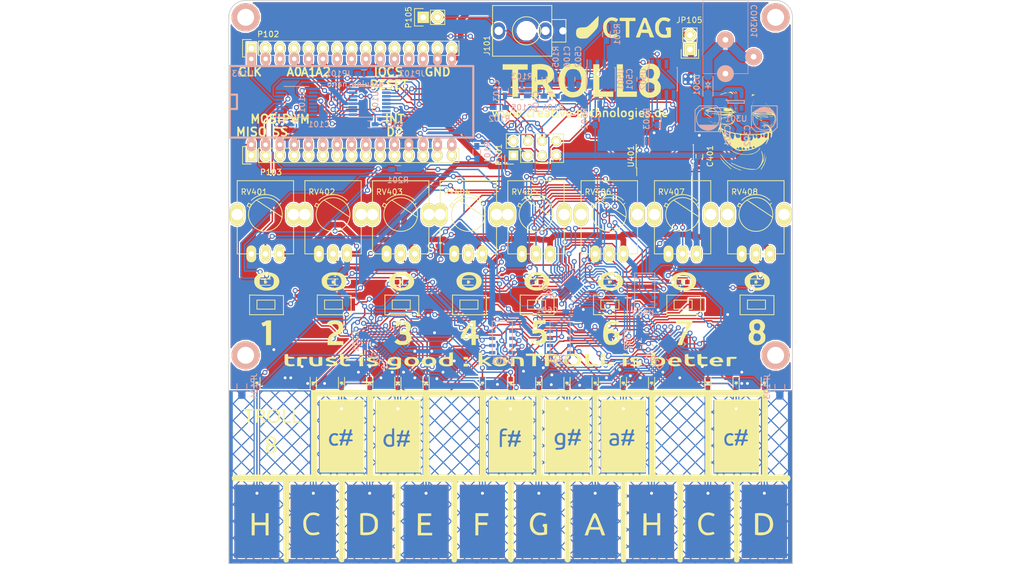
<source format=kicad_pcb>
(kicad_pcb (version 4) (host pcbnew 4.0.7)
  (title_block (title TROLL8) (date 2017-04-15) (rev "Rev. A") (company www.creative-technologies.de) (comment 3 "International License") (comment 4 "Licensed under a Creative Commons Attribution-NonCommercial-ShareAlike 4.0"))
  (layers (0 F.Cu signal) (31 B.Cu signal) (34 B.Paste user) (35 F.Paste user) (36 B.SilkS user hide) (37 F.SilkS user) (38 B.Mask user) (39 F.Mask user) (44 Edge.Cuts user))
  (net 0 "")
  (net 1 GND)
  (net 2 "Net-(C103-Pad2)")
  (net 3 +3V3)
  (net 4 /power/VIN)
  (net 5 "Net-(CON301-Pad2)")
  (net 6 "Net-(D201-Pad2)")
  (net 7 "Net-(D201-Pad1)")
  (net 8 "Net-(D202-Pad2)")
  (net 9 "Net-(D202-Pad1)")
  (net 10 "Net-(D203-Pad2)")
  (net 11 "Net-(D203-Pad1)")
  (net 12 "Net-(D204-Pad2)")
  (net 13 "Net-(D204-Pad1)")
  (net 14 "Net-(D205-Pad2)")
  (net 15 "Net-(D205-Pad1)")
  (net 16 "Net-(D206-Pad2)")
  (net 17 "Net-(D206-Pad1)")
  (net 18 "Net-(D207-Pad2)")
  (net 19 "Net-(D207-Pad1)")
  (net 20 "Net-(D208-Pad2)")
  (net 21 "Net-(D208-Pad1)")
  (net 22 "Net-(D209-Pad2)")
  (net 23 "Net-(D209-Pad1)")
  (net 24 "Net-(D210-Pad2)")
  (net 25 "Net-(D210-Pad1)")
  (net 26 "Net-(D211-Pad2)")
  (net 27 "Net-(D211-Pad1)")
  (net 28 "Net-(D212-Pad2)")
  (net 29 "Net-(D212-Pad1)")
  (net 30 "Net-(D213-Pad2)")
  (net 31 "Net-(D213-Pad1)")
  (net 32 "Net-(D214-Pad2)")
  (net 33 "Net-(D214-Pad1)")
  (net 34 "Net-(D215-Pad2)")
  (net 35 "Net-(D215-Pad1)")
  (net 36 "Net-(D216-Pad2)")
  (net 37 "Net-(D216-Pad1)")
  (net 38 "Net-(D601-Pad2)")
  (net 39 "Net-(D601-Pad1)")
  (net 40 "Net-(D602-Pad2)")
  (net 41 "Net-(D602-Pad1)")
  (net 42 "Net-(D603-Pad2)")
  (net 43 "Net-(D603-Pad1)")
  (net 44 "Net-(D604-Pad2)")
  (net 45 "Net-(D604-Pad1)")
  (net 46 "Net-(D605-Pad2)")
  (net 47 "Net-(D605-Pad1)")
  (net 48 "Net-(D606-Pad2)")
  (net 49 "Net-(D606-Pad1)")
  (net 50 "Net-(D607-Pad2)")
  (net 51 "Net-(D607-Pad1)")
  (net 52 "Net-(D608-Pad2)")
  (net 53 "Net-(D608-Pad1)")
  (net 54 "Net-(JP101-Pad1)")
  (net 55 /RESET_GPIO)
  (net 56 "Net-(JP102-Pad1)")
  (net 57 /RESET_CS)
  (net 58 /SPI_CS)
  (net 59 /PWM_OUT)
  (net 60 /touch-keyboard/RESET)
  (net 61 "Net-(R501-Pad1)")
  (net 62 "Net-(R502-Pad1)")
  (net 63 "Net-(R503-Pad1)")
  (net 64 /adc-potis/CH1)
  (net 65 /adc-potis/CH2)
  (net 66 /adc-potis/CH3)
  (net 67 /adc-potis/CH4)
  (net 68 /adc-potis/CH5)
  (net 69 /adc-potis/CH6)
  (net 70 /adc-potis/CH7)
  (net 71 /adc-potis/CH8)
  (net 72 "Net-(SW601-Pad1)")
  (net 73 "Net-(SW602-Pad1)")
  (net 74 "Net-(SW603-Pad1)")
  (net 75 "Net-(SW604-Pad1)")
  (net 76 "Net-(SW605-Pad1)")
  (net 77 "Net-(SW606-Pad1)")
  (net 78 "Net-(SW607-Pad1)")
  (net 79 "Net-(SW608-Pad1)")
  (net 80 "Net-(U101-Pad5)")
  (net 81 /GPIO/RESET)
  (net 82 /A2)
  (net 83 /A1)
  (net 84 /A0)
  (net 85 /GPIO/SPI_CS7)
  (net 86 /touch-keyboard/SPI_CS_CS2)
  (net 87 /touch-keyboard/SPI_CS_CS1)
  (net 88 /touch-keyboard/CS1)
  (net 89 /touch-keyboard/CS2)
  (net 90 /touch-keyboard/CS3)
  (net 91 /touch-keyboard/CS4)
  (net 92 /touch-keyboard/CS5)
  (net 93 /touch-keyboard/CS6)
  (net 94 /touch-keyboard/CS7)
  (net 95 /touch-keyboard/CS8)
  (net 96 /touch-keyboard/CS9)
  (net 97 /touch-keyboard/CS10)
  (net 98 /touch-keyboard/CS11)
  (net 99 /touch-keyboard/CS12)
  (net 100 /touch-keyboard/CS13)
  (net 101 /touch-keyboard/CS14)
  (net 102 /touch-keyboard/CS15)
  (net 103 /touch-keyboard/CS16)
  (net 104 "Net-(C104-Pad2)")
  (net 105 "Net-(C105-Pad1)")
  (net 106 "Net-(C106-Pad1)")
  (net 107 "Net-(P101-Pad2)")
  (net 108 /MUX_CS2)
  (net 109 /MUX_CS1)
  (net 110 "Net-(U101-Pad7)")
  (net 111 /fram-ram/SPI_CS2)
  (net 112 /fram-ram/SPI_CS1)
  (net 113 /adc-potis/SPI_CS)
  (net 114 "Net-(H101-Pad1)")
  (net 115 "Net-(H102-Pad1)")
  (net 116 "Net-(H103-Pad1)")
  (net 117 "Net-(H104-Pad1)")
  (net 118 "Net-(P102-Pad1)")
  (net 119 "Net-(P102-Pad2)")
  (net 120 "Net-(P102-Pad3)")
  (net 121 "Net-(P102-Pad4)")
  (net 122 "Net-(P102-Pad5)")
  (net 123 "Net-(P102-Pad6)")
  (net 124 "Net-(P102-Pad7)")
  (net 125 "Net-(P102-Pad8)")
  (net 126 "Net-(P102-Pad9)")
  (net 127 "Net-(P102-Pad10)")
  (net 128 "Net-(P102-Pad11)")
  (net 129 "Net-(P102-Pad12)")
  (net 130 "Net-(P102-Pad13)")
  (net 131 "Net-(P102-Pad14)")
  (net 132 "Net-(P102-Pad15)")
  (net 133 "Net-(P103-Pad1)")
  (net 134 "Net-(P103-Pad2)")
  (net 135 "Net-(P103-Pad3)")
  (net 136 "Net-(P103-Pad4)")
  (net 137 "Net-(P103-Pad5)")
  (net 138 "Net-(P103-Pad6)")
  (net 139 "Net-(P103-Pad7)")
  (net 140 "Net-(P103-Pad8)")
  (net 141 "Net-(P103-Pad9)")
  (net 142 "Net-(P103-Pad10)")
  (net 143 "Net-(P103-Pad11)")
  (net 144 "Net-(P103-Pad12)")
  (net 145 "Net-(P103-Pad13)")
  (net 146 "Net-(P103-Pad14)")
  (net 147 "Net-(P103-Pad15)")
  (net 148 "Net-(U101-Pad14)")
  (net 149 "Net-(U101-Pad15)")
  (net 150 "Net-(U103-Pad2)")
  (net 151 "Net-(U103-Pad3)")
  (net 152 "Net-(U103-Pad7)")
  (net 153 "Net-(U103-Pad8)")
  (net 154 "Net-(U103-Pad9)")
  (net 155 "Net-(U103-Pad12)")
  (net 156 "Net-(U103-Pad13)")
  (net 157 "Net-(U103-Pad16)")
  (net 158 "Net-(U103-Pad17)")
  (net 159 "Net-(U103-Pad18)")
  (net 160 "Net-(U103-Pad21)")
  (net 161 "Net-(U103-Pad22)")
  (net 162 "Net-(U103-Pad23)")
  (net 163 "Net-(U103-Pad24)")
  (net 164 "Net-(U103-Pad25)")
  (net 165 "Net-(U103-Pad26)")
  (net 166 /power/PWR_GOOD)
  (net 167 "Net-(U502-Pad3)")
  (net 168 "Net-(JP105-Pad2)")
  (net 169 "Net-(J101-Pad2)")
  (net 170 /SPI_MISO)
  (net 171 /SPI_MOSI)
  (net 172 /SPI_CLK)
  (net 173 /INT)
  (module troll-8-footprints:midi-keyboard-16 (layer F.Cu) (at 76 139.5)
    (fp_text reference U203 hide)
    (fp_text value Keyboard-16)
    (pad 1 thru_hole rect (at -10 -5) (size 8 13) (drill 0.508 (offset 0 5)) (layers F.Cu) (net 88 /touch-keyboard/CS1))
    (pad 2 thru_hole rect (at 0 -5) (size 8 13) (drill 0.508 (offset 0 5)) (layers F.Cu) (net 89 /touch-keyboard/CS2))
    (pad 3 thru_hole rect (at 5 -20) (size 8 13) (drill 0.508 (offset 0 5)) (layers F.Cu) (net 90 /touch-keyboard/CS3))
    (pad 4 thru_hole rect (at 10 -5) (size 8 13) (drill 0.508 (offset 0 5)) (layers F.Cu) (net 91 /touch-keyboard/CS4))
    (pad 5 thru_hole rect (at 15 -20) (size 8 13) (drill 0.508 (offset 0 5)) (layers F.Cu) (net 92 /touch-keyboard/CS5))
    (pad 6 thru_hole rect (at 20 -5) (size 8 13) (drill 0.508 (offset 0 5)) (layers F.Cu) (net 93 /touch-keyboard/CS6))
    (pad 7 thru_hole rect (at 30 -5) (size 8 13) (drill 0.508 (offset 0 5)) (layers F.Cu) (net 94 /touch-keyboard/CS7))
    (pad 8 thru_hole rect (at 35 -20) (size 8 13) (drill 0.508 (offset 0 5)) (layers F.Cu) (net 95 /touch-keyboard/CS8))
    (pad 9 thru_hole rect (at 40 -5) (size 8 13) (drill 0.508 (offset 0 5)) (layers F.Cu) (net 96 /touch-keyboard/CS9))
    (pad 10 thru_hole rect (at 45 -20) (size 8 13) (drill 0.508 (offset 0 5)) (layers F.Cu) (net 97 /touch-keyboard/CS10))
    (pad 11 thru_hole rect (at 50 -5) (size 8 13) (drill 0.508 (offset 0 5)) (layers F.Cu) (net 98 /touch-keyboard/CS11))
    (pad 12 thru_hole rect (at 55 -20) (size 8 13) (drill 0.508 (offset 0 5)) (layers F.Cu) (net 99 /touch-keyboard/CS12))
    (pad 13 thru_hole rect (at 60 -5) (size 8 13) (drill 0.508 (offset 0 5)) (layers F.Cu) (net 100 /touch-keyboard/CS13))
    (pad 14 thru_hole rect (at 70 -5) (size 8 13) (drill 0.508 (offset 0 5)) (layers F.Cu) (net 101 /touch-keyboard/CS14))
    (pad 15 thru_hole rect (at 75 -20) (size 8 13) (drill 0.508 (offset 0 5)) (layers F.Cu) (net 102 /touch-keyboard/CS15))
    (pad 16 thru_hole rect (at 80 -5) (size 8 13) (drill 0.508 (offset 0 5)) (layers F.Cu) (net 103 /touch-keyboard/CS16))
    (pad 1 thru_hole circle (at -10 -5) (size 0.889 0.889) (drill 0.508) (layers *.Cu) (net 88 /touch-keyboard/CS1))
    (pad 2 thru_hole circle (at 0 -5) (size 0.889 0.889) (drill 0.508) (layers *.Cu) (net 89 /touch-keyboard/CS2))
    (pad 4 thru_hole circle (at 10 -5) (size 0.889 0.889) (drill 0.508) (layers *.Cu) (net 91 /touch-keyboard/CS4))
    (pad 6 thru_hole circle (at 20 -5) (size 0.889 0.889) (drill 0.508) (layers *.Cu) (net 93 /touch-keyboard/CS6))
    (pad 7 thru_hole circle (at 30 -5) (size 0.889 0.889) (drill 0.508) (layers *.Cu) (net 94 /touch-keyboard/CS7))
    (pad 9 thru_hole circle (at 40 -5) (size 0.889 0.889) (drill 0.508) (layers *.Cu) (net 96 /touch-keyboard/CS9))
    (pad 11 thru_hole circle (at 50 -5) (size 0.889 0.889) (drill 0.508) (layers *.Cu) (net 98 /touch-keyboard/CS11))
    (pad 13 thru_hole circle (at 60 -5 90) (size 0.889 0.889) (drill 0.508) (layers *.Cu) (net 100 /touch-keyboard/CS13))
    (pad 14 thru_hole circle (at 70 -5) (size 0.889 0.889) (drill 0.508) (layers *.Cu) (net 101 /touch-keyboard/CS14))
    (pad 16 thru_hole circle (at 80 -5) (size 0.889 0.889) (drill 0.508) (layers *.Cu) (net 103 /touch-keyboard/CS16))
    (pad 15 thru_hole circle (at 75 -20) (size 0.889 0.889) (drill 0.508) (layers *.Cu) (net 102 /touch-keyboard/CS15))
    (pad 12 thru_hole circle (at 55 -20) (size 0.889 0.889) (drill 0.508) (layers *.Cu) (net 99 /touch-keyboard/CS12))
    (pad 10 thru_hole circle (at 45 -20) (size 0.889 0.889) (drill 0.508) (layers *.Cu) (net 97 /touch-keyboard/CS10))
    (pad 8 thru_hole circle (at 35 -20) (size 0.889 0.889) (drill 0.508) (layers *.Cu) (net 95 /touch-keyboard/CS8))
    (pad 5 thru_hole circle (at 15 -20) (size 0.889 0.889) (drill 0.508) (layers *.Cu) (net 92 /touch-keyboard/CS5))
    (pad 3 thru_hole circle (at 5 -20) (size 0.889 0.889) (drill 0.508) (layers *.Cu) (net 90 /touch-keyboard/CS3))
  )
  (module modules:Hole_3mm (layer F.Cu) (at 64 110)
    (fp_text reference H101 hide)
    (fp_text value Hole hide)
    (pad 1 thru_hole circle (at 0 0) (size 5 5) (drill 3) (layers *.Cu *.SilkS) (net 114 "Net-(H101-Pad1)"))
  )
  (module modules:Hole_3mm (layer F.Cu) (at 158 110)
    (fp_text reference H103 hide)
    (fp_text value Hole hide)
    (pad 1 thru_hole circle (at 0 0) (size 5 5) (drill 3) (layers *.Cu *.SilkS) (net 116 "Net-(H103-Pad1)"))
  )
  (module modules:Hole_3mm (layer F.Cu) (at 158 50)
    (fp_text reference H102 hide)
    (fp_text value Hole hide)
    (pad 1 thru_hole circle (at 0 0) (size 5 5) (drill 3) (layers *.Cu *.SilkS) (net 115 "Net-(H102-Pad1)"))
  )
  (module modules:Hole_3mm (layer F.Cu) (at 64 50)
    (fp_text reference H104 hide)
    (fp_text value Hole hide)
    (pad 1 thru_hole circle (at 0 0) (size 5 5) (drill 3) (layers *.Cu *.SilkS) (net 117 "Net-(H104-Pad1)"))
  )
  (module Capacitors_SMD:C_0603_HandSoldering (layer B.Cu) (at 110 63 270)
    (fp_text reference C103 (at 0 1.5 270) (layer B.SilkS) (effects (font (thickness 0.165)) (justify mirror)))
    (fp_text value 100n)
    (pad 1 smd rect (at -0.95 0 270) (size 1.2 0.75) (layers B.Cu B.Mask) (net 1 GND))
    (pad 2 smd rect (at 0.95 0 270) (size 1.2 0.75) (layers B.Cu B.Mask) (net 2 "Net-(C103-Pad2)"))
  )
  (module Capacitors_SMD:C_0603_HandSoldering (layer B.Cu) (at 113 64 180)
    (fp_text reference C105 (at 0 -2 180) (layer B.SilkS) (effects (font (thickness 0.165)) (justify mirror)))
    (fp_text value 220n)
    (pad 1 smd rect (at -0.95 0 180) (size 1.2 0.75) (layers B.Cu B.Mask) (net 105 "Net-(C105-Pad1)"))
    (pad 2 smd rect (at 0.95 0 180) (size 1.2 0.75) (layers B.Cu B.Mask) (net 2 "Net-(C103-Pad2)"))
  )
  (module Capacitors_SMD:C_0603_HandSoldering (layer B.Cu) (at 116 61 270)
    (fp_text reference C104 (at 4 0.5 270) (layer B.SilkS) (effects (font (thickness 0.165)) (justify mirror)))
    (fp_text value 220n)
    (pad 1 smd rect (at -0.95 0 270) (size 1.2 0.75) (layers B.Cu B.Mask) (net 1 GND))
    (pad 2 smd rect (at 0.95 0 270) (size 1.2 0.75) (layers B.Cu B.Mask) (net 104 "Net-(C104-Pad2)"))
  )
  (module Capacitors_SMD:C_0603_HandSoldering (layer B.Cu) (at 120 61 270)
    (fp_text reference C106 (at -4 -1 270) (layer B.SilkS) (effects (font (thickness 0.165)) (justify mirror)))
    (fp_text value 1n)
    (pad 1 smd rect (at -0.95 0 270) (size 1.2 0.75) (layers B.Cu B.Mask) (net 106 "Net-(C106-Pad1)"))
    (pad 2 smd rect (at 0.95 0 270) (size 1.2 0.75) (layers B.Cu B.Mask) (net 105 "Net-(C105-Pad1)"))
  )
  (module Capacitors_SMD:C_0603_HandSoldering (layer B.Cu) (at 86 69)
    (fp_text reference C102 (at 4 0) (layer B.SilkS) (effects (font (thickness 0.165)) (justify mirror)))
    (fp_text value 100n)
    (pad 1 smd rect (at -0.95 0) (size 1.2 0.75) (layers B.Cu B.Mask) (net 1 GND))
    (pad 2 smd rect (at 0.95 0) (size 1.2 0.75) (layers B.Cu B.Mask) (net 3 +3V3))
  )
  (module Capacitors_SMD:C_0603_HandSoldering (layer B.Cu) (at 73 69 180)
    (fp_text reference C101 (at -4 0 180) (layer B.SilkS) (effects (font (thickness 0.165)) (justify mirror)))
    (fp_text value 100n)
    (pad 1 smd rect (at -0.95 0 180) (size 1.2 0.75) (layers B.Cu B.Mask) (net 1 GND))
    (pad 2 smd rect (at 0.95 0 180) (size 1.2 0.75) (layers B.Cu B.Mask) (net 3 +3V3))
  )
  (module Capacitors_SMD:C_0603_HandSoldering (layer B.Cu) (at 85.1 107.5 270)
    (fp_text reference C201 (at 0 1.6 270) (layer B.SilkS) (effects (font (thickness 0.165)) (justify mirror)))
    (fp_text value 100n)
    (pad 1 smd rect (at -0.95 0 270) (size 1.2 0.75) (layers B.Cu B.Mask) (net 1 GND))
    (pad 2 smd rect (at 0.95 0 270) (size 1.2 0.75) (layers B.Cu B.Mask) (net 3 +3V3))
  )
  (module Capacitors_SMD:C_0603_HandSoldering (layer B.Cu) (at 133.6 107.3 270)
    (fp_text reference C202 (at 0 1.9 270) (layer B.SilkS) (effects (font (thickness 0.165)) (justify mirror)))
    (fp_text value 100n)
    (pad 1 smd rect (at -0.95 0 270) (size 1.2 0.75) (layers B.Cu B.Mask) (net 1 GND))
    (pad 2 smd rect (at 0.95 0 270) (size 1.2 0.75) (layers B.Cu B.Mask) (net 3 +3V3))
  )
  (module Capacitors_SMD:c_elec_4x5.7 (layer B.Cu) (at 146 68 90)
    (fp_text reference C301 (at -3 3.5 90) (layer B.SilkS) (effects (font (thickness 0.165)) (justify mirror)))
    (fp_text value 10u)
    (pad 1 smd rect (at 1.80086 0 90) (size 2.60096 1.6002) (layers B.Cu B.Mask) (net 4 /power/VIN))
    (pad 2 smd rect (at -1.80086 0 90) (size 2.60096 1.6002) (layers B.Cu B.Mask) (net 1 GND))
  )
  (module Capacitors_SMD:c_elec_4x5.7 (layer B.Cu) (at 156 68 270)
    (fp_text reference C302 (at 3 3 270) (layer B.SilkS) (effects (font (thickness 0.165)) (justify mirror)))
    (fp_text value 10u)
    (pad 1 smd rect (at 1.80086 0 270) (size 2.60096 1.6002) (layers B.Cu B.Mask) (net 3 +3V3))
    (pad 2 smd rect (at -1.80086 0 270) (size 2.60096 1.6002) (layers B.Cu B.Mask) (net 1 GND))
  )
  (module Capacitors_SMD:C_0603_HandSoldering (layer F.Cu) (at 144.48 74.66 270)
    (fp_text reference C401 (at 0 -1.9 270) (layer F.SilkS) (effects (font (thickness 0.165))))
    (fp_text value 100n)
    (pad 1 smd rect (at -0.95 0 270) (size 1.2 0.75) (layers F.Cu F.Mask) (net 1 GND))
    (pad 2 smd rect (at 0.95 0 270) (size 1.2 0.75) (layers F.Cu F.Mask) (net 3 +3V3))
  )
  (module Capacitors_SMD:C_0603_HandSoldering (layer B.Cu) (at 123 61 270)
    (fp_text reference C502 (at -4 0 270) (layer B.SilkS) (effects (font (thickness 0.165)) (justify mirror)))
    (fp_text value 100n)
    (pad 1 smd rect (at -0.95 0 270) (size 1.2 0.75) (layers B.Cu B.Mask) (net 1 GND))
    (pad 2 smd rect (at 0.95 0 270) (size 1.2 0.75) (layers B.Cu B.Mask) (net 3 +3V3))
  )
  (module Capacitors_SMD:C_0603_HandSoldering (layer B.Cu) (at 134 61 270)
    (fp_text reference C501 (at 0 1.9 270) (layer B.SilkS) (effects (font (thickness 0.165)) (justify mirror)))
    (fp_text value 100n)
    (pad 1 smd rect (at -0.95 0 270) (size 1.2 0.75) (layers B.Cu B.Mask) (net 1 GND))
    (pad 2 smd rect (at 0.95 0 270) (size 1.2 0.75) (layers B.Cu B.Mask) (net 3 +3V3))
  )
  (module Capacitors_SMD:C_0603_HandSoldering (layer B.Cu) (at 121.726999 102.20198 180)
    (fp_text reference C601 (at 4.226999 0.20198 180) (layer B.SilkS) (effects (font (thickness 0.165)) (justify mirror)))
    (fp_text value 100n)
    (pad 1 smd rect (at -0.95 0 180) (size 1.2 0.75) (layers B.Cu B.Mask) (net 1 GND))
    (pad 2 smd rect (at 0.95 0 180) (size 1.2 0.75) (layers B.Cu B.Mask) (net 3 +3V3))
  )
  (module modules:BARELL_CLIFF_DC10L (layer B.Cu) (at 149.1 60)
    (fp_text reference CON301 (at 5.1 -9.3 270) (layer B.SilkS) (effects (font (thickness 0.165)) (justify mirror)))
    (fp_text value BARREL_JACK)
    (pad 1 thru_hole circle (at 0 0) (size 3 3) (drill 1) (layers *.Cu *.Mask B.SilkS) (net 1 GND))
    (pad 3 thru_hole circle (at 0 -6) (size 3 3) (drill 1) (layers *.Cu *.Mask B.SilkS) (net 5 "Net-(CON301-Pad2)"))
    (pad 2 thru_hole circle (at 5 -3) (size 3 3) (drill 1) (layers *.Cu *.Mask B.SilkS) (net 5 "Net-(CON301-Pad2)"))
  )
  (module LEDs:LED-0603 (layer F.Cu) (at 66 115 270)
    (fp_text reference D201 hide)
    (fp_text value LED)
    (pad 2 smd rect (at 0.7493 0 90) (size 0.79756 0.79756) (layers F.Cu F.Mask) (net 6 "Net-(D201-Pad2)"))
    (pad 1 smd rect (at -0.7493 0 90) (size 0.79756 0.79756) (layers F.Cu F.Mask) (net 7 "Net-(D201-Pad1)"))
  )
  (module LEDs:LED-0603 (layer F.Cu) (at 76 115 270)
    (fp_text reference D202 hide)
    (fp_text value LED)
    (pad 2 smd rect (at 0.7493 0 90) (size 0.79756 0.79756) (layers F.Cu F.Mask) (net 8 "Net-(D202-Pad2)"))
    (pad 1 smd rect (at -0.7493 0 90) (size 0.79756 0.79756) (layers F.Cu F.Mask) (net 9 "Net-(D202-Pad1)"))
  )
  (module LEDs:LED-0603 (layer F.Cu) (at 81 115 270)
    (fp_text reference D203 hide)
    (fp_text value LED)
    (pad 2 smd rect (at 0.7493 0 90) (size 0.79756 0.79756) (layers F.Cu F.Mask) (net 10 "Net-(D203-Pad2)"))
    (pad 1 smd rect (at -0.7493 0 90) (size 0.79756 0.79756) (layers F.Cu F.Mask) (net 11 "Net-(D203-Pad1)"))
  )
  (module LEDs:LED-0603 (layer F.Cu) (at 86 115 270)
    (fp_text reference D204 hide)
    (fp_text value LED)
    (pad 2 smd rect (at 0.7493 0 90) (size 0.79756 0.79756) (layers F.Cu F.Mask) (net 12 "Net-(D204-Pad2)"))
    (pad 1 smd rect (at -0.7493 0 90) (size 0.79756 0.79756) (layers F.Cu F.Mask) (net 13 "Net-(D204-Pad1)"))
  )
  (module LEDs:LED-0603 (layer F.Cu) (at 91 115 270)
    (fp_text reference D205 hide)
    (fp_text value LED)
    (pad 2 smd rect (at 0.7493 0 90) (size 0.79756 0.79756) (layers F.Cu F.Mask) (net 14 "Net-(D205-Pad2)"))
    (pad 1 smd rect (at -0.7493 0 90) (size 0.79756 0.79756) (layers F.Cu F.Mask) (net 15 "Net-(D205-Pad1)"))
  )
  (module LEDs:LED-0603 (layer F.Cu) (at 96 115 270)
    (fp_text reference D206 hide)
    (fp_text value LED)
    (pad 2 smd rect (at 0.7493 0 90) (size 0.79756 0.79756) (layers F.Cu F.Mask) (net 16 "Net-(D206-Pad2)"))
    (pad 1 smd rect (at -0.7493 0 90) (size 0.79756 0.79756) (layers F.Cu F.Mask) (net 17 "Net-(D206-Pad1)"))
  )
  (module LEDs:LED-0603 (layer F.Cu) (at 106 115 270)
    (fp_text reference D207 hide)
    (fp_text value LED)
    (pad 2 smd rect (at 0.7493 0 90) (size 0.79756 0.79756) (layers F.Cu F.Mask) (net 18 "Net-(D207-Pad2)"))
    (pad 1 smd rect (at -0.7493 0 90) (size 0.79756 0.79756) (layers F.Cu F.Mask) (net 19 "Net-(D207-Pad1)"))
  )
  (module LEDs:LED-0603 (layer F.Cu) (at 111 115 270)
    (fp_text reference D208 hide)
    (fp_text value LED)
    (pad 2 smd rect (at 0.7493 0 90) (size 0.79756 0.79756) (layers F.Cu F.Mask) (net 20 "Net-(D208-Pad2)"))
    (pad 1 smd rect (at -0.7493 0 90) (size 0.79756 0.79756) (layers F.Cu F.Mask) (net 21 "Net-(D208-Pad1)"))
  )
  (module LEDs:LED-0603 (layer F.Cu) (at 116 115 270)
    (fp_text reference D209 hide)
    (fp_text value LED)
    (pad 2 smd rect (at 0.7493 0 90) (size 0.79756 0.79756) (layers F.Cu F.Mask) (net 22 "Net-(D209-Pad2)"))
    (pad 1 smd rect (at -0.7493 0 90) (size 0.79756 0.79756) (layers F.Cu F.Mask) (net 23 "Net-(D209-Pad1)"))
  )
  (module LEDs:LED-0603 (layer F.Cu) (at 121 115 270)
    (fp_text reference D210 hide)
    (fp_text value LED)
    (pad 2 smd rect (at 0.7493 0 90) (size 0.79756 0.79756) (layers F.Cu F.Mask) (net 24 "Net-(D210-Pad2)"))
    (pad 1 smd rect (at -0.7493 0 90) (size 0.79756 0.79756) (layers F.Cu F.Mask) (net 25 "Net-(D210-Pad1)"))
  )
  (module LEDs:LED-0603 (layer F.Cu) (at 126 115 270)
    (fp_text reference D211 hide)
    (fp_text value LED)
    (pad 2 smd rect (at 0.7493 0 90) (size 0.79756 0.79756) (layers F.Cu F.Mask) (net 26 "Net-(D211-Pad2)"))
    (pad 1 smd rect (at -0.7493 0 90) (size 0.79756 0.79756) (layers F.Cu F.Mask) (net 27 "Net-(D211-Pad1)"))
  )
  (module LEDs:LED-0603 (layer F.Cu) (at 131 115 270)
    (fp_text reference D212 hide)
    (fp_text value LED)
    (pad 2 smd rect (at 0.7493 0 90) (size 0.79756 0.79756) (layers F.Cu F.Mask) (net 28 "Net-(D212-Pad2)"))
    (pad 1 smd rect (at -0.7493 0 90) (size 0.79756 0.79756) (layers F.Cu F.Mask) (net 29 "Net-(D212-Pad1)"))
  )
  (module LEDs:LED-0603 (layer F.Cu) (at 136 115 270)
    (fp_text reference D213 hide)
    (fp_text value LED)
    (pad 2 smd rect (at 0.7493 0 90) (size 0.79756 0.79756) (layers F.Cu F.Mask) (net 30 "Net-(D213-Pad2)"))
    (pad 1 smd rect (at -0.7493 0 90) (size 0.79756 0.79756) (layers F.Cu F.Mask) (net 31 "Net-(D213-Pad1)"))
  )
  (module LEDs:LED-0603 (layer F.Cu) (at 146 115 270)
    (fp_text reference D214 hide)
    (fp_text value LED)
    (pad 2 smd rect (at 0.7493 0 90) (size 0.79756 0.79756) (layers F.Cu F.Mask) (net 32 "Net-(D214-Pad2)"))
    (pad 1 smd rect (at -0.7493 0 90) (size 0.79756 0.79756) (layers F.Cu F.Mask) (net 33 "Net-(D214-Pad1)"))
  )
  (module LEDs:LED-0603 (layer F.Cu) (at 151 115 270)
    (fp_text reference D215 hide)
    (fp_text value LED)
    (pad 2 smd rect (at 0.7493 0 90) (size 0.79756 0.79756) (layers F.Cu F.Mask) (net 34 "Net-(D215-Pad2)"))
    (pad 1 smd rect (at -0.7493 0 90) (size 0.79756 0.79756) (layers F.Cu F.Mask) (net 35 "Net-(D215-Pad1)"))
  )
  (module LEDs:LED-0603 (layer F.Cu) (at 156 115 270)
    (fp_text reference D216 hide)
    (fp_text value LED)
    (pad 2 smd rect (at 0.7493 0 90) (size 0.79756 0.79756) (layers F.Cu F.Mask) (net 36 "Net-(D216-Pad2)"))
    (pad 1 smd rect (at -0.7493 0 90) (size 0.79756 0.79756) (layers F.Cu F.Mask) (net 37 "Net-(D216-Pad1)"))
  )
  (module Diodes_SMD:SOD-123 (layer B.Cu) (at 146 62 90)
    (fp_text reference D301 (at 0 -2 90) (layer B.SilkS) (effects (font (thickness 0.165)) (justify mirror)))
    (fp_text value D_Schottky)
    (pad 1 smd rect (at -1.635 0 90) (size 0.91 1.22) (layers B.Cu B.Mask) (net 4 /power/VIN))
    (pad 2 smd rect (at 1.635 0 90) (size 0.91 1.22) (layers B.Cu B.Mask) (net 5 "Net-(CON301-Pad2)"))
  )
  (module LEDs:LED-0603 (layer F.Cu) (at 67.6 97)
    (fp_text reference D601 hide)
    (fp_text value LED)
    (pad 2 smd rect (at 0.7493 0 180) (size 0.79756 0.79756) (layers F.Cu F.Mask) (net 38 "Net-(D601-Pad2)"))
    (pad 1 smd rect (at -0.7493 0 180) (size 0.79756 0.79756) (layers F.Cu F.Mask) (net 39 "Net-(D601-Pad1)"))
  )
  (module LEDs:LED-0603 (layer F.Cu) (at 79.6 97)
    (fp_text reference D602 hide)
    (fp_text value LED)
    (pad 2 smd rect (at 0.7493 0 180) (size 0.79756 0.79756) (layers F.Cu F.Mask) (net 40 "Net-(D602-Pad2)"))
    (pad 1 smd rect (at -0.7493 0 180) (size 0.79756 0.79756) (layers F.Cu F.Mask) (net 41 "Net-(D602-Pad1)"))
  )
  (module LEDs:LED-0603 (layer F.Cu) (at 91.6 97)
    (fp_text reference D603 hide)
    (fp_text value LED)
    (pad 2 smd rect (at 0.7493 0 180) (size 0.79756 0.79756) (layers F.Cu F.Mask) (net 42 "Net-(D603-Pad2)"))
    (pad 1 smd rect (at -0.7493 0 180) (size 0.79756 0.79756) (layers F.Cu F.Mask) (net 43 "Net-(D603-Pad1)"))
  )
  (module LEDs:LED-0603 (layer F.Cu) (at 103.6 97)
    (fp_text reference D604 hide)
    (fp_text value LED)
    (pad 2 smd rect (at 0.7493 0 180) (size 0.79756 0.79756) (layers F.Cu F.Mask) (net 44 "Net-(D604-Pad2)"))
    (pad 1 smd rect (at -0.7493 0 180) (size 0.79756 0.79756) (layers F.Cu F.Mask) (net 45 "Net-(D604-Pad1)"))
  )
  (module LEDs:LED-0603 (layer F.Cu) (at 115.6 97)
    (fp_text reference D605 hide)
    (fp_text value LED)
    (pad 2 smd rect (at 0.7493 0 180) (size 0.79756 0.79756) (layers F.Cu F.Mask) (net 46 "Net-(D605-Pad2)"))
    (pad 1 smd rect (at -0.7493 0 180) (size 0.79756 0.79756) (layers F.Cu F.Mask) (net 47 "Net-(D605-Pad1)"))
  )
  (module LEDs:LED-0603 (layer F.Cu) (at 128.6 97)
    (fp_text reference D606 hide)
    (fp_text value LED)
    (pad 2 smd rect (at 0.7493 0 180) (size 0.79756 0.79756) (layers F.Cu F.Mask) (net 48 "Net-(D606-Pad2)"))
    (pad 1 smd rect (at -0.7493 0 180) (size 0.79756 0.79756) (layers F.Cu F.Mask) (net 49 "Net-(D606-Pad1)"))
  )
  (module LEDs:LED-0603 (layer F.Cu) (at 141.6 97)
    (fp_text reference D607 hide)
    (fp_text value LED)
    (pad 2 smd rect (at 0.7493 0 180) (size 0.79756 0.79756) (layers F.Cu F.Mask) (net 50 "Net-(D607-Pad2)"))
    (pad 1 smd rect (at -0.7493 0 180) (size 0.79756 0.79756) (layers F.Cu F.Mask) (net 51 "Net-(D607-Pad1)"))
  )
  (module LEDs:LED-0603 (layer F.Cu) (at 154.6 97)
    (fp_text reference D608 hide)
    (fp_text value LED)
    (pad 2 smd rect (at 0.7493 0 180) (size 0.79756 0.79756) (layers F.Cu F.Mask) (net 52 "Net-(D608-Pad2)"))
    (pad 1 smd rect (at -0.7493 0 180) (size 0.79756 0.79756) (layers F.Cu F.Mask) (net 53 "Net-(D608-Pad1)"))
  )
  (module Resistors_SMD:R_0603_HandSoldering (layer B.Cu) (at 85 60 180)
    (fp_text reference JP101 (at 4.5 0 180) (layer B.SilkS) (effects (font (thickness 0.165)) (justify mirror)))
    (fp_text value Jumper_NC_Small)
    (pad 1 smd rect (at -1.1 0 180) (size 1.2 0.9) (layers B.Cu B.Mask) (net 54 "Net-(JP101-Pad1)"))
    (pad 2 smd rect (at 1.1 0 180) (size 1.2 0.9) (layers B.Cu B.Mask) (net 55 /RESET_GPIO))
  )
  (module Resistors_SMD:R_0603_HandSoldering (layer B.Cu) (at 89 60 180)
    (fp_text reference JP102 (at -4.5 0 180) (layer B.SilkS) (effects (font (thickness 0.165)) (justify mirror)))
    (fp_text value Jumper_NC_Small)
    (pad 1 smd rect (at -1.1 0 180) (size 1.2 0.9) (layers B.Cu B.Mask) (net 56 "Net-(JP102-Pad1)"))
    (pad 2 smd rect (at 1.1 0 180) (size 1.2 0.9) (layers B.Cu B.Mask) (net 57 /RESET_CS))
  )
  (module Resistors_SMD:R_0603_HandSoldering (layer B.Cu) (at 109 66 180)
    (fp_text reference R102 (at 0 -2 180) (layer B.SilkS) (effects (font (thickness 0.165)) (justify mirror)))
    (fp_text value 270)
    (pad 1 smd rect (at -1.1 0 180) (size 1.2 0.9) (layers B.Cu B.Mask) (net 2 "Net-(C103-Pad2)"))
    (pad 2 smd rect (at 1.1 0 180) (size 1.2 0.9) (layers B.Cu B.Mask) (net 59 /PWM_OUT))
  )
  (module Resistors_SMD:R_0603_HandSoldering (layer B.Cu) (at 113 62 180)
    (fp_text reference R103 (at 0 1.5 180) (layer B.SilkS) (effects (font (thickness 0.165)) (justify mirror)))
    (fp_text value 680)
    (pad 1 smd rect (at -1.1 0 180) (size 1.2 0.9) (layers B.Cu B.Mask) (net 104 "Net-(C104-Pad2)"))
    (pad 2 smd rect (at 1.1 0 180) (size 1.2 0.9) (layers B.Cu B.Mask) (net 2 "Net-(C103-Pad2)"))
  )
  (module Resistors_SMD:R_0603_HandSoldering (layer B.Cu) (at 118 61 270)
    (fp_text reference R105 (at -4 -1 270) (layer B.SilkS) (effects (font (thickness 0.165)) (justify mirror)))
    (fp_text value 330)
    (pad 1 smd rect (at -1.1 0 270) (size 1.2 0.9) (layers B.Cu B.Mask) (net 1 GND))
    (pad 2 smd rect (at 1.1 0 270) (size 1.2 0.9) (layers B.Cu B.Mask) (net 105 "Net-(C105-Pad1)"))
  )
  (module Resistors_SMD:R_0603_HandSoldering (layer B.Cu) (at 118 64 180)
    (fp_text reference R104 (at -0.5 -2 180) (layer B.SilkS) (effects (font (thickness 0.165)) (justify mirror)))
    (fp_text value 680)
    (pad 1 smd rect (at -1.1 0 180) (size 1.2 0.9) (layers B.Cu B.Mask) (net 106 "Net-(C106-Pad1)"))
    (pad 2 smd rect (at 1.1 0 180) (size 1.2 0.9) (layers B.Cu B.Mask) (net 104 "Net-(C104-Pad2)"))
  )
  (module Resistors_SMD:R_0603_HandSoldering (layer B.Cu) (at 91 77)
    (fp_text reference R201 (at 0 1.9) (layer B.SilkS) (effects (font (thickness 0.165)) (justify mirror)))
    (fp_text value 10k)
    (pad 1 smd rect (at -1.1 0) (size 1.2 0.9) (layers B.Cu B.Mask) (net 60 /touch-keyboard/RESET))
    (pad 2 smd rect (at 1.1 0) (size 1.2 0.9) (layers B.Cu B.Mask) (net 1 GND))
  )
  (module Resistors_SMD:R_0603_HandSoldering (layer B.Cu) (at 128 53 90)
    (fp_text reference R501 (at 0 1.9 90) (layer B.SilkS) (effects (font (thickness 0.165)) (justify mirror)))
    (fp_text value 10k)
    (pad 1 smd rect (at -1.1 0 90) (size 1.2 0.9) (layers B.Cu B.Mask) (net 61 "Net-(R501-Pad1)"))
    (pad 2 smd rect (at 1.1 0 90) (size 1.2 0.9) (layers B.Cu B.Mask) (net 3 +3V3))
  )
  (module Resistors_SMD:R_0603_HandSoldering (layer B.Cu) (at 126 68 270)
    (fp_text reference R502 (at 0 1.9 270) (layer B.SilkS) (effects (font (thickness 0.165)) (justify mirror)))
    (fp_text value 10k)
    (pad 1 smd rect (at -1.1 0 270) (size 1.2 0.9) (layers B.Cu B.Mask) (net 62 "Net-(R502-Pad1)"))
    (pad 2 smd rect (at 1.1 0 270) (size 1.2 0.9) (layers B.Cu B.Mask) (net 3 +3V3))
  )
  (module Resistors_SMD:R_0603_HandSoldering (layer B.Cu) (at 137 68 270)
    (fp_text reference R503 (at 0 1.9 270) (layer B.SilkS) (effects (font (thickness 0.165)) (justify mirror)))
    (fp_text value 10k)
    (pad 1 smd rect (at -1.1 0 270) (size 1.2 0.9) (layers B.Cu B.Mask) (net 63 "Net-(R503-Pad1)"))
    (pad 2 smd rect (at 1.1 0 270) (size 1.2 0.9) (layers B.Cu B.Mask) (net 3 +3V3))
  )
  (module troll-8-footprints:TE-147873-1-Pushbutton (layer F.Cu) (at 70 101 180)
    (fp_text reference SW601 hide)
    (fp_text value SW_PUSH)
    (pad 1 smd rect (at 0 0 180) (size 2.8 2.2) (layers F.Cu F.Mask) (net 72 "Net-(SW601-Pad1)"))
    (pad 2 smd rect (at 4.8 0 180) (size 2.8 2.2) (layers F.Cu F.Mask) (net 1 GND))
  )
  (module troll-8-footprints:TE-147873-1-Pushbutton (layer F.Cu) (at 82 101 180)
    (fp_text reference SW602 hide)
    (fp_text value SW_PUSH)
    (pad 1 smd rect (at 0 0 180) (size 2.8 2.2) (layers F.Cu F.Mask) (net 73 "Net-(SW602-Pad1)"))
    (pad 2 smd rect (at 4.8 0 180) (size 2.8 2.2) (layers F.Cu F.Mask) (net 1 GND))
  )
  (module troll-8-footprints:TE-147873-1-Pushbutton (layer F.Cu) (at 94 101 180)
    (fp_text reference SW603 hide)
    (fp_text value SW_PUSH)
    (pad 1 smd rect (at 0 0 180) (size 2.8 2.2) (layers F.Cu F.Mask) (net 74 "Net-(SW603-Pad1)"))
    (pad 2 smd rect (at 4.8 0 180) (size 2.8 2.2) (layers F.Cu F.Mask) (net 1 GND))
  )
  (module troll-8-footprints:TE-147873-1-Pushbutton (layer F.Cu) (at 106 101 180)
    (fp_text reference SW604 hide)
    (fp_text value SW_PUSH)
    (pad 1 smd rect (at 0 0 180) (size 2.8 2.2) (layers F.Cu F.Mask) (net 75 "Net-(SW604-Pad1)"))
    (pad 2 smd rect (at 4.8 0 180) (size 2.8 2.2) (layers F.Cu F.Mask) (net 1 GND))
  )
  (module troll-8-footprints:TE-147873-1-Pushbutton (layer F.Cu) (at 118 101 180)
    (fp_text reference SW605 hide)
    (fp_text value SW_PUSH)
    (pad 1 smd rect (at 0 0 180) (size 2.8 2.2) (layers F.Cu F.Mask) (net 76 "Net-(SW605-Pad1)"))
    (pad 2 smd rect (at 4.8 0 180) (size 2.8 2.2) (layers F.Cu F.Mask) (net 1 GND))
  )
  (module troll-8-footprints:TE-147873-1-Pushbutton (layer F.Cu) (at 131 101 180)
    (fp_text reference SW606 hide)
    (fp_text value SW_PUSH)
    (pad 1 smd rect (at 0 0 180) (size 2.8 2.2) (layers F.Cu F.Mask) (net 77 "Net-(SW606-Pad1)"))
    (pad 2 smd rect (at 4.8 0 180) (size 2.8 2.2) (layers F.Cu F.Mask) (net 1 GND))
  )
  (module troll-8-footprints:TE-147873-1-Pushbutton (layer F.Cu) (at 144 101 180)
    (fp_text reference SW607 hide)
    (fp_text value SW_PUSH)
    (pad 1 smd rect (at 0 0 180) (size 2.8 2.2) (layers F.Cu F.Mask) (net 78 "Net-(SW607-Pad1)"))
    (pad 2 smd rect (at 4.8 0 180) (size 2.8 2.2) (layers F.Cu F.Mask) (net 1 GND))
  )
  (module troll-8-footprints:TE-147873-1-Pushbutton (layer F.Cu) (at 157 101 180)
    (fp_text reference SW608 hide)
    (fp_text value SW_PUSH)
    (pad 1 smd rect (at 0 0 180) (size 2.8 2.2) (layers F.Cu F.Mask) (net 79 "Net-(SW608-Pad1)"))
    (pad 2 smd rect (at 4.8 0 180) (size 2.8 2.2) (layers F.Cu F.Mask) (net 1 GND))
  )
  (module arduino:arduino_mini (layer B.Cu) (at 84.05 65)
    (fp_text reference U103 (at -20.55 -5) (layer B.SilkS) (effects (font (thickness 0.165)) (justify mirror)))
    (fp_text value arduino_nano (at -0.635 -3.175) (layer B.SilkS) (effects (font (thickness 0.165)) (justify mirror)))
    (pad 1 thru_hole rect (at -19.05 -7.62) (size 1.5748 2.286) (drill 0.8128) (layers *.Cu *.Mask B.SilkS) (net 80 "Net-(U101-Pad5)"))
    (pad 2 thru_hole oval (at -16.51 -7.62) (size 1.5748 2.286) (drill 0.8128) (layers *.Cu *.Mask B.SilkS) (net 150 "Net-(U103-Pad2)"))
    (pad 3 thru_hole oval (at -13.97 -7.62) (size 1.5748 2.286) (drill 0.8128) (layers *.Cu *.Mask B.SilkS) (net 151 "Net-(U103-Pad3)"))
    (pad 4 thru_hole oval (at -11.43 -7.62) (size 1.5748 2.286) (drill 0.8128) (layers *.Cu *.Mask B.SilkS) (net 82 /A2))
    (pad 5 thru_hole oval (at -8.89 -7.62) (size 1.5748 2.286) (drill 0.8128) (layers *.Cu *.Mask B.SilkS) (net 83 /A1))
    (pad 6 thru_hole oval (at -6.35 -7.62) (size 1.5748 2.286) (drill 0.8128) (layers *.Cu *.Mask B.SilkS) (net 84 /A0))
    (pad 7 thru_hole oval (at -3.81 -7.62) (size 1.5748 2.286) (drill 0.8128) (layers *.Cu *.Mask B.SilkS) (net 152 "Net-(U103-Pad7)"))
    (pad 8 thru_hole oval (at -1.27 -7.62) (size 1.5748 2.286) (drill 0.8128) (layers *.Cu *.Mask B.SilkS) (net 153 "Net-(U103-Pad8)"))
    (pad 9 thru_hole oval (at 1.27 -7.62) (size 1.5748 2.286) (drill 0.8128) (layers *.Cu *.Mask B.SilkS) (net 154 "Net-(U103-Pad9)"))
    (pad 10 thru_hole oval (at 3.81 -7.62) (size 1.5748 2.286) (drill 0.8128) (layers *.Cu *.Mask B.SilkS) (net 54 "Net-(JP101-Pad1)"))
    (pad 11 thru_hole oval (at 6.35 -7.62) (size 1.5748 2.286) (drill 0.8128) (layers *.Cu *.Mask B.SilkS) (net 56 "Net-(JP102-Pad1)"))
    (pad 12 thru_hole oval (at 8.89 -7.62) (size 1.5748 2.286) (drill 0.8128) (layers *.Cu *.Mask B.SilkS) (net 155 "Net-(U103-Pad12)"))
    (pad 13 thru_hole oval (at 11.43 -7.62) (size 1.5748 2.286) (drill 0.8128) (layers *.Cu *.Mask B.SilkS) (net 156 "Net-(U103-Pad13)"))
    (pad 14 thru_hole oval (at 13.97 -7.62) (size 1.5748 2.286) (drill 0.8128) (layers *.Cu *.Mask B.SilkS) (net 1 GND))
    (pad 15 thru_hole oval (at 16.51 -7.62) (size 1.5748 2.286) (drill 0.8128) (layers *.Cu *.Mask B.SilkS) (net 168 "Net-(JP105-Pad2)"))
    (pad 16 thru_hole oval (at 16.51 7.62) (size 1.5748 2.286) (drill 0.8128) (layers *.Cu *.Mask B.SilkS) (net 157 "Net-(U103-Pad16)"))
    (pad 17 thru_hole oval (at 13.97 7.62) (size 1.5748 2.286) (drill 0.8128) (layers *.Cu *.Mask B.SilkS) (net 158 "Net-(U103-Pad17)"))
    (pad 18 thru_hole oval (at 11.43 7.62) (size 1.5748 2.286) (drill 0.8128) (layers *.Cu *.Mask B.SilkS) (net 159 "Net-(U103-Pad18)"))
    (pad 19 thru_hole oval (at 8.89 7.62) (size 1.5748 2.286) (drill 0.8128) (layers *.Cu *.Mask B.SilkS) (net 1 GND))
    (pad 20 thru_hole oval (at 6.35 7.62) (size 1.5748 2.286) (drill 0.8128) (layers *.Cu *.Mask B.SilkS) (net 173 /INT))
    (pad 21 thru_hole oval (at 3.81 7.62) (size 1.5748 2.286) (drill 0.8128) (layers *.Cu *.Mask B.SilkS) (net 160 "Net-(U103-Pad21)"))
    (pad 22 thru_hole oval (at 1.27 7.62) (size 1.5748 2.286) (drill 0.8128) (layers *.Cu *.Mask B.SilkS) (net 161 "Net-(U103-Pad22)"))
    (pad 23 thru_hole oval (at -1.27 7.62) (size 1.5748 2.286) (drill 0.8128) (layers *.Cu *.Mask B.SilkS) (net 162 "Net-(U103-Pad23)"))
    (pad 24 thru_hole oval (at -3.81 7.62) (size 1.5748 2.286) (drill 0.8128) (layers *.Cu *.Mask B.SilkS) (net 163 "Net-(U103-Pad24)"))
    (pad 25 thru_hole oval (at -6.35 7.62) (size 1.5748 2.286) (drill 0.8128) (layers *.Cu *.Mask B.SilkS) (net 164 "Net-(U103-Pad25)"))
    (pad 26 thru_hole oval (at -8.89 7.62) (size 1.5748 2.286) (drill 0.8128) (layers *.Cu *.Mask B.SilkS) (net 165 "Net-(U103-Pad26)"))
    (pad 27 thru_hole oval (at -11.43 7.62) (size 1.5748 2.286) (drill 0.8128) (layers *.Cu *.Mask B.SilkS) (net 59 /PWM_OUT))
    (pad 28 thru_hole oval (at -13.97 7.62) (size 1.5748 2.286) (drill 0.8128) (layers *.Cu *.Mask B.SilkS) (net 58 /SPI_CS))
    (pad 29 thru_hole oval (at -16.51 7.62) (size 1.5748 2.286) (drill 0.8128) (layers *.Cu *.Mask B.SilkS) (net 110 "Net-(U101-Pad7)"))
    (pad 30 thru_hole oval (at -19.05 7.62) (size 1.5748 2.286) (drill 0.8128) (layers *.Cu *.Mask B.SilkS) (net 170 /SPI_MISO))
  )
  (module Housings_SSOP:TSSOP-16_4.4x5mm_Pitch0.65mm (layer B.Cu) (at 86 65)
    (fp_text reference U102 (at 1 0 90) (layer B.SilkS) (effects (font (thickness 0.165)) (justify mirror)))
    (fp_text value 74LVC138)
    (pad 1 smd rect (at -2.95 2.275) (size 1.5 0.45) (layers B.Cu B.Mask) (net 84 /A0))
    (pad 2 smd rect (at -2.95 1.625) (size 1.5 0.45) (layers B.Cu B.Mask) (net 83 /A1))
    (pad 3 smd rect (at -2.95 0.975) (size 1.5 0.45) (layers B.Cu B.Mask) (net 82 /A2))
    (pad 4 smd rect (at -2.95 0.325) (size 1.5 0.45) (layers B.Cu B.Mask) (net 1 GND))
    (pad 5 smd rect (at -2.95 -0.325) (size 1.5 0.45) (layers B.Cu B.Mask) (net 58 /SPI_CS))
    (pad 6 smd rect (at -2.95 -0.975) (size 1.5 0.45) (layers B.Cu B.Mask) (net 3 +3V3))
    (pad 7 smd rect (at -2.95 -1.625) (size 1.5 0.45) (layers B.Cu B.Mask) (net 108 /MUX_CS2))
    (pad 8 smd rect (at -2.95 -2.275) (size 1.5 0.45) (layers B.Cu B.Mask) (net 1 GND))
    (pad 9 smd rect (at 2.95 -2.275) (size 1.5 0.45) (layers B.Cu B.Mask) (net 109 /MUX_CS1))
    (pad 10 smd rect (at 2.95 -1.625) (size 1.5 0.45) (layers B.Cu B.Mask) (net 85 /GPIO/SPI_CS7))
    (pad 11 smd rect (at 2.95 -0.975) (size 1.5 0.45) (layers B.Cu B.Mask) (net 111 /fram-ram/SPI_CS2))
    (pad 12 smd rect (at 2.95 -0.325) (size 1.5 0.45) (layers B.Cu B.Mask) (net 112 /fram-ram/SPI_CS1))
    (pad 13 smd rect (at 2.95 0.325) (size 1.5 0.45) (layers B.Cu B.Mask) (net 113 /adc-potis/SPI_CS))
    (pad 14 smd rect (at 2.95 0.975) (size 1.5 0.45) (layers B.Cu B.Mask) (net 86 /touch-keyboard/SPI_CS_CS2))
    (pad 15 smd rect (at 2.95 1.625) (size 1.5 0.45) (layers B.Cu B.Mask) (net 87 /touch-keyboard/SPI_CS_CS1))
    (pad 16 smd rect (at 2.95 2.275) (size 1.5 0.45) (layers B.Cu B.Mask) (net 3 +3V3))
  )
  (module Housings_SOT-23_SOT-143_TSOT-6:SOT-23-5 (layer B.Cu) (at 151 65 270)
    (fp_text reference U301 (at 3 0 360) (layer B.SilkS) (effects (font (thickness 0.165)) (justify mirror)))
    (fp_text value MCP1824-LDO)
    (pad 1 smd rect (at -1.1 0.95 270) (size 1.06 0.65) (layers B.Cu B.Mask) (net 4 /power/VIN))
    (pad 2 smd rect (at -1.1 0 270) (size 1.06 0.65) (layers B.Cu B.Mask) (net 1 GND))
    (pad 3 smd rect (at -1.1 -0.95 270) (size 1.06 0.65) (layers B.Cu B.Mask) (net 4 /power/VIN))
    (pad 4 smd rect (at 1.1 -0.95 270) (size 1.06 0.65) (layers B.Cu B.Mask) (net 166 /power/PWR_GOOD))
    (pad 5 smd rect (at 1.1 0.95 270) (size 1.06 0.65) (layers B.Cu B.Mask) (net 3 +3V3))
  )
  (module Housings_SOIC:SOIC-16_3.9x9.9mm_Pitch1.27mm (layer F.Cu) (at 138.34 74.68 90)
    (fp_text reference U401 (at 0 -6 90) (layer F.SilkS) (effects (font (thickness 0.165))))
    (fp_text value MCP3208)
    (pad 1 smd rect (at -2.7 -4.445 90) (size 1.5 0.6) (layers F.Cu F.Mask) (net 64 /adc-potis/CH1))
    (pad 2 smd rect (at -2.7 -3.175 90) (size 1.5 0.6) (layers F.Cu F.Mask) (net 65 /adc-potis/CH2))
    (pad 3 smd rect (at -2.7 -1.905 90) (size 1.5 0.6) (layers F.Cu F.Mask) (net 66 /adc-potis/CH3))
    (pad 4 smd rect (at -2.7 -0.635 90) (size 1.5 0.6) (layers F.Cu F.Mask) (net 67 /adc-potis/CH4))
    (pad 5 smd rect (at -2.7 0.635 90) (size 1.5 0.6) (layers F.Cu F.Mask) (net 68 /adc-potis/CH5))
    (pad 6 smd rect (at -2.7 1.905 90) (size 1.5 0.6) (layers F.Cu F.Mask) (net 69 /adc-potis/CH6))
    (pad 7 smd rect (at -2.7 3.175 90) (size 1.5 0.6) (layers F.Cu F.Mask) (net 70 /adc-potis/CH7))
    (pad 8 smd rect (at -2.7 4.445 90) (size 1.5 0.6) (layers F.Cu F.Mask) (net 71 /adc-potis/CH8))
    (pad 9 smd rect (at 2.7 4.445 90) (size 1.5 0.6) (layers F.Cu F.Mask) (net 1 GND))
    (pad 10 smd rect (at 2.7 3.175 90) (size 1.5 0.6) (layers F.Cu F.Mask) (net 113 /adc-potis/SPI_CS))
    (pad 11 smd rect (at 2.7 1.905 90) (size 1.5 0.6) (layers F.Cu F.Mask) (net 171 /SPI_MOSI))
    (pad 12 smd rect (at 2.7 0.635 90) (size 1.5 0.6) (layers F.Cu F.Mask) (net 170 /SPI_MISO))
    (pad 13 smd rect (at 2.7 -0.635 90) (size 1.5 0.6) (layers F.Cu F.Mask) (net 172 /SPI_CLK))
    (pad 14 smd rect (at 2.7 -1.905 90) (size 1.5 0.6) (layers F.Cu F.Mask) (net 1 GND))
    (pad 15 smd rect (at 2.7 -3.175 90) (size 1.5 0.6) (layers F.Cu F.Mask) (net 3 +3V3))
    (pad 16 smd rect (at 2.7 -4.445 90) (size 1.5 0.6) (layers F.Cu F.Mask) (net 3 +3V3))
  )
  (module Housings_SOIC:SOIC-8_3.9x4.9mm_Pitch1.27mm (layer B.Cu) (at 127 61 270)
    (fp_text reference U501 (at 0 -3.5 270) (layer B.SilkS) (effects (font (thickness 0.165)) (justify mirror)))
    (fp_text value SST25VF-FLASH)
    (pad 1 smd rect (at -2.7 1.905 270) (size 1.55 0.6) (layers B.Cu B.Mask) (net 112 /fram-ram/SPI_CS1))
    (pad 2 smd rect (at -2.7 0.635 270) (size 1.55 0.6) (layers B.Cu B.Mask) (net 170 /SPI_MISO))
    (pad 3 smd rect (at -2.7 -0.635 270) (size 1.55 0.6) (layers B.Cu B.Mask) (net 61 "Net-(R501-Pad1)"))
    (pad 4 smd rect (at -2.7 -1.905 270) (size 1.55 0.6) (layers B.Cu B.Mask) (net 1 GND))
    (pad 5 smd rect (at 2.7 -1.905 270) (size 1.55 0.6) (layers B.Cu B.Mask) (net 171 /SPI_MOSI))
    (pad 6 smd rect (at 2.7 -0.635 270) (size 1.55 0.6) (layers B.Cu B.Mask) (net 172 /SPI_CLK))
    (pad 7 smd rect (at 2.7 0.635 270) (size 1.55 0.6) (layers B.Cu B.Mask) (net 62 "Net-(R502-Pad1)"))
    (pad 8 smd rect (at 2.7 1.905 270) (size 1.55 0.6) (layers B.Cu B.Mask) (net 3 +3V3))
  )
  (module Housings_SOIC:SOIC-8_3.9x4.9mm_Pitch1.27mm (layer B.Cu) (at 138 61 270)
    (fp_text reference U502 (at 0 3.5 270) (layer B.SilkS) (effects (font (thickness 0.165)) (justify mirror)))
    (fp_text value 23A-SRAM)
    (pad 1 smd rect (at -2.7 1.905 270) (size 1.55 0.6) (layers B.Cu B.Mask) (net 111 /fram-ram/SPI_CS2))
    (pad 2 smd rect (at -2.7 0.635 270) (size 1.55 0.6) (layers B.Cu B.Mask) (net 170 /SPI_MISO))
    (pad 3 smd rect (at -2.7 -0.635 270) (size 1.55 0.6) (layers B.Cu B.Mask) (net 167 "Net-(U502-Pad3)"))
    (pad 4 smd rect (at -2.7 -1.905 270) (size 1.55 0.6) (layers B.Cu B.Mask) (net 1 GND))
    (pad 5 smd rect (at 2.7 -1.905 270) (size 1.55 0.6) (layers B.Cu B.Mask) (net 171 /SPI_MOSI))
    (pad 6 smd rect (at 2.7 -0.635 270) (size 1.55 0.6) (layers B.Cu B.Mask) (net 172 /SPI_CLK))
    (pad 7 smd rect (at 2.7 0.635 270) (size 1.55 0.6) (layers B.Cu B.Mask) (net 63 "Net-(R503-Pad1)"))
    (pad 8 smd rect (at 2.7 1.905 270) (size 1.55 0.6) (layers B.Cu B.Mask) (net 3 +3V3))
  )
  (module Housings_SSOP:TSSOP-16_4.4x5mm_Pitch0.65mm (layer B.Cu) (at 73 65)
    (fp_text reference U101 (at 1 0 90) (layer B.SilkS) (effects (font (thickness 0.165)) (justify mirror)))
    (fp_text value 4050)
    (pad 1 smd rect (at -2.95 2.275) (size 1.5 0.45) (layers B.Cu B.Mask) (net 3 +3V3))
    (pad 2 smd rect (at -2.95 1.625) (size 1.5 0.45) (layers B.Cu B.Mask) (net 60 /touch-keyboard/RESET))
    (pad 3 smd rect (at -2.95 0.975) (size 1.5 0.45) (layers B.Cu B.Mask) (net 57 /RESET_CS))
    (pad 4 smd rect (at -2.95 0.325) (size 1.5 0.45) (layers B.Cu B.Mask) (net 172 /SPI_CLK))
    (pad 5 smd rect (at -2.95 -0.325) (size 1.5 0.45) (layers B.Cu B.Mask) (net 80 "Net-(U101-Pad5)"))
    (pad 6 smd rect (at -2.95 -0.975) (size 1.5 0.45) (layers B.Cu B.Mask) (net 171 /SPI_MOSI))
    (pad 7 smd rect (at -2.95 -1.625) (size 1.5 0.45) (layers B.Cu B.Mask) (net 110 "Net-(U101-Pad7)"))
    (pad 8 smd rect (at -2.95 -2.275) (size 1.5 0.45) (layers B.Cu B.Mask) (net 1 GND))
    (pad 9 smd rect (at 2.95 -2.275) (size 1.5 0.45) (layers B.Cu B.Mask) (net 58 /SPI_CS))
    (pad 10 smd rect (at 2.95 -1.625) (size 1.5 0.45) (layers B.Cu B.Mask) (net 107 "Net-(P101-Pad2)"))
    (pad 11 smd rect (at 2.95 -0.975) (size 1.5 0.45) (layers B.Cu B.Mask) (net 55 /RESET_GPIO))
    (pad 12 smd rect (at 2.95 -0.325) (size 1.5 0.45) (layers B.Cu B.Mask) (net 81 /GPIO/RESET))
    (pad 13 smd rect (at 2.95 0.325) (size 1.5 0.45) (layers B.Cu B.Mask))
    (pad 14 smd rect (at 2.95 0.975) (size 1.5 0.45) (layers B.Cu B.Mask) (net 148 "Net-(U101-Pad14)"))
    (pad 15 smd rect (at 2.95 1.625) (size 1.5 0.45) (layers B.Cu B.Mask) (net 149 "Net-(U101-Pad15)"))
    (pad 16 smd rect (at 2.95 2.275) (size 1.5 0.45) (layers B.Cu B.Mask))
  )
  (module troll-8-footprints:EXBA10P (layer B.Cu) (at 107.744 109.54 90)
    (fp_text reference U201 (at -1.46 1.756 360) (layer B.SilkS) (effects (font (thickness 0.165)) (justify mirror)))
    (fp_text value EXBA10P-RES)
    (pad 1 smd rect (at 0 0 90) (size 0.6 1.1) (layers B.Cu B.Mask) (net 12 "Net-(D204-Pad2)"))
    (pad 2 smd rect (at 1.27 0 90) (size 0.6 1.1) (layers B.Cu B.Mask) (net 10 "Net-(D203-Pad2)"))
    (pad 3 smd rect (at 2.54 0 90) (size 0.6 1.1) (layers B.Cu B.Mask) (net 8 "Net-(D202-Pad2)"))
    (pad 4 smd rect (at 3.81 0 90) (size 0.6 1.1) (layers B.Cu B.Mask) (net 6 "Net-(D201-Pad2)"))
    (pad 5 smd rect (at 5.08 0 90) (size 0.6 1.1) (layers B.Cu B.Mask) (net 3 +3V3))
    (pad 6 smd rect (at 5.08 3.556 90) (size 0.6 1.1) (layers B.Cu B.Mask) (net 20 "Net-(D208-Pad2)"))
    (pad 7 smd rect (at 3.81 3.556 90) (size 0.6 1.1) (layers B.Cu B.Mask) (net 18 "Net-(D207-Pad2)"))
    (pad 8 smd rect (at 2.54 3.556 90) (size 0.6 1.1) (layers B.Cu B.Mask) (net 16 "Net-(D206-Pad2)"))
    (pad 9 smd rect (at 1.27 3.556 90) (size 0.6 1.1) (layers B.Cu B.Mask) (net 14 "Net-(D205-Pad2)"))
    (pad 10 smd rect (at 0 3.556 90) (size 0.6 1.1) (layers B.Cu B.Mask) (net 3 +3V3))
  )
  (module troll-8-footprints:EXBA10P (layer B.Cu) (at 118 109.54 90)
    (fp_text reference U204 (at -1.46 1.5 360) (layer B.SilkS) (effects (font (thickness 0.165)) (justify mirror)))
    (fp_text value EXBA10P-RES)
    (pad 1 smd rect (at 0 0 90) (size 0.6 1.1) (layers B.Cu B.Mask) (net 28 "Net-(D212-Pad2)"))
    (pad 2 smd rect (at 1.27 0 90) (size 0.6 1.1) (layers B.Cu B.Mask) (net 26 "Net-(D211-Pad2)"))
    (pad 3 smd rect (at 2.54 0 90) (size 0.6 1.1) (layers B.Cu B.Mask) (net 24 "Net-(D210-Pad2)"))
    (pad 4 smd rect (at 3.81 0 90) (size 0.6 1.1) (layers B.Cu B.Mask) (net 22 "Net-(D209-Pad2)"))
    (pad 5 smd rect (at 5.08 0 90) (size 0.6 1.1) (layers B.Cu B.Mask) (net 3 +3V3))
    (pad 6 smd rect (at 5.08 3.556 90) (size 0.6 1.1) (layers B.Cu B.Mask) (net 36 "Net-(D216-Pad2)"))
    (pad 7 smd rect (at 3.81 3.556 90) (size 0.6 1.1) (layers B.Cu B.Mask) (net 34 "Net-(D215-Pad2)"))
    (pad 8 smd rect (at 2.54 3.556 90) (size 0.6 1.1) (layers B.Cu B.Mask) (net 32 "Net-(D214-Pad2)"))
    (pad 9 smd rect (at 1.27 3.556 90) (size 0.6 1.1) (layers B.Cu B.Mask) (net 30 "Net-(D213-Pad2)"))
    (pad 10 smd rect (at 0 3.556 90) (size 0.6 1.1) (layers B.Cu B.Mask) (net 3 +3V3))
  )
  (module troll-8-footprints:EXBA10P (layer B.Cu) (at 133 101 90)
    (fp_text reference U602 (at -1.5 1.5 360) (layer B.SilkS) (effects (font (thickness 0.165)) (justify mirror)))
    (fp_text value EXBA10P-RES)
    (pad 1 smd rect (at 0 0 90) (size 0.6 1.1) (layers B.Cu B.Mask) (net 44 "Net-(D604-Pad2)"))
    (pad 2 smd rect (at 1.27 0 90) (size 0.6 1.1) (layers B.Cu B.Mask) (net 42 "Net-(D603-Pad2)"))
    (pad 3 smd rect (at 2.54 0 90) (size 0.6 1.1) (layers B.Cu B.Mask) (net 40 "Net-(D602-Pad2)"))
    (pad 4 smd rect (at 3.81 0 90) (size 0.6 1.1) (layers B.Cu B.Mask) (net 38 "Net-(D601-Pad2)"))
    (pad 5 smd rect (at 5.08 0 90) (size 0.6 1.1) (layers B.Cu B.Mask) (net 3 +3V3))
    (pad 6 smd rect (at 5.08 3.556 90) (size 0.6 1.1) (layers B.Cu B.Mask) (net 52 "Net-(D608-Pad2)"))
    (pad 7 smd rect (at 3.81 3.556 90) (size 0.6 1.1) (layers B.Cu B.Mask) (net 50 "Net-(D607-Pad2)"))
    (pad 8 smd rect (at 2.54 3.556 90) (size 0.6 1.1) (layers B.Cu B.Mask) (net 48 "Net-(D606-Pad2)"))
    (pad 9 smd rect (at 1.27 3.556 90) (size 0.6 1.1) (layers B.Cu B.Mask) (net 46 "Net-(D605-Pad2)"))
    (pad 10 smd rect (at 0 3.556 90) (size 0.6 1.1) (layers B.Cu B.Mask) (net 3 +3V3))
  )
  (module Pin_Headers:Pin_Header_Straight_2x04 (layer F.Cu) (at 111.5 74.5 90)
    (fp_text reference P101 (at 0.1 -2.6 90) (layer F.SilkS) (effects (font (thickness 0.165))))
    (fp_text value SPI_EXT)
    (pad 1 thru_hole rect (at 0 0 90) (size 1.7272 1.7272) (drill 1.016) (layers *.Cu *.Mask F.SilkS) (net 1 GND))
    (pad 2 thru_hole oval (at 2.54 0 90) (size 1.7272 1.7272) (drill 1.016) (layers *.Cu *.Mask F.SilkS) (net 107 "Net-(P101-Pad2)"))
    (pad 3 thru_hole oval (at 0 2.54 90) (size 1.7272 1.7272) (drill 1.016) (layers *.Cu *.Mask F.SilkS) (net 108 /MUX_CS2))
    (pad 4 thru_hole oval (at 2.54 2.54 90) (size 1.7272 1.7272) (drill 1.016) (layers *.Cu *.Mask F.SilkS) (net 170 /SPI_MISO))
    (pad 5 thru_hole oval (at 0 5.08 90) (size 1.7272 1.7272) (drill 1.016) (layers *.Cu *.Mask F.SilkS) (net 109 /MUX_CS1))
    (pad 6 thru_hole oval (at 2.54 5.08 90) (size 1.7272 1.7272) (drill 1.016) (layers *.Cu *.Mask F.SilkS) (net 171 /SPI_MOSI))
    (pad 7 thru_hole oval (at 0 7.62 90) (size 1.7272 1.7272) (drill 1.016) (layers *.Cu *.Mask F.SilkS) (net 3 +3V3))
    (pad 8 thru_hole oval (at 2.54 7.62 90) (size 1.7272 1.7272) (drill 1.016) (layers *.Cu *.Mask F.SilkS) (net 172 /SPI_CLK))
  )
  (module Pin_Headers:Pin_Header_Straight_1x15 (layer F.Cu) (at 65 55.5 90)
    (fp_text reference P102 (at 2.5 3 180) (layer F.SilkS) (effects (font (thickness 0.165))))
    (fp_text value ~)
    (pad 1 thru_hole rect (at 0 0 90) (size 2.032 1.7272) (drill 1.016) (layers *.Cu *.Mask F.SilkS) (net 118 "Net-(P102-Pad1)"))
    (pad 2 thru_hole oval (at 0 2.54 90) (size 2.032 1.7272) (drill 1.016) (layers *.Cu *.Mask F.SilkS) (net 119 "Net-(P102-Pad2)"))
    (pad 3 thru_hole oval (at 0 5.08 90) (size 2.032 1.7272) (drill 1.016) (layers *.Cu *.Mask F.SilkS) (net 120 "Net-(P102-Pad3)"))
    (pad 4 thru_hole oval (at 0 7.62 90) (size 2.032 1.7272) (drill 1.016) (layers *.Cu *.Mask F.SilkS) (net 121 "Net-(P102-Pad4)"))
    (pad 5 thru_hole oval (at 0 10.16 90) (size 2.032 1.7272) (drill 1.016) (layers *.Cu *.Mask F.SilkS) (net 122 "Net-(P102-Pad5)"))
    (pad 6 thru_hole oval (at 0 12.7 90) (size 2.032 1.7272) (drill 1.016) (layers *.Cu *.Mask F.SilkS) (net 123 "Net-(P102-Pad6)"))
    (pad 7 thru_hole oval (at 0 15.24 90) (size 2.032 1.7272) (drill 1.016) (layers *.Cu *.Mask F.SilkS) (net 124 "Net-(P102-Pad7)"))
    (pad 8 thru_hole oval (at 0 17.78 90) (size 2.032 1.7272) (drill 1.016) (layers *.Cu *.Mask F.SilkS) (net 125 "Net-(P102-Pad8)"))
    (pad 9 thru_hole oval (at 0 20.32 90) (size 2.032 1.7272) (drill 1.016) (layers *.Cu *.Mask F.SilkS) (net 126 "Net-(P102-Pad9)"))
    (pad 10 thru_hole oval (at 0 22.86 90) (size 2.032 1.7272) (drill 1.016) (layers *.Cu *.Mask F.SilkS) (net 127 "Net-(P102-Pad10)"))
    (pad 11 thru_hole oval (at 0 25.4 90) (size 2.032 1.7272) (drill 1.016) (layers *.Cu *.Mask F.SilkS) (net 128 "Net-(P102-Pad11)"))
    (pad 12 thru_hole oval (at 0 27.94 90) (size 2.032 1.7272) (drill 1.016) (layers *.Cu *.Mask F.SilkS) (net 129 "Net-(P102-Pad12)"))
    (pad 13 thru_hole oval (at 0 30.48 90) (size 2.032 1.7272) (drill 1.016) (layers *.Cu *.Mask F.SilkS) (net 130 "Net-(P102-Pad13)"))
    (pad 14 thru_hole oval (at 0 33.02 90) (size 2.032 1.7272) (drill 1.016) (layers *.Cu *.Mask F.SilkS) (net 131 "Net-(P102-Pad14)"))
    (pad 15 thru_hole oval (at 0 35.56 90) (size 2.032 1.7272) (drill 1.016) (layers *.Cu *.Mask F.SilkS) (net 132 "Net-(P102-Pad15)"))
  )
  (module Pin_Headers:Pin_Header_Straight_1x15 (layer F.Cu) (at 65 74.5 90)
    (fp_text reference P103 (at -3 3.5 180) (layer F.SilkS) (effects (font (thickness 0.165))))
    (fp_text value ~)
    (pad 1 thru_hole rect (at 0 0 90) (size 2.032 1.7272) (drill 1.016) (layers *.Cu *.Mask F.SilkS) (net 133 "Net-(P103-Pad1)"))
    (pad 2 thru_hole oval (at 0 2.54 90) (size 2.032 1.7272) (drill 1.016) (layers *.Cu *.Mask F.SilkS) (net 134 "Net-(P103-Pad2)"))
    (pad 3 thru_hole oval (at 0 5.08 90) (size 2.032 1.7272) (drill 1.016) (layers *.Cu *.Mask F.SilkS) (net 135 "Net-(P103-Pad3)"))
    (pad 4 thru_hole oval (at 0 7.62 90) (size 2.032 1.7272) (drill 1.016) (layers *.Cu *.Mask F.SilkS) (net 136 "Net-(P103-Pad4)"))
    (pad 5 thru_hole oval (at 0 10.16 90) (size 2.032 1.7272) (drill 1.016) (layers *.Cu *.Mask F.SilkS) (net 137 "Net-(P103-Pad5)"))
    (pad 6 thru_hole oval (at 0 12.7 90) (size 2.032 1.7272) (drill 1.016) (layers *.Cu *.Mask F.SilkS) (net 138 "Net-(P103-Pad6)"))
    (pad 7 thru_hole oval (at 0 15.24 90) (size 2.032 1.7272) (drill 1.016) (layers *.Cu *.Mask F.SilkS) (net 139 "Net-(P103-Pad7)"))
    (pad 8 thru_hole oval (at 0 17.78 90) (size 2.032 1.7272) (drill 1.016) (layers *.Cu *.Mask F.SilkS) (net 140 "Net-(P103-Pad8)"))
    (pad 9 thru_hole oval (at 0 20.32 90) (size 2.032 1.7272) (drill 1.016) (layers *.Cu *.Mask F.SilkS) (net 141 "Net-(P103-Pad9)"))
    (pad 10 thru_hole oval (at 0 22.86 90) (size 2.032 1.7272) (drill 1.016) (layers *.Cu *.Mask F.SilkS) (net 142 "Net-(P103-Pad10)"))
    (pad 11 thru_hole oval (at 0 25.4 90) (size 2.032 1.7272) (drill 1.016) (layers *.Cu *.Mask F.SilkS) (net 143 "Net-(P103-Pad11)"))
    (pad 12 thru_hole oval (at 0 27.94 90) (size 2.032 1.7272) (drill 1.016) (layers *.Cu *.Mask F.SilkS) (net 144 "Net-(P103-Pad12)"))
    (pad 13 thru_hole oval (at 0 30.48 90) (size 2.032 1.7272) (drill 1.016) (layers *.Cu *.Mask F.SilkS) (net 145 "Net-(P103-Pad13)"))
    (pad 14 thru_hole oval (at 0 33.02 90) (size 2.032 1.7272) (drill 1.016) (layers *.Cu *.Mask F.SilkS) (net 146 "Net-(P103-Pad14)"))
    (pad 15 thru_hole oval (at 0 35.56 90) (size 2.032 1.7272) (drill 1.016) (layers *.Cu *.Mask F.SilkS) (net 147 "Net-(P103-Pad15)"))
  )
  (module Resistors_SMD:R_0603_HandSoldering (layer B.Cu) (at 105 74 90)
    (fp_text reference R101 (at 0 1.9 90) (layer B.SilkS) (effects (font (thickness 0.165)) (justify mirror)))
    (fp_text value 10k)
    (pad 1 smd rect (at -1.1 0 90) (size 1.2 0.9) (layers B.Cu B.Mask) (net 3 +3V3))
    (pad 2 smd rect (at 1.1 0 90) (size 1.2 0.9) (layers B.Cu B.Mask) (net 173 /INT))
  )
  (module Housings_DFN_QFN:QFN-24-1EP_4x4mm_Pitch0.5mm (layer B.Cu) (at 90 108 315)
    (fp_text reference U202 (at 0.353553 3.889087 315) (layer B.SilkS) (effects (font (thickness 0.165)) (justify mirror)))
    (fp_text value CAP1188)
    (pad 1 smd rect (at -1.95 1.25 315) (size 0.85 0.3) (layers B.Cu B.Mask) (net 87 /touch-keyboard/SPI_CS_CS1))
    (pad 2 smd rect (at -1.95 0.75 315) (size 0.85 0.3) (layers B.Cu B.Mask) (net 171 /SPI_MOSI))
    (pad 3 smd rect (at -1.95 0.25 315) (size 0.85 0.3) (layers B.Cu B.Mask) (net 170 /SPI_MISO))
    (pad 4 smd rect (at -1.95 -0.25 315) (size 0.85 0.3) (layers B.Cu B.Mask) (net 172 /SPI_CLK))
    (pad 5 smd rect (at -1.95 -0.75 315) (size 0.85 0.3) (layers B.Cu B.Mask) (net 7 "Net-(D201-Pad1)"))
    (pad 6 smd rect (at -1.95 -1.25 315) (size 0.85 0.3) (layers B.Cu B.Mask) (net 9 "Net-(D202-Pad1)"))
    (pad 7 smd rect (at -1.25 -1.95 225) (size 0.85 0.3) (layers B.Cu B.Mask) (net 11 "Net-(D203-Pad1)"))
    (pad 8 smd rect (at -0.75 -1.95 225) (size 0.85 0.3) (layers B.Cu B.Mask) (net 13 "Net-(D204-Pad1)"))
    (pad 9 smd rect (at -0.25 -1.95 225) (size 0.85 0.3) (layers B.Cu B.Mask) (net 15 "Net-(D205-Pad1)"))
    (pad 10 smd rect (at 0.25 -1.95 225) (size 0.85 0.3) (layers B.Cu B.Mask) (net 17 "Net-(D206-Pad1)"))
    (pad 11 smd rect (at 0.75 -1.95 225) (size 0.85 0.3) (layers B.Cu B.Mask) (net 19 "Net-(D207-Pad1)"))
    (pad 12 smd rect (at 1.25 -1.95 225) (size 0.85 0.3) (layers B.Cu B.Mask) (net 21 "Net-(D208-Pad1)"))
    (pad 13 smd rect (at 1.95 -1.25 315) (size 0.85 0.3) (layers B.Cu B.Mask) (net 173 /INT))
    (pad 14 smd rect (at 1.95 -0.75 315) (size 0.85 0.3) (layers B.Cu B.Mask) (net 1 GND))
    (pad 15 smd rect (at 1.95 -0.25 315) (size 0.85 0.3) (layers B.Cu B.Mask) (net 95 /touch-keyboard/CS8))
    (pad 16 smd rect (at 1.95 0.25 315) (size 0.85 0.3) (layers B.Cu B.Mask) (net 94 /touch-keyboard/CS7))
    (pad 17 smd rect (at 1.95 0.75 315) (size 0.85 0.3) (layers B.Cu B.Mask) (net 93 /touch-keyboard/CS6))
    (pad 18 smd rect (at 1.95 1.25 315) (size 0.85 0.3) (layers B.Cu B.Mask) (net 92 /touch-keyboard/CS5))
    (pad 19 smd rect (at 1.25 1.95 225) (size 0.85 0.3) (layers B.Cu B.Mask) (net 91 /touch-keyboard/CS4))
    (pad 20 smd rect (at 0.75 1.95 225) (size 0.85 0.3) (layers B.Cu B.Mask) (net 90 /touch-keyboard/CS3))
    (pad 21 smd rect (at 0.25 1.95 225) (size 0.85 0.3) (layers B.Cu B.Mask) (net 89 /touch-keyboard/CS2))
    (pad 22 smd rect (at -0.25 1.95 225) (size 0.85 0.3) (layers B.Cu B.Mask) (net 88 /touch-keyboard/CS1))
    (pad 23 smd rect (at -0.75 1.95 225) (size 0.85 0.3) (layers B.Cu B.Mask) (net 3 +3V3))
    (pad 24 smd rect (at -1.25 1.95 225) (size 0.85 0.3) (layers B.Cu B.Mask) (net 60 /touch-keyboard/RESET))
    (pad 25 smd rect (at 0.65 -0.65 315) (size 1.3 1.3) (layers B.Cu B.Mask) (net 1 GND))
    (pad 25 smd rect (at 0.65 0.65 315) (size 1.3 1.3) (layers B.Cu B.Mask) (net 1 GND))
    (pad 25 smd rect (at -0.65 -0.65 315) (size 1.3 1.3) (layers B.Cu B.Mask) (net 1 GND))
    (pad 25 smd rect (at -0.65 0.65 315) (size 1.3 1.3) (layers B.Cu B.Mask) (net 1 GND))
  )
  (module Housings_DFN_QFN:QFN-24-1EP_4x4mm_Pitch0.5mm (layer B.Cu) (at 139 108 315)
    (fp_text reference U205 (at 0.353553 3.889087 315) (layer B.SilkS) (effects (font (thickness 0.165)) (justify mirror)))
    (fp_text value CAP1188)
    (pad 1 smd rect (at -1.95 1.25 315) (size 0.85 0.3) (layers B.Cu B.Mask) (net 86 /touch-keyboard/SPI_CS_CS2))
    (pad 2 smd rect (at -1.95 0.75 315) (size 0.85 0.3) (layers B.Cu B.Mask) (net 171 /SPI_MOSI))
    (pad 3 smd rect (at -1.95 0.25 315) (size 0.85 0.3) (layers B.Cu B.Mask) (net 170 /SPI_MISO))
    (pad 4 smd rect (at -1.95 -0.25 315) (size 0.85 0.3) (layers B.Cu B.Mask) (net 172 /SPI_CLK))
    (pad 5 smd rect (at -1.95 -0.75 315) (size 0.85 0.3) (layers B.Cu B.Mask) (net 23 "Net-(D209-Pad1)"))
    (pad 6 smd rect (at -1.95 -1.25 315) (size 0.85 0.3) (layers B.Cu B.Mask) (net 25 "Net-(D210-Pad1)"))
    (pad 7 smd rect (at -1.25 -1.95 225) (size 0.85 0.3) (layers B.Cu B.Mask) (net 27 "Net-(D211-Pad1)"))
    (pad 8 smd rect (at -0.75 -1.95 225) (size 0.85 0.3) (layers B.Cu B.Mask) (net 29 "Net-(D212-Pad1)"))
    (pad 9 smd rect (at -0.25 -1.95 225) (size 0.85 0.3) (layers B.Cu B.Mask) (net 31 "Net-(D213-Pad1)"))
    (pad 10 smd rect (at 0.25 -1.95 225) (size 0.85 0.3) (layers B.Cu B.Mask) (net 33 "Net-(D214-Pad1)"))
    (pad 11 smd rect (at 0.75 -1.95 225) (size 0.85 0.3) (layers B.Cu B.Mask) (net 35 "Net-(D215-Pad1)"))
    (pad 12 smd rect (at 1.25 -1.95 225) (size 0.85 0.3) (layers B.Cu B.Mask) (net 37 "Net-(D216-Pad1)"))
    (pad 13 smd rect (at 1.95 -1.25 315) (size 0.85 0.3) (layers B.Cu B.Mask) (net 173 /INT))
    (pad 14 smd rect (at 1.95 -0.75 315) (size 0.85 0.3) (layers B.Cu B.Mask) (net 1 GND))
    (pad 15 smd rect (at 1.95 -0.25 315) (size 0.85 0.3) (layers B.Cu B.Mask) (net 103 /touch-keyboard/CS16))
    (pad 16 smd rect (at 1.95 0.25 315) (size 0.85 0.3) (layers B.Cu B.Mask) (net 102 /touch-keyboard/CS15))
    (pad 17 smd rect (at 1.95 0.75 315) (size 0.85 0.3) (layers B.Cu B.Mask) (net 101 /touch-keyboard/CS14))
    (pad 18 smd rect (at 1.95 1.25 315) (size 0.85 0.3) (layers B.Cu B.Mask) (net 100 /touch-keyboard/CS13))
    (pad 19 smd rect (at 1.25 1.95 225) (size 0.85 0.3) (layers B.Cu B.Mask) (net 99 /touch-keyboard/CS12))
    (pad 20 smd rect (at 0.75 1.95 225) (size 0.85 0.3) (layers B.Cu B.Mask) (net 98 /touch-keyboard/CS11))
    (pad 21 smd rect (at 0.25 1.95 225) (size 0.85 0.3) (layers B.Cu B.Mask) (net 97 /touch-keyboard/CS10))
    (pad 22 smd rect (at -0.25 1.95 225) (size 0.85 0.3) (layers B.Cu B.Mask) (net 96 /touch-keyboard/CS9))
    (pad 23 smd rect (at -0.75 1.95 225) (size 0.85 0.3) (layers B.Cu B.Mask) (net 3 +3V3))
    (pad 24 smd rect (at -1.25 1.95 225) (size 0.85 0.3) (layers B.Cu B.Mask) (net 60 /touch-keyboard/RESET))
    (pad 25 smd rect (at 0.65 -0.65 315) (size 1.3 1.3) (layers B.Cu B.Mask) (net 1 GND))
    (pad 25 smd rect (at 0.65 0.65 315) (size 1.3 1.3) (layers B.Cu B.Mask) (net 1 GND))
    (pad 25 smd rect (at -0.65 -0.65 315) (size 1.3 1.3) (layers B.Cu B.Mask) (net 1 GND))
    (pad 25 smd rect (at -0.65 0.65 315) (size 1.3 1.3) (layers B.Cu B.Mask) (net 1 GND))
  )
  (module Housings_DFN_QFN:QFN-24-1EP_4x4mm_Pitch0.5mm (layer B.Cu) (at 122.1 97.48 135)
    (fp_text reference U601 (at 2.531442 -3.97394 135) (layer B.SilkS) (effects (font (thickness 0.165)) (justify mirror)))
    (fp_text value MCP23S18-GPIO-QFN-OPEN_DRAIN)
    (pad 1 smd rect (at -1.95 1.25 135) (size 0.85 0.3) (layers B.Cu B.Mask) (net 73 "Net-(SW602-Pad1)"))
    (pad 2 smd rect (at -1.95 0.75 135) (size 0.85 0.3) (layers B.Cu B.Mask) (net 74 "Net-(SW603-Pad1)"))
    (pad 3 smd rect (at -1.95 0.25 135) (size 0.85 0.3) (layers B.Cu B.Mask) (net 75 "Net-(SW604-Pad1)"))
    (pad 4 smd rect (at -1.95 -0.25 135) (size 0.85 0.3) (layers B.Cu B.Mask) (net 76 "Net-(SW605-Pad1)"))
    (pad 5 smd rect (at -1.95 -0.75 135) (size 0.85 0.3) (layers B.Cu B.Mask) (net 77 "Net-(SW606-Pad1)"))
    (pad 6 smd rect (at -1.95 -1.25 135) (size 0.85 0.3) (layers B.Cu B.Mask) (net 78 "Net-(SW607-Pad1)"))
    (pad 7 smd rect (at -1.25 -1.95 45) (size 0.85 0.3) (layers B.Cu B.Mask) (net 79 "Net-(SW608-Pad1)"))
    (pad 8 smd rect (at -0.75 -1.95 45) (size 0.85 0.3) (layers B.Cu B.Mask) (net 3 +3V3))
    (pad 9 smd rect (at -0.25 -1.95 45) (size 0.85 0.3) (layers B.Cu B.Mask) (net 85 /GPIO/SPI_CS7))
    (pad 10 smd rect (at 0.25 -1.95 45) (size 0.85 0.3) (layers B.Cu B.Mask) (net 172 /SPI_CLK))
    (pad 11 smd rect (at 0.75 -1.95 45) (size 0.85 0.3) (layers B.Cu B.Mask) (net 171 /SPI_MOSI))
    (pad 12 smd rect (at 1.25 -1.95 45) (size 0.85 0.3) (layers B.Cu B.Mask) (net 170 /SPI_MISO))
    (pad 13 smd rect (at 1.95 -1.25 135) (size 0.85 0.3) (layers B.Cu B.Mask) (net 81 /GPIO/RESET))
    (pad 14 smd rect (at 1.95 -0.75 135) (size 0.85 0.3) (layers B.Cu B.Mask) (net 173 /INT))
    (pad 15 smd rect (at 1.95 -0.25 135) (size 0.85 0.3) (layers B.Cu B.Mask) (net 39 "Net-(D601-Pad1)"))
    (pad 16 smd rect (at 1.95 0.25 135) (size 0.85 0.3) (layers B.Cu B.Mask) (net 41 "Net-(D602-Pad1)"))
    (pad 17 smd rect (at 1.95 0.75 135) (size 0.85 0.3) (layers B.Cu B.Mask) (net 43 "Net-(D603-Pad1)"))
    (pad 18 smd rect (at 1.95 1.25 135) (size 0.85 0.3) (layers B.Cu B.Mask) (net 45 "Net-(D604-Pad1)"))
    (pad 19 smd rect (at 1.25 1.95 45) (size 0.85 0.3) (layers B.Cu B.Mask) (net 47 "Net-(D605-Pad1)"))
    (pad 20 smd rect (at 0.75 1.95 45) (size 0.85 0.3) (layers B.Cu B.Mask) (net 49 "Net-(D606-Pad1)"))
    (pad 21 smd rect (at 0.25 1.95 45) (size 0.85 0.3) (layers B.Cu B.Mask) (net 51 "Net-(D607-Pad1)"))
    (pad 22 smd rect (at -0.25 1.95 45) (size 0.85 0.3) (layers B.Cu B.Mask) (net 53 "Net-(D608-Pad1)"))
    (pad 23 smd rect (at -0.75 1.95 45) (size 0.85 0.3) (layers B.Cu B.Mask) (net 1 GND))
    (pad 24 smd rect (at -1.25 1.95 45) (size 0.85 0.3) (layers B.Cu B.Mask) (net 72 "Net-(SW601-Pad1)"))
    (pad 25 smd rect (at 0.65 -0.65 135) (size 1.3 1.3) (layers B.Cu B.Mask))
    (pad 25 smd rect (at 0.65 0.65 135) (size 1.3 1.3) (layers B.Cu B.Mask))
    (pad 25 smd rect (at -0.65 -0.65 135) (size 1.3 1.3) (layers B.Cu B.Mask))
    (pad 25 smd rect (at -0.65 0.65 135) (size 1.3 1.3) (layers B.Cu B.Mask))
  )
  (module Resistors_SMD:R_0805_HandSoldering (layer B.Cu) (at 158.75 115.76 90)
    (fp_text reference JP103 (at 0.26 -2.25 90) (layer B.SilkS) (effects (font (thickness 0.165)) (justify mirror)))
    (fp_text value Jumper_NC_Small)
    (pad 1 smd rect (at -1.35 0 90) (size 1.5 1.3) (layers B.Cu B.Paste B.Mask) (net 1 GND))
    (pad 2 smd rect (at 1.35 0 90) (size 1.5 1.3) (layers B.Cu B.Paste B.Mask) (net 1 GND))
  )
  (module Resistors_SMD:R_0805_HandSoldering (layer B.Cu) (at 63.32 115.64 90)
    (fp_text reference JP104 (at 0.14 2.18 90) (layer B.SilkS) (effects (font (thickness 0.165)) (justify mirror)))
    (fp_text value Jumper_NC_Small)
    (pad 1 smd rect (at -1.35 0 90) (size 1.5 1.3) (layers B.Cu B.Paste B.Mask) (net 1 GND))
    (pad 2 smd rect (at 1.35 0 90) (size 1.5 1.3) (layers B.Cu B.Paste B.Mask) (net 1 GND))
  )
  (module Pin_Headers:Pin_Header_Straight_1x02 (layer F.Cu) (at 95.5 50 90)
    (fp_text reference P105 (at 0 -2.6 90) (layer F.SilkS))
    (fp_text value AOUT)
    (pad 1 thru_hole rect (at 0 0 90) (size 2.032 2.032) (drill 1.016) (layers *.Cu *.Mask F.SilkS) (net 1 GND))
    (pad 2 thru_hole oval (at 0 2.54 90) (size 2.032 2.032) (drill 1.016) (layers *.Cu *.Mask F.SilkS) (net 106 "Net-(C106-Pad1)"))
  )
  (module Pin_Headers:Pin_Header_Straight_1x02 (layer F.Cu) (at 142.8 55.7 180)
    (fp_text reference JP105 (at 0.1 5.2 180) (layer F.SilkS))
    (fp_text value Jumper_NC_Small)
    (pad 1 thru_hole rect (at 0 0 180) (size 2.032 2.032) (drill 1.016) (layers *.Cu *.Mask F.SilkS) (net 4 /power/VIN))
    (pad 2 thru_hole oval (at 0 2.54 180) (size 2.032 2.032) (drill 1.016) (layers *.Cu *.Mask F.SilkS) (net 168 "Net-(JP105-Pad2)"))
  )
  (module modules:Alps-RK09 (layer F.Cu) (at 67.5 92)
    (fp_text reference RV401 (at -2 -11) (layer F.SilkS))
    (fp_text value POT)
    (pad 1 thru_hole oval (at -2.5 0) (size 1.75 3) (drill 1) (layers *.Cu *.Mask F.SilkS) (net 1 GND))
    (pad 2 thru_hole oval (at 0 0) (size 1.75 3) (drill 1) (layers *.Cu *.Mask F.SilkS) (net 64 /adc-potis/CH1))
    (pad 3 thru_hole oval (at 2.5 0) (size 1.75 3) (drill 1) (layers *.Cu *.Mask F.SilkS) (net 3 +3V3))
    (pad ~ thru_hole oval (at 5 -7) (size 2.6 4) (drill 2) (layers *.Cu *.Mask F.SilkS))
    (pad ~ thru_hole oval (at -5 -7) (size 2.6 4) (drill 2) (layers *.Cu *.Mask F.SilkS))
  )
  (module modules:Alps-RK09 (layer F.Cu) (at 79.5 92)
    (fp_text reference RV402 (at -2 -11) (layer F.SilkS))
    (fp_text value POT)
    (pad 1 thru_hole oval (at -2.5 0) (size 1.75 3) (drill 1) (layers *.Cu *.Mask F.SilkS) (net 1 GND))
    (pad 2 thru_hole oval (at 0 0) (size 1.75 3) (drill 1) (layers *.Cu *.Mask F.SilkS) (net 65 /adc-potis/CH2))
    (pad 3 thru_hole oval (at 2.5 0) (size 1.75 3) (drill 1) (layers *.Cu *.Mask F.SilkS) (net 3 +3V3))
    (pad ~ thru_hole oval (at 5 -7) (size 2.6 4) (drill 2) (layers *.Cu *.Mask F.SilkS))
    (pad ~ thru_hole oval (at -5 -7) (size 2.6 4) (drill 2) (layers *.Cu *.Mask F.SilkS))
  )
  (module modules:Alps-RK09 (layer F.Cu) (at 91.5 92)
    (fp_text reference RV403 (at -2 -11) (layer F.SilkS))
    (fp_text value POT)
    (pad 1 thru_hole oval (at -2.5 0) (size 1.75 3) (drill 1) (layers *.Cu *.Mask F.SilkS) (net 1 GND))
    (pad 2 thru_hole oval (at 0 0) (size 1.75 3) (drill 1) (layers *.Cu *.Mask F.SilkS) (net 66 /adc-potis/CH3))
    (pad 3 thru_hole oval (at 2.5 0) (size 1.75 3) (drill 1) (layers *.Cu *.Mask F.SilkS) (net 3 +3V3))
    (pad ~ thru_hole oval (at 5 -7) (size 2.6 4) (drill 2) (layers *.Cu *.Mask F.SilkS))
    (pad ~ thru_hole oval (at -5 -7) (size 2.6 4) (drill 2) (layers *.Cu *.Mask F.SilkS))
  )
  (module modules:Alps-RK09 (layer F.Cu) (at 103.5 92)
    (fp_text reference RV404 (at -2 -11) (layer F.SilkS))
    (fp_text value POT)
    (pad 1 thru_hole oval (at -2.5 0) (size 1.75 3) (drill 1) (layers *.Cu *.Mask F.SilkS) (net 1 GND))
    (pad 2 thru_hole oval (at 0 0) (size 1.75 3) (drill 1) (layers *.Cu *.Mask F.SilkS) (net 67 /adc-potis/CH4))
    (pad 3 thru_hole oval (at 2.5 0) (size 1.75 3) (drill 1) (layers *.Cu *.Mask F.SilkS) (net 3 +3V3))
    (pad ~ thru_hole oval (at 5 -7) (size 2.6 4) (drill 2) (layers *.Cu *.Mask F.SilkS))
    (pad ~ thru_hole oval (at -5 -7) (size 2.6 4) (drill 2) (layers *.Cu *.Mask F.SilkS))
  )
  (module modules:Alps-RK09 (layer F.Cu) (at 115.5 92)
    (fp_text reference RV405 (at -2 -11) (layer F.SilkS))
    (fp_text value POT)
    (pad 1 thru_hole oval (at -2.5 0) (size 1.75 3) (drill 1) (layers *.Cu *.Mask F.SilkS) (net 1 GND))
    (pad 2 thru_hole oval (at 0 0) (size 1.75 3) (drill 1) (layers *.Cu *.Mask F.SilkS) (net 68 /adc-potis/CH5))
    (pad 3 thru_hole oval (at 2.5 0) (size 1.75 3) (drill 1) (layers *.Cu *.Mask F.SilkS) (net 3 +3V3))
    (pad ~ thru_hole oval (at 5 -7) (size 2.6 4) (drill 2) (layers *.Cu *.Mask F.SilkS))
    (pad ~ thru_hole oval (at -5 -7) (size 2.6 4) (drill 2) (layers *.Cu *.Mask F.SilkS))
  )
  (module modules:Alps-RK09 (layer F.Cu) (at 128.5 92)
    (fp_text reference RV406 (at -2 -11) (layer F.SilkS))
    (fp_text value POT)
    (pad 1 thru_hole oval (at -2.5 0) (size 1.75 3) (drill 1) (layers *.Cu *.Mask F.SilkS) (net 1 GND))
    (pad 2 thru_hole oval (at 0 0) (size 1.75 3) (drill 1) (layers *.Cu *.Mask F.SilkS) (net 69 /adc-potis/CH6))
    (pad 3 thru_hole oval (at 2.5 0) (size 1.75 3) (drill 1) (layers *.Cu *.Mask F.SilkS) (net 3 +3V3))
    (pad ~ thru_hole oval (at 5 -7) (size 2.6 4) (drill 2) (layers *.Cu *.Mask F.SilkS))
    (pad ~ thru_hole oval (at -5 -7) (size 2.6 4) (drill 2) (layers *.Cu *.Mask F.SilkS))
  )
  (module modules:Alps-RK09 (layer F.Cu) (at 141.5 92)
    (fp_text reference RV407 (at -2 -11) (layer F.SilkS))
    (fp_text value POT)
    (pad 1 thru_hole oval (at -2.5 0) (size 1.75 3) (drill 1) (layers *.Cu *.Mask F.SilkS) (net 1 GND))
    (pad 2 thru_hole oval (at 0 0) (size 1.75 3) (drill 1) (layers *.Cu *.Mask F.SilkS) (net 70 /adc-potis/CH7))
    (pad 3 thru_hole oval (at 2.5 0) (size 1.75 3) (drill 1) (layers *.Cu *.Mask F.SilkS) (net 3 +3V3))
    (pad ~ thru_hole oval (at 5 -7) (size 2.6 4) (drill 2) (layers *.Cu *.Mask F.SilkS))
    (pad ~ thru_hole oval (at -5 -7) (size 2.6 4) (drill 2) (layers *.Cu *.Mask F.SilkS))
  )
  (module modules:Alps-RK09 (layer F.Cu) (at 154.5 92)
    (fp_text reference RV408 (at -2 -11) (layer F.SilkS))
    (fp_text value POT)
    (pad 1 thru_hole oval (at -2.5 0) (size 1.75 3) (drill 1) (layers *.Cu *.Mask F.SilkS) (net 1 GND))
    (pad 2 thru_hole oval (at 0 0) (size 1.75 3) (drill 1) (layers *.Cu *.Mask F.SilkS) (net 71 /adc-potis/CH8))
    (pad 3 thru_hole oval (at 2.5 0) (size 1.75 3) (drill 1) (layers *.Cu *.Mask F.SilkS) (net 3 +3V3))
    (pad ~ thru_hole oval (at 5 -7) (size 2.6 4) (drill 2) (layers *.Cu *.Mask F.SilkS))
    (pad ~ thru_hole oval (at -5 -7) (size 2.6 4) (drill 2) (layers *.Cu *.Mask F.SilkS))
  )
  (module connectors:THONKICONN (layer F.Cu) (at 113.8 52.4 90)
    (fp_text reference J101 (at -2.6 -7 270) (layer F.SilkS))
    (fp_text value AUOUT)
    (pad "" np_thru_hole circle (at 0 0 90) (size 3 3) (drill 3) (layers *.Cu *.Mask))
    (pad 3 thru_hole oval (at 0 6.48 90) (size 3 2.3) (drill 1.3) (layers *.Cu *.Mask) (net 1 GND))
    (pad 2 thru_hole oval (at 0 3.38 90) (size 3 2.3) (drill 1.5) (layers *.Cu *.Mask) (net 169 "Net-(J101-Pad2)"))
    (pad 1 thru_hole oval (at 0 -4.92 90) (size 3 2.3) (drill 1.5) (layers *.Cu *.Mask) (net 106 "Net-(C106-Pad1)"))
  )
  (module troll-8-footprints:Keyboard-Outline (layer F.Cu) (at 111.3 98.6)
    (fp_text reference G*** hide)
    (fp_text value LOGO hide)
  )
  (gr_line (start 161 144) (end 161 50) (angle 90) (layer Edge.Cuts) (width 0.15))
  (gr_text INT (at 90.424 68.072) (layer F.SilkS) (effects (font (size 1.5 1.5) (thickness 0.3))))
  (gr_text GND (at 98.044 59.69) (layer F.SilkS) (effects (font (size 1.5 1.5) (thickness 0.3))))
  (gr_text PWM (at 72.898 68.072) (layer F.SilkS) (effects (font (size 1.5 1.5) (thickness 0.3))))
  (gr_text SS (at 70.104 70.358) (layer F.SilkS) (effects (font (size 1.5 1.5) (thickness 0.3))))
  (gr_text MOSI (at 67.564 68.072) (layer F.SilkS) (effects (font (size 1.5 1.5) (thickness 0.3))))
  (gr_text MISO (at 65.024 70.358) (layer F.SilkS) (effects (font (size 1.5 1.5) (thickness 0.3))))
  (gr_text CLK (at 64.77 59.69) (layer F.SilkS) (effects (font (size 1.5 1.5) (thickness 0.3))))
  (gr_text IO (at 87.884 59.69) (layer F.SilkS) (effects (font (size 1.5 1.5) (thickness 0.3))))
  (gr_text CS (at 90.424 59.69) (layer F.SilkS) (effects (font (size 1.5 1.5) (thickness 0.3))))
  (gr_text "RESET\n" (at 89.408 61.976) (layer F.SilkS) (effects (font (size 1.5 1.5) (thickness 0.3))))
  (gr_text D2 (at 90.424 70.358) (layer F.SilkS) (effects (font (size 1.5 1.5) (thickness 0.3))))
  (gr_text A2 (at 77.724 59.69) (layer F.SilkS) (effects (font (size 1.5 1.5) (thickness 0.3))))
  (gr_text A1 (at 75.184 59.69) (layer F.SilkS) (effects (font (size 1.5 1.5) (thickness 0.3))))
  (gr_text A0 (at 72.644 59.69) (layer F.SilkS) (effects (font (size 1.5 1.5) (thickness 0.3))))
  (gr_text "Robert Manzke\n(c) 2015, 17, Rev. B" (at 80.5 49.8) (layer F.Cu) (effects (font (size 1 1.5) (thickness 0.2))))
  (gr_line (start 61 147) (end 64 147) (angle 90) (layer Edge.Cuts) (width 0.15))
  (gr_line (start 61 144) (end 61 147) (angle 90) (layer Edge.Cuts) (width 0.15))
  (gr_line (start 161 147) (end 161 144) (angle 90) (layer Edge.Cuts) (width 0.15))
  (gr_line (start 158 147) (end 161 147) (angle 90) (layer Edge.Cuts) (width 0.15))
  (gr_line (start 64 147) (end 158 147) (angle 90) (layer Edge.Cuts) (width 0.15))
  (gr_line (start 61 50) (end 61 144) (angle 90) (layer Edge.Cuts) (width 0.15))
  (gr_line (start 158 47) (end 64 47) (angle 90) (layer Edge.Cuts) (width 0.15))
  (gr_arc (start 64 50) (end 61 50) (angle 90) (layer Edge.Cuts) (width 0.15))
  (gr_arc (start 158 50) (end 158 47) (angle 90) (layer Edge.Cuts) (width 0.15))
  (segment (start 61.4 116.6) (end 61.4 146.4) (width 0.635) (layer B.Cu) (net 0))
  (segment (start 160.5 146.5) (end 160.5 116.6) (width 0.635) (layer B.Cu) (net 0))
  (segment (start 61.5 146.5) (end 160.5 146.5) (width 0.635) (layer B.Cu) (net 0))
  (segment (start 61.4 146.6) (end 61.5 146.5) (width 0.635) (layer B.Cu) (net 0))
  (segment (start 61.4 146.5) (end 61.4 146.6) (width 0.635) (layer B.Cu) (net 0))
  (segment (start 61.4 146.4) (end 61.4 146.5) (width 0.635) (layer B.Cu) (net 0))
  (segment (start 64.0183 116.33936) (end 61.06428 119.29338) (width 0.2032) (layer B.Cu) (net 0))
  (segment (start 67.00026 116.33936) (end 66.4948 116.84228) (width 0.2032) (layer B.Cu) (net 0))
  (segment (start 65.48642 117.8532) (end 61.06682 122.2728) (width 0.2032) (layer B.Cu) (net 0))
  (segment (start 69.98222 116.33936) (end 66.4948 119.82424) (width 0.2032) (layer B.Cu) (net 0))
  (segment (start 65.48642 120.83516) (end 61.06428 125.25476) (width 0.2032) (layer B.Cu) (net 0))
  (segment (start 72.96418 116.33936) (end 66.4948 122.8062) (width 0.2032) (layer B.Cu) (net 0))
  (segment (start 65.48642 123.81458) (end 61.06682 128.23672) (width 0.2032) (layer B.Cu) (net 0))
  (segment (start 75.4864 116.79656) (end 66.4948 125.78816) (width 0.2032) (layer B.Cu) (net 0))
  (segment (start 65.48642 126.79654) (end 61.06428 131.21868) (width 0.2032) (layer B.Cu) (net 0))
  (segment (start 78.92556 116.33936) (end 76.49478 118.77014) (width 0.2032) (layer B.Cu) (net 0))
  (segment (start 75.4864 119.77852) (end 66.4948 128.76758) (width 0.2032) (layer B.Cu) (net 0))
  (segment (start 65.48642 129.7785) (end 61.06682 134.1981) (width 0.2032) (layer B.Cu) (net 0))
  (segment (start 81.90752 116.33936) (end 81.49604 116.75084) (width 0.2032) (layer B.Cu) (net 0))
  (segment (start 80.48512 117.76176) (end 76.49478 121.74956) (width 0.2032) (layer B.Cu) (net 0))
  (segment (start 75.4864 122.76048) (end 66.4948 131.74954) (width 0.2032) (layer B.Cu) (net 0))
  (segment (start 65.48642 132.76046) (end 61.06428 137.18006) (width 0.2032) (layer B.Cu) (net 0))
  (segment (start 84.88948 116.33936) (end 81.80592 119.42292) (width 0.2032) (layer B.Cu) (net 0))
  (segment (start 80.8966 120.33224) (end 76.49478 124.73152) (width 0.2032) (layer B.Cu) (net 0))
  (segment (start 75.4864 125.74244) (end 66.80214 134.42416) (width 0.2032) (layer B.Cu) (net 0))
  (segment (start 65.8979 135.33094) (end 61.06682 140.16202) (width 0.2032) (layer B.Cu) (net 0))
  (segment (start 87.87144 116.33936) (end 86.49476 117.7135) (width 0.2032) (layer B.Cu) (net 0))
  (segment (start 85.48384 118.72442) (end 76.49478 127.71348) (width 0.2032) (layer B.Cu) (net 0))
  (segment (start 75.4864 128.7244) (end 61.06428 143.14398) (width 0.2032) (layer B.Cu) (net 0))
  (segment (start 90.4851 116.70512) (end 86.49476 120.69546) (width 0.2032) (layer B.Cu) (net 0))
  (segment (start 85.48384 121.70638) (end 76.49478 130.69544) (width 0.2032) (layer B.Cu) (net 0))
  (segment (start 75.4864 131.70382) (end 61.06682 146.1234) (width 0.2032) (layer B.Cu) (net 0))
  (segment (start 93.83282 116.33936) (end 91.49348 118.67616) (width 0.2032) (layer B.Cu) (net 0))
  (segment (start 90.26412 119.90806) (end 86.49476 123.67742) (width 0.2032) (layer B.Cu) (net 0))
  (segment (start 85.48384 124.6858) (end 76.49478 133.6774) (width 0.2032) (layer B.Cu) (net 0))
  (segment (start 75.26542 134.90676) (end 63.26646 146.90318) (width 0.2032) (layer B.Cu) (net 0))
  (segment (start 96.81478 116.33936) (end 96.49474 116.6594) (width 0.2032) (layer B.Cu) (net 0))
  (segment (start 95.48382 117.66778) (end 86.49476 126.65938) (width 0.2032) (layer B.Cu) (net 0))
  (segment (start 85.48384 127.66776) (end 66.24842 146.90318) (width 0.2032) (layer B.Cu) (net 0))
  (segment (start 99.79674 116.33936) (end 96.49474 119.64136) (width 0.2032) (layer B.Cu) (net 0))
  (segment (start 95.48382 120.64974) (end 86.49476 129.6388) (width 0.2032) (layer B.Cu) (net 0))
  (segment (start 85.48384 130.64972) (end 69.23038 146.90318) (width 0.2032) (layer B.Cu) (net 0))
  (segment (start 102.7787 116.33936) (end 96.49474 122.62078) (width 0.2032) (layer B.Cu) (net 0))
  (segment (start 95.48382 123.6317) (end 86.49476 132.62076) (width 0.2032) (layer B.Cu) (net 0))
  (segment (start 85.48384 133.63168) (end 72.21234 146.90318) (width 0.2032) (layer B.Cu) (net 0))
  (segment (start 105.48634 116.61114) (end 96.49474 125.60274) (width 0.2032) (layer B.Cu) (net 0))
  (segment (start 95.48382 126.61366) (end 75.1943 146.90318) (width 0.2032) (layer B.Cu) (net 0))
  (segment (start 108.74008 116.33936) (end 106.49472 118.58472) (width 0.2032) (layer B.Cu) (net 0))
  (segment (start 105.48634 119.5931) (end 96.49474 128.5847) (width 0.2032) (layer B.Cu) (net 0))
  (segment (start 95.48382 129.59562) (end 78.17372 146.90318) (width 0.2032) (layer B.Cu) (net 0))
  (segment (start 111.58996 116.4689) (end 111.49598 116.56542) (width 0.2032) (layer B.Cu) (net 0))
  (segment (start 110.48506 117.5738) (end 106.49472 121.56668) (width 0.2032) (layer B.Cu) (net 0))
  (segment (start 105.48634 122.57506) (end 96.49474 131.56666) (width 0.2032) (layer B.Cu) (net 0))
  (segment (start 95.48382 132.57504) (end 81.15568 146.90318) (width 0.2032) (layer B.Cu) (net 0))
  (segment (start 114.704 116.33936) (end 111.77538 119.26544) (width 0.2032) (layer B.Cu) (net 0))
  (segment (start 110.73652 120.3043) (end 106.49472 124.54864) (width 0.2032) (layer B.Cu) (net 0))
  (segment (start 105.48634 125.55448) (end 96.77668 134.26414) (width 0.2032) (layer B.Cu) (net 0))
  (segment (start 95.73782 135.303) (end 84.13764 146.90318) (width 0.2032) (layer B.Cu) (net 0))
  (segment (start 117.68596 116.33936) (end 116.4947 117.52808) (width 0.2032) (layer B.Cu) (net 0))
  (segment (start 115.48632 118.53646) (end 106.49472 127.5306) (width 0.2032) (layer B.Cu) (net 0))
  (segment (start 105.48634 128.53644) (end 87.1196 146.90318) (width 0.2032) (layer B.Cu) (net 0))
  (segment (start 120.48504 116.5197) (end 116.4947 120.51004) (width 0.2032) (layer B.Cu) (net 0))
  (segment (start 115.48632 121.51842) (end 106.49472 130.51002) (width 0.2032) (layer B.Cu) (net 0))
  (segment (start 105.48634 131.5184) (end 90.09902 146.90318) (width 0.2032) (layer B.Cu) (net 0))
  (segment (start 123.64734 116.33936) (end 121.49596 118.49074) (width 0.2032) (layer B.Cu) (net 0))
  (segment (start 120.20818 119.77852) (end 116.4947 123.48946) (width 0.2032) (layer B.Cu) (net 0))
  (segment (start 115.48632 124.50038) (end 106.49472 133.49198) (width 0.2032) (layer B.Cu) (net 0))
  (segment (start 105.2044 134.77976) (end 93.08098 146.90318) (width 0.2032) (layer B.Cu) (net 0))
  (segment (start 126.6293 116.33936) (end 126.49468 116.47144) (width 0.2032) (layer B.Cu) (net 0))
  (segment (start 125.4863 117.48236) (end 116.4947 126.47142) (width 0.2032) (layer B.Cu) (net 0))
  (segment (start 115.48632 127.48234) (end 96.06294 146.90318) (width 0.2032) (layer B.Cu) (net 0))
  (segment (start 129.61126 116.33936) (end 126.49468 119.4534) (width 0.2032) (layer B.Cu) (net 0))
  (segment (start 125.4863 120.46432) (end 116.4947 129.45338) (width 0.2032) (layer B.Cu) (net 0))
  (segment (start 115.48632 130.4643) (end 99.0449 146.90318) (width 0.2032) (layer B.Cu) (net 0))
  (segment (start 132.59068 116.33936) (end 131.49594 117.43664) (width 0.2032) (layer B.Cu) (net 0))
  (segment (start 130.48502 118.44502) (end 126.49468 122.43536) (width 0.2032) (layer B.Cu) (net 0))
  (segment (start 125.4863 123.44628) (end 116.4947 132.43534) (width 0.2032) (layer B.Cu) (net 0))
  (segment (start 115.48632 133.44372) (end 102.02686 146.90318) (width 0.2032) (layer B.Cu) (net 0))
  (segment (start 135.48374 116.42826) (end 126.49468 125.41732) (width 0.2032) (layer B.Cu) (net 0))
  (segment (start 125.4863 126.4257) (end 105.00628 146.90318) (width 0.2032) (layer B.Cu) (net 0))
  (segment (start 138.5546 116.33936) (end 136.49466 118.3993) (width 0.2032) (layer B.Cu) (net 0))
  (segment (start 135.48374 119.40768) (end 126.49468 128.39928) (width 0.2032) (layer B.Cu) (net 0))
  (segment (start 125.4863 129.40766) (end 107.98824 146.90318) (width 0.2032) (layer B.Cu) (net 0))
  (segment (start 141.53656 116.33936) (end 136.49466 121.38126) (width 0.2032) (layer B.Cu) (net 0))
  (segment (start 135.48374 122.38964) (end 126.49468 131.3787) (width 0.2032) (layer B.Cu) (net 0))
  (segment (start 125.4863 132.38962) (end 110.9702 146.90318) (width 0.2032) (layer B.Cu) (net 0))
  (segment (start 144.51852 116.33936) (end 136.49466 124.36068) (width 0.2032) (layer B.Cu) (net 0))
  (segment (start 135.48374 125.3716) (end 126.72074 134.13714) (width 0.2032) (layer B.Cu) (net 0))
  (segment (start 125.61076 135.24458) (end 113.95216 146.90318) (width 0.2032) (layer B.Cu) (net 0))
  (segment (start 147.49794 116.33936) (end 146.49464 117.34266) (width 0.2032) (layer B.Cu) (net 0))
  (segment (start 145.48372 118.35358) (end 136.49466 127.34264) (width 0.2032) (layer B.Cu) (net 0))
  (segment (start 135.48374 128.35356) (end 116.93412 146.90318) (width 0.2032) (layer B.Cu) (net 0))
  (segment (start 150.28432 116.53494) (end 146.49464 120.32462) (width 0.2032) (layer B.Cu) (net 0))
  (segment (start 145.48372 121.33554) (end 136.49466 130.3246) (width 0.2032) (layer B.Cu) (net 0))
  (segment (start 135.48374 131.33552) (end 119.91354 146.90318) (width 0.2032) (layer B.Cu) (net 0))
  (segment (start 153.46186 116.33936) (end 151.49336 118.30786) (width 0.2032) (layer B.Cu) (net 0))
  (segment (start 150.17764 119.62104) (end 146.49464 123.30658) (width 0.2032) (layer B.Cu) (net 0))
  (segment (start 145.48372 124.3175) (end 136.49466 133.30656) (width 0.2032) (layer B.Cu) (net 0))
  (segment (start 135.1764 134.62228) (end 122.8955 146.90318) (width 0.2032) (layer B.Cu) (net 0))
  (segment (start 155.48624 117.29694) (end 146.49464 126.28854) (width 0.2032) (layer B.Cu) (net 0))
  (segment (start 145.48372 127.29692) (end 125.87746 146.90318) (width 0.2032) (layer B.Cu) (net 0))
  (segment (start 159.42578 116.33936) (end 156.49462 119.26798) (width 0.2032) (layer B.Cu) (net 0))
  (segment (start 155.48624 120.27636) (end 146.49464 129.2705) (width 0.2032) (layer B.Cu) (net 0))
  (segment (start 145.48372 130.27888) (end 128.85942 146.90318) (width 0.2032) (layer B.Cu) (net 0))
  (segment (start 160.84564 117.89892) (end 156.49462 122.24994) (width 0.2032) (layer B.Cu) (net 0))
  (segment (start 155.4837 123.26086) (end 146.49464 132.24992) (width 0.2032) (layer B.Cu) (net 0))
  (segment (start 145.48372 133.26084) (end 131.84138 146.90318) (width 0.2032) (layer B.Cu) (net 0))
  (segment (start 160.84564 120.88088) (end 156.49462 125.2319) (width 0.2032) (layer B.Cu) (net 0))
  (segment (start 155.4837 126.24282) (end 134.82334 146.90318) (width 0.2032) (layer B.Cu) (net 0))
  (segment (start 160.84564 123.8603) (end 156.49462 128.21386) (width 0.2032) (layer B.Cu) (net 0))
  (segment (start 155.4837 129.22478) (end 137.80276 146.90318) (width 0.2032) (layer B.Cu) (net 0))
  (segment (start 160.84564 126.84226) (end 156.49462 131.19582) (width 0.2032) (layer B.Cu) (net 0))
  (segment (start 155.4837 132.2042) (end 140.78472 146.90318) (width 0.2032) (layer B.Cu) (net 0))
  (segment (start 160.84564 129.82422) (end 156.6521 134.0203) (width 0.2032) (layer B.Cu) (net 0))
  (segment (start 155.49132 135.17854) (end 143.76668 146.90318) (width 0.2032) (layer B.Cu) (net 0))
  (segment (start 160.84564 132.80618) (end 146.74864 146.90318) (width 0.2032) (layer B.Cu) (net 0))
  (segment (start 160.84564 135.78814) (end 149.7306 146.90318) (width 0.2032) (layer B.Cu) (net 0))
  (segment (start 160.84564 138.76756) (end 152.71002 146.90318) (width 0.2032) (layer B.Cu) (net 0))
  (segment (start 160.84564 141.74952) (end 155.69198 146.90318) (width 0.2032) (layer B.Cu) (net 0))
  (segment (start 160.84564 144.73148) (end 158.67394 146.90318) (width 0.2032) (layer B.Cu) (net 0))
  (segment (start 157.89416 116.33936) (end 160.84818 119.29338) (width 0.2032) (layer B.Cu) (net 0))
  (segment (start 154.9122 116.33936) (end 155.4837 116.91086) (width 0.2032) (layer B.Cu) (net 0))
  (segment (start 156.49462 117.91924) (end 160.84564 122.2728) (width 0.2032) (layer B.Cu) (net 0))
  (segment (start 151.93024 116.33936) (end 155.4837 119.89282) (width 0.2032) (layer B.Cu) (net 0))
  (segment (start 156.49462 120.9012) (end 160.84818 125.25476) (width 0.2032) (layer B.Cu) (net 0))
  (segment (start 148.94828 116.33936) (end 150.48498 117.87352) (width 0.2032) (layer B.Cu) (net 0))
  (segment (start 151.49336 118.88444) (end 155.4837 122.87224) (width 0.2032) (layer B.Cu) (net 0))
  (segment (start 156.49462 123.88316) (end 160.84564 128.23672) (width 0.2032) (layer B.Cu) (net 0))
  (segment (start 146.49464 116.86514) (end 155.4837 125.8542) (width 0.2032) (layer B.Cu) (net 0))
  (segment (start 156.49462 126.86512) (end 160.84818 131.21868) (width 0.2032) (layer B.Cu) (net 0))
  (segment (start 142.9869 116.33936) (end 145.48372 118.83618) (width 0.2032) (layer B.Cu) (net 0))
  (segment (start 146.49464 119.8471) (end 155.4837 128.83616) (width 0.2032) (layer B.Cu) (net 0))
  (segment (start 156.49462 129.84708) (end 160.84564 134.1981) (width 0.2032) (layer B.Cu) (net 0))
  (segment (start 140.00494 116.33936) (end 145.48372 121.81814) (width 0.2032) (layer B.Cu) (net 0))
  (segment (start 146.49464 122.82906) (end 155.4837 131.81812) (width 0.2032) (layer B.Cu) (net 0))
  (segment (start 156.49462 132.8265) (end 160.84818 137.18006) (width 0.2032) (layer B.Cu) (net 0))
  (segment (start 137.02298 116.33936) (end 145.48372 124.8001) (width 0.2032) (layer B.Cu) (net 0))
  (segment (start 146.49464 125.80848) (end 155.16874 134.48258) (width 0.2032) (layer B.Cu) (net 0))
  (segment (start 156.02472 135.33856) (end 160.84564 140.16202) (width 0.2032) (layer B.Cu) (net 0))
  (segment (start 134.04102 116.33936) (end 135.48628 117.78208) (width 0.2032) (layer B.Cu) (net 0))
  (segment (start 136.49466 118.79046) (end 145.48372 127.78206) (width 0.2032) (layer B.Cu) (net 0))
  (segment (start 146.49464 128.79044) (end 160.84818 143.14398) (width 0.2032) (layer B.Cu) (net 0))
  (segment (start 131.49594 116.7737) (end 135.48628 120.76404) (width 0.2032) (layer B.Cu) (net 0))
  (segment (start 136.49466 121.77242) (end 145.48372 130.76148) (width 0.2032) (layer B.Cu) (net 0))
  (segment (start 146.49464 131.7724) (end 160.84564 146.1234) (width 0.2032) (layer B.Cu) (net 0))
  (segment (start 128.07964 116.33936) (end 130.48502 118.74474) (width 0.2032) (layer B.Cu) (net 0))
  (segment (start 131.69152 119.9487) (end 135.48628 123.74346) (width 0.2032) (layer B.Cu) (net 0))
  (segment (start 136.49466 124.75438) (end 145.48372 133.74344) (width 0.2032) (layer B.Cu) (net 0))
  (segment (start 146.69276 134.94994) (end 158.646 146.90318) (width 0.2032) (layer B.Cu) (net 0))
  (segment (start 125.09768 116.33936) (end 125.4863 116.72544) (width 0.2032) (layer B.Cu) (net 0))
  (segment (start 126.49468 117.73636) (end 135.48628 126.72542) (width 0.2032) (layer B.Cu) (net 0))
  (segment (start 136.49466 127.73634) (end 155.66404 146.90318) (width 0.2032) (layer B.Cu) (net 0))
  (segment (start 122.11572 116.33936) (end 125.4863 119.7074) (width 0.2032) (layer B.Cu) (net 0))
  (segment (start 126.49468 120.71832) (end 135.48628 129.70738) (width 0.2032) (layer B.Cu) (net 0))
  (segment (start 136.49466 130.71576) (end 152.68208 146.90318) (width 0.2032) (layer B.Cu) (net 0))
  (segment (start 119.1363 116.33936) (end 120.48504 117.6881) (width 0.2032) (layer B.Cu) (net 0))
  (segment (start 121.49596 118.69902) (end 125.4863 122.68936) (width 0.2032) (layer B.Cu) (net 0))
  (segment (start 126.49468 123.69774) (end 135.48628 132.68934) (width 0.2032) (layer B.Cu) (net 0))
  (segment (start 136.49466 133.69772) (end 149.70012 146.90318) (width 0.2032) (layer B.Cu) (net 0))
  (segment (start 116.4947 116.67972) (end 125.4863 125.67132) (width 0.2032) (layer B.Cu) (net 0))
  (segment (start 126.49468 126.6797) (end 146.7207 146.90318) (width 0.2032) (layer B.Cu) (net 0))
  (segment (start 113.17238 116.33936) (end 115.48632 118.6533) (width 0.2032) (layer B.Cu) (net 0))
  (segment (start 116.4947 119.65914) (end 125.4863 128.65074) (width 0.2032) (layer B.Cu) (net 0))
  (segment (start 126.49468 129.66166) (end 143.73874 146.90318) (width 0.2032) (layer B.Cu) (net 0))
  (segment (start 110.19042 116.33936) (end 110.48506 116.63146) (width 0.2032) (layer B.Cu) (net 0))
  (segment (start 111.49344 117.64238) (end 115.48632 121.63272) (width 0.2032) (layer B.Cu) (net 0))
  (segment (start 116.4947 122.6411) (end 125.4863 131.6327) (width 0.2032) (layer B.Cu) (net 0))
  (segment (start 126.49468 132.64362) (end 140.75678 146.90318) (width 0.2032) (layer B.Cu) (net 0))
  (segment (start 107.20846 116.33936) (end 110.19296 119.32132) (width 0.2032) (layer B.Cu) (net 0))
  (segment (start 111.1861 120.31446) (end 115.48632 124.61468) (width 0.2032) (layer B.Cu) (net 0))
  (segment (start 116.4947 125.62306) (end 125.19166 134.32002) (width 0.2032) (layer B.Cu) (net 0))
  (segment (start 126.1848 135.3157) (end 137.77482 146.90318) (width 0.2032) (layer B.Cu) (net 0))
  (segment (start 104.22904 116.33936) (end 105.4838 117.59412) (width 0.2032) (layer B.Cu) (net 0))
  (segment (start 106.49472 118.60504) (end 115.48632 127.59664) (width 0.2032) (layer B.Cu) (net 0))
  (segment (start 116.4947 128.60502) (end 134.79286 146.90318) (width 0.2032) (layer B.Cu) (net 0))
  (segment (start 101.24708 116.33936) (end 105.4838 120.57608) (width 0.2032) (layer B.Cu) (net 0))
  (segment (start 106.49472 121.587) (end 115.48632 130.5786) (width 0.2032) (layer B.Cu) (net 0))
  (segment (start 116.4947 131.58698) (end 131.81344 146.90318) (width 0.2032) (layer B.Cu) (net 0))
  (segment (start 98.26512 116.33936) (end 105.4838 123.55804) (width 0.2032) (layer B.Cu) (net 0))
  (segment (start 106.49472 124.56896) (end 115.48632 133.56056) (width 0.2032) (layer B.Cu) (net 0))
  (segment (start 116.75378 134.82802) (end 128.83148 146.90318) (width 0.2032) (layer B.Cu) (net 0))
  (segment (start 95.28316 116.33936) (end 95.48382 116.54002) (width 0.2032) (layer B.Cu) (net 0))
  (segment (start 96.49474 117.55094) (end 105.4838 126.54) (width 0.2032) (layer B.Cu) (net 0))
  (segment (start 106.49472 127.54838) (end 125.84952 146.90318) (width 0.2032) (layer B.Cu) (net 0))
  (segment (start 92.3012 116.33936) (end 95.48382 119.52198) (width 0.2032) (layer B.Cu) (net 0))
  (segment (start 96.49474 120.53036) (end 105.4838 129.52196) (width 0.2032) (layer B.Cu) (net 0))
  (segment (start 106.49472 130.53034) (end 122.86756 146.90318) (width 0.2032) (layer B.Cu) (net 0))
  (segment (start 89.32178 116.33936) (end 90.4851 117.50268) (width 0.2032) (layer B.Cu) (net 0))
  (segment (start 91.49602 118.5136) (end 95.48382 122.50394) (width 0.2032) (layer B.Cu) (net 0))
  (segment (start 96.49474 123.51232) (end 105.4838 132.50138) (width 0.2032) (layer B.Cu) (net 0))
  (segment (start 106.49472 133.5123) (end 119.8856 146.90318) (width 0.2032) (layer B.Cu) (net 0))
  (segment (start 86.49476 116.4943) (end 95.48382 125.48336) (width 0.2032) (layer B.Cu) (net 0))
  (segment (start 96.49474 126.49428) (end 116.90618 146.90318) (width 0.2032) (layer B.Cu) (net 0))
  (segment (start 83.35786 116.33936) (end 85.48638 118.46534) (width 0.2032) (layer B.Cu) (net 0))
  (segment (start 86.49476 119.47626) (end 95.48382 128.46532) (width 0.2032) (layer B.Cu) (net 0))
  (segment (start 96.49474 129.47624) (end 113.92422 146.90318) (width 0.2032) (layer B.Cu) (net 0))
  (segment (start 80.3759 116.33936) (end 80.48512 116.44858) (width 0.2032) (layer B.Cu) (net 0))
  (segment (start 81.49604 117.45696) (end 85.48638 121.4473) (width 0.2032) (layer B.Cu) (net 0))
  (segment (start 86.49476 122.45822) (end 95.48382 131.44728) (width 0.2032) (layer B.Cu) (net 0))
  (segment (start 96.49474 132.45566) (end 110.94226 146.90318) (width 0.2032) (layer B.Cu) (net 0))
  (segment (start 77.39394 116.33936) (end 80.23874 119.18162) (width 0.2032) (layer B.Cu) (net 0))
  (segment (start 81.32586 120.26874) (end 85.48638 124.42926) (width 0.2032) (layer B.Cu) (net 0))
  (segment (start 86.49476 125.43764) (end 95.23744 134.18032) (width 0.2032) (layer B.Cu) (net 0))
  (segment (start 96.3271 135.26998) (end 107.9603 146.90318) (width 0.2032) (layer B.Cu) (net 0))
  (segment (start 74.41452 116.33936) (end 75.4864 117.41124) (width 0.2032) (layer B.Cu) (net 0))
  (segment (start 76.49478 118.41962) (end 85.48638 127.41122) (width 0.2032) (layer B.Cu) (net 0))
  (segment (start 86.49476 128.4196) (end 104.97834 146.90318) (width 0.2032) (layer B.Cu) (net 0))
  (segment (start 71.43256 116.33936) (end 75.4864 120.3932) (width 0.2032) (layer B.Cu) (net 0))
  (segment (start 76.49478 121.40158) (end 85.48638 130.39064) (width 0.2032) (layer B.Cu) (net 0))
  (segment (start 86.49476 131.40156) (end 101.99892 146.90318) (width 0.2032) (layer B.Cu) (net 0))
  (segment (start 68.4506 116.33936) (end 75.4864 123.37262) (width 0.2032) (layer B.Cu) (net 0))
  (segment (start 76.49478 124.38354) (end 85.48638 133.3726) (width 0.2032) (layer B.Cu) (net 0))
  (segment (start 86.79448 134.6807) (end 99.01696 146.90318) (width 0.2032) (layer B.Cu) (net 0))
  (segment (start 66.4948 117.36298) (end 75.4864 126.35458) (width 0.2032) (layer B.Cu) (net 0))
  (segment (start 76.49478 127.3655) (end 96.035 146.90318) (width 0.2032) (layer B.Cu) (net 0))
  (segment (start 62.48668 116.33936) (end 65.48642 119.33656) (width 0.2032) (layer B.Cu) (net 0))
  (segment (start 66.4948 120.34494) (end 75.4864 129.33654) (width 0.2032) (layer B.Cu) (net 0))
  (segment (start 76.49478 130.34746) (end 93.05304 146.90318) (width 0.2032) (layer B.Cu) (net 0))
  (segment (start 61.06682 117.89892) (end 65.48642 122.31852) (width 0.2032) (layer B.Cu) (net 0))
  (segment (start 66.4948 123.3269) (end 75.4864 132.3185) (width 0.2032) (layer B.Cu) (net 0))
  (segment (start 76.49478 133.32688) (end 90.07108 146.90318) (width 0.2032) (layer B.Cu) (net 0))
  (segment (start 61.06682 120.88088) (end 65.48642 125.30048) (width 0.2032) (layer B.Cu) (net 0))
  (segment (start 66.4948 126.30886) (end 87.08912 146.90318) (width 0.2032) (layer B.Cu) (net 0))
  (segment (start 61.06682 123.8603) (end 65.48642 128.2799) (width 0.2032) (layer B.Cu) (net 0))
  (segment (start 66.4948 129.29082) (end 84.1097 146.90318) (width 0.2032) (layer B.Cu) (net 0))
  (segment (start 61.06682 126.84226) (end 65.48642 131.26186) (width 0.2032) (layer B.Cu) (net 0))
  (segment (start 66.4948 132.27278) (end 81.12774 146.90318) (width 0.2032) (layer B.Cu) (net 0))
  (segment (start 61.06682 129.82422) (end 65.301 134.06094) (width 0.2032) (layer B.Cu) (net 0))
  (segment (start 66.44908 135.20648) (end 78.14578 146.90318) (width 0.2032) (layer B.Cu) (net 0))
  (segment (start 61.06682 132.80618) (end 75.16382 146.90318) (width 0.2032) (layer B.Cu) (net 0))
  (segment (start 61.06682 135.78814) (end 72.18186 146.90318) (width 0.2032) (layer B.Cu) (net 0))
  (segment (start 61.06682 138.76756) (end 69.20244 146.90318) (width 0.2032) (layer B.Cu) (net 0))
  (segment (start 61.06682 141.74952) (end 66.22048 146.90318) (width 0.2032) (layer B.Cu) (net 0))
  (segment (start 61.06682 144.73148) (end 63.23852 146.90318) (width 0.2032) (layer B.Cu) (net 0))
  (segment (start 66.7869 134.414) (end 66.79706 134.55624) (width 0.2032) (layer B.Cu) (net 0))
  (segment (start 66.79706 134.55624) (end 66.77166 134.71118) (width 0.2032) (layer B.Cu) (net 0))
  (segment (start 66.77166 134.71118) (end 66.7488 134.79246) (width 0.2032) (layer B.Cu) (net 0))
  (segment (start 66.7488 134.79246) (end 66.6726 134.94486) (width 0.2032) (layer B.Cu) (net 0))
  (segment (start 66.6726 134.94486) (end 66.62688 135.01344) (width 0.2032) (layer B.Cu) (net 0))
  (segment (start 66.62688 135.01344) (end 66.5075 135.13536) (width 0.2032) (layer B.Cu) (net 0))
  (segment (start 66.5075 135.13536) (end 66.44146 135.18616) (width 0.2032) (layer B.Cu) (net 0))
  (segment (start 66.44146 135.18616) (end 66.2916 135.2649) (width 0.2032) (layer B.Cu) (net 0))
  (segment (start 66.2916 135.2649) (end 66.21286 135.29284) (width 0.2032) (layer B.Cu) (net 0))
  (segment (start 66.21286 135.29284) (end 66.04776 135.32078) (width 0.2032) (layer B.Cu) (net 0))
  (segment (start 66.04776 135.32078) (end 65.96394 135.32586) (width 0.2032) (layer B.Cu) (net 0))
  (segment (start 65.96394 135.32586) (end 65.7963 135.30046) (width 0.2032) (layer B.Cu) (net 0))
  (segment (start 65.7963 135.30046) (end 65.71502 135.2776) (width 0.2032) (layer B.Cu) (net 0))
  (segment (start 65.71502 135.2776) (end 65.56262 135.2014) (width 0.2032) (layer B.Cu) (net 0))
  (segment (start 65.56262 135.2014) (end 65.49404 135.15568) (width 0.2032) (layer B.Cu) (net 0))
  (segment (start 65.49404 135.15568) (end 65.37212 135.0363) (width 0.2032) (layer B.Cu) (net 0))
  (segment (start 65.37212 135.0363) (end 65.32132 134.97026) (width 0.2032) (layer B.Cu) (net 0))
  (segment (start 65.32132 134.97026) (end 65.24258 134.8204) (width 0.2032) (layer B.Cu) (net 0))
  (segment (start 65.24258 134.8204) (end 65.21464 134.74166) (width 0.2032) (layer B.Cu) (net 0))
  (segment (start 65.21464 134.74166) (end 65.1867 134.57402) (width 0.2032) (layer B.Cu) (net 0))
  (segment (start 65.1867 134.57402) (end 65.18162 134.4902) (width 0.2032) (layer B.Cu) (net 0))
  (segment (start 65.18162 134.4902) (end 65.20702 134.32256) (width 0.2032) (layer B.Cu) (net 0))
  (segment (start 65.20702 134.32256) (end 65.22988 134.24128) (width 0.2032) (layer B.Cu) (net 0))
  (segment (start 65.22988 134.24128) (end 65.30608 134.09142) (width 0.2032) (layer B.Cu) (net 0))
  (segment (start 65.30608 134.09142) (end 65.3518 134.0203) (width 0.2032) (layer B.Cu) (net 0))
  (segment (start 65.3518 134.0203) (end 65.46864 133.906) (width 0.2032) (layer B.Cu) (net 0))
  (segment (start 65.46864 133.906) (end 65.49912 133.80694) (width 0.2032) (layer B.Cu) (net 0))
  (segment (start 65.49912 133.80694) (end 65.49912 116.32158) (width 0.2032) (layer B.Cu) (net 0))
  (segment (start 65.49912 116.32158) (end 64.49328 116.32412) (width 0.2032) (layer B.Cu) (net 0))
  (segment (start 64.49328 116.32412) (end 61.05158 116.32412) (width 0.2032) (layer B.Cu) (net 0))
  (segment (start 61.05158 116.32412) (end 61.05158 146.91842) (width 0.2032) (layer B.Cu) (net 0))
  (segment (start 61.05158 146.91842) (end 160.86088 146.91842) (width 0.2032) (layer B.Cu) (net 0))
  (segment (start 160.86088 146.91842) (end 160.86088 116.32412) (width 0.2032) (layer B.Cu) (net 0))
  (segment (start 160.86088 116.32412) (end 156.48192 116.32412) (width 0.2032) (layer B.Cu) (net 0))
  (segment (start 156.48192 116.32412) (end 156.48192 118.65838) (width 0.2032) (layer B.Cu) (net 0))
  (segment (start 156.48192 118.65838) (end 156.48192 133.87806) (width 0.2032) (layer B.Cu) (net 0))
  (segment (start 156.48192 133.87806) (end 156.60638 133.99998) (width 0.2032) (layer B.Cu) (net 0))
  (segment (start 156.60638 133.99998) (end 156.65972 134.06602) (width 0.2032) (layer B.Cu) (net 0))
  (segment (start 156.65972 134.06602) (end 156.73592 134.21588) (width 0.2032) (layer B.Cu) (net 0))
  (segment (start 156.73592 134.21588) (end 156.7664 134.29462) (width 0.2032) (layer B.Cu) (net 0))
  (segment (start 156.7664 134.29462) (end 156.79434 134.45972) (width 0.2032) (layer B.Cu) (net 0))
  (segment (start 156.79434 134.45972) (end 156.79688 134.54354) (width 0.2032) (layer B.Cu) (net 0))
  (segment (start 156.79688 134.54354) (end 156.77148 134.71118) (width 0.2032) (layer B.Cu) (net 0))
  (segment (start 156.77148 134.71118) (end 156.74862 134.79246) (width 0.2032) (layer B.Cu) (net 0))
  (segment (start 156.74862 134.79246) (end 156.67496 134.94486) (width 0.2032) (layer B.Cu) (net 0))
  (segment (start 156.67496 134.94486) (end 156.6267 135.01344) (width 0.2032) (layer B.Cu) (net 0))
  (segment (start 156.6267 135.01344) (end 156.50732 135.13536) (width 0.2032) (layer B.Cu) (net 0))
  (segment (start 156.50732 135.13536) (end 156.44382 135.18616) (width 0.2032) (layer B.Cu) (net 0))
  (segment (start 156.44382 135.18616) (end 156.29142 135.2649) (width 0.2032) (layer B.Cu) (net 0))
  (segment (start 156.29142 135.2649) (end 156.21268 135.29284) (width 0.2032) (layer B.Cu) (net 0))
  (segment (start 156.21268 135.29284) (end 156.04758 135.32078) (width 0.2032) (layer B.Cu) (net 0))
  (segment (start 156.04758 135.32078) (end 155.96376 135.32586) (width 0.2032) (layer B.Cu) (net 0))
  (segment (start 155.96376 135.32586) (end 155.79612 135.30046) (width 0.2032) (layer B.Cu) (net 0))
  (segment (start 155.79612 135.30046) (end 155.71484 135.2776) (width 0.2032) (layer B.Cu) (net 0))
  (segment (start 155.71484 135.2776) (end 155.56244 135.2014) (width 0.2032) (layer B.Cu) (net 0))
  (segment (start 155.56244 135.2014) (end 155.49386 135.15568) (width 0.2032) (layer B.Cu) (net 0))
  (segment (start 155.49386 135.15568) (end 155.37194 135.0363) (width 0.2032) (layer B.Cu) (net 0))
  (segment (start 155.37194 135.0363) (end 155.32114 134.97026) (width 0.2032) (layer B.Cu) (net 0))
  (segment (start 155.32114 134.97026) (end 155.2424 134.8204) (width 0.2032) (layer B.Cu) (net 0))
  (segment (start 155.2424 134.8204) (end 155.21446 134.74166) (width 0.2032) (layer B.Cu) (net 0))
  (segment (start 155.21446 134.74166) (end 155.18652 134.57402) (width 0.2032) (layer B.Cu) (net 0))
  (segment (start 155.18652 134.57402) (end 155.18398 134.4902) (width 0.2032) (layer B.Cu) (net 0))
  (segment (start 155.18398 134.4902) (end 155.20684 134.32256) (width 0.2032) (layer B.Cu) (net 0))
  (segment (start 155.20684 134.32256) (end 155.2297 134.24128) (width 0.2032) (layer B.Cu) (net 0))
  (segment (start 155.2297 134.24128) (end 155.3059 134.09142) (width 0.2032) (layer B.Cu) (net 0))
  (segment (start 155.3059 134.09142) (end 155.35162 134.0203) (width 0.2032) (layer B.Cu) (net 0))
  (segment (start 155.35162 134.0203) (end 155.46846 133.906) (width 0.2032) (layer B.Cu) (net 0))
  (segment (start 155.46846 133.906) (end 155.49894 133.80694) (width 0.2032) (layer B.Cu) (net 0))
  (segment (start 155.49894 133.80694) (end 155.49894 116.32158) (width 0.2032) (layer B.Cu) (net 0))
  (segment (start 155.49894 116.32158) (end 154.96808 116.32412) (width 0.2032) (layer B.Cu) (net 0))
  (segment (start 154.96808 116.32412) (end 151.44002 116.32412) (width 0.2032) (layer B.Cu) (net 0))
  (segment (start 151.44002 116.32412) (end 151.47558 116.44096) (width 0.2032) (layer B.Cu) (net 0))
  (segment (start 151.47558 116.44096) (end 151.48066 116.51716) (width 0.2032) (layer B.Cu) (net 0))
  (segment (start 151.48066 116.51716) (end 151.48066 118.87682) (width 0.2032) (layer B.Cu) (net 0))
  (segment (start 151.48066 118.87682) (end 151.60766 118.99874) (width 0.2032) (layer B.Cu) (net 0))
  (segment (start 151.60766 118.99874) (end 151.65846 119.06478) (width 0.2032) (layer B.Cu) (net 0))
  (segment (start 151.65846 119.06478) (end 151.7372 119.21464) (width 0.2032) (layer B.Cu) (net 0))
  (segment (start 151.7372 119.21464) (end 151.76514 119.29338) (width 0.2032) (layer B.Cu) (net 0))
  (segment (start 151.76514 119.29338) (end 151.79308 119.46102) (width 0.2032) (layer B.Cu) (net 0))
  (segment (start 151.79308 119.46102) (end 151.79816 119.54484) (width 0.2032) (layer B.Cu) (net 0))
  (segment (start 151.79816 119.54484) (end 151.77276 119.71248) (width 0.2032) (layer B.Cu) (net 0))
  (segment (start 151.77276 119.71248) (end 151.7499 119.79376) (width 0.2032) (layer B.Cu) (net 0))
  (segment (start 151.7499 119.79376) (end 151.6737 119.94362) (width 0.2032) (layer B.Cu) (net 0))
  (segment (start 151.6737 119.94362) (end 151.62798 120.01474) (width 0.2032) (layer B.Cu) (net 0))
  (segment (start 151.62798 120.01474) (end 151.5086 120.13412) (width 0.2032) (layer B.Cu) (net 0))
  (segment (start 151.5086 120.13412) (end 151.44256 120.18746) (width 0.2032) (layer B.Cu) (net 0))
  (segment (start 151.44256 120.18746) (end 151.2927 120.26366) (width 0.2032) (layer B.Cu) (net 0))
  (segment (start 151.2927 120.26366) (end 151.21396 120.29414) (width 0.2032) (layer B.Cu) (net 0))
  (segment (start 151.21396 120.29414) (end 151.04632 120.32208) (width 0.2032) (layer B.Cu) (net 0))
  (segment (start 151.04632 120.32208) (end 150.9625 120.32462) (width 0.2032) (layer B.Cu) (net 0))
  (segment (start 150.9625 120.32462) (end 150.79486 120.29922) (width 0.2032) (layer B.Cu) (net 0))
  (segment (start 150.79486 120.29922) (end 150.71612 120.27636) (width 0.2032) (layer B.Cu) (net 0))
  (segment (start 150.71612 120.27636) (end 150.56372 120.20016) (width 0.2032) (layer B.Cu) (net 0))
  (segment (start 150.56372 120.20016) (end 150.4926 120.15444) (width 0.2032) (layer B.Cu) (net 0))
  (segment (start 150.4926 120.15444) (end 150.37322 120.03506) (width 0.2032) (layer B.Cu) (net 0))
  (segment (start 150.37322 120.03506) (end 150.31988 119.96902) (width 0.2032) (layer B.Cu) (net 0))
  (segment (start 150.31988 119.96902) (end 150.24368 119.81916) (width 0.2032) (layer B.Cu) (net 0))
  (segment (start 150.24368 119.81916) (end 150.2132 119.74042) (width 0.2032) (layer B.Cu) (net 0))
  (segment (start 150.2132 119.74042) (end 150.18526 119.57532) (width 0.2032) (layer B.Cu) (net 0))
  (segment (start 150.18526 119.57532) (end 150.18272 119.4915) (width 0.2032) (layer B.Cu) (net 0))
  (segment (start 150.18272 119.4915) (end 150.20812 119.32386) (width 0.2032) (layer B.Cu) (net 0))
  (segment (start 150.20812 119.32386) (end 150.23098 119.24258) (width 0.2032) (layer B.Cu) (net 0))
  (segment (start 150.23098 119.24258) (end 150.30718 119.09018) (width 0.2032) (layer B.Cu) (net 0))
  (segment (start 150.30718 119.09018) (end 150.3529 119.0216) (width 0.2032) (layer B.Cu) (net 0))
  (segment (start 150.3529 119.0216) (end 150.4672 118.90476) (width 0.2032) (layer B.Cu) (net 0))
  (segment (start 150.4672 118.90476) (end 150.50022 118.8057) (width 0.2032) (layer B.Cu) (net 0))
  (segment (start 150.50022 118.8057) (end 150.50022 116.72036) (width 0.2032) (layer B.Cu) (net 0))
  (segment (start 150.50022 116.72036) (end 150.10144 116.32412) (width 0.2032) (layer B.Cu) (net 0))
  (segment (start 150.10144 116.32412) (end 146.48194 116.32412) (width 0.2032) (layer B.Cu) (net 0))
  (segment (start 146.48194 116.32412) (end 146.48194 133.87298) (width 0.2032) (layer B.Cu) (net 0))
  (segment (start 146.48194 133.87298) (end 146.6064 133.99998) (width 0.2032) (layer B.Cu) (net 0))
  (segment (start 146.6064 133.99998) (end 146.65974 134.06602) (width 0.2032) (layer B.Cu) (net 0))
  (segment (start 146.65974 134.06602) (end 146.73594 134.21588) (width 0.2032) (layer B.Cu) (net 0))
  (segment (start 146.73594 134.21588) (end 146.76642 134.29462) (width 0.2032) (layer B.Cu) (net 0))
  (segment (start 146.76642 134.29462) (end 146.79436 134.45972) (width 0.2032) (layer B.Cu) (net 0))
  (segment (start 146.79436 134.45972) (end 146.7969 134.54354) (width 0.2032) (layer B.Cu) (net 0))
  (segment (start 146.7969 134.54354) (end 146.7715 134.71118) (width 0.2032) (layer B.Cu) (net 0))
  (segment (start 146.7715 134.71118) (end 146.74864 134.79246) (width 0.2032) (layer B.Cu) (net 0))
  (segment (start 146.74864 134.79246) (end 146.67244 134.94486) (width 0.2032) (layer B.Cu) (net 0))
  (segment (start 146.67244 134.94486) (end 146.62672 135.01344) (width 0.2032) (layer B.Cu) (net 0))
  (segment (start 146.62672 135.01344) (end 146.50734 135.13536) (width 0.2032) (layer B.Cu) (net 0))
  (segment (start 146.50734 135.13536) (end 146.44384 135.18616) (width 0.2032) (layer B.Cu) (net 0))
  (segment (start 146.44384 135.18616) (end 146.29144 135.2649) (width 0.2032) (layer B.Cu) (net 0))
  (segment (start 146.29144 135.2649) (end 146.2127 135.29284) (width 0.2032) (layer B.Cu) (net 0))
  (segment (start 146.2127 135.29284) (end 146.0476 135.32078) (width 0.2032) (layer B.Cu) (net 0))
  (segment (start 146.0476 135.32078) (end 145.96378 135.32586) (width 0.2032) (layer B.Cu) (net 0))
  (segment (start 145.96378 135.32586) (end 145.79614 135.30046) (width 0.2032) (layer B.Cu) (net 0))
  (segment (start 145.79614 135.30046) (end 145.71486 135.2776) (width 0.2032) (layer B.Cu) (net 0))
  (segment (start 145.71486 135.2776) (end 145.56246 135.2014) (width 0.2032) (layer B.Cu) (net 0))
  (segment (start 145.56246 135.2014) (end 145.49388 135.15568) (width 0.2032) (layer B.Cu) (net 0))
  (segment (start 145.49388 135.15568) (end 145.37196 135.0363) (width 0.2032) (layer B.Cu) (net 0))
  (segment (start 145.37196 135.0363) (end 145.32116 134.97026) (width 0.2032) (layer B.Cu) (net 0))
  (segment (start 145.32116 134.97026) (end 145.24242 134.8204) (width 0.2032) (layer B.Cu) (net 0))
  (segment (start 145.24242 134.8204) (end 145.21448 134.74166) (width 0.2032) (layer B.Cu) (net 0))
  (segment (start 145.21448 134.74166) (end 145.18654 134.57402) (width 0.2032) (layer B.Cu) (net 0))
  (segment (start 145.18654 134.57402) (end 145.184 134.4902) (width 0.2032) (layer B.Cu) (net 0))
  (segment (start 145.184 134.4902) (end 145.20686 134.32256) (width 0.2032) (layer B.Cu) (net 0))
  (segment (start 145.20686 134.32256) (end 145.22972 134.24128) (width 0.2032) (layer B.Cu) (net 0))
  (segment (start 145.22972 134.24128) (end 145.30592 134.09142) (width 0.2032) (layer B.Cu) (net 0))
  (segment (start 145.30592 134.09142) (end 145.35164 134.0203) (width 0.2032) (layer B.Cu) (net 0))
  (segment (start 145.35164 134.0203) (end 145.46848 133.906) (width 0.2032) (layer B.Cu) (net 0))
  (segment (start 145.46848 133.906) (end 145.49896 133.80694) (width 0.2032) (layer B.Cu) (net 0))
  (segment (start 145.49896 133.80694) (end 145.49896 116.32158) (width 0.2032) (layer B.Cu) (net 0))
  (segment (start 145.49896 116.32158) (end 144.60488 116.32412) (width 0.2032) (layer B.Cu) (net 0))
  (segment (start 144.60488 116.32412) (end 136.47942 116.32412) (width 0.2032) (layer B.Cu) (net 0))
  (segment (start 136.47942 116.32412) (end 136.48196 133.87806) (width 0.2032) (layer B.Cu) (net 0))
  (segment (start 136.48196 133.87806) (end 136.60642 133.99998) (width 0.2032) (layer B.Cu) (net 0))
  (segment (start 136.60642 133.99998) (end 136.65976 134.06602) (width 0.2032) (layer B.Cu) (net 0))
  (segment (start 136.65976 134.06602) (end 136.73596 134.21588) (width 0.2032) (layer B.Cu) (net 0))
  (segment (start 136.73596 134.21588) (end 136.76644 134.29462) (width 0.2032) (layer B.Cu) (net 0))
  (segment (start 136.76644 134.29462) (end 136.79438 134.45972) (width 0.2032) (layer B.Cu) (net 0))
  (segment (start 136.79438 134.45972) (end 136.79692 134.54354) (width 0.2032) (layer B.Cu) (net 0))
  (segment (start 136.79692 134.54354) (end 136.77152 134.71118) (width 0.2032) (layer B.Cu) (net 0))
  (segment (start 136.77152 134.71118) (end 136.74866 134.79246) (width 0.2032) (layer B.Cu) (net 0))
  (segment (start 136.74866 134.79246) (end 136.67246 134.94486) (width 0.2032) (layer B.Cu) (net 0))
  (segment (start 136.67246 134.94486) (end 136.62674 135.01344) (width 0.2032) (layer B.Cu) (net 0))
  (segment (start 136.62674 135.01344) (end 136.50736 135.13536) (width 0.2032) (layer B.Cu) (net 0))
  (segment (start 136.50736 135.13536) (end 136.44386 135.18616) (width 0.2032) (layer B.Cu) (net 0))
  (segment (start 136.44386 135.18616) (end 136.29146 135.2649) (width 0.2032) (layer B.Cu) (net 0))
  (segment (start 136.29146 135.2649) (end 136.21272 135.29284) (width 0.2032) (layer B.Cu) (net 0))
  (segment (start 136.21272 135.29284) (end 136.04762 135.32078) (width 0.2032) (layer B.Cu) (net 0))
  (segment (start 136.04762 135.32078) (end 135.9638 135.32586) (width 0.2032) (layer B.Cu) (net 0))
  (segment (start 135.9638 135.32586) (end 135.79616 135.30046) (width 0.2032) (layer B.Cu) (net 0))
  (segment (start 135.79616 135.30046) (end 135.71488 135.2776) (width 0.2032) (layer B.Cu) (net 0))
  (segment (start 135.71488 135.2776) (end 135.56248 135.2014) (width 0.2032) (layer B.Cu) (net 0))
  (segment (start 135.56248 135.2014) (end 135.4939 135.15568) (width 0.2032) (layer B.Cu) (net 0))
  (segment (start 135.4939 135.15568) (end 135.37198 135.0363) (width 0.2032) (layer B.Cu) (net 0))
  (segment (start 135.37198 135.0363) (end 135.32118 134.97026) (width 0.2032) (layer B.Cu) (net 0))
  (segment (start 135.32118 134.97026) (end 135.24244 134.8204) (width 0.2032) (layer B.Cu) (net 0))
  (segment (start 135.24244 134.8204) (end 135.2145 134.74166) (width 0.2032) (layer B.Cu) (net 0))
  (segment (start 135.2145 134.74166) (end 135.18656 134.57402) (width 0.2032) (layer B.Cu) (net 0))
  (segment (start 135.18656 134.57402) (end 135.18402 134.4902) (width 0.2032) (layer B.Cu) (net 0))
  (segment (start 135.18402 134.4902) (end 135.20688 134.32256) (width 0.2032) (layer B.Cu) (net 0))
  (segment (start 135.20688 134.32256) (end 135.22974 134.24128) (width 0.2032) (layer B.Cu) (net 0))
  (segment (start 135.22974 134.24128) (end 135.30594 134.09142) (width 0.2032) (layer B.Cu) (net 0))
  (segment (start 135.30594 134.09142) (end 135.35166 134.0203) (width 0.2032) (layer B.Cu) (net 0))
  (segment (start 135.35166 134.0203) (end 135.4685 133.906) (width 0.2032) (layer B.Cu) (net 0))
  (segment (start 135.4685 133.906) (end 135.49898 133.80694) (width 0.2032) (layer B.Cu) (net 0))
  (segment (start 135.49898 133.80694) (end 135.49898 116.32158) (width 0.2032) (layer B.Cu) (net 0))
  (segment (start 135.49898 116.32158) (end 134.95288 116.32412) (width 0.2032) (layer B.Cu) (net 0))
  (segment (start 134.95288 116.32412) (end 131.87694 116.32412) (width 0.2032) (layer B.Cu) (net 0))
  (segment (start 131.87694 116.32412) (end 131.4807 116.72036) (width 0.2032) (layer B.Cu) (net 0))
  (segment (start 131.4807 116.72036) (end 131.4807 118.87682) (width 0.2032) (layer B.Cu) (net 0))
  (segment (start 131.4807 118.87682) (end 131.6077 118.99874) (width 0.2032) (layer B.Cu) (net 0))
  (segment (start 131.6077 118.99874) (end 131.6585 119.06478) (width 0.2032) (layer B.Cu) (net 0))
  (segment (start 131.6585 119.06478) (end 131.73724 119.21464) (width 0.2032) (layer B.Cu) (net 0))
  (segment (start 131.73724 119.21464) (end 131.76518 119.29338) (width 0.2032) (layer B.Cu) (net 0))
  (segment (start 131.76518 119.29338) (end 131.79312 119.46102) (width 0.2032) (layer B.Cu) (net 0))
  (segment (start 131.79312 119.46102) (end 131.7982 119.54484) (width 0.2032) (layer B.Cu) (net 0))
  (segment (start 131.7982 119.54484) (end 131.7728 119.71248) (width 0.2032) (layer B.Cu) (net 0))
  (segment (start 131.7728 119.71248) (end 131.74994 119.79376) (width 0.2032) (layer B.Cu) (net 0))
  (segment (start 131.74994 119.79376) (end 131.67374 119.94362) (width 0.2032) (layer B.Cu) (net 0))
  (segment (start 131.67374 119.94362) (end 131.62802 120.01474) (width 0.2032) (layer B.Cu) (net 0))
  (segment (start 131.62802 120.01474) (end 131.50864 120.13412) (width 0.2032) (layer B.Cu) (net 0))
  (segment (start 131.50864 120.13412) (end 131.4426 120.18746) (width 0.2032) (layer B.Cu) (net 0))
  (segment (start 131.4426 120.18746) (end 131.29274 120.26366) (width 0.2032) (layer B.Cu) (net 0))
  (segment (start 131.29274 120.26366) (end 131.214 120.29414) (width 0.2032) (layer B.Cu) (net 0))
  (segment (start 131.214 120.29414) (end 131.04636 120.32208) (width 0.2032) (layer B.Cu) (net 0))
  (segment (start 131.04636 120.32208) (end 130.96254 120.32462) (width 0.2032) (layer B.Cu) (net 0))
  (segment (start 130.96254 120.32462) (end 130.7949 120.29922) (width 0.2032) (layer B.Cu) (net 0))
  (segment (start 130.7949 120.29922) (end 130.71616 120.27636) (width 0.2032) (layer B.Cu) (net 0))
  (segment (start 130.71616 120.27636) (end 130.56376 120.20016) (width 0.2032) (layer B.Cu) (net 0))
  (segment (start 130.56376 120.20016) (end 130.49264 120.15444) (width 0.2032) (layer B.Cu) (net 0))
  (segment (start 130.49264 120.15444) (end 130.37326 120.03506) (width 0.2032) (layer B.Cu) (net 0))
  (segment (start 130.37326 120.03506) (end 130.31992 119.96902) (width 0.2032) (layer B.Cu) (net 0))
  (segment (start 130.31992 119.96902) (end 130.24372 119.81916) (width 0.2032) (layer B.Cu) (net 0))
  (segment (start 130.24372 119.81916) (end 130.21324 119.74042) (width 0.2032) (layer B.Cu) (net 0))
  (segment (start 130.21324 119.74042) (end 130.1853 119.57532) (width 0.2032) (layer B.Cu) (net 0))
  (segment (start 130.1853 119.57532) (end 130.18276 119.4915) (width 0.2032) (layer B.Cu) (net 0))
  (segment (start 130.18276 119.4915) (end 130.20816 119.32386) (width 0.2032) (layer B.Cu) (net 0))
  (segment (start 130.20816 119.32386) (end 130.23102 119.24258) (width 0.2032) (layer B.Cu) (net 0))
  (segment (start 130.23102 119.24258) (end 130.30722 119.09018) (width 0.2032) (layer B.Cu) (net 0))
  (segment (start 130.30722 119.09018) (end 130.35294 119.0216) (width 0.2032) (layer B.Cu) (net 0))
  (segment (start 130.35294 119.0216) (end 130.46724 118.90476) (width 0.2032) (layer B.Cu) (net 0))
  (segment (start 130.46724 118.90476) (end 130.50026 118.8057) (width 0.2032) (layer B.Cu) (net 0))
  (segment (start 130.50026 118.8057) (end 130.50026 116.51716) (width 0.2032) (layer B.Cu) (net 0))
  (segment (start 130.50026 116.51716) (end 130.51042 116.41302) (width 0.2032) (layer B.Cu) (net 0))
  (segment (start 130.51042 116.41302) (end 130.5282 116.35206) (width 0.2032) (layer B.Cu) (net 0))
  (segment (start 130.5282 116.35206) (end 130.44438 116.32412) (width 0.2032) (layer B.Cu) (net 0))
  (segment (start 130.44438 116.32412) (end 126.47944 116.32412) (width 0.2032) (layer B.Cu) (net 0))
  (segment (start 126.47944 116.32412) (end 126.48198 117.142) (width 0.2032) (layer B.Cu) (net 0))
  (segment (start 126.48198 117.142) (end 126.48198 133.87806) (width 0.2032) (layer B.Cu) (net 0))
  (segment (start 126.48198 133.87806) (end 126.57342 133.96696) (width 0.2032) (layer B.Cu) (net 0))
  (segment (start 126.57342 133.96696) (end 126.66486 134.07364) (width 0.2032) (layer B.Cu) (net 0))
  (segment (start 126.66486 134.07364) (end 126.73598 134.21588) (width 0.2032) (layer B.Cu) (net 0))
  (segment (start 126.73598 134.21588) (end 126.76646 134.29462) (width 0.2032) (layer B.Cu) (net 0))
  (segment (start 126.76646 134.29462) (end 126.7944 134.45972) (width 0.2032) (layer B.Cu) (net 0))
  (segment (start 126.7944 134.45972) (end 126.79694 134.54354) (width 0.2032) (layer B.Cu) (net 0))
  (segment (start 126.79694 134.54354) (end 126.77154 134.71118) (width 0.2032) (layer B.Cu) (net 0))
  (segment (start 126.77154 134.71118) (end 126.74868 134.79246) (width 0.2032) (layer B.Cu) (net 0))
  (segment (start 126.74868 134.79246) (end 126.67248 134.94486) (width 0.2032) (layer B.Cu) (net 0))
  (segment (start 126.67248 134.94486) (end 126.62676 135.01344) (width 0.2032) (layer B.Cu) (net 0))
  (segment (start 126.62676 135.01344) (end 126.50738 135.13536) (width 0.2032) (layer B.Cu) (net 0))
  (segment (start 126.50738 135.13536) (end 126.44388 135.18616) (width 0.2032) (layer B.Cu) (net 0))
  (segment (start 126.44388 135.18616) (end 126.29148 135.2649) (width 0.2032) (layer B.Cu) (net 0))
  (segment (start 126.29148 135.2649) (end 126.21274 135.29284) (width 0.2032) (layer B.Cu) (net 0))
  (segment (start 126.21274 135.29284) (end 126.04764 135.32078) (width 0.2032) (layer B.Cu) (net 0))
  (segment (start 126.04764 135.32078) (end 125.96382 135.32586) (width 0.2032) (layer B.Cu) (net 0))
  (segment (start 125.96382 135.32586) (end 125.79618 135.30046) (width 0.2032) (layer B.Cu) (net 0))
  (segment (start 125.79618 135.30046) (end 125.7149 135.2776) (width 0.2032) (layer B.Cu) (net 0))
  (segment (start 125.7149 135.2776) (end 125.5625 135.2014) (width 0.2032) (layer B.Cu) (net 0))
  (segment (start 125.5625 135.2014) (end 125.49392 135.15568) (width 0.2032) (layer B.Cu) (net 0))
  (segment (start 125.49392 135.15568) (end 125.372 135.0363) (width 0.2032) (layer B.Cu) (net 0))
  (segment (start 125.372 135.0363) (end 125.3212 134.97026) (width 0.2032) (layer B.Cu) (net 0))
  (segment (start 125.3212 134.97026) (end 125.24246 134.8204) (width 0.2032) (layer B.Cu) (net 0))
  (segment (start 125.24246 134.8204) (end 125.21452 134.74166) (width 0.2032) (layer B.Cu) (net 0))
  (segment (start 125.21452 134.74166) (end 125.18658 134.57402) (width 0.2032) (layer B.Cu) (net 0))
  (segment (start 125.18658 134.57402) (end 125.18404 134.4902) (width 0.2032) (layer B.Cu) (net 0))
  (segment (start 125.18404 134.4902) (end 125.2069 134.32256) (width 0.2032) (layer B.Cu) (net 0))
  (segment (start 125.2069 134.32256) (end 125.22976 134.24128) (width 0.2032) (layer B.Cu) (net 0))
  (segment (start 125.22976 134.24128) (end 125.30596 134.09142) (width 0.2032) (layer B.Cu) (net 0))
  (segment (start 125.30596 134.09142) (end 125.35168 134.0203) (width 0.2032) (layer B.Cu) (net 0))
  (segment (start 125.35168 134.0203) (end 125.46852 133.906) (width 0.2032) (layer B.Cu) (net 0))
  (segment (start 125.46852 133.906) (end 125.499 133.80694) (width 0.2032) (layer B.Cu) (net 0))
  (segment (start 125.499 133.80694) (end 125.499 116.32158) (width 0.2032) (layer B.Cu) (net 0))
  (segment (start 125.499 116.32158) (end 124.95798 116.32412) (width 0.2032) (layer B.Cu) (net 0))
  (segment (start 124.95798 116.32412) (end 121.48072 116.32412) (width 0.2032) (layer B.Cu) (net 0))
  (segment (start 121.48072 116.32412) (end 121.48072 118.87936) (width 0.2032) (layer B.Cu) (net 0))
  (segment (start 121.48072 118.87936) (end 121.5747 118.96572) (width 0.2032) (layer B.Cu) (net 0))
  (segment (start 121.5747 118.96572) (end 121.6636 119.07494) (width 0.2032) (layer B.Cu) (net 0))
  (segment (start 121.6636 119.07494) (end 121.73726 119.21464) (width 0.2032) (layer B.Cu) (net 0))
  (segment (start 121.73726 119.21464) (end 121.7652 119.29338) (width 0.2032) (layer B.Cu) (net 0))
  (segment (start 121.7652 119.29338) (end 121.79314 119.46102) (width 0.2032) (layer B.Cu) (net 0))
  (segment (start 121.79314 119.46102) (end 121.79822 119.54484) (width 0.2032) (layer B.Cu) (net 0))
  (segment (start 121.79822 119.54484) (end 121.77282 119.71248) (width 0.2032) (layer B.Cu) (net 0))
  (segment (start 121.77282 119.71248) (end 121.74996 119.79376) (width 0.2032) (layer B.Cu) (net 0))
  (segment (start 121.74996 119.79376) (end 121.67376 119.94362) (width 0.2032) (layer B.Cu) (net 0))
  (segment (start 121.67376 119.94362) (end 121.62804 120.01474) (width 0.2032) (layer B.Cu) (net 0))
  (segment (start 121.62804 120.01474) (end 121.50866 120.13412) (width 0.2032) (layer B.Cu) (net 0))
  (segment (start 121.50866 120.13412) (end 121.44262 120.18746) (width 0.2032) (layer B.Cu) (net 0))
  (segment (start 121.44262 120.18746) (end 121.29276 120.26366) (width 0.2032) (layer B.Cu) (net 0))
  (segment (start 121.29276 120.26366) (end 121.21402 120.29414) (width 0.2032) (layer B.Cu) (net 0))
  (segment (start 121.21402 120.29414) (end 121.04638 120.32208) (width 0.2032) (layer B.Cu) (net 0))
  (segment (start 121.04638 120.32208) (end 120.96256 120.32462) (width 0.2032) (layer B.Cu) (net 0))
  (segment (start 120.96256 120.32462) (end 120.79492 120.29922) (width 0.2032) (layer B.Cu) (net 0))
  (segment (start 120.79492 120.29922) (end 120.71364 120.27636) (width 0.2032) (layer B.Cu) (net 0))
  (segment (start 120.71364 120.27636) (end 120.56378 120.20016) (width 0.2032) (layer B.Cu) (net 0))
  (segment (start 120.56378 120.20016) (end 120.49266 120.15444) (width 0.2032) (layer B.Cu) (net 0))
  (segment (start 120.49266 120.15444) (end 120.37328 120.03506) (width 0.2032) (layer B.Cu) (net 0))
  (segment (start 120.37328 120.03506) (end 120.31994 119.96902) (width 0.2032) (layer B.Cu) (net 0))
  (segment (start 120.31994 119.96902) (end 120.24374 119.81916) (width 0.2032) (layer B.Cu) (net 0))
  (segment (start 120.24374 119.81916) (end 120.21326 119.74042) (width 0.2032) (layer B.Cu) (net 0))
  (segment (start 120.21326 119.74042) (end 120.18532 119.57532) (width 0.2032) (layer B.Cu) (net 0))
  (segment (start 120.18532 119.57532) (end 120.18278 119.4915) (width 0.2032) (layer B.Cu) (net 0))
  (segment (start 120.18278 119.4915) (end 120.20818 119.32386) (width 0.2032) (layer B.Cu) (net 0))
  (segment (start 120.20818 119.32386) (end 120.23104 119.24258) (width 0.2032) (layer B.Cu) (net 0))
  (segment (start 120.23104 119.24258) (end 120.30724 119.09018) (width 0.2032) (layer B.Cu) (net 0))
  (segment (start 120.30724 119.09018) (end 120.35296 119.0216) (width 0.2032) (layer B.Cu) (net 0))
  (segment (start 120.35296 119.0216) (end 120.46726 118.90476) (width 0.2032) (layer B.Cu) (net 0))
  (segment (start 120.46726 118.90476) (end 120.50028 118.8057) (width 0.2032) (layer B.Cu) (net 0))
  (segment (start 120.50028 118.8057) (end 120.50028 116.32666) (width 0.2032) (layer B.Cu) (net 0))
  (segment (start 120.50028 116.32666) (end 120.08118 116.32412) (width 0.2032) (layer B.Cu) (net 0))
  (segment (start 120.08118 116.32412) (end 116.47692 116.32412) (width 0.2032) (layer B.Cu) (net 0))
  (segment (start 116.47692 116.32412) (end 116.482 117.03278) (width 0.2032) (layer B.Cu) (net 0))
  (segment (start 116.482 117.03278) (end 116.482 133.87806) (width 0.2032) (layer B.Cu) (net 0))
  (segment (start 116.482 133.87806) (end 116.60646 133.99998) (width 0.2032) (layer B.Cu) (net 0))
  (segment (start 116.60646 133.99998) (end 116.6598 134.06602) (width 0.2032) (layer B.Cu) (net 0))
  (segment (start 116.6598 134.06602) (end 116.736 134.21588) (width 0.2032) (layer B.Cu) (net 0))
  (segment (start 116.736 134.21588) (end 116.76648 134.29462) (width 0.2032) (layer B.Cu) (net 0))
  (segment (start 116.76648 134.29462) (end 116.79442 134.45972) (width 0.2032) (layer B.Cu) (net 0))
  (segment (start 116.79442 134.45972) (end 116.79696 134.54354) (width 0.2032) (layer B.Cu) (net 0))
  (segment (start 116.79696 134.54354) (end 116.77156 134.71118) (width 0.2032) (layer B.Cu) (net 0))
  (segment (start 116.77156 134.71118) (end 116.7487 134.79246) (width 0.2032) (layer B.Cu) (net 0))
  (segment (start 116.7487 134.79246) (end 116.6725 134.94486) (width 0.2032) (layer B.Cu) (net 0))
  (segment (start 116.6725 134.94486) (end 116.62678 135.01344) (width 0.2032) (layer B.Cu) (net 0))
  (segment (start 116.62678 135.01344) (end 116.5074 135.13536) (width 0.2032) (layer B.Cu) (net 0))
  (segment (start 116.5074 135.13536) (end 116.4439 135.18616) (width 0.2032) (layer B.Cu) (net 0))
  (segment (start 116.4439 135.18616) (end 116.2915 135.2649) (width 0.2032) (layer B.Cu) (net 0))
  (segment (start 116.2915 135.2649) (end 116.21276 135.29284) (width 0.2032) (layer B.Cu) (net 0))
  (segment (start 116.21276 135.29284) (end 116.04766 135.32078) (width 0.2032) (layer B.Cu) (net 0))
  (segment (start 116.04766 135.32078) (end 115.96384 135.32586) (width 0.2032) (layer B.Cu) (net 0))
  (segment (start 115.96384 135.32586) (end 115.7962 135.30046) (width 0.2032) (layer B.Cu) (net 0))
  (segment (start 115.7962 135.30046) (end 115.71492 135.2776) (width 0.2032) (layer B.Cu) (net 0))
  (segment (start 115.71492 135.2776) (end 115.56252 135.2014) (width 0.2032) (layer B.Cu) (net 0))
  (segment (start 115.56252 135.2014) (end 115.49394 135.15568) (width 0.2032) (layer B.Cu) (net 0))
  (segment (start 115.49394 135.15568) (end 115.37202 135.0363) (width 0.2032) (layer B.Cu) (net 0))
  (segment (start 115.37202 135.0363) (end 115.32122 134.97026) (width 0.2032) (layer B.Cu) (net 0))
  (segment (start 115.32122 134.97026) (end 115.24248 134.8204) (width 0.2032) (layer B.Cu) (net 0))
  (segment (start 115.24248 134.8204) (end 115.21454 134.74166) (width 0.2032) (layer B.Cu) (net 0))
  (segment (start 115.21454 134.74166) (end 115.1866 134.57402) (width 0.2032) (layer B.Cu) (net 0))
  (segment (start 115.1866 134.57402) (end 115.18152 134.4902) (width 0.2032) (layer B.Cu) (net 0))
  (segment (start 115.18152 134.4902) (end 115.20692 134.32256) (width 0.2032) (layer B.Cu) (net 0))
  (segment (start 115.20692 134.32256) (end 115.22978 134.24128) (width 0.2032) (layer B.Cu) (net 0))
  (segment (start 115.22978 134.24128) (end 115.30598 134.09142) (width 0.2032) (layer B.Cu) (net 0))
  (segment (start 115.30598 134.09142) (end 115.3517 134.0203) (width 0.2032) (layer B.Cu) (net 0))
  (segment (start 115.3517 134.0203) (end 115.46854 133.906) (width 0.2032) (layer B.Cu) (net 0))
  (segment (start 115.46854 133.906) (end 115.49902 133.80694) (width 0.2032) (layer B.Cu) (net 0))
  (segment (start 115.49902 133.80694) (end 115.49902 116.32158) (width 0.2032) (layer B.Cu) (net 0))
  (segment (start 115.49902 116.32158) (end 114.49318 116.32412) (width 0.2032) (layer B.Cu) (net 0))
  (segment (start 114.49318 116.32412) (end 112.53992 116.32412) (width 0.2032) (layer B.Cu) (net 0))
  (segment (start 112.53992 116.32412) (end 112.42562 116.42064) (width 0.2032) (layer B.Cu) (net 0))
  (segment (start 112.42562 116.42064) (end 112.28338 116.4943) (width 0.2032) (layer B.Cu) (net 0))
  (segment (start 112.28338 116.4943) (end 112.20464 116.52478) (width 0.2032) (layer B.Cu) (net 0))
  (segment (start 112.20464 116.52478) (end 112.037 116.55018) (width 0.2032) (layer B.Cu) (net 0))
  (segment (start 112.037 116.55018) (end 111.95318 116.55526) (width 0.2032) (layer B.Cu) (net 0))
  (segment (start 111.95318 116.55526) (end 111.78554 116.52986) (width 0.2032) (layer B.Cu) (net 0))
  (segment (start 111.78554 116.52986) (end 111.70426 116.507) (width 0.2032) (layer B.Cu) (net 0))
  (segment (start 111.70426 116.507) (end 111.56202 116.43588) (width 0.2032) (layer B.Cu) (net 0))
  (segment (start 111.56202 116.43588) (end 111.48074 116.38254) (width 0.2032) (layer B.Cu) (net 0))
  (segment (start 111.48074 116.38254) (end 111.48074 118.87428) (width 0.2032) (layer B.Cu) (net 0))
  (segment (start 111.48074 118.87428) (end 111.60774 118.99874) (width 0.2032) (layer B.Cu) (net 0))
  (segment (start 111.60774 118.99874) (end 111.65854 119.06478) (width 0.2032) (layer B.Cu) (net 0))
  (segment (start 111.65854 119.06478) (end 111.73728 119.21464) (width 0.2032) (layer B.Cu) (net 0))
  (segment (start 111.73728 119.21464) (end 111.76522 119.29338) (width 0.2032) (layer B.Cu) (net 0))
  (segment (start 111.76522 119.29338) (end 111.79316 119.46102) (width 0.2032) (layer B.Cu) (net 0))
  (segment (start 111.79316 119.46102) (end 111.79824 119.54484) (width 0.2032) (layer B.Cu) (net 0))
  (segment (start 111.79824 119.54484) (end 111.77284 119.71248) (width 0.2032) (layer B.Cu) (net 0))
  (segment (start 111.77284 119.71248) (end 111.74998 119.79376) (width 0.2032) (layer B.Cu) (net 0))
  (segment (start 111.74998 119.79376) (end 111.67378 119.94362) (width 0.2032) (layer B.Cu) (net 0))
  (segment (start 111.67378 119.94362) (end 111.62806 120.01474) (width 0.2032) (layer B.Cu) (net 0))
  (segment (start 111.62806 120.01474) (end 111.50868 120.13412) (width 0.2032) (layer B.Cu) (net 0))
  (segment (start 111.50868 120.13412) (end 111.44264 120.18746) (width 0.2032) (layer B.Cu) (net 0))
  (segment (start 111.44264 120.18746) (end 111.29278 120.26366) (width 0.2032) (layer B.Cu) (net 0))
  (segment (start 111.29278 120.26366) (end 111.21404 120.29414) (width 0.2032) (layer B.Cu) (net 0))
  (segment (start 111.21404 120.29414) (end 111.0464 120.32208) (width 0.2032) (layer B.Cu) (net 0))
  (segment (start 111.0464 120.32208) (end 110.96258 120.32462) (width 0.2032) (layer B.Cu) (net 0))
  (segment (start 110.96258 120.32462) (end 110.79494 120.29922) (width 0.2032) (layer B.Cu) (net 0))
  (segment (start 110.79494 120.29922) (end 110.71366 120.27636) (width 0.2032) (layer B.Cu) (net 0))
  (segment (start 110.71366 120.27636) (end 110.5638 120.20016) (width 0.2032) (layer B.Cu) (net 0))
  (segment (start 110.5638 120.20016) (end 110.49268 120.15444) (width 0.2032) (layer B.Cu) (net 0))
  (segment (start 110.49268 120.15444) (end 110.3733 120.03506) (width 0.2032) (layer B.Cu) (net 0))
  (segment (start 110.3733 120.03506) (end 110.31996 119.96902) (width 0.2032) (layer B.Cu) (net 0))
  (segment (start 110.31996 119.96902) (end 110.24376 119.81916) (width 0.2032) (layer B.Cu) (net 0))
  (segment (start 110.24376 119.81916) (end 110.21328 119.74042) (width 0.2032) (layer B.Cu) (net 0))
  (segment (start 110.21328 119.74042) (end 110.18534 119.57532) (width 0.2032) (layer B.Cu) (net 0))
  (segment (start 110.18534 119.57532) (end 110.1828 119.4915) (width 0.2032) (layer B.Cu) (net 0))
  (segment (start 110.1828 119.4915) (end 110.2082 119.32386) (width 0.2032) (layer B.Cu) (net 0))
  (segment (start 110.2082 119.32386) (end 110.23106 119.24258) (width 0.2032) (layer B.Cu) (net 0))
  (segment (start 110.23106 119.24258) (end 110.30726 119.09018) (width 0.2032) (layer B.Cu) (net 0))
  (segment (start 110.30726 119.09018) (end 110.35298 119.0216) (width 0.2032) (layer B.Cu) (net 0))
  (segment (start 110.35298 119.0216) (end 110.46728 118.90476) (width 0.2032) (layer B.Cu) (net 0))
  (segment (start 110.46728 118.90476) (end 110.5003 118.8057) (width 0.2032) (layer B.Cu) (net 0))
  (segment (start 110.5003 118.8057) (end 110.5003 116.32666) (width 0.2032) (layer B.Cu) (net 0))
  (segment (start 110.5003 116.32666) (end 109.71798 116.32412) (width 0.2032) (layer B.Cu) (net 0))
  (segment (start 109.71798 116.32412) (end 106.48202 116.32412) (width 0.2032) (layer B.Cu) (net 0))
  (segment (start 106.48202 116.32412) (end 106.47948 118.35358) (width 0.2032) (layer B.Cu) (net 0))
  (segment (start 106.47948 118.35358) (end 106.47948 133.87806) (width 0.2032) (layer B.Cu) (net 0))
  (segment (start 106.47948 133.87806) (end 106.60648 133.99998) (width 0.2032) (layer B.Cu) (net 0))
  (segment (start 106.60648 133.99998) (end 106.65982 134.06602) (width 0.2032) (layer B.Cu) (net 0))
  (segment (start 106.65982 134.06602) (end 106.73602 134.21588) (width 0.2032) (layer B.Cu) (net 0))
  (segment (start 106.73602 134.21588) (end 106.7665 134.29462) (width 0.2032) (layer B.Cu) (net 0))
  (segment (start 106.7665 134.29462) (end 106.79444 134.45972) (width 0.2032) (layer B.Cu) (net 0))
  (segment (start 106.79444 134.45972) (end 106.79698 134.54354) (width 0.2032) (layer B.Cu) (net 0))
  (segment (start 106.79698 134.54354) (end 106.77158 134.71118) (width 0.2032) (layer B.Cu) (net 0))
  (segment (start 106.77158 134.71118) (end 106.74872 134.79246) (width 0.2032) (layer B.Cu) (net 0))
  (segment (start 106.74872 134.79246) (end 106.67252 134.94486) (width 0.2032) (layer B.Cu) (net 0))
  (segment (start 106.67252 134.94486) (end 106.6268 135.01344) (width 0.2032) (layer B.Cu) (net 0))
  (segment (start 106.6268 135.01344) (end 106.50742 135.13536) (width 0.2032) (layer B.Cu) (net 0))
  (segment (start 106.50742 135.13536) (end 106.44138 135.18616) (width 0.2032) (layer B.Cu) (net 0))
  (segment (start 106.44138 135.18616) (end 106.29152 135.2649) (width 0.2032) (layer B.Cu) (net 0))
  (segment (start 106.29152 135.2649) (end 106.21278 135.29284) (width 0.2032) (layer B.Cu) (net 0))
  (segment (start 106.21278 135.29284) (end 106.04768 135.32078) (width 0.2032) (layer B.Cu) (net 0))
  (segment (start 106.04768 135.32078) (end 105.96386 135.32586) (width 0.2032) (layer B.Cu) (net 0))
  (segment (start 105.96386 135.32586) (end 105.79622 135.30046) (width 0.2032) (layer B.Cu) (net 0))
  (segment (start 105.79622 135.30046) (end 105.71494 135.2776) (width 0.2032) (layer B.Cu) (net 0))
  (segment (start 105.71494 135.2776) (end 105.56254 135.2014) (width 0.2032) (layer B.Cu) (net 0))
  (segment (start 105.56254 135.2014) (end 105.49396 135.15568) (width 0.2032) (layer B.Cu) (net 0))
  (segment (start 105.49396 135.15568) (end 105.37204 135.0363) (width 0.2032) (layer B.Cu) (net 0))
  (segment (start 105.37204 135.0363) (end 105.32124 134.97026) (width 0.2032) (layer B.Cu) (net 0))
  (segment (start 105.32124 134.97026) (end 105.2425 134.8204) (width 0.2032) (layer B.Cu) (net 0))
  (segment (start 105.2425 134.8204) (end 105.21456 134.74166) (width 0.2032) (layer B.Cu) (net 0))
  (segment (start 105.21456 134.74166) (end 105.18662 134.57402) (width 0.2032) (layer B.Cu) (net 0))
  (segment (start 105.18662 134.57402) (end 105.18154 134.4902) (width 0.2032) (layer B.Cu) (net 0))
  (segment (start 105.18154 134.4902) (end 105.20694 134.32256) (width 0.2032) (layer B.Cu) (net 0))
  (segment (start 105.20694 134.32256) (end 105.2298 134.24128) (width 0.2032) (layer B.Cu) (net 0))
  (segment (start 105.2298 134.24128) (end 105.306 134.09142) (width 0.2032) (layer B.Cu) (net 0))
  (segment (start 105.306 134.09142) (end 105.35172 134.0203) (width 0.2032) (layer B.Cu) (net 0))
  (segment (start 105.35172 134.0203) (end 105.46856 133.906) (width 0.2032) (layer B.Cu) (net 0))
  (segment (start 105.46856 133.906) (end 105.49904 133.80694) (width 0.2032) (layer B.Cu) (net 0))
  (segment (start 105.49904 133.80694) (end 105.49904 116.32158) (width 0.2032) (layer B.Cu) (net 0))
  (segment (start 105.49904 116.32158) (end 104.84118 116.32412) (width 0.2032) (layer B.Cu) (net 0))
  (segment (start 104.84118 116.32412) (end 96.48204 116.32412) (width 0.2032) (layer B.Cu) (net 0))
  (segment (start 96.48204 116.32412) (end 96.4795 133.87298) (width 0.2032) (layer B.Cu) (net 0))
  (segment (start 96.4795 133.87298) (end 96.6065 133.99998) (width 0.2032) (layer B.Cu) (net 0))
  (segment (start 96.6065 133.99998) (end 96.65984 134.06602) (width 0.2032) (layer B.Cu) (net 0))
  (segment (start 96.65984 134.06602) (end 96.73604 134.21588) (width 0.2032) (layer B.Cu) (net 0))
  (segment (start 96.73604 134.21588) (end 96.76652 134.29462) (width 0.2032) (layer B.Cu) (net 0))
  (segment (start 96.76652 134.29462) (end 96.79446 134.45972) (width 0.2032) (layer B.Cu) (net 0))
  (segment (start 96.79446 134.45972) (end 96.797 134.54354) (width 0.2032) (layer B.Cu) (net 0))
  (segment (start 96.797 134.54354) (end 96.7716 134.71118) (width 0.2032) (layer B.Cu) (net 0))
  (segment (start 96.7716 134.71118) (end 96.74874 134.79246) (width 0.2032) (layer B.Cu) (net 0))
  (segment (start 96.74874 134.79246) (end 96.67254 134.94486) (width 0.2032) (layer B.Cu) (net 0))
  (segment (start 96.67254 134.94486) (end 96.62682 135.01344) (width 0.2032) (layer B.Cu) (net 0))
  (segment (start 96.62682 135.01344) (end 96.50744 135.13536) (width 0.2032) (layer B.Cu) (net 0))
  (segment (start 96.50744 135.13536) (end 96.4414 135.18616) (width 0.2032) (layer B.Cu) (net 0))
  (segment (start 96.4414 135.18616) (end 96.29154 135.2649) (width 0.2032) (layer B.Cu) (net 0))
  (segment (start 96.29154 135.2649) (end 96.2128 135.29284) (width 0.2032) (layer B.Cu) (net 0))
  (segment (start 96.2128 135.29284) (end 96.0477 135.32078) (width 0.2032) (layer B.Cu) (net 0))
  (segment (start 96.0477 135.32078) (end 95.96388 135.32586) (width 0.2032) (layer B.Cu) (net 0))
  (segment (start 95.96388 135.32586) (end 95.79624 135.30046) (width 0.2032) (layer B.Cu) (net 0))
  (segment (start 95.79624 135.30046) (end 95.71496 135.2776) (width 0.2032) (layer B.Cu) (net 0))
  (segment (start 95.71496 135.2776) (end 95.56256 135.2014) (width 0.2032) (layer B.Cu) (net 0))
  (segment (start 95.56256 135.2014) (end 95.49398 135.15568) (width 0.2032) (layer B.Cu) (net 0))
  (segment (start 95.49398 135.15568) (end 95.37206 135.0363) (width 0.2032) (layer B.Cu) (net 0))
  (segment (start 95.37206 135.0363) (end 95.32126 134.97026) (width 0.2032) (layer B.Cu) (net 0))
  (segment (start 95.32126 134.97026) (end 95.24252 134.8204) (width 0.2032) (layer B.Cu) (net 0))
  (segment (start 95.24252 134.8204) (end 95.21458 134.74166) (width 0.2032) (layer B.Cu) (net 0))
  (segment (start 95.21458 134.74166) (end 95.18664 134.57402) (width 0.2032) (layer B.Cu) (net 0))
  (segment (start 95.18664 134.57402) (end 95.18156 134.4902) (width 0.2032) (layer B.Cu) (net 0))
  (segment (start 95.18156 134.4902) (end 95.20696 134.32256) (width 0.2032) (layer B.Cu) (net 0))
  (segment (start 95.20696 134.32256) (end 95.22982 134.24128) (width 0.2032) (layer B.Cu) (net 0))
  (segment (start 95.22982 134.24128) (end 95.30602 134.09142) (width 0.2032) (layer B.Cu) (net 0))
  (segment (start 95.30602 134.09142) (end 95.35174 134.0203) (width 0.2032) (layer B.Cu) (net 0))
  (segment (start 95.35174 134.0203) (end 95.46858 133.906) (width 0.2032) (layer B.Cu) (net 0))
  (segment (start 95.46858 133.906) (end 95.49906 133.80694) (width 0.2032) (layer B.Cu) (net 0))
  (segment (start 95.49906 133.80694) (end 95.49906 116.32158) (width 0.2032) (layer B.Cu) (net 0))
  (segment (start 95.49906 116.32158) (end 95.18918 116.32412) (width 0.2032) (layer B.Cu) (net 0))
  (segment (start 95.18918 116.32412) (end 91.47824 116.32412) (width 0.2032) (layer B.Cu) (net 0))
  (segment (start 91.47824 116.32412) (end 91.48078 116.77878) (width 0.2032) (layer B.Cu) (net 0))
  (segment (start 91.48078 116.77878) (end 91.48078 118.87936) (width 0.2032) (layer B.Cu) (net 0))
  (segment (start 91.48078 118.87936) (end 91.57476 118.96572) (width 0.2032) (layer B.Cu) (net 0))
  (segment (start 91.57476 118.96572) (end 91.66366 119.07494) (width 0.2032) (layer B.Cu) (net 0))
  (segment (start 91.66366 119.07494) (end 91.73732 119.21464) (width 0.2032) (layer B.Cu) (net 0))
  (segment (start 91.73732 119.21464) (end 91.76526 119.29338) (width 0.2032) (layer B.Cu) (net 0))
  (segment (start 91.76526 119.29338) (end 91.7932 119.46102) (width 0.2032) (layer B.Cu) (net 0))
  (segment (start 91.7932 119.46102) (end 91.79828 119.54484) (width 0.2032) (layer B.Cu) (net 0))
  (segment (start 91.79828 119.54484) (end 91.77288 119.71248) (width 0.2032) (layer B.Cu) (net 0))
  (segment (start 91.77288 119.71248) (end 91.75002 119.79376) (width 0.2032) (layer B.Cu) (net 0))
  (segment (start 91.75002 119.79376) (end 91.67382 119.94362) (width 0.2032) (layer B.Cu) (net 0))
  (segment (start 91.67382 119.94362) (end 91.6281 120.01474) (width 0.2032) (layer B.Cu) (net 0))
  (segment (start 91.6281 120.01474) (end 91.50872 120.13412) (width 0.2032) (layer B.Cu) (net 0))
  (segment (start 91.50872 120.13412) (end 91.44268 120.18746) (width 0.2032) (layer B.Cu) (net 0))
  (segment (start 91.44268 120.18746) (end 91.29282 120.26366) (width 0.2032) (layer B.Cu) (net 0))
  (segment (start 91.29282 120.26366) (end 91.21408 120.29414) (width 0.2032) (layer B.Cu) (net 0))
  (segment (start 91.21408 120.29414) (end 91.04644 120.32208) (width 0.2032) (layer B.Cu) (net 0))
  (segment (start 91.04644 120.32208) (end 90.96262 120.32462) (width 0.2032) (layer B.Cu) (net 0))
  (segment (start 90.96262 120.32462) (end 90.79498 120.29922) (width 0.2032) (layer B.Cu) (net 0))
  (segment (start 90.79498 120.29922) (end 90.7137 120.27636) (width 0.2032) (layer B.Cu) (net 0))
  (segment (start 90.7137 120.27636) (end 90.56384 120.20016) (width 0.2032) (layer B.Cu) (net 0))
  (segment (start 90.56384 120.20016) (end 90.49272 120.15444) (width 0.2032) (layer B.Cu) (net 0))
  (segment (start 90.49272 120.15444) (end 90.37334 120.03506) (width 0.2032) (layer B.Cu) (net 0))
  (segment (start 90.37334 120.03506) (end 90.32 119.96902) (width 0.2032) (layer B.Cu) (net 0))
  (segment (start 90.32 119.96902) (end 90.2438 119.81916) (width 0.2032) (layer B.Cu) (net 0))
  (segment (start 90.2438 119.81916) (end 90.21332 119.74042) (width 0.2032) (layer B.Cu) (net 0))
  (segment (start 90.21332 119.74042) (end 90.18538 119.57532) (width 0.2032) (layer B.Cu) (net 0))
  (segment (start 90.18538 119.57532) (end 90.18284 119.4915) (width 0.2032) (layer B.Cu) (net 0))
  (segment (start 90.18284 119.4915) (end 90.20824 119.32386) (width 0.2032) (layer B.Cu) (net 0))
  (segment (start 90.20824 119.32386) (end 90.2311 119.24258) (width 0.2032) (layer B.Cu) (net 0))
  (segment (start 90.2311 119.24258) (end 90.3073 119.09018) (width 0.2032) (layer B.Cu) (net 0))
  (segment (start 90.3073 119.09018) (end 90.35302 119.0216) (width 0.2032) (layer B.Cu) (net 0))
  (segment (start 90.35302 119.0216) (end 90.46732 118.90476) (width 0.2032) (layer B.Cu) (net 0))
  (segment (start 90.46732 118.90476) (end 90.50034 118.8057) (width 0.2032) (layer B.Cu) (net 0))
  (segment (start 90.50034 118.8057) (end 90.50034 116.32666) (width 0.2032) (layer B.Cu) (net 0))
  (segment (start 90.50034 116.32666) (end 89.60118 116.32412) (width 0.2032) (layer B.Cu) (net 0))
  (segment (start 89.60118 116.32412) (end 86.47952 116.32412) (width 0.2032) (layer B.Cu) (net 0))
  (segment (start 86.47952 116.32412) (end 86.47952 133.87298) (width 0.2032) (layer B.Cu) (net 0))
  (segment (start 86.47952 133.87298) (end 86.60652 133.99998) (width 0.2032) (layer B.Cu) (net 0))
  (segment (start 86.60652 133.99998) (end 86.65986 134.06602) (width 0.2032) (layer B.Cu) (net 0))
  (segment (start 86.65986 134.06602) (end 86.73606 134.21588) (width 0.2032) (layer B.Cu) (net 0))
  (segment (start 86.73606 134.21588) (end 86.76654 134.29462) (width 0.2032) (layer B.Cu) (net 0))
  (segment (start 86.76654 134.29462) (end 86.79448 134.45972) (width 0.2032) (layer B.Cu) (net 0))
  (segment (start 86.79448 134.45972) (end 86.79702 134.54354) (width 0.2032) (layer B.Cu) (net 0))
  (segment (start 86.79702 134.54354) (end 86.77162 134.71118) (width 0.2032) (layer B.Cu) (net 0))
  (segment (start 86.77162 134.71118) (end 86.74876 134.79246) (width 0.2032) (layer B.Cu) (net 0))
  (segment (start 86.74876 134.79246) (end 86.67256 134.94486) (width 0.2032) (layer B.Cu) (net 0))
  (segment (start 86.67256 134.94486) (end 86.62684 135.01344) (width 0.2032) (layer B.Cu) (net 0))
  (segment (start 86.62684 135.01344) (end 86.50746 135.13536) (width 0.2032) (layer B.Cu) (net 0))
  (segment (start 86.50746 135.13536) (end 86.44142 135.18616) (width 0.2032) (layer B.Cu) (net 0))
  (segment (start 86.44142 135.18616) (end 86.29156 135.2649) (width 0.2032) (layer B.Cu) (net 0))
  (segment (start 86.29156 135.2649) (end 86.21282 135.29284) (width 0.2032) (layer B.Cu) (net 0))
  (segment (start 86.21282 135.29284) (end 86.04772 135.32078) (width 0.2032) (layer B.Cu) (net 0))
  (segment (start 86.04772 135.32078) (end 85.9639 135.32586) (width 0.2032) (layer B.Cu) (net 0))
  (segment (start 85.9639 135.32586) (end 85.79626 135.30046) (width 0.2032) (layer B.Cu) (net 0))
  (segment (start 85.79626 135.30046) (end 85.71498 135.2776) (width 0.2032) (layer B.Cu) (net 0))
  (segment (start 85.71498 135.2776) (end 85.56258 135.2014) (width 0.2032) (layer B.Cu) (net 0))
  (segment (start 85.56258 135.2014) (end 85.494 135.15568) (width 0.2032) (layer B.Cu) (net 0))
  (segment (start 85.494 135.15568) (end 85.37208 135.0363) (width 0.2032) (layer B.Cu) (net 0))
  (segment (start 85.37208 135.0363) (end 85.32128 134.97026) (width 0.2032) (layer B.Cu) (net 0))
  (segment (start 85.32128 134.97026) (end 85.24254 134.8204) (width 0.2032) (layer B.Cu) (net 0))
  (segment (start 85.24254 134.8204) (end 85.2146 134.74166) (width 0.2032) (layer B.Cu) (net 0))
  (segment (start 85.2146 134.74166) (end 85.18666 134.57402) (width 0.2032) (layer B.Cu) (net 0))
  (segment (start 85.18666 134.57402) (end 85.18158 134.4902) (width 0.2032) (layer B.Cu) (net 0))
  (segment (start 85.18158 134.4902) (end 85.20698 134.32256) (width 0.2032) (layer B.Cu) (net 0))
  (segment (start 85.20698 134.32256) (end 85.22984 134.24128) (width 0.2032) (layer B.Cu) (net 0))
  (segment (start 85.22984 134.24128) (end 85.30604 134.09142) (width 0.2032) (layer B.Cu) (net 0))
  (segment (start 85.30604 134.09142) (end 85.35176 134.0203) (width 0.2032) (layer B.Cu) (net 0))
  (segment (start 85.35176 134.0203) (end 85.4686 133.906) (width 0.2032) (layer B.Cu) (net 0))
  (segment (start 85.4686 133.906) (end 85.49908 133.80694) (width 0.2032) (layer B.Cu) (net 0))
  (segment (start 85.49908 133.80694) (end 85.49908 116.32158) (width 0.2032) (layer B.Cu) (net 0))
  (segment (start 85.49908 116.32158) (end 84.61008 116.32412) (width 0.2032) (layer B.Cu) (net 0))
  (segment (start 84.61008 116.32412) (end 81.48334 116.32412) (width 0.2032) (layer B.Cu) (net 0))
  (segment (start 81.48334 116.32412) (end 81.4808 117.0404) (width 0.2032) (layer B.Cu) (net 0))
  (segment (start 81.4808 117.0404) (end 81.4808 118.87428) (width 0.2032) (layer B.Cu) (net 0))
  (segment (start 81.4808 118.87428) (end 81.6078 118.99874) (width 0.2032) (layer B.Cu) (net 0))
  (segment (start 81.6078 118.99874) (end 81.6586 119.06478) (width 0.2032) (layer B.Cu) (net 0))
  (segment (start 81.6586 119.06478) (end 81.73734 119.21464) (width 0.2032) (layer B.Cu) (net 0))
  (segment (start 81.73734 119.21464) (end 81.76528 119.29338) (width 0.2032) (layer B.Cu) (net 0))
  (segment (start 81.76528 119.29338) (end 81.79322 119.46102) (width 0.2032) (layer B.Cu) (net 0))
  (segment (start 81.79322 119.46102) (end 81.7983 119.54484) (width 0.2032) (layer B.Cu) (net 0))
  (segment (start 81.7983 119.54484) (end 81.7729 119.71248) (width 0.2032) (layer B.Cu) (net 0))
  (segment (start 81.7729 119.71248) (end 81.75004 119.79376) (width 0.2032) (layer B.Cu) (net 0))
  (segment (start 81.75004 119.79376) (end 81.67384 119.94362) (width 0.2032) (layer B.Cu) (net 0))
  (segment (start 81.67384 119.94362) (end 81.62812 120.01474) (width 0.2032) (layer B.Cu) (net 0))
  (segment (start 81.62812 120.01474) (end 81.50874 120.13412) (width 0.2032) (layer B.Cu) (net 0))
  (segment (start 81.50874 120.13412) (end 81.4427 120.18746) (width 0.2032) (layer B.Cu) (net 0))
  (segment (start 81.4427 120.18746) (end 81.29284 120.26366) (width 0.2032) (layer B.Cu) (net 0))
  (segment (start 81.29284 120.26366) (end 81.2141 120.29414) (width 0.2032) (layer B.Cu) (net 0))
  (segment (start 81.2141 120.29414) (end 81.04646 120.32208) (width 0.2032) (layer B.Cu) (net 0))
  (segment (start 81.04646 120.32208) (end 80.96264 120.32462) (width 0.2032) (layer B.Cu) (net 0))
  (segment (start 80.96264 120.32462) (end 80.795 120.29922) (width 0.2032) (layer B.Cu) (net 0))
  (segment (start 80.795 120.29922) (end 80.71372 120.27636) (width 0.2032) (layer B.Cu) (net 0))
  (segment (start 80.71372 120.27636) (end 80.56386 120.20016) (width 0.2032) (layer B.Cu) (net 0))
  (segment (start 80.56386 120.20016) (end 80.49274 120.15444) (width 0.2032) (layer B.Cu) (net 0))
  (segment (start 80.49274 120.15444) (end 80.37336 120.03506) (width 0.2032) (layer B.Cu) (net 0))
  (segment (start 80.37336 120.03506) (end 80.32002 119.96902) (width 0.2032) (layer B.Cu) (net 0))
  (segment (start 80.32002 119.96902) (end 80.24382 119.81916) (width 0.2032) (layer B.Cu) (net 0))
  (segment (start 80.24382 119.81916) (end 80.21334 119.74042) (width 0.2032) (layer B.Cu) (net 0))
  (segment (start 80.21334 119.74042) (end 80.1854 119.57532) (width 0.2032) (layer B.Cu) (net 0))
  (segment (start 80.1854 119.57532) (end 80.18286 119.4915) (width 0.2032) (layer B.Cu) (net 0))
  (segment (start 80.18286 119.4915) (end 80.20826 119.32386) (width 0.2032) (layer B.Cu) (net 0))
  (segment (start 80.20826 119.32386) (end 80.23112 119.24258) (width 0.2032) (layer B.Cu) (net 0))
  (segment (start 80.23112 119.24258) (end 80.30732 119.09018) (width 0.2032) (layer B.Cu) (net 0))
  (segment (start 80.30732 119.09018) (end 80.35304 119.0216) (width 0.2032) (layer B.Cu) (net 0))
  (segment (start 80.35304 119.0216) (end 80.46734 118.90476) (width 0.2032) (layer B.Cu) (net 0))
  (segment (start 80.46734 118.90476) (end 80.50036 118.8057) (width 0.2032) (layer B.Cu) (net 0))
  (segment (start 80.50036 118.8057) (end 80.50036 116.32666) (width 0.2032) (layer B.Cu) (net 0))
  (segment (start 80.50036 116.32666) (end 79.83488 116.32412) (width 0.2032) (layer B.Cu) (net 0))
  (segment (start 79.83488 116.32412) (end 76.47954 116.32412) (width 0.2032) (layer B.Cu) (net 0))
  (segment (start 76.47954 116.32412) (end 76.47954 117.2436) (width 0.2032) (layer B.Cu) (net 0))
  (segment (start 76.47954 117.2436) (end 76.47954 133.87806) (width 0.2032) (layer B.Cu) (net 0))
  (segment (start 76.47954 133.87806) (end 76.57352 133.96696) (width 0.2032) (layer B.Cu) (net 0))
  (segment (start 76.57352 133.96696) (end 76.66496 134.07364) (width 0.2032) (layer B.Cu) (net 0))
  (segment (start 76.66496 134.07364) (end 76.73608 134.21588) (width 0.2032) (layer B.Cu) (net 0))
  (segment (start 76.73608 134.21588) (end 76.76656 134.29462) (width 0.2032) (layer B.Cu) (net 0))
  (segment (start 76.76656 134.29462) (end 76.7945 134.45972) (width 0.2032) (layer B.Cu) (net 0))
  (segment (start 76.7945 134.45972) (end 76.79704 134.54354) (width 0.2032) (layer B.Cu) (net 0))
  (segment (start 76.79704 134.54354) (end 76.77164 134.71118) (width 0.2032) (layer B.Cu) (net 0))
  (segment (start 76.77164 134.71118) (end 76.74878 134.79246) (width 0.2032) (layer B.Cu) (net 0))
  (segment (start 76.74878 134.79246) (end 76.67258 134.94486) (width 0.2032) (layer B.Cu) (net 0))
  (segment (start 76.67258 134.94486) (end 76.62686 135.01344) (width 0.2032) (layer B.Cu) (net 0))
  (segment (start 76.62686 135.01344) (end 76.50748 135.13536) (width 0.2032) (layer B.Cu) (net 0))
  (segment (start 76.50748 135.13536) (end 76.44144 135.18616) (width 0.2032) (layer B.Cu) (net 0))
  (segment (start 76.44144 135.18616) (end 76.29158 135.2649) (width 0.2032) (layer B.Cu) (net 0))
  (segment (start 76.29158 135.2649) (end 76.21284 135.29284) (width 0.2032) (layer B.Cu) (net 0))
  (segment (start 76.21284 135.29284) (end 76.04774 135.32078) (width 0.2032) (layer B.Cu) (net 0))
  (segment (start 76.04774 135.32078) (end 75.96392 135.32586) (width 0.2032) (layer B.Cu) (net 0))
  (segment (start 75.96392 135.32586) (end 75.79628 135.30046) (width 0.2032) (layer B.Cu) (net 0))
  (segment (start 75.79628 135.30046) (end 75.715 135.2776) (width 0.2032) (layer B.Cu) (net 0))
  (segment (start 75.715 135.2776) (end 75.5626 135.2014) (width 0.2032) (layer B.Cu) (net 0))
  (segment (start 75.5626 135.2014) (end 75.49402 135.15568) (width 0.2032) (layer B.Cu) (net 0))
  (segment (start 75.49402 135.15568) (end 75.3721 135.0363) (width 0.2032) (layer B.Cu) (net 0))
  (segment (start 75.3721 135.0363) (end 75.3213 134.97026) (width 0.2032) (layer B.Cu) (net 0))
  (segment (start 75.3213 134.97026) (end 75.24256 134.8204) (width 0.2032) (layer B.Cu) (net 0))
  (segment (start 75.24256 134.8204) (end 75.21462 134.74166) (width 0.2032) (layer B.Cu) (net 0))
  (segment (start 75.21462 134.74166) (end 75.18668 134.57402) (width 0.2032) (layer B.Cu) (net 0))
  (segment (start 75.18668 134.57402) (end 75.1816 134.4902) (width 0.2032) (layer B.Cu) (net 0))
  (segment (start 75.1816 134.4902) (end 75.207 134.32256) (width 0.2032) (layer B.Cu) (net 0))
  (segment (start 75.207 134.32256) (end 75.22986 134.24128) (width 0.2032) (layer B.Cu) (net 0))
  (segment (start 75.22986 134.24128) (end 75.30606 134.09142) (width 0.2032) (layer B.Cu) (net 0))
  (segment (start 75.30606 134.09142) (end 75.35178 134.0203) (width 0.2032) (layer B.Cu) (net 0))
  (segment (start 75.35178 134.0203) (end 75.46862 133.906) (width 0.2032) (layer B.Cu) (net 0))
  (segment (start 75.46862 133.906) (end 75.4991 133.80694) (width 0.2032) (layer B.Cu) (net 0))
  (segment (start 75.4991 133.80694) (end 75.4991 116.32158) (width 0.2032) (layer B.Cu) (net 0))
  (segment (start 75.4991 116.32158) (end 74.95808 116.32412) (width 0.2032) (layer B.Cu) (net 0))
  (segment (start 74.95808 116.32412) (end 66.47702 116.32412) (width 0.2032) (layer B.Cu) (net 0))
  (segment (start 66.47702 116.32412) (end 66.47956 117.03278) (width 0.2032) (layer B.Cu) (net 0))
  (segment (start 66.47956 117.03278) (end 66.47956 133.87806) (width 0.2032) (layer B.Cu) (net 0))
  (segment (start 66.47956 133.87806) (end 66.60656 133.99998) (width 0.2032) (layer B.Cu) (net 0))
  (segment (start 66.60656 133.99998) (end 66.6599 134.06602) (width 0.2032) (layer B.Cu) (net 0))
  (segment (start 66.6599 134.06602) (end 66.7361 134.21588) (width 0.2032) (layer B.Cu) (net 0))
  (segment (start 66.7361 134.21588) (end 66.76658 134.29462) (width 0.2032) (layer B.Cu) (net 0))
  (segment (start 66.76658 134.29462) (end 66.7869 134.414) (width 0.2032) (layer B.Cu) (net 0))
  (segment (start 108.204 59.4) (end 105.1 59.4) (width 0.254) (layer B.Cu) (net 1))
  (segment (start 105.1 59.4) (end 103 61.5) (width 0.254) (layer B.Cu) (net 1))
  (segment (start 110 62.05) (end 110 61.196) (width 0.254) (layer B.Cu) (net 1))
  (segment (start 110 61.196) (end 108.204 59.4) (width 0.254) (layer B.Cu) (net 1))
  (segment (start 116 60.05) (end 111.775 60.05) (width 0.254) (layer B.Cu) (net 1))
  (segment (start 111.775 60.05) (end 110 61.825) (width 0.254) (layer B.Cu) (net 1))
  (segment (start 131 55.5) (end 131 51.5) (width 1.651) (layer B.Cu) (net 1))
  (segment (start 131 51.5) (end 129.5 50) (width 1.651) (layer B.Cu) (net 1))
  (segment (start 120.6 54.2) (end 120.6 54.7) (width 1.651) (layer B.Cu) (net 1))
  (segment (start 129.5 50) (end 126.2 50) (width 1.651) (layer B.Cu) (net 1))
  (segment (start 126.2 50) (end 124.4 51.8) (width 1.651) (layer B.Cu) (net 1))
  (segment (start 124.4 51.8) (end 123 51.8) (width 1.651) (layer B.Cu) (net 1))
  (segment (start 120.6 54.7) (end 120.8 54.9) (width 1.651) (layer B.Cu) (net 1))
  (segment (start 123 51.8) (end 120.6 54.2) (width 1.651) (layer B.Cu) (net 1))
  (segment (start 120.28 52.4) (end 120.28 54.48) (width 0.254) (layer B.Cu) (net 1))
  (segment (start 120.28 54.48) (end 120.8 55) (width 0.254) (layer B.Cu) (net 1))
  (segment (start 116 60.05) (end 117.146 60.05) (width 0.254) (layer B.Cu) (net 1))
  (segment (start 117.146 60.05) (end 117.296 59.9) (width 0.254) (layer B.Cu) (net 1))
  (segment (start 110 62.05) (end 110 61.825) (width 0.254) (layer B.Cu) (net 1))
  (segment (start 95.5 50) (end 95.5 51.27) (width 0.254) (layer B.Cu) (net 1))
  (segment (start 95.5 51.27) (end 96.82619 52.59619) (width 0.254) (layer B.Cu) (net 1))
  (segment (start 96.82619 52.59619) (end 96.82619 57.22759) (width 0.254) (layer B.Cu) (net 1))
  (segment (start 96.82619 57.22759) (end 96.9786 57.38) (width 0.254) (layer B.Cu) (net 1))
  (segment (start 96.9786 57.38) (end 98.02 57.38) (width 0.254) (layer B.Cu) (net 1))
  (segment (start 123 60.05) (end 122.371 60.05) (width 0.254) (layer B.Cu) (net 1))
  (segment (start 122.371 60.05) (end 120.8 58.479) (width 0.254) (layer B.Cu) (net 1))
  (segment (start 120.8 58.479) (end 120.8 54.9) (width 0.254) (layer B.Cu) (net 1))
  (segment (start 101.5 101) (end 101.2 101) (width 0.635) (layer F.Cu) (net 1))
  (segment (start 112.9 101) (end 111.165 99.265) (width 0.635) (layer F.Cu) (net 1))
  (segment (start 113.2 101) (end 112.9 101) (width 0.635) (layer F.Cu) (net 1))
  (segment (start 103.235 99.265) (end 101.5 101) (width 0.635) (layer F.Cu) (net 1))
  (segment (start 111.165 99.265) (end 103.235 99.265) (width 0.635) (layer F.Cu) (net 1))
  (segment (start 156 63.24766) (end 156 63.74804) (width 1.651) (layer B.Cu) (net 1))
  (segment (start 156 63.74804) (end 158.4511 66.19914) (width 1.651) (layer B.Cu) (net 1))
  (segment (start 156 66.19914) (end 158.4511 66.19914) (width 1.651) (layer B.Cu) (net 1))
  (segment (start 158.4511 66.19914) (end 158.5 66.15024) (width 1.651) (layer B.Cu) (net 1))
  (segment (start 158.5 66.15024) (end 158.5 81.517522) (width 1.651) (layer B.Cu) (net 1))
  (segment (start 158.5 81.517522) (end 152 88.017522) (width 1.651) (layer B.Cu) (net 1))
  (segment (start 152 88.017522) (end 152 92) (width 1.651) (layer B.Cu) (net 1))
  (segment (start 149.1 60) (end 152.75234 60) (width 1.651) (layer B.Cu) (net 1))
  (segment (start 152.75234 60) (end 156 63.24766) (width 1.651) (layer B.Cu) (net 1))
  (segment (start 156 63.24766) (end 156 66.19914) (width 1.651) (layer B.Cu) (net 1))
  (segment (start 130.670301 114.084099) (end 128.9812 115.7732) (width 0.254) (layer B.Cu) (net 1))
  (segment (start 132.2324 113.6396) (end 131.787901 114.084099) (width 0.254) (layer B.Cu) (net 1))
  (segment (start 131.787901 114.084099) (end 130.670301 114.084099) (width 0.254) (layer B.Cu) (net 1))
  (segment (start 132.9792 112.9792) (end 132.8928 112.9792) (width 0.254) (layer F.Cu) (net 1))
  (segment (start 132.8928 112.9792) (end 132.2324 113.6396) (width 0.254) (layer F.Cu) (net 1))
  (segment (start 132.9792 112.9792) (end 132.552851 112.552851) (width 0.254) (layer F.Cu) (net 1))
  (segment (start 134 114) (end 132.9792 112.9792) (width 0.254) (layer F.Cu) (net 1))
  (via (at 132.2324 113.6396) (size 0.889) (drill 0.508) (layers F.Cu B.Cu) (net 1))
  (segment (start 108.8136 115.1128) (end 108.712 115.1128) (width 0.254) (layer F.Cu) (net 1))
  (segment (start 108.712 115.1128) (end 108.6612 115.1636) (width 0.254) (layer F.Cu) (net 1))
  (via (at 108.6612 115.1636) (size 0.889) (drill 0.508) (layers F.Cu B.Cu) (net 1))
  (segment (start 113.284 114.9604) (end 113.1316 115.1128) (width 0.254) (layer F.Cu) (net 1))
  (segment (start 113.1316 115.1128) (end 112.519358 115.1128) (width 0.254) (layer F.Cu) (net 1))
  (segment (start 112.519358 115.1128) (end 112.361857 114.955299) (width 0.254) (layer F.Cu) (net 1))
  (segment (start 110.244578 115.1128) (end 108.8136 115.1128) (width 0.254) (layer F.Cu) (net 1))
  (segment (start 112.361857 114.955299) (end 111.618143 114.955299) (width 0.254) (layer F.Cu) (net 1))
  (segment (start 111.618143 114.955299) (end 111.553123 115.020319) (width 0.254) (layer F.Cu) (net 1))
  (segment (start 111.553123 115.020319) (end 110.337059 115.020319) (width 0.254) (layer F.Cu) (net 1))
  (segment (start 110.337059 115.020319) (end 110.244578 115.1128) (width 0.254) (layer F.Cu) (net 1))
  (segment (start 113.284 112.8268) (end 113.284 114.9604) (width 0.254) (layer F.Cu) (net 1))
  (segment (start 116.7892 112.2172) (end 116.1796 112.8268) (width 0.254) (layer B.Cu) (net 1))
  (segment (start 116.1796 112.8268) (end 113.284 112.8268) (width 0.254) (layer B.Cu) (net 1))
  (via (at 113.284 112.8268) (size 0.889) (drill 0.508) (layers F.Cu B.Cu) (net 1))
  (segment (start 118.3132 113.4872) (end 118.0592 113.4872) (width 0.254) (layer F.Cu) (net 1))
  (via (at 116.7892 112.2172) (size 0.889) (drill 0.508) (layers F.Cu B.Cu) (net 1))
  (segment (start 118.0592 113.4872) (end 116.7892 112.2172) (width 0.254) (layer F.Cu) (net 1))
  (segment (start 118.3132 113.4872) (end 118.3132 115.1128) (width 0.254) (layer B.Cu) (net 1))
  (segment (start 118.3132 115.1128) (end 118.2116 115.2144) (width 0.254) (layer B.Cu) (net 1))
  (via (at 118.2116 115.2144) (size 0.889) (drill 0.508) (layers F.Cu B.Cu) (net 1))
  (segment (start 122.307383 115.0112) (end 120.465817 115.0112) (width 0.254) (layer F.Cu) (net 1))
  (segment (start 122.612183 115.316) (end 122.307383 115.0112) (width 0.254) (layer F.Cu) (net 1))
  (segment (start 120.465817 115.0112) (end 118.941817 113.4872) (width 0.254) (layer F.Cu) (net 1))
  (segment (start 123.2408 115.316) (end 122.612183 115.316) (width 0.254) (layer F.Cu) (net 1))
  (segment (start 118.941817 113.4872) (end 118.3132 113.4872) (width 0.254) (layer F.Cu) (net 1))
  (via (at 118.3132 113.4872) (size 0.889) (drill 0.508) (layers F.Cu B.Cu) (net 1))
  (segment (start 124.4092 114.1476) (end 123.2408 115.316) (width 0.254) (layer B.Cu) (net 1))
  (segment (start 127.223783 114.1476) (end 124.4092 114.1476) (width 0.254) (layer B.Cu) (net 1))
  (via (at 123.2408 115.316) (size 0.889) (drill 0.508) (layers F.Cu B.Cu) (net 1))
  (segment (start 128 114) (end 127.371383 114) (width 0.254) (layer B.Cu) (net 1))
  (segment (start 127.371383 114) (end 127.223783 114.1476) (width 0.254) (layer B.Cu) (net 1))
  (segment (start 84.628617 113) (end 84 113) (width 0.254) (layer B.Cu) (net 1))
  (segment (start 85 113) (end 84.628617 113) (width 0.254) (layer B.Cu) (net 1))
  (segment (start 83.371383 113) (end 84 113) (width 0.254) (layer B.Cu) (net 1))
  (segment (start 86 112) (end 85 113) (width 0.254) (layer B.Cu) (net 1))
  (segment (start 80 113) (end 83.371383 113) (width 0.254) (layer B.Cu) (net 1))
  (segment (start 78 115) (end 80 113) (width 0.254) (layer B.Cu) (net 1))
  (via (at 84 113) (size 0.889) (drill 0.508) (layers F.Cu B.Cu) (net 1))
  (segment (start 130.980146 112.552851) (end 130.351529 112.552851) (width 0.254) (layer F.Cu) (net 1))
  (segment (start 128.90438 114) (end 129.90703 112.99735) (width 0.254) (layer B.Cu) (net 1))
  (segment (start 128 114) (end 128.90438 114) (width 0.254) (layer B.Cu) (net 1))
  (segment (start 129.90703 112.99735) (end 130.351529 112.552851) (width 0.254) (layer B.Cu) (net 1))
  (segment (start 132.552851 112.552851) (end 130.980146 112.552851) (width 0.254) (layer F.Cu) (net 1))
  (via (at 130.351529 112.552851) (size 0.889) (drill 0.508) (layers F.Cu B.Cu) (net 1))
  (via (at 128 114) (size 0.889) (drill 0.508) (layers F.Cu B.Cu) (net 1))
  (segment (start 136 115) (end 135 114) (width 0.254) (layer B.Cu) (net 1))
  (via (at 134 114) (size 0.889) (drill 0.508) (layers F.Cu B.Cu) (net 1))
  (segment (start 135 114) (end 134 114) (width 0.254) (layer B.Cu) (net 1))
  (segment (start 138 113) (end 136 115) (width 0.254) (layer B.Cu) (net 1))
  (segment (start 139 114) (end 138 113) (width 0.254) (layer F.Cu) (net 1))
  (segment (start 141 114) (end 139 114) (width 0.254) (layer F.Cu) (net 1))
  (via (at 138 113) (size 0.889) (drill 0.508) (layers F.Cu B.Cu) (net 1))
  (segment (start 145 112) (end 143 114) (width 0.254) (layer F.Cu) (net 1))
  (segment (start 143 114) (end 141 114) (width 0.254) (layer F.Cu) (net 1))
  (via (at 141 114) (size 0.889) (drill 0.508) (layers F.Cu B.Cu) (net 1))
  (segment (start 152 113) (end 146 113) (width 0.254) (layer B.Cu) (net 1))
  (segment (start 146 113) (end 145 112) (width 0.254) (layer B.Cu) (net 1))
  (via (at 145 112) (size 0.889) (drill 0.508) (layers F.Cu B.Cu) (net 1))
  (segment (start 97.911332 114.088668) (end 97.911332 114.153508) (width 0.254) (layer F.Cu) (net 1))
  (segment (start 101 111) (end 97.911332 114.088668) (width 0.254) (layer F.Cu) (net 1))
  (via (at 97.911332 114.153508) (size 0.889) (drill 0.508) (layers F.Cu B.Cu) (net 1))
  (segment (start 101 111) (end 99 113) (width 0.254) (layer F.Cu) (net 1))
  (via (at 99 113) (size 0.889) (drill 0.508) (layers F.Cu B.Cu) (net 1))
  (segment (start 101 110) (end 101 111) (width 0.254) (layer B.Cu) (net 1))
  (segment (start 100.269695 109.269695) (end 101 110) (width 0.254) (layer B.Cu) (net 1))
  (via (at 101 111) (size 0.889) (drill 0.508) (layers F.Cu B.Cu) (net 1))
  (segment (start 97 109.269695) (end 100.269695 109.269695) (width 0.254) (layer B.Cu) (net 1))
  (via (at 94 114) (size 0.889) (drill 0.508) (layers F.Cu B.Cu) (net 1))
  (segment (start 92 113) (end 93 113) (width 0.254) (layer B.Cu) (net 1))
  (segment (start 93 113) (end 94 114) (width 0.254) (layer B.Cu) (net 1))
  (via (at 92 113) (size 0.889) (drill 0.508) (layers F.Cu B.Cu) (net 1))
  (segment (start 90 113) (end 92 113) (width 0.254) (layer F.Cu) (net 1))
  (segment (start 88 114) (end 89 114) (width 0.254) (layer B.Cu) (net 1))
  (segment (start 89 114) (end 90 113) (width 0.254) (layer B.Cu) (net 1))
  (via (at 90 113) (size 0.889) (drill 0.508) (layers F.Cu B.Cu) (net 1))
  (segment (start 86 112) (end 88 114) (width 0.254) (layer F.Cu) (net 1))
  (via (at 88 114) (size 0.889) (drill 0.508) (layers F.Cu B.Cu) (net 1))
  (via (at 86 112) (size 0.889) (drill 0.508) (layers F.Cu B.Cu) (net 1))
  (segment (start 75 115) (end 78 115) (width 0.254) (layer F.Cu) (net 1))
  (via (at 78 115) (size 0.889) (drill 0.508) (layers F.Cu B.Cu) (net 1))
  (segment (start 74 112) (end 74 114) (width 0.254) (layer B.Cu) (net 1))
  (segment (start 74 114) (end 75 115) (width 0.254) (layer B.Cu) (net 1))
  (via (at 75 115) (size 0.889) (drill 0.508) (layers F.Cu B.Cu) (net 1))
  (segment (start 72 112) (end 74 112) (width 0.254) (layer F.Cu) (net 1))
  (via (at 74 112) (size 0.889) (drill 0.508) (layers F.Cu B.Cu) (net 1))
  (segment (start 71 114) (end 72 114) (width 0.254) (layer F.Cu) (net 1))
  (segment (start 72 114) (end 71 114) (width 0.254) (layer B.Cu) (net 1))
  (via (at 71 114) (size 0.889) (drill 0.508) (layers F.Cu B.Cu) (net 1))
  (segment (start 69 109) (end 72 112) (width 0.254) (layer F.Cu) (net 1))
  (segment (start 72 112) (end 72 114) (width 0.254) (layer F.Cu) (net 1))
  (via (at 72 114) (size 0.889) (drill 0.508) (layers F.Cu B.Cu) (net 1))
  (segment (start 66.514 112) (end 66.514 111.486) (width 0.254) (layer B.Cu) (net 1))
  (segment (start 66.514 111.486) (end 69 109) (width 0.254) (layer B.Cu) (net 1))
  (via (at 69 109) (size 0.889) (drill 0.508) (layers F.Cu B.Cu) (net 1))
  (segment (start 63.32 114.29) (end 64.224 114.29) (width 0.254) (layer B.Cu) (net 1))
  (segment (start 64.224 114.29) (end 66.514 112) (width 0.254) (layer B.Cu) (net 1))
  (segment (start 152 115) (end 153 115) (width 0.254) (layer B.Cu) (net 1))
  (via (at 153 115) (size 0.889) (drill 0.508) (layers F.Cu B.Cu) (net 1))
  (segment (start 152 113) (end 152 115) (width 0.254) (layer F.Cu) (net 1))
  (via (at 152 115) (size 0.889) (drill 0.508) (layers F.Cu B.Cu) (net 1))
  (segment (start 153 113) (end 152 113) (width 0.254) (layer B.Cu) (net 1))
  (via (at 152 113) (size 0.889) (drill 0.508) (layers F.Cu B.Cu) (net 1))
  (segment (start 157.44 113) (end 153 113) (width 0.254) (layer B.Cu) (net 1))
  (segment (start 158.75 114.41) (end 158.75 114.31) (width 0.254) (layer B.Cu) (net 1))
  (segment (start 158.75 114.31) (end 157.44 113) (width 0.254) (layer B.Cu) (net 1))
  (segment (start 89.080761 108) (end 90 107.080761) (width 0.254) (layer B.Cu) (net 1))
  (segment (start 90 108.919239) (end 89.080761 108) (width 0.254) (layer B.Cu) (net 1))
  (segment (start 90.919239 108) (end 90 108.919239) (width 0.254) (layer B.Cu) (net 1))
  (segment (start 139 107.080761) (end 139.919239 108) (width 0.254) (layer B.Cu) (net 1))
  (segment (start 138.080761 108) (end 139 107.080761) (width 0.254) (layer B.Cu) (net 1))
  (segment (start 139 108.919239) (end 138.080761 108) (width 0.254) (layer B.Cu) (net 1))
  (segment (start 139.919239 108) (end 139 108.919239) (width 0.254) (layer B.Cu) (net 1))
  (segment (start 140.909188 108.848528) (end 140.06066 108) (width 0.254) (layer B.Cu) (net 1))
  (segment (start 140.06066 108) (end 139.919239 108) (width 0.254) (layer B.Cu) (net 1))
  (segment (start 149.5 103.393897) (end 149.5 102.76528) (width 0.254) (layer B.Cu) (net 1))
  (segment (start 149.5 104.685333) (end 149.5 103.393897) (width 0.254) (layer B.Cu) (net 1))
  (segment (start 145.750312 108.534157) (end 145.750312 108.435021) (width 0.254) (layer B.Cu) (net 1))
  (segment (start 145.750312 108.435021) (end 149.5 104.685333) (width 0.254) (layer B.Cu) (net 1))
  (segment (start 141.372112 109.311452) (end 144.973017 109.311452) (width 0.254) (layer B.Cu) (net 1))
  (segment (start 140.909188 108.848528) (end 141.372112 109.311452) (width 0.254) (layer B.Cu) (net 1))
  (segment (start 144.973017 109.311452) (end 145.750312 108.534157) (width 0.254) (layer B.Cu) (net 1))
  (segment (start 133.6 106.35) (end 133.6 102.881678) (width 0.254) (layer B.Cu) (net 1))
  (segment (start 136.538651 101.944808) (end 137.167268 101.944808) (width 0.254) (layer B.Cu) (net 1))
  (segment (start 134.579461 101.902217) (end 136.49606 101.902217) (width 0.254) (layer B.Cu) (net 1))
  (segment (start 133.6 102.881678) (end 134.579461 101.902217) (width 0.254) (layer B.Cu) (net 1))
  (segment (start 136.49606 101.902217) (end 136.538651 101.944808) (width 0.254) (layer B.Cu) (net 1))
  (segment (start 123.764023 101.400977) (end 122.46575 102.69925) (width 0.635) (layer F.Cu) (net 1))
  (segment (start 115.953942 102.194327) (end 115.239869 102.194327) (width 0.635) (layer F.Cu) (net 1))
  (segment (start 122.46575 102.69925) (end 116.458865 102.69925) (width 0.635) (layer F.Cu) (net 1))
  (segment (start 116.458865 102.69925) (end 115.953942 102.194327) (width 0.635) (layer F.Cu) (net 1))
  (segment (start 114.045542 101) (end 113.2 101) (width 0.635) (layer F.Cu) (net 1))
  (segment (start 115.239869 102.194327) (end 114.045542 101) (width 0.635) (layer F.Cu) (net 1))
  (segment (start 79.343469 99.156531) (end 77.5 101) (width 0.635) (layer F.Cu) (net 1))
  (segment (start 86.942289 99.042289) (end 84.288892 99.042289) (width 0.635) (layer F.Cu) (net 1))
  (segment (start 84.288892 99.042289) (end 84.17465 99.156531) (width 0.635) (layer F.Cu) (net 1))
  (segment (start 88.9 101) (end 86.942289 99.042289) (width 0.635) (layer F.Cu) (net 1))
  (segment (start 89.2 101) (end 88.9 101) (width 0.635) (layer F.Cu) (net 1))
  (segment (start 77.5 101) (end 77.2 101) (width 0.635) (layer F.Cu) (net 1))
  (segment (start 84.17465 99.156531) (end 79.343469 99.156531) (width 0.635) (layer F.Cu) (net 1))
  (segment (start 95.868337 92.851925) (end 95.868337 91.440514) (width 0.254) (layer B.Cu) (net 1))
  (segment (start 101 92) (end 101 92.625) (width 0.254) (layer B.Cu) (net 1))
  (segment (start 94.597613 90.16979) (end 90.20521 90.16979) (width 0.254) (layer B.Cu) (net 1))
  (segment (start 101 92.625) (end 99.871 93.754) (width 0.254) (layer B.Cu) (net 1))
  (segment (start 96.770412 93.754) (end 95.868337 92.851925) (width 0.254) (layer B.Cu) (net 1))
  (segment (start 90.20521 90.16979) (end 89 91.375) (width 0.254) (layer B.Cu) (net 1))
  (segment (start 95.868337 91.440514) (end 94.597613 90.16979) (width 0.254) (layer B.Cu) (net 1))
  (segment (start 89 91.375) (end 89 92) (width 0.254) (layer B.Cu) (net 1))
  (segment (start 99.871 93.754) (end 96.770412 93.754) (width 0.254) (layer B.Cu) (net 1))
  (segment (start 96.815895 102.333105) (end 96.815895 102.481279) (width 0.254) (layer F.Cu) (net 1))
  (segment (start 98.149 101) (end 96.815895 102.333105) (width 0.254) (layer F.Cu) (net 1))
  (segment (start 96.815895 102.481279) (end 96.371396 102.925778) (width 0.254) (layer F.Cu) (net 1))
  (segment (start 128.235 99.265) (end 128.235 99.497792) (width 0.635) (layer F.Cu) (net 1))
  (segment (start 128.235 99.497792) (end 126.732792 101) (width 0.635) (layer F.Cu) (net 1))
  (segment (start 126.732792 101) (end 126.2 101) (width 0.635) (layer F.Cu) (net 1))
  (segment (start 127.209298 95.567498) (end 128.959052 97.317252) (width 0.254) (layer B.Cu) (net 1))
  (segment (start 126.465582 95.567498) (end 127.209298 95.567498) (width 0.254) (layer B.Cu) (net 1))
  (segment (start 125.872045 96.161035) (end 126.465582 95.567498) (width 0.254) (layer B.Cu) (net 1))
  (segment (start 124.009188 96.631472) (end 124.479625 96.161035) (width 0.254) (layer B.Cu) (net 1))
  (segment (start 128.959052 97.71273) (end 128.959052 98.341347) (width 0.254) (layer B.Cu) (net 1))
  (segment (start 124.479625 96.161035) (end 125.872045 96.161035) (width 0.254) (layer B.Cu) (net 1))
  (segment (start 128.514553 98.785846) (end 128.959052 98.341347) (width 0.254) (layer F.Cu) (net 1))
  (segment (start 128.959052 97.317252) (end 128.959052 97.71273) (width 0.254) (layer B.Cu) (net 1))
  (segment (start 128.235 99.065399) (end 128.514553 98.785846) (width 0.254) (layer F.Cu) (net 1))
  (segment (start 128.235 99.265) (end 128.235 99.065399) (width 0.254) (layer F.Cu) (net 1))
  (via (at 128.959052 98.341347) (size 0.889) (drill 0.508) (layers F.Cu B.Cu) (net 1))
  (segment (start 112.916759 98.054199) (end 113.017302 98.154742) (width 1.016) (layer F.Cu) (net 1))
  (segment (start 113 94.516) (end 112.678292 94.837708) (width 1.016) (layer F.Cu) (net 1))
  (segment (start 112.678292 96.500143) (end 112.916759 96.73861) (width 1.016) (layer F.Cu) (net 1))
  (segment (start 112.916759 96.73861) (end 112.916759 98.054199) (width 1.016) (layer F.Cu) (net 1))
  (segment (start 113.017302 100.782698) (end 113 100.8) (width 1.016) (layer F.Cu) (net 1))
  (segment (start 112.678292 94.837708) (end 112.678292 96.500143) (width 1.016) (layer F.Cu) (net 1))
  (segment (start 113.017302 98.154742) (end 113.017302 100.782698) (width 1.016) (layer F.Cu) (net 1))
  (segment (start 113 92) (end 113 94.516) (width 1.016) (layer F.Cu) (net 1))
  (segment (start 90.642061 101) (end 89.2 101) (width 0.635) (layer F.Cu) (net 1))
  (segment (start 92.266859 99.375202) (end 90.642061 101) (width 0.635) (layer F.Cu) (net 1))
  (segment (start 97.540202 99.375202) (end 92.266859 99.375202) (width 0.635) (layer F.Cu) (net 1))
  (segment (start 99.165 101) (end 97.540202 99.375202) (width 0.635) (layer F.Cu) (net 1))
  (segment (start 101.2 101) (end 99.165 101) (width 0.635) (layer F.Cu) (net 1))
  (segment (start 136.149 101) (end 136.22246 101) (width 0.254) (layer F.Cu) (net 1))
  (segment (start 136.22246 101) (end 137.167268 101.944808) (width 0.254) (layer F.Cu) (net 1))
  (via (at 137.167268 101.944808) (size 0.889) (drill 0.508) (layers F.Cu B.Cu) (net 1))
  (segment (start 143.43984 71.98) (end 144.47 70.94984) (width 0.254) (layer F.Cu) (net 1))
  (segment (start 142.785 71.98) (end 143.43984 71.98) (width 0.254) (layer F.Cu) (net 1))
  (segment (start 144.47 70.27676) (end 144.47 70.94984) (width 0.254) (layer B.Cu) (net 1))
  (segment (start 144.9459 69.80086) (end 144.47 70.27676) (width 0.254) (layer B.Cu) (net 1))
  (segment (start 136.89984 70.94984) (end 144.47 70.94984) (width 0.254) (layer B.Cu) (net 1))
  (segment (start 136.45 70.5) (end 136.89984 70.94984) (width 0.254) (layer B.Cu) (net 1))
  (via (at 144.47 70.94984) (size 0.889) (drill 0.508) (layers F.Cu B.Cu) (net 1))
  (segment (start 146 69.80086) (end 144.9459 69.80086) (width 0.254) (layer B.Cu) (net 1))
  (segment (start 111.999571 76.192772) (end 111.5 75.693201) (width 1.651) (layer B.Cu) (net 1))
  (segment (start 111.999571 81.759533) (end 111.999571 76.192772) (width 1.651) (layer B.Cu) (net 1))
  (segment (start 113.528701 83.288663) (end 111.999571 81.759533) (width 1.651) (layer B.Cu) (net 1))
  (segment (start 113.528701 86.294701) (end 113.528701 83.288663) (width 1.651) (layer B.Cu) (net 1))
  (segment (start 111.5 75.693201) (end 111.5 74.5) (width 1.651) (layer B.Cu) (net 1))
  (segment (start 113 86.823402) (end 113.528701 86.294701) (width 1.651) (layer B.Cu) (net 1))
  (segment (start 113 92) (end 113 86.823402) (width 1.651) (layer B.Cu) (net 1))
  (segment (start 85.275 69) (end 84.597573 69.677427) (width 0.254) (layer B.Cu) (net 1))
  (segment (start 74.804 69) (end 73.95 69) (width 0.254) (layer B.Cu) (net 1))
  (segment (start 75.481427 69.677427) (end 74.804 69) (width 0.254) (layer B.Cu) (net 1))
  (segment (start 84.597573 69.677427) (end 75.481427 69.677427) (width 0.254) (layer B.Cu) (net 1))
  (segment (start 85.26573 66.00527) (end 85 66.271) (width 0.254) (layer B.Cu) (net 1))
  (segment (start 83.05 62.725) (end 84.341116 62.725) (width 0.254) (layer B.Cu) (net 1))
  (segment (start 84.341116 62.725) (end 85.26573 63.649614) (width 0.254) (layer B.Cu) (net 1))
  (segment (start 85.26573 63.649614) (end 85.26573 66.00527) (width 0.254) (layer B.Cu) (net 1))
  (segment (start 123.88342 101.86924) (end 123.764023 101.749843) (width 0.254) (layer F.Cu) (net 1))
  (segment (start 123.764023 101.749843) (end 123.764023 101.400977) (width 0.254) (layer F.Cu) (net 1))
  (via (at 123.88342 101.86924) (size 0.889) (drill 0.508) (layers F.Cu B.Cu) (net 1))
  (segment (start 122.676999 102.20198) (end 123.55068 102.20198) (width 0.254) (layer B.Cu) (net 1))
  (segment (start 123.55068 102.20198) (end 123.88342 101.86924) (width 0.254) (layer B.Cu) (net 1))
  (segment (start 126.863368 89.382632) (end 126 90.246) (width 0.254) (layer B.Cu) (net 1))
  (segment (start 136.852752 92) (end 129.117254 84.264502) (width 0.254) (layer B.Cu) (net 1))
  (segment (start 126 90.246) (end 126 92) (width 0.254) (layer B.Cu) (net 1))
  (segment (start 139 92) (end 136.852752 92) (width 0.254) (layer B.Cu) (net 1))
  (segment (start 127.593342 84.264502) (end 127.418084 84.43976) (width 0.254) (layer B.Cu) (net 1))
  (segment (start 129.117254 84.264502) (end 127.593342 84.264502) (width 0.254) (layer B.Cu) (net 1))
  (segment (start 127.418084 84.43976) (end 127.21844 84.43976) (width 0.254) (layer B.Cu) (net 1))
  (segment (start 127.21844 84.43976) (end 126.863368 84.794832) (width 0.254) (layer B.Cu) (net 1))
  (segment (start 126.863368 84.794832) (end 126.863368 89.382632) (width 0.254) (layer B.Cu) (net 1))
  (segment (start 65 94.746558) (end 65 92) (width 0.254) (layer F.Cu) (net 1))
  (segment (start 66 98.846) (end 66 95.746558) (width 0.254) (layer F.Cu) (net 1))
  (segment (start 65.2 99.646) (end 66 98.846) (width 0.254) (layer F.Cu) (net 1))
  (segment (start 65.2 101) (end 65.2 99.646) (width 0.254) (layer F.Cu) (net 1))
  (segment (start 66 95.746558) (end 65 94.746558) (width 0.254) (layer F.Cu) (net 1))
  (segment (start 126.2 101) (end 124.165 101) (width 0.635) (layer F.Cu) (net 1))
  (segment (start 124.165 101) (end 123.764023 101.400977) (width 0.635) (layer F.Cu) (net 1))
  (segment (start 137.165 101) (end 135.528616 99.363616) (width 0.635) (layer F.Cu) (net 1))
  (segment (start 139.2 101) (end 137.165 101) (width 0.635) (layer F.Cu) (net 1))
  (segment (start 128.333616 99.363616) (end 128.235 99.265) (width 0.635) (layer F.Cu) (net 1))
  (segment (start 135.528616 99.363616) (end 128.333616 99.363616) (width 0.635) (layer F.Cu) (net 1))
  (segment (start 102.662853 94.287853) (end 101 92.625) (width 0.254) (layer F.Cu) (net 1))
  (segment (start 113 92) (end 109.02669 92) (width 0.254) (layer F.Cu) (net 1))
  (segment (start 106.738837 94.287853) (end 102.662853 94.287853) (width 0.254) (layer F.Cu) (net 1))
  (segment (start 101 92.625) (end 101 92) (width 0.254) (layer F.Cu) (net 1))
  (segment (start 109.02669 92) (end 106.738837 94.287853) (width 0.254) (layer F.Cu) (net 1))
  (segment (start 113 92) (end 112.691999 92.308001) (width 1.651) (layer F.Cu) (net 1))
  (segment (start 139.156593 92) (end 139 92) (width 0.254) (layer B.Cu) (net 1))
  (segment (start 149.04079 93.83021) (end 140.986803 93.83021) (width 0.254) (layer B.Cu) (net 1))
  (segment (start 152 92) (end 150.871 92) (width 0.254) (layer B.Cu) (net 1))
  (segment (start 140.986803 93.83021) (end 139.156593 92) (width 0.254) (layer B.Cu) (net 1))
  (segment (start 150.871 92) (end 149.04079 93.83021) (width 0.254) (layer B.Cu) (net 1))
  (segment (start 96.371396 104.871396) (end 96.371396 102.925778) (width 0.254) (layer B.Cu) (net 1))
  (segment (start 97.5 106) (end 96.371396 104.871396) (width 0.254) (layer B.Cu) (net 1))
  (via (at 96.371396 102.925778) (size 0.889) (drill 0.508) (layers F.Cu B.Cu) (net 1))
  (via (at 97 109.269695) (size 0.889) (drill 0.508) (layers F.Cu B.Cu) (net 1))
  (segment (start 97 106.5) (end 97 109.269695) (width 0.254) (layer F.Cu) (net 1))
  (segment (start 91.909188 108.848528) (end 92.330355 109.269695) (width 0.254) (layer B.Cu) (net 1))
  (segment (start 97.5 106) (end 97 106.5) (width 0.254) (layer F.Cu) (net 1))
  (segment (start 92.814448 108.084143) (end 94 109.269695) (width 0.254) (layer F.Cu) (net 1))
  (segment (start 92.330355 109.269695) (end 94 109.269695) (width 0.254) (layer B.Cu) (net 1))
  (segment (start 94 109.269695) (end 97 109.269695) (width 0.254) (layer B.Cu) (net 1))
  (via (at 94 109.269695) (size 0.889) (drill 0.508) (layers F.Cu B.Cu) (net 1))
  (segment (start 86.643478 108.084143) (end 92.814448 108.084143) (width 0.254) (layer F.Cu) (net 1))
  (via (at 86.643478 108.084143) (size 0.889) (drill 0.508) (layers F.Cu B.Cu) (net 1))
  (segment (start 85.1 106.55) (end 85.729 106.55) (width 0.254) (layer B.Cu) (net 1))
  (segment (start 86.643478 107.464478) (end 86.643478 108.084143) (width 0.254) (layer B.Cu) (net 1))
  (segment (start 85.729 106.55) (end 86.643478 107.464478) (width 0.254) (layer B.Cu) (net 1))
  (segment (start 84.051858 89.845298) (end 78.529702 89.845298) (width 0.254) (layer B.Cu) (net 1))
  (segment (start 77 91.375) (end 77 92) (width 0.254) (layer B.Cu) (net 1))
  (segment (start 78.529702 89.845298) (end 77 91.375) (width 0.254) (layer B.Cu) (net 1))
  (segment (start 85.397211 93.083771) (end 85.397211 91.190651) (width 0.254) (layer B.Cu) (net 1))
  (segment (start 86.06744 93.754) (end 85.397211 93.083771) (width 0.254) (layer B.Cu) (net 1))
  (segment (start 86.117 93.754) (end 86.06744 93.754) (width 0.254) (layer B.Cu) (net 1))
  (segment (start 87.871 92) (end 86.117 93.754) (width 0.254) (layer B.Cu) (net 1))
  (segment (start 89 92) (end 87.871 92) (width 0.254) (layer B.Cu) (net 1))
  (segment (start 85.397211 91.190651) (end 84.051858 89.845298) (width 0.254) (layer B.Cu) (net 1))
  (segment (start 71.992791 63.739383) (end 71.992791 63.663791) (width 0.254) (layer B.Cu) (net 1))
  (segment (start 71.054 62.725) (end 70.05 62.725) (width 0.254) (layer B.Cu) (net 1))
  (segment (start 73.95 65.696592) (end 71.992791 63.739383) (width 0.254) (layer B.Cu) (net 1))
  (segment (start 73.95 69) (end 73.95 65.696592) (width 0.254) (layer B.Cu) (net 1))
  (segment (start 71.992791 63.663791) (end 71.054 62.725) (width 0.254) (layer B.Cu) (net 1))
  (segment (start 92.1 77) (end 92.1 76.296) (width 0.254) (layer B.Cu) (net 1))
  (segment (start 92.1 76.296) (end 91.74619 75.94219) (width 0.254) (layer B.Cu) (net 1))
  (segment (start 91.74619 75.94219) (end 91.74619 72.77241) (width 0.254) (layer B.Cu) (net 1))
  (segment (start 91.74619 72.77241) (end 91.8986 72.62) (width 0.254) (layer B.Cu) (net 1))
  (segment (start 91.8986 72.62) (end 92.94 72.62) (width 0.254) (layer B.Cu) (net 1))
  (segment (start 104.302457 67.563063) (end 111.239394 74.5) (width 1.651) (layer B.Cu) (net 1))
  (segment (start 104.302457 62.802457) (end 104.302457 67.563063) (width 1.651) (layer B.Cu) (net 1))
  (segment (start 103 61.5) (end 104.302457 62.802457) (width 1.651) (layer B.Cu) (net 1))
  (segment (start 111.239394 74.5) (end 111.5 74.5) (width 1.651) (layer B.Cu) (net 1))
  (segment (start 92.94 69.96656) (end 91.721858 71.184702) (width 0.254) (layer B.Cu) (net 1))
  (segment (start 91.721858 71.184702) (end 90.69 71.184702) (width 0.254) (layer B.Cu) (net 1))
  (segment (start 89.343509 69.838211) (end 86.113211 69.838211) (width 0.254) (layer B.Cu) (net 1))
  (segment (start 90.69 71.184702) (end 89.343509 69.838211) (width 0.254) (layer B.Cu) (net 1))
  (segment (start 92.94 69.06) (end 92.94 69.96656) (width 0.254) (layer B.Cu) (net 1))
  (segment (start 86.113211 69.838211) (end 85.275 69) (width 0.254) (layer B.Cu) (net 1))
  (segment (start 93.428244 69.06) (end 92.94 69.06) (width 1.651) (layer B.Cu) (net 1))
  (segment (start 98 61.5) (end 98 64.488244) (width 1.651) (layer B.Cu) (net 1))
  (segment (start 98 64.488244) (end 93.428244 69.06) (width 1.651) (layer B.Cu) (net 1))
  (segment (start 136.45 70.5) (end 136.45 71.965) (width 0.254) (layer F.Cu) (net 1))
  (segment (start 136.45 71.965) (end 136.435 71.98) (width 0.254) (layer F.Cu) (net 1))
  (via (at 136.45 70.5) (size 0.889) (drill 0.508) (layers F.Cu B.Cu) (net 1))
  (segment (start 101 91.375) (end 101 92) (width 0.254) (layer B.Cu) (net 1))
  (segment (start 149.149 101) (end 147.414 99.265) (width 0.635) (layer F.Cu) (net 1))
  (segment (start 147.414 99.265) (end 141.235 99.265) (width 0.635) (layer F.Cu) (net 1))
  (segment (start 141.235 99.265) (end 139.5 101) (width 0.635) (layer F.Cu) (net 1))
  (segment (start 139.5 101) (end 139.2 101) (width 0.635) (layer F.Cu) (net 1))
  (segment (start 152.2 101) (end 149.149 101) (width 1.651) (layer F.Cu) (net 1))
  (via (at 149.5 102.76528) (size 0.889) (drill 0.508) (layers F.Cu B.Cu) (net 1))
  (segment (start 149.149 101) (end 149.5 101.351) (width 0.254) (layer F.Cu) (net 1))
  (segment (start 149.5 101.351) (end 149.5 102.76528) (width 0.254) (layer F.Cu) (net 1))
  (segment (start 113 100.8) (end 113.2 101) (width 1.651) (layer F.Cu) (net 1))
  (segment (start 65 92) (end 65 91.375) (width 0.254) (layer B.Cu) (net 1))
  (segment (start 65 91.375) (end 66.20521 90.16979) (width 0.254) (layer B.Cu) (net 1))
  (segment (start 66.20521 90.16979) (end 74.04079 90.16979) (width 0.254) (layer B.Cu) (net 1))
  (segment (start 74.04079 90.16979) (end 75.871 92) (width 0.254) (layer B.Cu) (net 1))
  (segment (start 75.871 92) (end 77 92) (width 0.254) (layer B.Cu) (net 1))
  (segment (start 101.2 92.2) (end 101 92) (width 1.651) (layer F.Cu) (net 1))
  (segment (start 136.435 72.43) (end 136.435 71.98) (width 0.254) (layer F.Cu) (net 1))
  (segment (start 144.48 73.71) (end 144.48 73.485) (width 0.254) (layer F.Cu) (net 1))
  (segment (start 144.48 73.485) (end 142.975 71.98) (width 0.254) (layer F.Cu) (net 1))
  (segment (start 142.975 71.98) (end 142.785 71.98) (width 0.254) (layer F.Cu) (net 1))
  (segment (start 114.027313 101) (end 113.2 101) (width 1.651) (layer F.Cu) (net 1))
  (segment (start 131.473201 55.026799) (end 131 55.5) (width 1.651) (layer B.Cu) (net 1))
  (segment (start 139.526799 55.026799) (end 131.473201 55.026799) (width 1.651) (layer B.Cu) (net 1))
  (segment (start 140 55.5) (end 139.526799 55.026799) (width 1.651) (layer B.Cu) (net 1))
  (segment (start 113 92.625) (end 113 92) (width 0.254) (layer B.Cu) (net 1))
  (segment (start 77.2 92.2) (end 77 92) (width 1.651) (layer F.Cu) (net 1))
  (segment (start 152.2 101) (end 152.2 92.2) (width 1.651) (layer F.Cu) (net 1))
  (segment (start 152.2 92.2) (end 152 92) (width 1.651) (layer F.Cu) (net 1))
  (segment (start 139.2 101) (end 136.149 101) (width 1.651) (layer F.Cu) (net 1))
  (segment (start 101.2 101) (end 98.149 101) (width 1.651) (layer F.Cu) (net 1))
  (via (at 97.5 106) (size 0.889) (drill 0.508) (layers F.Cu B.Cu) (net 1))
  (segment (start 90 107.080761) (end 90.919239 108) (width 0.254) (layer B.Cu) (net 1))
  (segment (start 65 91.182748) (end 65 92) (width 1.651) (layer B.Cu) (net 1))
  (segment (start 77 91.182748) (end 77 92) (width 1.651) (layer B.Cu) (net 1))
  (segment (start 89 91.182748) (end 89 92) (width 1.651) (layer B.Cu) (net 1))
  (segment (start 113 92) (end 113 91.375) (width 1.651) (layer B.Cu) (net 1))
  (segment (start 101 91.182748) (end 101 92) (width 1.651) (layer B.Cu) (net 1))
  (segment (start 113 91.182748) (end 113 92) (width 1.651) (layer B.Cu) (net 1))
  (segment (start 126 91.182748) (end 126 92) (width 1.651) (layer B.Cu) (net 1))
  (segment (start 152 92) (end 152 91.375) (width 1.651) (layer B.Cu) (net 1))
  (segment (start 139 91.182748) (end 139 92) (width 1.651) (layer B.Cu) (net 1))
  (segment (start 85.275 69) (end 85.05 69) (width 0.254) (layer B.Cu) (net 1))
  (segment (start 85 68.321) (end 85 66.271) (width 0.254) (layer B.Cu) (net 1))
  (segment (start 85 66.271) (end 84.054 65.325) (width 0.254) (layer B.Cu) (net 1))
  (segment (start 84.054 65.325) (end 83.05 65.325) (width 0.254) (layer B.Cu) (net 1))
  (segment (start 85.05 69) (end 85.05 68.371) (width 0.254) (layer B.Cu) (net 1))
  (segment (start 85.05 68.371) (end 85 68.321) (width 0.254) (layer B.Cu) (net 1))
  (segment (start 92.94 69.06) (end 92.94 72.45529) (width 1.651) (layer B.Cu) (net 1))
  (segment (start 131 55.5) (end 131 55.73) (width 0.254) (layer B.Cu) (net 1))
  (segment (start 131 55.73) (end 128.905 57.825) (width 0.254) (layer B.Cu) (net 1))
  (segment (start 128.905 57.825) (end 128.905 58.3) (width 0.254) (layer B.Cu) (net 1))
  (segment (start 116.629 60.05) (end 116 60.05) (width 0.254) (layer B.Cu) (net 1))
  (segment (start 117.296 59.9) (end 118 59.9) (width 0.254) (layer B.Cu) (net 1))
  (segment (start 123 60.05) (end 123 59.825) (width 0.254) (layer B.Cu) (net 1))
  (segment (start 98 61.5) (end 98 57.54471) (width 1.651) (layer B.Cu) (net 1))
  (segment (start 103 61.5) (end 98 61.5) (width 1.651) (layer B.Cu) (net 1))
  (segment (start 134 60.05) (end 133.371 60.05) (width 0.254) (layer B.Cu) (net 1))
  (segment (start 131 57.679) (end 131 55.5) (width 0.254) (layer B.Cu) (net 1))
  (segment (start 133.371 60.05) (end 131 57.679) (width 0.254) (layer B.Cu) (net 1))
  (segment (start 140 55.5) (end 139.905 55.595) (width 0.254) (layer B.Cu) (net 1))
  (segment (start 139.905 55.595) (end 139.905 58.3) (width 0.254) (layer B.Cu) (net 1))
  (segment (start 156 65) (end 156 66.19914) (width 1.651) (layer B.Cu) (net 1))
  (segment (start 151.208439 64.950701) (end 149.407037 64.950701) (width 0.635) (layer B.Cu) (net 1))
  (segment (start 149.407037 64.950701) (end 147.4351 66.922638) (width 0.635) (layer B.Cu) (net 1))
  (segment (start 147.4351 66.922638) (end 147.4351 67.86538) (width 0.635) (layer B.Cu) (net 1))
  (segment (start 147.4351 67.86538) (end 146 69.30048) (width 0.635) (layer B.Cu) (net 1))
  (segment (start 146 69.30048) (end 146 69.80086) (width 0.635) (layer B.Cu) (net 1))
  (segment (start 151 63.9) (end 151 64.742262) (width 0.635) (layer B.Cu) (net 1))
  (segment (start 151 64.742262) (end 151.208439 64.950701) (width 0.635) (layer B.Cu) (net 1))
  (segment (start 154.5649 66.19914) (end 156 66.19914) (width 0.635) (layer B.Cu) (net 1))
  (segment (start 151.208439 64.950701) (end 153.316461 64.950701) (width 0.635) (layer B.Cu) (net 1))
  (segment (start 153.316461 64.950701) (end 154.5649 66.19914) (width 0.635) (layer B.Cu) (net 1))
  (segment (start 91.06066 108) (end 91.909188 108.848528) (width 0.254) (layer B.Cu) (net 1))
  (segment (start 89.080761 108) (end 90.919239 108) (width 0.254) (layer B.Cu) (net 1))
  (segment (start 110 63.95) (end 110 65.9) (width 0.254) (layer B.Cu) (net 2))
  (segment (start 110 65.9) (end 110.1 66) (width 0.254) (layer B.Cu) (net 2))
  (segment (start 112.05 64) (end 110.05 64) (width 0.254) (layer B.Cu) (net 2))
  (segment (start 110.05 64) (end 110 63.95) (width 0.254) (layer B.Cu) (net 2))
  (segment (start 112.05 64) (end 112.05 62.15) (width 0.254) (layer B.Cu) (net 2))
  (segment (start 112.05 62.15) (end 111.9 62) (width 0.254) (layer B.Cu) (net 2))
  (segment (start 117.14 104.46) (end 116.399981 105.200019) (width 0.762) (layer B.Cu) (net 3))
  (segment (start 109.373199 102.8) (end 109.132616 102.559417) (width 0.762) (layer B.Cu) (net 3))
  (segment (start 109.132616 102.559417) (end 107.791691 102.559417) (width 0.762) (layer B.Cu) (net 3))
  (segment (start 107.483137 104.199137) (end 107.483137 102.250863) (width 1.016) (layer B.Cu) (net 3))
  (segment (start 116.399981 105.709216) (end 115.865057 106.24414) (width 0.762) (layer B.Cu) (net 3))
  (segment (start 107.744 101.99) (end 107.744 93.744) (width 1.016) (layer B.Cu) (net 3))
  (segment (start 113.4 103.8) (end 112.4 102.8) (width 0.762) (layer B.Cu) (net 3))
  (segment (start 107.744 93.744) (end 106 92) (width 1.016) (layer B.Cu) (net 3))
  (segment (start 118 104.46) (end 117.14 104.46) (width 0.762) (layer B.Cu) (net 3))
  (segment (start 113.4 104.6) (end 113.4 103.8) (width 0.762) (layer B.Cu) (net 3))
  (segment (start 107.483137 102.250863) (end 107.744 101.99) (width 1.016) (layer B.Cu) (net 3))
  (segment (start 107.744 104.46) (end 107.483137 104.199137) (width 1.016) (layer B.Cu) (net 3))
  (segment (start 114.877503 106.24414) (end 114.342579 105.709216) (width 0.762) (layer B.Cu) (net 3))
  (segment (start 116.399981 105.200019) (end 116.399981 105.709216) (width 0.762) (layer B.Cu) (net 3))
  (segment (start 115.865057 106.24414) (end 114.877503 106.24414) (width 0.762) (layer B.Cu) (net 3))
  (segment (start 114.342579 105.709216) (end 114.342579 105.542579) (width 0.762) (layer B.Cu) (net 3))
  (segment (start 114.342579 105.542579) (end 113.4 104.6) (width 0.762) (layer B.Cu) (net 3))
  (segment (start 112.4 102.8) (end 109.373199 102.8) (width 0.762) (layer B.Cu) (net 3))
  (segment (start 107.791691 102.559417) (end 107.483137 102.250863) (width 0.762) (layer B.Cu) (net 3))
  (segment (start 133 95.5) (end 133 95.92) (width 0.254) (layer B.Cu) (net 3))
  (segment (start 133 94.2) (end 133 95.5) (width 1.016) (layer B.Cu) (net 3))
  (segment (start 131 92.2) (end 133 94.2) (width 1.016) (layer B.Cu) (net 3))
  (segment (start 131 92) (end 131 92.2) (width 1.016) (layer B.Cu) (net 3))
  (segment (start 134.229 108.969284) (end 134.229 108.25) (width 0.254) (layer B.Cu) (net 3))
  (segment (start 136.151456 109.787884) (end 135.0476 109.787884) (width 0.254) (layer B.Cu) (net 3))
  (segment (start 137.090812 108.848528) (end 136.151456 109.787884) (width 0.254) (layer B.Cu) (net 3))
  (segment (start 135.0476 109.787884) (end 134.229 108.969284) (width 0.254) (layer B.Cu) (net 3))
  (segment (start 120.822709 100.590502) (end 120.822709 101.52727) (width 0.254) (layer B.Cu) (net 3))
  (segment (start 120.700789 99.939871) (end 120.700789 100.468582) (width 0.254) (layer B.Cu) (net 3))
  (segment (start 120.822709 101.52727) (end 120.776999 101.57298) (width 0.254) (layer B.Cu) (net 3))
  (segment (start 120.700789 100.468582) (end 120.822709 100.590502) (width 0.254) (layer B.Cu) (net 3))
  (segment (start 121.251472 99.389188) (end 120.700789 99.939871) (width 0.254) (layer B.Cu) (net 3))
  (segment (start 120.776999 101.57298) (end 120.776999 102.20198) (width 0.254) (layer B.Cu) (net 3))
  (segment (start 107.994 104.46) (end 109.426063 105.892063) (width 0.254) (layer B.Cu) (net 3))
  (segment (start 107.744 104.46) (end 107.994 104.46) (width 0.254) (layer B.Cu) (net 3))
  (segment (start 110 107.986481) (end 109.870562 107.857043) (width 0.254) (layer F.Cu) (net 3))
  (segment (start 109.870562 107.857043) (end 109.426063 107.412544) (width 0.254) (layer F.Cu) (net 3))
  (segment (start 109.426063 105.892063) (end 109.426063 106.783927) (width 0.254) (layer B.Cu) (net 3))
  (via (at 109.426063 107.412544) (size 0.889) (drill 0.508) (layers F.Cu B.Cu) (net 3))
  (segment (start 109.426063 106.783927) (end 109.426063 107.412544) (width 0.254) (layer B.Cu) (net 3))
  (segment (start 110 109) (end 110 107.986481) (width 0.254) (layer F.Cu) (net 3))
  (segment (start 117.119799 107.705839) (end 117.185839 107.639799) (width 0.254) (layer B.Cu) (net 3))
  (segment (start 118.25 104.46) (end 118 104.46) (width 0.254) (layer B.Cu) (net 3))
  (segment (start 117.185839 107.639799) (end 118.814161 107.639799) (width 0.254) (layer B.Cu) (net 3))
  (segment (start 121.556 110.415498) (end 120.282584 111.688914) (width 0.254) (layer B.Cu) (net 3))
  (segment (start 118.814161 107.639799) (end 119.171718 107.282242) (width 0.254) (layer B.Cu) (net 3))
  (segment (start 119.171718 105.381718) (end 118.25 104.46) (width 0.254) (layer B.Cu) (net 3))
  (segment (start 119.171718 107.282242) (end 119.171718 105.381718) (width 0.254) (layer B.Cu) (net 3))
  (segment (start 120.282584 111.688914) (end 118.810138 111.688914) (width 0.254) (layer B.Cu) (net 3))
  (segment (start 118.810138 111.688914) (end 117.119799 109.998575) (width 0.254) (layer B.Cu) (net 3))
  (segment (start 117.119799 109.998575) (end 117.119799 107.705839) (width 0.254) (layer B.Cu) (net 3))
  (segment (start 121.556 109.54) (end 121.556 110.415498) (width 0.254) (layer B.Cu) (net 3))
  (segment (start 127.145426 88.984) (end 126.840662 88.679236) (width 1.016) (layer F.Cu) (net 3))
  (segment (start 130.5 88.984) (end 127.145426 88.984) (width 1.016) (layer F.Cu) (net 3))
  (segment (start 126.840662 88.679236) (end 118.804764 88.679236) (width 1.016) (layer F.Cu) (net 3))
  (segment (start 118.804764 88.679236) (end 118 89.484) (width 1.016) (layer F.Cu) (net 3))
  (segment (start 143.053088 88.537088) (end 130.946912 88.537088) (width 1.016) (layer F.Cu) (net 3))
  (segment (start 143.5 88.984) (end 143.053088 88.537088) (width 1.016) (layer F.Cu) (net 3))
  (segment (start 130.946912 88.537088) (end 130.5 88.984) (width 1.016) (layer F.Cu) (net 3))
  (segment (start 118 104.46) (end 117.75 104.46) (width 0.254) (layer B.Cu) (net 3))
  (segment (start 120.776999 102.20198) (end 120.776999 102.83098) (width 0.254) (layer B.Cu) (net 3))
  (segment (start 120.776999 102.83098) (end 119.147979 104.46) (width 0.254) (layer B.Cu) (net 3))
  (segment (start 119.147979 104.46) (end 118 104.46) (width 0.254) (layer B.Cu) (net 3))
  (segment (start 132.894799 107.214161) (end 132.894799 102.879355) (width 0.254) (layer B.Cu) (net 3))
  (segment (start 134.229 108.25) (end 133.930638 108.25) (width 0.254) (layer B.Cu) (net 3))
  (segment (start 133.930638 108.25) (end 132.894799 107.214161) (width 0.254) (layer B.Cu) (net 3))
  (segment (start 132.894799 102.879355) (end 134.774154 101) (width 0.254) (layer B.Cu) (net 3))
  (segment (start 134.774154 101) (end 136.306 101) (width 0.254) (layer B.Cu) (net 3))
  (segment (start 107.466669 76.466669) (end 107.074801 76.074801) (width 1.016) (layer F.Cu) (net 3))
  (segment (start 112.663664 76.466669) (end 107.466669 76.466669) (width 1.016) (layer F.Cu) (net 3))
  (segment (start 112.923624 76.206709) (end 112.663664 76.466669) (width 1.016) (layer F.Cu) (net 3))
  (segment (start 114.784733 76.206709) (end 112.923624 76.206709) (width 1.016) (layer F.Cu) (net 3))
  (segment (start 115.044693 76.466669) (end 114.784733 76.206709) (width 1.016) (layer F.Cu) (net 3))
  (segment (start 115.833683 76.466669) (end 115.044693 76.466669) (width 1.016) (layer F.Cu) (net 3))
  (segment (start 119.12 75.721314) (end 118.303517 76.537797) (width 1.016) (layer F.Cu) (net 3))
  (segment (start 119.12 74.5) (end 119.12 75.721314) (width 1.016) (layer F.Cu) (net 3))
  (segment (start 115.904811 76.537797) (end 115.833683 76.466669) (width 1.016) (layer F.Cu) (net 3))
  (segment (start 118.303517 76.537797) (end 115.904811 76.537797) (width 1.016) (layer F.Cu) (net 3))
  (segment (start 104.261421 89.331579) (end 115.99968 89.331579) (width 1.016) (layer F.Cu) (net 3))
  (segment (start 104.109 89.484) (end 104.261421 89.331579) (width 1.016) (layer F.Cu) (net 3))
  (segment (start 116.152101 89.484) (end 118 89.484) (width 1.016) (layer F.Cu) (net 3))
  (segment (start 115.99968 89.331579) (end 116.152101 89.484) (width 1.016) (layer F.Cu) (net 3))
  (segment (start 89.5 69) (end 88.441574 70.058426) (width 1.016) (layer F.Cu) (net 3))
  (segment (start 71.558426 70.058426) (end 70.5 69) (width 1.016) (layer F.Cu) (net 3))
  (segment (start 88.441574 70.058426) (end 71.558426 70.058426) (width 1.016) (layer F.Cu) (net 3))
  (segment (start 83.05 64.025) (end 84.46601 64.025) (width 0.254) (layer B.Cu) (net 3))
  (segment (start 86.040431 66.380431) (end 86.040431 64.021471) (width 0.254) (layer B.Cu) (net 3))
  (segment (start 86.95 67.29) (end 86.040431 66.380431) (width 0.254) (layer B.Cu) (net 3))
  (segment (start 84.512481 64.021471) (end 84.49101 64) (width 0.254) (layer F.Cu) (net 3))
  (segment (start 86.040431 64.021471) (end 84.512481 64.021471) (width 0.254) (layer F.Cu) (net 3))
  (segment (start 84.46601 64.025) (end 84.49101 64) (width 0.254) (layer B.Cu) (net 3))
  (via (at 86.040431 64.021471) (size 0.889) (drill 0.508) (layers F.Cu B.Cu) (net 3))
  (via (at 84.49101 64) (size 0.889) (drill 0.508) (layers F.Cu B.Cu) (net 3))
  (segment (start 98.99258 68.44458) (end 93.556581 68.44458) (width 1.016) (layer F.Cu) (net 3))
  (segment (start 107.074801 76.074801) (end 106.622801 76.074801) (width 1.016) (layer F.Cu) (net 3))
  (segment (start 90.388808 68.111192) (end 89.5 69) (width 1.016) (layer F.Cu) (net 3))
  (segment (start 106.622801 76.074801) (end 98.99258 68.44458) (width 1.016) (layer F.Cu) (net 3))
  (segment (start 93.223193 68.111192) (end 90.388808 68.111192) (width 1.016) (layer F.Cu) (net 3))
  (segment (start 93.556581 68.44458) (end 93.223193 68.111192) (width 1.016) (layer F.Cu) (net 3))
  (segment (start 92.109 89.484) (end 92.109 85.291393) (width 1.016) (layer F.Cu) (net 3))
  (segment (start 101.325592 76.074801) (end 103.5 76.074801) (width 1.016) (layer F.Cu) (net 3))
  (segment (start 92.109 85.291393) (end 101.325592 76.074801) (width 1.016) (layer F.Cu) (net 3))
  (segment (start 99.585349 89.78821) (end 103.80479 89.78821) (width 1.016) (layer F.Cu) (net 3))
  (segment (start 99.221438 89.424299) (end 99.585349 89.78821) (width 1.016) (layer F.Cu) (net 3))
  (segment (start 103.80479 89.78821) (end 104.109 89.484) (width 1.016) (layer F.Cu) (net 3))
  (segment (start 92.109 89.484) (end 92.168701 89.424299) (width 1.016) (layer F.Cu) (net 3))
  (segment (start 92.168701 89.424299) (end 99.221438 89.424299) (width 1.016) (layer F.Cu) (net 3))
  (segment (start 136.306 101) (end 136.556 101) (width 0.254) (layer B.Cu) (net 3))
  (segment (start 133.882789 96.552789) (end 133.25 95.92) (width 0.254) (layer B.Cu) (net 3))
  (segment (start 133.882789 98.576789) (end 133.882789 96.552789) (width 0.254) (layer B.Cu) (net 3))
  (segment (start 136.306 101) (end 133.882789 98.576789) (width 0.254) (layer B.Cu) (net 3))
  (via (at 81.900091 102.747712) (size 0.889) (drill 0.508) (layers F.Cu B.Cu) (net 3))
  (segment (start 81.706911 102.940892) (end 81.900091 102.747712) (width 0.254) (layer F.Cu) (net 3))
  (segment (start 81.706911 105.778707) (end 81.706911 102.940892) (width 0.254) (layer F.Cu) (net 3))
  (segment (start 81.900091 101.049909) (end 81.900091 102.747712) (width 0.254) (layer B.Cu) (net 3))
  (segment (start 81.95 101) (end 81.900091 101.049909) (width 0.254) (layer B.Cu) (net 3))
  (segment (start 85.1 108.45) (end 84.378204 108.45) (width 0.254) (layer B.Cu) (net 3))
  (segment (start 84.378204 108.45) (end 81.706911 105.778707) (width 0.254) (layer B.Cu) (net 3))
  (via (at 81.706911 105.778707) (size 0.889) (drill 0.508) (layers F.Cu B.Cu) (net 3))
  (segment (start 86.387299 89.464299) (end 86.407 89.484) (width 1.016) (layer F.Cu) (net 3))
  (segment (start 74.10956 92) (end 79.305262 86.804298) (width 1.016) (layer F.Cu) (net 3))
  (segment (start 81.049706 86.804298) (end 83.709707 89.464299) (width 1.016) (layer F.Cu) (net 3))
  (segment (start 79.305262 86.804298) (end 81.049706 86.804298) (width 1.016) (layer F.Cu) (net 3))
  (segment (start 70 92) (end 74.10956 92) (width 1.016) (layer F.Cu) (net 3))
  (segment (start 83.709707 89.464299) (end 86.387299 89.464299) (width 1.016) (layer F.Cu) (net 3))
  (segment (start 86.407 89.603438) (end 86.407 89.484) (width 1.016) (layer F.Cu) (net 3))
  (segment (start 82 92) (end 84.010438 92) (width 1.016) (layer F.Cu) (net 3))
  (segment (start 84.010438 92) (end 86.407 89.603438) (width 1.016) (layer F.Cu) (net 3))
  (segment (start 85.1 108.736593) (end 85.1 108.45) (width 0.254) (layer B.Cu) (net 3))
  (segment (start 85.990618 109.627211) (end 85.1 108.736593) (width 0.254) (layer B.Cu) (net 3))
  (segment (start 88.090812 108.848528) (end 87.312129 109.627211) (width 0.254) (layer B.Cu) (net 3))
  (segment (start 87.312129 109.627211) (end 85.990618 109.627211) (width 0.254) (layer B.Cu) (net 3))
  (segment (start 86.95 69) (end 86.95 67.29) (width 0.254) (layer B.Cu) (net 3))
  (segment (start 88.95 67.275) (end 86.965 67.275) (width 0.254) (layer B.Cu) (net 3))
  (segment (start 86.965 67.275) (end 86.95 67.29) (width 0.254) (layer B.Cu) (net 3))
  (segment (start 144.49 74.5) (end 143.52 74.5) (width 1.016) (layer B.Cu) (net 3))
  (segment (start 150.48 74.5) (end 144.49 74.5) (width 1.016) (layer B.Cu) (net 3))
  (segment (start 144.49 74.5) (end 143.788799 75.201201) (width 1.016) (layer B.Cu) (net 3))
  (segment (start 143.788799 75.201201) (end 143.788799 89.272799) (width 1.016) (layer B.Cu) (net 3))
  (segment (start 143.788799 89.272799) (end 144 89.484) (width 1.016) (layer B.Cu) (net 3))
  (segment (start 144 89.484) (end 144 92) (width 1.016) (layer B.Cu) (net 3))
  (segment (start 143.52 74.5) (end 135.09 74.5) (width 1.016) (layer B.Cu) (net 3))
  (segment (start 143.34 75.58) (end 143.34 74.68) (width 0.254) (layer B.Cu) (net 3))
  (segment (start 143.34 74.68) (end 143.52 74.5) (width 0.254) (layer B.Cu) (net 3))
  (segment (start 144.48 75.61) (end 143.37 75.61) (width 0.254) (layer F.Cu) (net 3))
  (segment (start 143.37 75.61) (end 143.34 75.58) (width 0.254) (layer F.Cu) (net 3))
  (via (at 143.34 75.58) (size 0.889) (drill 0.508) (layers F.Cu B.Cu) (net 3))
  (segment (start 136.296 69.1) (end 135.14 70.256) (width 0.254) (layer B.Cu) (net 3))
  (segment (start 135.14 70.256) (end 135.14 73.58) (width 0.254) (layer B.Cu) (net 3))
  (segment (start 133.87 74.5) (end 126 74.5) (width 1.016) (layer B.Cu) (net 3))
  (segment (start 126 74.5) (end 119.12 74.5) (width 1.016) (layer B.Cu) (net 3))
  (segment (start 126 69.1) (end 126 74.5) (width 0.254) (layer B.Cu) (net 3))
  (segment (start 135.09 74.5) (end 133.87 74.5) (width 1.016) (layer B.Cu) (net 3))
  (segment (start 135.14 74.45) (end 135.09 74.5) (width 0.254) (layer B.Cu) (net 3))
  (segment (start 135.14 73.58) (end 135.14 74.45) (width 0.254) (layer B.Cu) (net 3))
  (segment (start 135.165 71.98) (end 135.165 73.555) (width 0.254) (layer F.Cu) (net 3))
  (segment (start 135.165 73.555) (end 135.14 73.58) (width 0.254) (layer F.Cu) (net 3))
  (via (at 135.14 73.58) (size 0.889) (drill 0.508) (layers F.Cu B.Cu) (net 3))
  (segment (start 133.9 73.6) (end 133.9 74.47) (width 0.254) (layer B.Cu) (net 3))
  (segment (start 133.9 74.47) (end 133.87 74.5) (width 0.254) (layer B.Cu) (net 3))
  (segment (start 133.895 71.98) (end 133.895 73.595) (width 0.254) (layer F.Cu) (net 3))
  (segment (start 133.895 73.595) (end 133.9 73.6) (width 0.254) (layer F.Cu) (net 3))
  (via (at 133.9 73.6) (size 0.889) (drill 0.508) (layers F.Cu B.Cu) (net 3))
  (segment (start 151.80086 69.80086) (end 151.5 70.10172) (width 1.016) (layer B.Cu) (net 3))
  (segment (start 151.5 70.10172) (end 151.5 73.48) (width 1.016) (layer B.Cu) (net 3))
  (segment (start 151.5 73.48) (end 150.48 74.5) (width 1.016) (layer B.Cu) (net 3))
  (segment (start 134.229 108.25) (end 133.6 108.25) (width 0.254) (layer B.Cu) (net 3))
  (segment (start 118.675 92.675) (end 118 92) (width 0.254) (layer B.Cu) (net 3))
  (segment (start 111.3 109.54) (end 110.54 109.54) (width 0.254) (layer B.Cu) (net 3))
  (segment (start 110.54 109.54) (end 110 109) (width 0.254) (layer B.Cu) (net 3))
  (via (at 110 109) (size 0.889) (drill 0.508) (layers F.Cu B.Cu) (net 3))
  (segment (start 80.5 98.159) (end 80.5 96.016) (width 1.016) (layer B.Cu) (net 3))
  (segment (start 80.5 96.016) (end 82 94.516) (width 1.016) (layer B.Cu) (net 3))
  (segment (start 82 94.516) (end 82 92) (width 1.016) (layer B.Cu) (net 3))
  (segment (start 81.95 101) (end 81.95 99.609) (width 1.016) (layer B.Cu) (net 3))
  (segment (start 81.95 99.609) (end 80.5 98.159) (width 1.016) (layer B.Cu) (net 3))
  (segment (start 85.1 108.45) (end 85.1 108.225) (width 0.254) (layer B.Cu) (net 3))
  (segment (start 103.5 76.074801) (end 107.074801 76.074801) (width 1.016) (layer F.Cu) (net 3))
  (segment (start 103.5 75) (end 103.5 76.074801) (width 0.254) (layer F.Cu) (net 3))
  (segment (start 105 75.1) (end 103.6 75.1) (width 0.254) (layer B.Cu) (net 3))
  (segment (start 103.6 75.1) (end 103.5 75) (width 0.254) (layer B.Cu) (net 3))
  (via (at 103.5 75) (size 0.889) (drill 0.508) (layers F.Cu B.Cu) (net 3))
  (segment (start 157 92) (end 157 91.375) (width 1.016) (layer F.Cu) (net 3))
  (segment (start 157 91.375) (end 154.609 88.984) (width 1.016) (layer F.Cu) (net 3))
  (segment (start 154.609 88.984) (end 143.5 88.984) (width 1.016) (layer F.Cu) (net 3))
  (segment (start 144 92) (end 144 89.484) (width 1.016) (layer F.Cu) (net 3))
  (segment (start 144 89.484) (end 143.5 88.984) (width 1.016) (layer F.Cu) (net 3))
  (segment (start 131 92) (end 131 89.484) (width 1.016) (layer F.Cu) (net 3))
  (segment (start 131 89.484) (end 130.5 88.984) (width 1.016) (layer F.Cu) (net 3))
  (segment (start 86.407 89.484) (end 92.109 89.484) (width 1.016) (layer F.Cu) (net 3))
  (segment (start 94 92) (end 94 91.375) (width 1.016) (layer F.Cu) (net 3))
  (segment (start 94 91.375) (end 92.109 89.484) (width 1.016) (layer F.Cu) (net 3))
  (segment (start 106 92) (end 106 91.375) (width 1.016) (layer F.Cu) (net 3))
  (segment (start 106 91.375) (end 104.109 89.484) (width 1.016) (layer F.Cu) (net 3))
  (segment (start 118 92) (end 118 89.484) (width 1.016) (layer F.Cu) (net 3))
  (segment (start 70.5 69) (end 72.05 69) (width 0.254) (layer B.Cu) (net 3))
  (segment (start 69.5 69) (end 69.5 67.825) (width 0.254) (layer B.Cu) (net 3))
  (segment (start 69.5 67.825) (end 70.05 67.275) (width 0.254) (layer B.Cu) (net 3))
  (segment (start 70.5 69) (end 69.5 69) (width 1.016) (layer F.Cu) (net 3))
  (via (at 69.5 69) (size 0.889) (drill 0.508) (layers F.Cu B.Cu) (net 3))
  (via (at 70.5 69) (size 0.889) (drill 0.508) (layers F.Cu B.Cu) (net 3))
  (segment (start 88.5 69) (end 86.95 69) (width 0.254) (layer B.Cu) (net 3))
  (via (at 88.5 69) (size 0.889) (drill 0.508) (layers F.Cu B.Cu) (net 3))
  (segment (start 89.5 69) (end 88.5 69) (width 1.016) (layer B.Cu) (net 3))
  (via (at 89.5 69) (size 0.889) (drill 0.508) (layers F.Cu B.Cu) (net 3))
  (segment (start 86.95 69) (end 87.175 69) (width 0.254) (layer B.Cu) (net 3))
  (segment (start 88.9 67.275) (end 88.95 67.275) (width 0.254) (layer B.Cu) (net 3))
  (segment (start 70.05 67.275) (end 70.575 67.275) (width 0.254) (layer B.Cu) (net 3))
  (segment (start 70.575 67.275) (end 72.05 68.75) (width 0.254) (layer B.Cu) (net 3))
  (segment (start 72.05 68.75) (end 72.05 69) (width 0.254) (layer B.Cu) (net 3))
  (segment (start 124 61.579) (end 124 56.05) (width 0.254) (layer B.Cu) (net 3))
  (segment (start 124 56.05) (end 128 52.05) (width 0.254) (layer B.Cu) (net 3))
  (segment (start 128 52.05) (end 128 51.9) (width 0.254) (layer B.Cu) (net 3))
  (segment (start 123 61.95) (end 123.629 61.95) (width 0.254) (layer B.Cu) (net 3))
  (segment (start 123.629 61.95) (end 124 61.579) (width 0.254) (layer B.Cu) (net 3))
  (segment (start 125.095 63.7) (end 125.095 68.899) (width 0.254) (layer B.Cu) (net 3))
  (segment (start 125.095 68.899) (end 125.296 69.1) (width 0.254) (layer B.Cu) (net 3))
  (segment (start 125.296 69.1) (end 126 69.1) (width 0.254) (layer B.Cu) (net 3))
  (segment (start 123 61.95) (end 123 62.175) (width 0.254) (layer B.Cu) (net 3))
  (segment (start 123 62.175) (end 124.525 63.7) (width 0.254) (layer B.Cu) (net 3))
  (segment (start 124.525 63.7) (end 125.095 63.7) (width 0.254) (layer B.Cu) (net 3))
  (segment (start 136.095 63.7) (end 136.095 68.899) (width 0.254) (layer B.Cu) (net 3))
  (segment (start 136.095 68.899) (end 136.296 69.1) (width 0.254) (layer B.Cu) (net 3))
  (segment (start 136.296 69.1) (end 137 69.1) (width 0.254) (layer B.Cu) (net 3))
  (segment (start 134 61.95) (end 134 62.804) (width 0.254) (layer B.Cu) (net 3))
  (segment (start 134 62.804) (end 134.896 63.7) (width 0.254) (layer B.Cu) (net 3))
  (segment (start 134.896 63.7) (end 136.095 63.7) (width 0.254) (layer B.Cu) (net 3))
  (segment (start 151.80086 69.80086) (end 150.05 68.05) (width 0.762) (layer B.Cu) (net 3))
  (segment (start 150.05 68.05) (end 150.05 66.1) (width 0.762) (layer B.Cu) (net 3))
  (segment (start 156 69.80086) (end 151.80086 69.80086) (width 0.762) (layer B.Cu) (net 3))
  (segment (start 143 60.5) (end 143 56.25) (width 1.016) (layer F.Cu) (net 4))
  (segment (start 143 56.25) (end 142.5 55.75) (width 1.016) (layer F.Cu) (net 4))
  (segment (start 143 61.5) (end 142 61.5) (width 1.016) (layer F.Cu) (net 4))
  (segment (start 142 60.5) (end 143 60.5) (width 1.016) (layer F.Cu) (net 4))
  (segment (start 143 60.5) (end 143 61.5) (width 1.016) (layer B.Cu) (net 4))
  (segment (start 142 60.5) (end 142 61.5) (width 1.016) (layer B.Cu) (net 4))
  (segment (start 142 61.5) (end 143 61.5) (width 1.016) (layer B.Cu) (net 4))
  (via (at 143 61.5) (size 0.889) (drill 0.508) (layers F.Cu B.Cu) (net 4))
  (segment (start 142 60.5) (end 142 61.5) (width 1.016) (layer F.Cu) (net 4))
  (via (at 142 61.5) (size 0.889) (drill 0.508) (layers F.Cu B.Cu) (net 4))
  (segment (start 143 60.5) (end 142 60.5) (width 1.016) (layer B.Cu) (net 4))
  (via (at 142 60.5) (size 0.889) (drill 0.508) (layers F.Cu B.Cu) (net 4))
  (segment (start 143 61.5) (end 143 60.5) (width 1.016) (layer F.Cu) (net 4))
  (via (at 143 60.5) (size 0.889) (drill 0.508) (layers F.Cu B.Cu) (net 4))
  (segment (start 146 63.635) (end 145.135 63.635) (width 1.016) (layer B.Cu) (net 4))
  (segment (start 145.135 63.635) (end 143 61.5) (width 1.016) (layer B.Cu) (net 4))
  (via (at 143 61.5) (size 0.889) (drill 0.508) (layers F.Cu B.Cu) (net 4))
  (segment (start 149.349201 62.785799) (end 148.5 63.635) (width 0.762) (layer B.Cu) (net 4))
  (segment (start 151.792167 62.785799) (end 149.349201 62.785799) (width 0.762) (layer B.Cu) (net 4))
  (segment (start 151.95 63.9) (end 151.95 62.943632) (width 0.762) (layer B.Cu) (net 4))
  (segment (start 151.95 62.943632) (end 151.792167 62.785799) (width 0.762) (layer B.Cu) (net 4))
  (segment (start 146 63.635) (end 148.5 63.635) (width 0.762) (layer B.Cu) (net 4))
  (segment (start 148.5 63.635) (end 149.785 63.635) (width 0.762) (layer B.Cu) (net 4))
  (segment (start 149.785 63.635) (end 150.05 63.9) (width 0.762) (layer B.Cu) (net 4))
  (segment (start 146 63.635) (end 146 66.19914) (width 1.651) (layer B.Cu) (net 4))
  (segment (start 149.1 54) (end 146 57.1) (width 1.651) (layer B.Cu) (net 5))
  (segment (start 146 57.1) (end 146 60.365) (width 1.651) (layer B.Cu) (net 5))
  (segment (start 154.1 57) (end 152.1 57) (width 1.651) (layer B.Cu) (net 5))
  (segment (start 152.1 57) (end 149.1 54) (width 1.651) (layer B.Cu) (net 5))
  (segment (start 66 115.7493) (end 72.7507 115.7493) (width 0.254) (layer F.Cu) (net 6))
  (segment (start 72.7507 115.7493) (end 75.5 113) (width 0.254) (layer F.Cu) (net 6))
  (segment (start 106.257602 104.736886) (end 106.702101 105.181385) (width 0.254) (layer F.Cu) (net 6))
  (segment (start 75.5 113) (end 77 113) (width 0.254) (layer F.Cu) (net 6))
  (segment (start 77 113) (end 83.873106 106.126894) (width 0.254) (layer F.Cu) (net 6))
  (segment (start 83.873106 106.126894) (end 83.989343 106.126894) (width 0.254) (layer F.Cu) (net 6))
  (segment (start 83.989343 106.126894) (end 85.021536 105.094701) (width 0.254) (layer F.Cu) (net 6))
  (segment (start 85.021536 105.094701) (end 85.371857 105.094701) (width 0.254) (layer F.Cu) (net 6))
  (segment (start 85.371857 105.094701) (end 85.689347 104.777211) (width 0.254) (layer F.Cu) (net 6))
  (segment (start 85.689347 104.777211) (end 87.729349 104.777211) (width 0.254) (layer F.Cu) (net 6))
  (segment (start 87.729349 104.777211) (end 89.749261 102.757299) (width 0.254) (layer F.Cu) (net 6))
  (segment (start 104.661717 103.946959) (end 105.467675 103.946959) (width 0.254) (layer F.Cu) (net 6))
  (segment (start 89.749261 102.757299) (end 92.300739 102.757299) (width 0.254) (layer F.Cu) (net 6))
  (segment (start 98.35436 104.71) (end 99.257101 103.807259) (width 0.254) (layer F.Cu) (net 6))
  (segment (start 105.467675 103.946959) (end 106.257602 104.736886) (width 0.254) (layer F.Cu) (net 6))
  (segment (start 92.300739 102.757299) (end 93.84344 104.3) (width 0.254) (layer F.Cu) (net 6))
  (segment (start 93.84344 104.3) (end 95.296815 104.3) (width 0.254) (layer F.Cu) (net 6))
  (segment (start 95.296815 104.3) (end 95.706815 104.71) (width 0.254) (layer F.Cu) (net 6))
  (segment (start 95.706815 104.71) (end 98.35436 104.71) (width 0.254) (layer F.Cu) (net 6))
  (segment (start 99.257101 103.807259) (end 104.522017 103.807259) (width 0.254) (layer F.Cu) (net 6))
  (segment (start 104.522017 103.807259) (end 104.661717 103.946959) (width 0.254) (layer F.Cu) (net 6))
  (segment (start 106.702101 105.492101) (end 106.702101 105.181385) (width 0.254) (layer B.Cu) (net 6))
  (via (at 106.702101 105.181385) (size 0.889) (drill 0.508) (layers F.Cu B.Cu) (net 6))
  (segment (start 107.744 105.73) (end 106.94 105.73) (width 0.254) (layer B.Cu) (net 6))
  (segment (start 106.94 105.73) (end 106.702101 105.492101) (width 0.254) (layer B.Cu) (net 6))
  (segment (start 67.42 113.05) (end 67.2007 113.05) (width 0.254) (layer F.Cu) (net 7))
  (segment (start 67.2007 113.05) (end 66 114.2507) (width 0.254) (layer F.Cu) (net 7))
  (segment (start 76.257211 103.742789) (end 76.257211 104.212789) (width 0.254) (layer B.Cu) (net 7))
  (segment (start 76.257211 104.212789) (end 67.42 113.05) (width 0.254) (layer B.Cu) (net 7))
  (via (at 67.42 113.05) (size 0.889) (drill 0.508) (layers F.Cu B.Cu) (net 7))
  (segment (start 88.465948 105.539076) (end 88.599736 105.539076) (width 0.254) (layer B.Cu) (net 7))
  (segment (start 76.257211 103.742789) (end 82.000618 103.742789) (width 0.254) (layer B.Cu) (net 7))
  (segment (start 88.599736 105.539076) (end 89.151472 106.090812) (width 0.254) (layer B.Cu) (net 7))
  (segment (start 87.047855 102.979116) (end 87.047855 104.120983) (width 0.254) (layer B.Cu) (net 7))
  (segment (start 82.000618 103.742789) (end 83.167634 102.575773) (width 0.254) (layer B.Cu) (net 7))
  (segment (start 83.167634 102.575773) (end 86.644512 102.575773) (width 0.254) (layer B.Cu) (net 7))
  (segment (start 86.644512 102.575773) (end 87.047855 102.979116) (width 0.254) (layer B.Cu) (net 7))
  (segment (start 87.047855 104.120983) (end 88.465948 105.539076) (width 0.254) (layer B.Cu) (net 7))
  (segment (start 78.371858 115.774702) (end 78.774702 115.371858) (width 0.254) (layer F.Cu) (net 8))
  (segment (start 84.453665 107.948415) (end 84.453665 107.049996) (width 0.254) (layer F.Cu) (net 8))
  (segment (start 88.905075 105.843665) (end 89.612508 105.136232) (width 0.254) (layer F.Cu) (net 8))
  (segment (start 90.38208 103.21451) (end 92.111357 103.21451) (width 0.254) (layer F.Cu) (net 8))
  (segment (start 95.569345 105.219124) (end 99.061144 105.219124) (width 0.254) (layer F.Cu) (net 8))
  (segment (start 89.612508 103.984082) (end 90.38208 103.21451) (width 0.254) (layer F.Cu) (net 8))
  (segment (start 85.494538 106.009123) (end 85.750621 106.009123) (width 0.254) (layer F.Cu) (net 8))
  (segment (start 76 115.7493) (end 76.025402 115.774702) (width 0.254) (layer F.Cu) (net 8))
  (segment (start 78.774702 113.627378) (end 84.453665 107.948415) (width 0.254) (layer F.Cu) (net 8))
  (segment (start 76.025402 115.774702) (end 78.371858 115.774702) (width 0.254) (layer F.Cu) (net 8))
  (segment (start 78.774702 115.371858) (end 78.774702 113.627378) (width 0.254) (layer F.Cu) (net 8))
  (segment (start 92.111357 103.21451) (end 93.654058 104.757211) (width 0.254) (layer F.Cu) (net 8))
  (segment (start 84.453665 107.049996) (end 85.494538 106.009123) (width 0.254) (layer F.Cu) (net 8))
  (segment (start 103.449221 105.953572) (end 104.48148 105.953572) (width 0.254) (layer F.Cu) (net 8))
  (segment (start 85.750621 106.009123) (end 85.916079 105.843665) (width 0.254) (layer F.Cu) (net 8))
  (segment (start 85.916079 105.843665) (end 88.905075 105.843665) (width 0.254) (layer F.Cu) (net 8))
  (segment (start 89.612508 105.136232) (end 89.612508 103.984082) (width 0.254) (layer F.Cu) (net 8))
  (segment (start 93.654058 104.757211) (end 95.107432 104.757211) (width 0.254) (layer F.Cu) (net 8))
  (segment (start 95.107432 104.757211) (end 95.569345 105.219124) (width 0.254) (layer F.Cu) (net 8))
  (segment (start 99.061144 105.219124) (end 99.754942 105.912922) (width 0.254) (layer F.Cu) (net 8))
  (segment (start 99.754942 105.912922) (end 103.408571 105.912922) (width 0.254) (layer F.Cu) (net 8))
  (segment (start 103.408571 105.912922) (end 103.449221 105.953572) (width 0.254) (layer F.Cu) (net 8))
  (segment (start 104.48148 105.953572) (end 105.840004 107.312096) (width 0.254) (layer F.Cu) (net 8))
  (segment (start 105.840004 107.312096) (end 105.952958 107.312096) (width 0.254) (layer F.Cu) (net 8))
  (segment (start 106.265054 107) (end 105.952958 107.312096) (width 0.254) (layer B.Cu) (net 8))
  (segment (start 107.744 107) (end 106.265054 107) (width 0.254) (layer B.Cu) (net 8))
  (via (at 105.952958 107.312096) (size 0.889) (drill 0.508) (layers F.Cu B.Cu) (net 8))
  (segment (start 89.505025 105.737258) (end 88.837806 105.070039) (width 0.254) (layer B.Cu) (net 9))
  (segment (start 85.878729 105.234422) (end 88.367758 105.234422) (width 0.254) (layer F.Cu) (net 9))
  (segment (start 85.561239 105.551912) (end 85.878729 105.234422) (width 0.254) (layer F.Cu) (net 9))
  (segment (start 85.305156 105.551912) (end 85.561239 105.551912) (width 0.254) (layer F.Cu) (net 9))
  (segment (start 83.996454 106.860614) (end 85.305156 105.551912) (width 0.254) (layer F.Cu) (net 9))
  (segment (start 76.65278 114.2507) (end 83.996454 106.907026) (width 0.254) (layer F.Cu) (net 9))
  (segment (start 88.367758 105.234422) (end 88.837806 104.764374) (width 0.254) (layer F.Cu) (net 9))
  (segment (start 76 114.2507) (end 76.65278 114.2507) (width 0.254) (layer F.Cu) (net 9))
  (segment (start 83.996454 106.907026) (end 83.996454 106.860614) (width 0.254) (layer F.Cu) (net 9))
  (segment (start 88.837806 105.070039) (end 88.837806 104.764374) (width 0.254) (layer B.Cu) (net 9))
  (via (at 88.837806 104.764374) (size 0.889) (drill 0.508) (layers F.Cu B.Cu) (net 9))
  (segment (start 105.456431 108.396291) (end 106.085048 108.396291) (width 0.254) (layer F.Cu) (net 10))
  (segment (start 97.08 112.03) (end 100.713709 108.396291) (width 0.254) (layer F.Cu) (net 10))
  (segment (start 100.713709 108.396291) (end 105.456431 108.396291) (width 0.254) (layer F.Cu) (net 10))
  (segment (start 107.744 108.27) (end 106.211339 108.27) (width 0.254) (layer B.Cu) (net 10))
  (segment (start 106.211339 108.27) (end 106.085048 108.396291) (width 0.254) (layer B.Cu) (net 10))
  (via (at 106.085048 108.396291) (size 0.889) (drill 0.508) (layers F.Cu B.Cu) (net 10))
  (segment (start 90.984141 105.704378) (end 90.984141 105.550515) (width 0.254) (layer F.Cu) (net 10))
  (segment (start 90.984141 105.550515) (end 91.770724 104.763932) (width 0.254) (layer F.Cu) (net 10))
  (segment (start 91.770724 104.763932) (end 92.442795 104.763932) (width 0.254) (layer F.Cu) (net 10))
  (segment (start 95.41281 108.081299) (end 95.41281 111.81719) (width 0.254) (layer F.Cu) (net 10))
  (segment (start 92.442795 104.763932) (end 93.225299 105.546436) (width 0.254) (layer F.Cu) (net 10))
  (segment (start 89.473221 107.215298) (end 90.984141 105.704378) (width 0.254) (layer F.Cu) (net 10))
  (segment (start 86.062684 107.380756) (end 86.318767 107.380756) (width 0.254) (layer F.Cu) (net 10))
  (segment (start 85.825298 107.618142) (end 86.062684 107.380756) (width 0.254) (layer F.Cu) (net 10))
  (segment (start 85.825298 108.361858) (end 85.825298 107.618142) (width 0.254) (layer F.Cu) (net 10))
  (segment (start 88.803121 111.339681) (end 85.825298 108.361858) (width 0.254) (layer F.Cu) (net 10))
  (segment (start 88.803121 115.020319) (end 88.803121 111.339681) (width 0.254) (layer F.Cu) (net 10))
  (segment (start 81 115.7493) (end 81.728981 115.020319) (width 0.254) (layer F.Cu) (net 10))
  (segment (start 93.225299 105.893788) (end 95.41281 108.081299) (width 0.254) (layer F.Cu) (net 10))
  (segment (start 86.318767 107.380756) (end 86.484225 107.215298) (width 0.254) (layer F.Cu) (net 10))
  (segment (start 93.225299 105.546436) (end 93.225299 105.893788) (width 0.254) (layer F.Cu) (net 10))
  (segment (start 86.484225 107.215298) (end 89.473221 107.215298) (width 0.254) (layer F.Cu) (net 10))
  (segment (start 81.728981 115.020319) (end 88.803121 115.020319) (width 0.254) (layer F.Cu) (net 10))
  (segment (start 97.08 112.03) (end 95.62562 112.03) (width 0.254) (layer B.Cu) (net 10))
  (segment (start 95.62562 112.03) (end 95.41281 111.81719) (width 0.254) (layer B.Cu) (net 10))
  (via (at 95.41281 111.81719) (size 0.889) (drill 0.508) (layers F.Cu B.Cu) (net 10))
  (via (at 97.08 112.03) (size 0.889) (drill 0.508) (layers F.Cu B.Cu) (net 10))
  (segment (start 90.069719 105.325614) (end 90.069719 104.703302) (width 0.254) (layer F.Cu) (net 11))
  (segment (start 86.105461 106.300876) (end 89.094457 106.300876) (width 0.254) (layer F.Cu) (net 11))
  (segment (start 89.094457 106.300876) (end 90.069719 105.325614) (width 0.254) (layer F.Cu) (net 11))
  (segment (start 84.910876 109.687044) (end 84.910876 107.239378) (width 0.254) (layer F.Cu) (net 11))
  (segment (start 85.940003 106.466334) (end 86.105461 106.300876) (width 0.254) (layer F.Cu) (net 11))
  (segment (start 85.68392 106.466334) (end 85.940003 106.466334) (width 0.254) (layer F.Cu) (net 11))
  (segment (start 90.069719 104.703302) (end 90.387228 104.385793) (width 0.254) (layer F.Cu) (net 11))
  (segment (start 90.494975 105.737258) (end 90.494975 104.49354) (width 0.254) (layer B.Cu) (net 11))
  (segment (start 84.910876 107.239378) (end 85.68392 106.466334) (width 0.254) (layer F.Cu) (net 11))
  (segment (start 81 113.59792) (end 84.910876 109.687044) (width 0.254) (layer F.Cu) (net 11))
  (segment (start 81 114.2507) (end 81 113.59792) (width 0.254) (layer F.Cu) (net 11))
  (segment (start 90.494975 104.49354) (end 90.387228 104.385793) (width 0.254) (layer B.Cu) (net 11))
  (via (at 90.387228 104.385793) (size 0.889) (drill 0.508) (layers F.Cu B.Cu) (net 11))
  (segment (start 107.744 109.54) (end 106.132918 109.54) (width 0.254) (layer B.Cu) (net 12))
  (segment (start 105.452797 109.488496) (end 106.081414 109.488496) (width 0.254) (layer F.Cu) (net 12))
  (segment (start 99.698682 114.979681) (end 105.189867 109.488496) (width 0.254) (layer F.Cu) (net 12))
  (segment (start 105.189867 109.488496) (end 105.452797 109.488496) (width 0.254) (layer F.Cu) (net 12))
  (segment (start 89.2207 115.7493) (end 89.990319 114.979681) (width 0.254) (layer F.Cu) (net 12))
  (segment (start 89.990319 114.979681) (end 99.698682 114.979681) (width 0.254) (layer F.Cu) (net 12))
  (via (at 106.081414 109.488496) (size 0.889) (drill 0.508) (layers F.Cu B.Cu) (net 12))
  (segment (start 106.132918 109.54) (end 106.081414 109.488496) (width 0.254) (layer B.Cu) (net 12))
  (segment (start 86 115.7493) (end 89.2207 115.7493) (width 0.254) (layer F.Cu) (net 12))
  (segment (start 85.368087 107.42876) (end 85.873302 106.923545) (width 0.254) (layer F.Cu) (net 13))
  (segment (start 91.336272 104.551791) (end 91.336272 104.433711) (width 0.254) (layer F.Cu) (net 13))
  (segment (start 90.52693 105.361133) (end 91.336272 104.551791) (width 0.254) (layer F.Cu) (net 13))
  (segment (start 90.52693 105.514996) (end 90.52693 105.361133) (width 0.254) (layer F.Cu) (net 13))
  (segment (start 85.873302 106.923545) (end 86.129385 106.923545) (width 0.254) (layer F.Cu) (net 13))
  (segment (start 85.225299 112.823219) (end 85.225299 111.628143) (width 0.254) (layer F.Cu) (net 13))
  (segment (start 86.129385 106.923545) (end 86.294843 106.758087) (width 0.254) (layer F.Cu) (net 13))
  (segment (start 86 114.2507) (end 86 113.59792) (width 0.254) (layer F.Cu) (net 13))
  (segment (start 86 113.59792) (end 85.225299 112.823219) (width 0.254) (layer F.Cu) (net 13))
  (segment (start 85.368087 111.485355) (end 85.368087 107.42876) (width 0.254) (layer F.Cu) (net 13))
  (segment (start 85.225299 111.628143) (end 85.368087 111.485355) (width 0.254) (layer F.Cu) (net 13))
  (segment (start 89.283839 106.758087) (end 90.52693 105.514996) (width 0.254) (layer F.Cu) (net 13))
  (segment (start 91.336272 104.433711) (end 91.780771 103.989212) (width 0.254) (layer F.Cu) (net 13))
  (segment (start 86.294843 106.758087) (end 89.283839 106.758087) (width 0.254) (layer F.Cu) (net 13))
  (segment (start 91.296237 105.643103) (end 91.296237 104.473746) (width 0.254) (layer B.Cu) (net 13))
  (via (at 91.780771 103.989212) (size 0.889) (drill 0.508) (layers F.Cu B.Cu) (net 13))
  (segment (start 91.296237 104.473746) (end 91.780771 103.989212) (width 0.254) (layer B.Cu) (net 13))
  (segment (start 90.848528 106.090812) (end 91.296237 105.643103) (width 0.254) (layer B.Cu) (net 13))
  (segment (start 112.902202 108.27) (end 113.020303 108.388101) (width 0.254) (layer B.Cu) (net 14))
  (segment (start 110.687996 110.720408) (end 112.575804 108.8326) (width 0.254) (layer F.Cu) (net 14))
  (segment (start 92.381761 116.478281) (end 100.121719 116.478281) (width 0.254) (layer F.Cu) (net 14))
  (segment (start 91 115.7493) (end 91.65278 115.7493) (width 0.254) (layer F.Cu) (net 14))
  (segment (start 105.879593 110.720408) (end 110.687996 110.720408) (width 0.254) (layer F.Cu) (net 14))
  (segment (start 91.65278 115.7493) (end 92.381761 116.478281) (width 0.254) (layer F.Cu) (net 14))
  (segment (start 111.3 108.27) (end 112.902202 108.27) (width 0.254) (layer B.Cu) (net 14))
  (via (at 113.020303 108.388101) (size 0.889) (drill 0.508) (layers F.Cu B.Cu) (net 14))
  (segment (start 112.575804 108.8326) (end 113.020303 108.388101) (width 0.254) (layer F.Cu) (net 14))
  (segment (start 100.121719 116.478281) (end 105.879593 110.720408) (width 0.254) (layer F.Cu) (net 14))
  (segment (start 92.525789 105.993484) (end 92.08129 105.548985) (width 0.254) (layer F.Cu) (net 15))
  (segment (start 94.774702 108.242397) (end 92.525789 105.993484) (width 0.254) (layer F.Cu) (net 15))
  (segment (start 91.89586 114.2507) (end 94.774702 111.371858) (width 0.254) (layer F.Cu) (net 15))
  (segment (start 91 114.2507) (end 91.89586 114.2507) (width 0.254) (layer F.Cu) (net 15))
  (segment (start 94.774702 111.371858) (end 94.774702 108.242397) (width 0.254) (layer F.Cu) (net 15))
  (segment (start 91.202082 106.444365) (end 92.08129 105.565157) (width 0.254) (layer B.Cu) (net 15))
  (segment (start 92.08129 105.565157) (end 92.08129 105.548985) (width 0.254) (layer B.Cu) (net 15))
  (via (at 92.08129 105.548985) (size 0.889) (drill 0.508) (layers F.Cu B.Cu) (net 15))
  (segment (start 111.3 107) (end 111.55 107) (width 0.254) (layer B.Cu) (net 16))
  (segment (start 111.55 107) (end 112.104 107.554) (width 0.254) (layer B.Cu) (net 16))
  (segment (start 100.204107 115.7493) (end 105.69021 110.263197) (width 0.254) (layer F.Cu) (net 16))
  (segment (start 112.041355 107.826745) (end 112.485854 107.382246) (width 0.254) (layer F.Cu) (net 16))
  (segment (start 105.69021 110.263197) (end 109.864972 110.263197) (width 0.254) (layer F.Cu) (net 16))
  (via (at 112.485854 107.382246) (size 0.889) (drill 0.508) (layers F.Cu B.Cu) (net 16))
  (segment (start 96 115.7493) (end 100.204107 115.7493) (width 0.254) (layer F.Cu) (net 16))
  (segment (start 112.104 107.554) (end 112.3141 107.554) (width 0.254) (layer B.Cu) (net 16))
  (segment (start 112.3141 107.554) (end 112.485854 107.382246) (width 0.254) (layer B.Cu) (net 16))
  (segment (start 112.041355 108.086814) (end 112.041355 107.826745) (width 0.254) (layer F.Cu) (net 16))
  (segment (start 109.864972 110.263197) (end 112.041355 108.086814) (width 0.254) (layer F.Cu) (net 16))
  (segment (start 93.208244 106.323687) (end 94 105.531931) (width 0.254) (layer B.Cu) (net 17))
  (segment (start 96.187511 107.719442) (end 94 105.531931) (width 0.254) (layer F.Cu) (net 17))
  (segment (start 96.187511 113.410409) (end 96.187511 107.719442) (width 0.254) (layer F.Cu) (net 17))
  (segment (start 96 113.59792) (end 96.187511 113.410409) (width 0.254) (layer F.Cu) (net 17))
  (segment (start 92.029866 106.323687) (end 93.208244 106.323687) (width 0.254) (layer B.Cu) (net 17))
  (segment (start 96 114.2507) (end 96 113.59792) (width 0.254) (layer F.Cu) (net 17))
  (via (at 94 105.531931) (size 0.889) (drill 0.508) (layers F.Cu B.Cu) (net 17))
  (segment (start 91.555635 106.797918) (end 92.029866 106.323687) (width 0.254) (layer B.Cu) (net 17))
  (segment (start 112.32528 105.95128) (end 112.32528 106.257944) (width 0.254) (layer B.Cu) (net 18))
  (segment (start 106.7547 115.7493) (end 113.914702 108.589298) (width 0.254) (layer F.Cu) (net 18))
  (segment (start 112.953897 106.257944) (end 112.32528 106.257944) (width 0.254) (layer F.Cu) (net 18))
  (segment (start 106 115.7493) (end 106.7547 115.7493) (width 0.254) (layer F.Cu) (net 18))
  (segment (start 111.3 105.73) (end 112.104 105.73) (width 0.254) (layer B.Cu) (net 18))
  (via (at 112.32528 106.257944) (size 0.889) (drill 0.508) (layers F.Cu B.Cu) (net 18))
  (segment (start 113.914702 108.589298) (end 113.914702 107.218749) (width 0.254) (layer F.Cu) (net 18))
  (segment (start 113.914702 107.218749) (end 112.953897 106.257944) (width 0.254) (layer F.Cu) (net 18))
  (segment (start 112.104 105.73) (end 112.32528 105.95128) (width 0.254) (layer B.Cu) (net 18))
  (segment (start 100.555616 106.780896) (end 106 112.22528) (width 0.254) (layer B.Cu) (net 19))
  (segment (start 92.279763 106.780897) (end 100.555616 106.780896) (width 0.254) (layer B.Cu) (net 19))
  (segment (start 91.909188 107.151472) (end 92.279763 106.780897) (width 0.254) (layer B.Cu) (net 19))
  (segment (start 106 114.2507) (end 106 112.22528) (width 0.254) (layer F.Cu) (net 19))
  (via (at 106 112.22528) (size 0.889) (drill 0.508) (layers F.Cu B.Cu) (net 19))
  (segment (start 110.200765 105.309235) (end 110.200765 107.784402) (width 0.254) (layer B.Cu) (net 20))
  (segment (start 111.99 112.13656) (end 111.99 115.101383) (width 0.254) (layer B.Cu) (net 20))
  (segment (start 111.3 104.46) (end 111.05 104.46) (width 0.254) (layer B.Cu) (net 20))
  (segment (start 111.99 115.101383) (end 111.99 115.73) (width 0.254) (layer B.Cu) (net 20))
  (segment (start 111.05 104.46) (end 110.200765 105.309235) (width 0.254) (layer B.Cu) (net 20))
  (segment (start 109.666194 108.187246) (end 109.225298 108.628142) (width 0.254) (layer B.Cu) (net 20))
  (segment (start 109.797921 108.187246) (end 109.666194 108.187246) (width 0.254) (layer B.Cu) (net 20))
  (segment (start 110.200765 107.784402) (end 109.797921 108.187246) (width 0.254) (layer B.Cu) (net 20))
  (segment (start 109.225298 109.371858) (end 111.99 112.13656) (width 0.254) (layer B.Cu) (net 20))
  (segment (start 109.225298 108.628142) (end 109.225298 109.371858) (width 0.254) (layer B.Cu) (net 20))
  (segment (start 111.99 115.73) (end 111.0193 115.73) (width 0.254) (layer F.Cu) (net 20))
  (segment (start 111.0193 115.73) (end 111 115.7493) (width 0.254) (layer F.Cu) (net 20))
  (via (at 111.99 115.73) (size 0.889) (drill 0.508) (layers F.Cu B.Cu) (net 20))
  (segment (start 111 114.2507) (end 111 113) (width 0.254) (layer F.Cu) (net 21))
  (segment (start 105.20656 113) (end 99.711585 107.505025) (width 0.254) (layer B.Cu) (net 21))
  (segment (start 99.711585 107.505025) (end 92.262742 107.505025) (width 0.254) (layer B.Cu) (net 21))
  (via (at 111 113) (size 0.889) (drill 0.508) (layers F.Cu B.Cu) (net 21))
  (segment (start 111 113) (end 105.20656 113) (width 0.254) (layer B.Cu) (net 21))
  (segment (start 116.069522 107.236282) (end 115.75511 107.236282) (width 0.254) (layer B.Cu) (net 22))
  (segment (start 115.75511 107.236282) (end 115.310611 107.680781) (width 0.254) (layer B.Cu) (net 22))
  (segment (start 117.75 105.73) (end 117.196 106.284) (width 0.254) (layer B.Cu) (net 22))
  (segment (start 118 105.73) (end 117.75 105.73) (width 0.254) (layer B.Cu) (net 22))
  (segment (start 117.021804 106.284) (end 116.069522 107.236282) (width 0.254) (layer B.Cu) (net 22))
  (segment (start 117.196 106.284) (end 117.021804 106.284) (width 0.254) (layer B.Cu) (net 22))
  (segment (start 114.866112 108.12528) (end 115.310611 107.680781) (width 0.254) (layer F.Cu) (net 22))
  (segment (start 114.422789 108.568603) (end 114.866112 108.12528) (width 0.254) (layer F.Cu) (net 22))
  (segment (start 115.34722 115.7493) (end 114.422789 114.824869) (width 0.254) (layer F.Cu) (net 22))
  (segment (start 114.422789 114.824869) (end 114.422789 108.568603) (width 0.254) (layer F.Cu) (net 22))
  (segment (start 116 115.7493) (end 115.34722 115.7493) (width 0.254) (layer F.Cu) (net 22))
  (via (at 115.310611 107.680781) (size 0.889) (drill 0.508) (layers F.Cu B.Cu) (net 22))
  (segment (start 133.47278 106.23378) (end 135.967213 106.23378) (width 0.254) (layer F.Cu) (net 23))
  (segment (start 132.311712 107.394848) (end 133.47278 106.23378) (width 0.254) (layer F.Cu) (net 23))
  (segment (start 131.676205 107.394848) (end 132.311712 107.394848) (width 0.254) (layer F.Cu) (net 23))
  (segment (start 136.788437 105.412556) (end 137.232936 104.968057) (width 0.254) (layer F.Cu) (net 23))
  (segment (start 135.967213 106.23378) (end 136.788437 105.412556) (width 0.254) (layer F.Cu) (net 23))
  (segment (start 129.092961 108.346294) (end 130.724759 108.346294) (width 0.254) (layer F.Cu) (net 23))
  (segment (start 130.724759 108.346294) (end 131.676205 107.394848) (width 0.254) (layer F.Cu) (net 23))
  (segment (start 120.417337 107.505501) (end 120.505627 107.417211) (width 0.254) (layer F.Cu) (net 23))
  (segment (start 116 114.2507) (end 116 111.179124) (width 0.254) (layer F.Cu) (net 23))
  (segment (start 119.673623 107.505501) (end 120.417337 107.505501) (width 0.254) (layer F.Cu) (net 23))
  (segment (start 116 111.179124) (end 119.673623 107.505501) (width 0.254) (layer F.Cu) (net 23))
  (segment (start 128.163878 107.417211) (end 129.092961 108.346294) (width 0.254) (layer F.Cu) (net 23))
  (segment (start 120.505627 107.417211) (end 128.163878 107.417211) (width 0.254) (layer F.Cu) (net 23))
  (via (at 137.232936 104.968057) (size 0.889) (drill 0.508) (layers F.Cu B.Cu) (net 23))
  (segment (start 138.151472 106.090812) (end 137.232936 105.172276) (width 0.254) (layer B.Cu) (net 23))
  (segment (start 137.232936 105.172276) (end 137.232936 104.968057) (width 0.254) (layer B.Cu) (net 23))
  (segment (start 118 107) (end 116.952397 107) (width 0.254) (layer B.Cu) (net 24))
  (segment (start 116.952397 107) (end 116.345079 107.607318) (width 0.254) (layer B.Cu) (net 24))
  (segment (start 116.345079 107.607318) (end 116.345079 108.072971) (width 0.254) (layer B.Cu) (net 24))
  (segment (start 117.299761 114.979681) (end 115.409681 114.979681) (width 0.254) (layer F.Cu) (net 24))
  (segment (start 117.839743 114.439699) (end 117.299761 114.979681) (width 0.254) (layer F.Cu) (net 24))
  (segment (start 115.90058 108.51747) (end 116.345079 108.072971) (width 0.254) (layer F.Cu) (net 24))
  (segment (start 118.583457 114.439699) (end 117.839743 114.439699) (width 0.254) (layer F.Cu) (net 24))
  (segment (start 115.27 114.84) (end 115.27 109.14805) (width 0.254) (layer F.Cu) (net 24))
  (segment (start 119.893058 115.7493) (end 118.583457 114.439699) (width 0.254) (layer F.Cu) (net 24))
  (segment (start 121 115.7493) (end 119.893058 115.7493) (width 0.254) (layer F.Cu) (net 24))
  (segment (start 115.409681 114.979681) (end 115.27 114.84) (width 0.254) (layer F.Cu) (net 24))
  (segment (start 115.27 109.14805) (end 115.90058 108.51747) (width 0.254) (layer F.Cu) (net 24))
  (via (at 116.345079 108.072971) (size 0.889) (drill 0.508) (layers F.Cu B.Cu) (net 24))
  (segment (start 119.957597 109.682281) (end 121.765456 107.874422) (width 0.254) (layer F.Cu) (net 25))
  (segment (start 137.231575 106.690991) (end 138.325147 105.597419) (width 0.254) (layer F.Cu) (net 25))
  (segment (start 118.345298 109.836462) (end 118.499479 109.682281) (width 0.254) (layer F.Cu) (net 25))
  (segment (start 133.682162 106.690991) (end 137.231575 106.690991) (width 0.254) (layer F.Cu) (net 25))
  (segment (start 132.521094 107.852059) (end 133.682162 106.690991) (width 0.254) (layer F.Cu) (net 25))
  (segment (start 130.914141 108.803505) (end 131.865587 107.852059) (width 0.254) (layer F.Cu) (net 25))
  (segment (start 121 114.2507) (end 121 113.59792) (width 0.254) (layer F.Cu) (net 25))
  (segment (start 121.765456 107.874422) (end 127.974498 107.874423) (width 0.254) (layer F.Cu) (net 25))
  (segment (start 127.974498 107.874423) (end 128.903579 108.803505) (width 0.254) (layer F.Cu) (net 25))
  (segment (start 121 113.59792) (end 118.345298 110.943218) (width 0.254) (layer F.Cu) (net 25))
  (segment (start 118.499479 109.682281) (end 119.957597 109.682281) (width 0.254) (layer F.Cu) (net 25))
  (segment (start 118.345298 110.943218) (end 118.345298 109.836462) (width 0.254) (layer F.Cu) (net 25))
  (segment (start 128.903579 108.803505) (end 130.914141 108.803505) (width 0.254) (layer F.Cu) (net 25))
  (segment (start 138.325147 105.597419) (end 138.325147 104.968802) (width 0.254) (layer F.Cu) (net 25))
  (segment (start 131.865587 107.852059) (end 132.521094 107.852059) (width 0.254) (layer F.Cu) (net 25))
  (segment (start 138.505025 105.14868) (end 138.325147 104.968802) (width 0.254) (layer B.Cu) (net 25))
  (via (at 138.325147 104.968802) (size 0.889) (drill 0.508) (layers F.Cu B.Cu) (net 25))
  (segment (start 138.505025 105.737258) (end 138.505025 105.14868) (width 0.254) (layer B.Cu) (net 25))
  (segment (start 123.424395 114.541299) (end 119.784584 110.901488) (width 0.254) (layer F.Cu) (net 26))
  (segment (start 126 115.7493) (end 124.820658 115.7493) (width 0.254) (layer F.Cu) (net 26))
  (segment (start 119.784584 110.901488) (end 119.340085 110.456989) (width 0.254) (layer F.Cu) (net 26))
  (segment (start 123.612657 114.541299) (end 123.424395 114.541299) (width 0.254) (layer F.Cu) (net 26))
  (segment (start 124.820658 115.7493) (end 123.612657 114.541299) (width 0.254) (layer F.Cu) (net 26))
  (via (at 119.340085 110.456989) (size 0.889) (drill 0.508) (layers F.Cu B.Cu) (net 26))
  (segment (start 119.340085 109.828372) (end 119.340085 110.456989) (width 0.254) (layer B.Cu) (net 26))
  (segment (start 118.25 108.27) (end 118.804 108.824) (width 0.254) (layer B.Cu) (net 26))
  (segment (start 118.804 108.946173) (end 119.340085 109.482258) (width 0.254) (layer B.Cu) (net 26))
  (segment (start 118 108.27) (end 118.25 108.27) (width 0.254) (layer B.Cu) (net 26))
  (segment (start 118.804 108.824) (end 118.804 108.946173) (width 0.254) (layer B.Cu) (net 26))
  (segment (start 119.340085 109.482258) (end 119.340085 109.828372) (width 0.254) (layer B.Cu) (net 26))
  (segment (start 139.416668 105.558588) (end 139.416668 104.929971) (width 0.254) (layer F.Cu) (net 27))
  (segment (start 122.208146 108.856332) (end 122.732845 108.331633) (width 0.254) (layer F.Cu) (net 27))
  (segment (start 132.710476 108.30927) (end 133.871544 107.148202) (width 0.254) (layer F.Cu) (net 27))
  (segment (start 133.871544 107.148202) (end 137.827054 107.148202) (width 0.254) (layer F.Cu) (net 27))
  (segment (start 132.054969 108.30927) (end 132.710476 108.30927) (width 0.254) (layer F.Cu) (net 27))
  (segment (start 128.714197 109.260716) (end 131.103523 109.260716) (width 0.254) (layer F.Cu) (net 27))
  (segment (start 122.732845 108.331633) (end 127.785115 108.331633) (width 0.254) (layer F.Cu) (net 27))
  (segment (start 126 113.59792) (end 122.208146 109.806066) (width 0.254) (layer F.Cu) (net 27))
  (segment (start 126 114.2507) (end 126 113.59792) (width 0.254) (layer F.Cu) (net 27))
  (segment (start 122.208146 109.806066) (end 122.208146 108.856332) (width 0.254) (layer F.Cu) (net 27))
  (segment (start 131.103523 109.260716) (end 132.054969 108.30927) (width 0.254) (layer F.Cu) (net 27))
  (segment (start 127.785115 108.331633) (end 128.714197 109.260716) (width 0.254) (layer F.Cu) (net 27))
  (segment (start 137.827054 107.148202) (end 139.416668 105.558588) (width 0.254) (layer F.Cu) (net 27))
  (via (at 139.416668 104.929971) (size 0.889) (drill 0.508) (layers F.Cu B.Cu) (net 27))
  (segment (start 139.494975 105.008278) (end 139.416668 104.929971) (width 0.254) (layer B.Cu) (net 27))
  (segment (start 139.494975 105.737258) (end 139.494975 105.008278) (width 0.254) (layer B.Cu) (net 27))
  (segment (start 131 115.7493) (end 129.532708 115.7493) (width 0.254) (layer F.Cu) (net 28))
  (segment (start 119.743236 111.231703) (end 120.430504 110.544435) (width 0.254) (layer B.Cu) (net 28))
  (segment (start 118 110.232183) (end 118.99952 111.231703) (width 0.254) (layer B.Cu) (net 28))
  (segment (start 128.763089 114.979681) (end 125.015749 114.979681) (width 0.254) (layer F.Cu) (net 28))
  (via (at 120.430504 110.394436) (size 0.889) (drill 0.508) (layers F.Cu B.Cu) (net 28))
  (segment (start 118.99952 111.231703) (end 119.743236 111.231703) (width 0.254) (layer B.Cu) (net 28))
  (segment (start 125.015749 114.979681) (end 120.875003 110.838935) (width 0.254) (layer F.Cu) (net 28))
  (segment (start 120.430504 110.544435) (end 120.430504 110.394436) (width 0.254) (layer B.Cu) (net 28))
  (segment (start 118 109.54) (end 118 110.232183) (width 0.254) (layer B.Cu) (net 28))
  (segment (start 120.875003 110.838935) (end 120.430504 110.394436) (width 0.254) (layer F.Cu) (net 28))
  (segment (start 129.532708 115.7493) (end 128.763089 114.979681) (width 0.254) (layer F.Cu) (net 28))
  (segment (start 129.576827 113.480307) (end 129.576827 112.180993) (width 0.254) (layer F.Cu) (net 29))
  (segment (start 130.34722 114.2507) (end 129.576827 113.480307) (width 0.254) (layer F.Cu) (net 29))
  (segment (start 136.076497 109.787883) (end 140.301981 105.562399) (width 0.254) (layer F.Cu) (net 29))
  (segment (start 133.465127 109.787883) (end 136.076497 109.787883) (width 0.254) (layer F.Cu) (net 29))
  (segment (start 130.532522 111.225298) (end 132.027712 111.225298) (width 0.254) (layer F.Cu) (net 29))
  (segment (start 129.576827 112.180993) (end 130.532522 111.225298) (width 0.254) (layer F.Cu) (net 29))
  (segment (start 131 114.2507) (end 130.34722 114.2507) (width 0.254) (layer F.Cu) (net 29))
  (segment (start 132.027712 111.225298) (end 133.465127 109.787883) (width 0.254) (layer F.Cu) (net 29))
  (segment (start 140.301981 105.562399) (end 140.74648 105.1179) (width 0.254) (layer F.Cu) (net 29))
  (segment (start 139.848528 106.090812) (end 140.74648 105.19286) (width 0.254) (layer B.Cu) (net 29))
  (segment (start 140.74648 105.19286) (end 140.74648 105.1179) (width 0.254) (layer B.Cu) (net 29))
  (via (at 140.74648 105.1179) (size 0.889) (drill 0.508) (layers F.Cu B.Cu) (net 29))
  (segment (start 135.321819 115.774701) (end 133.628143 115.774701) (width 0.254) (layer F.Cu) (net 30))
  (segment (start 123.574824 109.760852) (end 123.130325 109.316353) (width 0.254) (layer F.Cu) (net 30))
  (segment (start 127.039271 113.225299) (end 123.574824 109.760852) (width 0.254) (layer F.Cu) (net 30))
  (segment (start 128.371857 113.225299) (end 127.039271 113.225299) (width 0.254) (layer F.Cu) (net 30))
  (segment (start 132.873761 115.020319) (end 130.166877 115.020319) (width 0.254) (layer F.Cu) (net 30))
  (segment (start 135.34722 115.7493) (end 135.321819 115.774701) (width 0.254) (layer F.Cu) (net 30))
  (segment (start 136 115.7493) (end 135.34722 115.7493) (width 0.254) (layer F.Cu) (net 30))
  (segment (start 130.166877 115.020319) (end 128.371857 113.225299) (width 0.254) (layer F.Cu) (net 30))
  (segment (start 133.628143 115.774701) (end 132.873761 115.020319) (width 0.254) (layer F.Cu) (net 30))
  (segment (start 122.852353 109.316353) (end 123.130325 109.316353) (width 0.254) (layer B.Cu) (net 30))
  (segment (start 121.806 108.27) (end 122.852353 109.316353) (width 0.254) (layer B.Cu) (net 30))
  (via (at 123.130325 109.316353) (size 0.889) (drill 0.508) (layers F.Cu B.Cu) (net 30))
  (segment (start 121.556 108.27) (end 121.806 108.27) (width 0.254) (layer B.Cu) (net 30))
  (segment (start 133.192515 112.095995) (end 133.192515 110.707088) (width 0.254) (layer F.Cu) (net 31))
  (segment (start 135.34722 114.2507) (end 133.192515 112.095995) (width 0.254) (layer F.Cu) (net 31))
  (segment (start 141.442731 105.948828) (end 141.88723 105.504329) (width 0.254) (layer F.Cu) (net 31))
  (segment (start 137.146465 110.245094) (end 141.442731 105.948828) (width 0.254) (layer F.Cu) (net 31))
  (segment (start 133.192515 110.707088) (end 133.654509 110.245094) (width 0.254) (layer F.Cu) (net 31))
  (segment (start 136 114.2507) (end 135.34722 114.2507) (width 0.254) (layer F.Cu) (net 31))
  (segment (start 133.654509 110.245094) (end 137.146465 110.245094) (width 0.254) (layer F.Cu) (net 31))
  (segment (start 141.486258 105.905301) (end 141.88723 105.504329) (width 0.254) (layer B.Cu) (net 31))
  (segment (start 140.741146 105.905301) (end 141.486258 105.905301) (width 0.254) (layer B.Cu) (net 31))
  (via (at 141.88723 105.504329) (size 0.889) (drill 0.508) (layers F.Cu B.Cu) (net 31))
  (segment (start 140.202082 106.444365) (end 140.741146 105.905301) (width 0.254) (layer B.Cu) (net 31))
  (segment (start 133.338599 111.078945) (end 133.967216 111.078945) (width 0.254) (layer B.Cu) (net 32))
  (segment (start 127.570316 110.970316) (end 128.238034 110.970316) (width 0.254) (layer B.Cu) (net 32))
  (segment (start 133.123382 110.863728) (end 133.338599 111.078945) (width 0.254) (layer B.Cu) (net 32))
  (segment (start 129.600908 110.863728) (end 133.123382 110.863728) (width 0.254) (layer B.Cu) (net 32))
  (segment (start 129.396956 111.06768) (end 129.600908 110.863728) (width 0.254) (layer B.Cu) (net 32))
  (segment (start 128.238034 110.970316) (end 128.335398 111.06768) (width 0.254) (layer B.Cu) (net 32))
  (segment (start 127.17 110.57) (end 127.570316 110.970316) (width 0.254) (layer B.Cu) (net 32))
  (segment (start 128.335398 111.06768) (end 129.396956 111.06768) (width 0.254) (layer B.Cu) (net 32))
  (segment (start 138.794012 115.7493) (end 134.839228 111.794516) (width 0.254) (layer F.Cu) (net 32))
  (segment (start 134.839228 111.794516) (end 134.682787 111.794516) (width 0.254) (layer F.Cu) (net 32))
  (via (at 133.967216 111.078945) (size 0.889) (drill 0.508) (layers F.Cu B.Cu) (net 32))
  (segment (start 134.411715 111.523444) (end 133.967216 111.078945) (width 0.254) (layer F.Cu) (net 32))
  (segment (start 146 115.7493) (end 138.794012 115.7493) (width 0.254) (layer F.Cu) (net 32))
  (segment (start 134.682787 111.794516) (end 134.411715 111.523444) (width 0.254) (layer F.Cu) (net 32))
  (segment (start 123.977036 107) (end 126.652989 109.675953) (width 0.254) (layer B.Cu) (net 32))
  (segment (start 126.652989 110.052989) (end 126.652989 109.675953) (width 0.254) (layer F.Cu) (net 32))
  (segment (start 121.556 107) (end 123.977036 107) (width 0.254) (layer B.Cu) (net 32))
  (segment (start 127.17 110.57) (end 126.652989 110.052989) (width 0.254) (layer F.Cu) (net 32))
  (via (at 126.652989 109.675953) (size 0.889) (drill 0.508) (layers F.Cu B.Cu) (net 32))
  (via (at 127.17 110.57) (size 0.889) (drill 0.508) (layers F.Cu B.Cu) (net 32))
  (segment (start 142.827056 106.689411) (end 142.827056 106.060794) (width 0.254) (layer F.Cu) (net 33))
  (segment (start 142.827056 108.680498) (end 142.827056 106.689411) (width 0.254) (layer F.Cu) (net 33))
  (segment (start 146 111.853442) (end 142.827056 108.680498) (width 0.254) (layer F.Cu) (net 33))
  (segment (start 146 114.2507) (end 146 111.853442) (width 0.254) (layer F.Cu) (net 33))
  (segment (start 142.501297 106.386553) (end 142.827056 106.060794) (width 0.254) (layer B.Cu) (net 33))
  (segment (start 140.555635 106.797918) (end 140.967 106.386553) (width 0.254) (layer B.Cu) (net 33))
  (via (at 142.827056 106.060794) (size 0.889) (drill 0.508) (layers F.Cu B.Cu) (net 33))
  (segment (start 140.967 106.386553) (end 142.501297 106.386553) (width 0.254) (layer B.Cu) (net 33))
  (segment (start 128.933702 110.198503) (end 128.305085 110.198503) (width 0.254) (layer B.Cu) (net 34))
  (via (at 128.305085 110.198503) (size 0.889) (drill 0.508) (layers F.Cu B.Cu) (net 34))
  (segment (start 135.103283 111.019814) (end 134.281972 110.198503) (width 0.254) (layer B.Cu) (net 34))
  (segment (start 128.305085 110.135336) (end 128.305085 110.198503) (width 0.254) (layer F.Cu) (net 34))
  (segment (start 128.451047 109.989374) (end 128.305085 110.135336) (width 0.254) (layer F.Cu) (net 34))
  (segment (start 134.281972 110.198503) (end 128.933702 110.198503) (width 0.254) (layer B.Cu) (net 34))
  (segment (start 135.547782 111.464313) (end 135.103283 111.019814) (width 0.254) (layer F.Cu) (net 34))
  (segment (start 138.873759 115.020319) (end 135.547782 111.694342) (width 0.254) (layer F.Cu) (net 34))
  (segment (start 135.547782 111.694342) (end 135.547782 111.464313) (width 0.254) (layer F.Cu) (net 34))
  (segment (start 149.618239 115.020319) (end 138.873759 115.020319) (width 0.254) (layer F.Cu) (net 34))
  (segment (start 151 115.7493) (end 150.34722 115.7493) (width 0.254) (layer F.Cu) (net 34))
  (segment (start 150.34722 115.7493) (end 149.618239 115.020319) (width 0.254) (layer F.Cu) (net 34))
  (via (at 135.103283 111.019814) (size 0.889) (drill 0.508) (layers F.Cu B.Cu) (net 34))
  (segment (start 121.556 105.73) (end 124.191673 105.73) (width 0.254) (layer B.Cu) (net 34))
  (segment (start 124.191673 105.73) (end 128.006548 109.544875) (width 0.254) (layer B.Cu) (net 34))
  (segment (start 128.006548 109.544875) (end 128.451047 109.989374) (width 0.254) (layer B.Cu) (net 34))
  (via (at 128.451047 109.989374) (size 0.889) (drill 0.508) (layers F.Cu B.Cu) (net 34))
  (segment (start 143.60652 107.730257) (end 143.60652 107.10164) (width 0.254) (layer F.Cu) (net 35))
  (segment (start 143.60652 108.813369) (end 143.60652 107.730257) (width 0.254) (layer F.Cu) (net 35))
  (segment (start 149.043851 114.2507) (end 143.60652 108.813369) (width 0.254) (layer F.Cu) (net 35))
  (segment (start 151 114.2507) (end 149.043851 114.2507) (width 0.254) (layer F.Cu) (net 35))
  (segment (start 143.348642 106.843762) (end 143.60652 107.10164) (width 0.254) (layer B.Cu) (net 35))
  (segment (start 140.909188 107.123487) (end 141.188912 106.843763) (width 0.254) (layer B.Cu) (net 35))
  (segment (start 141.188912 106.843763) (end 142.766238 106.843762) (width 0.254) (layer B.Cu) (net 35))
  (segment (start 140.909188 107.151472) (end 140.909188 107.123487) (width 0.254) (layer B.Cu) (net 35))
  (via (at 143.60652 107.10164) (size 0.889) (drill 0.508) (layers F.Cu B.Cu) (net 35))
  (segment (start 142.766238 106.843762) (end 143.348642 106.843762) (width 0.254) (layer B.Cu) (net 35))
  (segment (start 156.65278 115.7493) (end 156 115.7493) (width 0.254) (layer F.Cu) (net 36))
  (segment (start 148.401362 105.26014) (end 156.728981 113.587759) (width 0.254) (layer F.Cu) (net 36))
  (segment (start 147.514277 105.26014) (end 148.401362 105.26014) (width 0.254) (layer F.Cu) (net 36))
  (segment (start 146.919917 104.66578) (end 147.514277 105.26014) (width 0.254) (layer F.Cu) (net 36))
  (segment (start 156.728981 113.587759) (end 156.728981 115.673099) (width 0.254) (layer F.Cu) (net 36))
  (segment (start 146.2913 104.66578) (end 146.919917 104.66578) (width 0.254) (layer F.Cu) (net 36))
  (segment (start 156.728981 115.673099) (end 156.65278 115.7493) (width 0.254) (layer F.Cu) (net 36))
  (segment (start 143.983743 102.747728) (end 144.61236 102.747728) (width 0.254) (layer F.Cu) (net 36))
  (segment (start 124.475509 103.61442) (end 126.771235 103.61442) (width 0.254) (layer F.Cu) (net 36))
  (segment (start 123.347155 104.742774) (end 124.475509 103.61442) (width 0.254) (layer F.Cu) (net 36))
  (segment (start 126.771235 103.61442) (end 127.172354 104.015539) (width 0.254) (layer F.Cu) (net 36))
  (segment (start 127.172354 104.015539) (end 135.599009 104.015539) (width 0.254) (layer F.Cu) (net 36))
  (segment (start 135.599009 104.015539) (end 136.434677 103.179871) (width 0.254) (layer F.Cu) (net 36))
  (segment (start 136.434677 103.179871) (end 138.740996 103.179871) (width 0.254) (layer F.Cu) (net 36))
  (segment (start 139.005147 102.91572) (end 143.815751 102.91572) (width 0.254) (layer F.Cu) (net 36))
  (segment (start 138.740996 103.179871) (end 139.005147 102.91572) (width 0.254) (layer F.Cu) (net 36))
  (segment (start 143.815751 102.91572) (end 143.983743 102.747728) (width 0.254) (layer F.Cu) (net 36))
  (segment (start 144.61236 102.98684) (end 144.61236 102.747728) (width 0.254) (layer B.Cu) (net 36))
  (segment (start 146.2913 104.66578) (end 144.61236 102.98684) (width 0.254) (layer B.Cu) (net 36))
  (via (at 144.61236 102.747728) (size 0.889) (drill 0.508) (layers F.Cu B.Cu) (net 36))
  (via (at 146.2913 104.66578) (size 0.889) (drill 0.508) (layers F.Cu B.Cu) (net 36))
  (segment (start 121.556 104.46) (end 123.064381 104.46) (width 0.254) (layer B.Cu) (net 36))
  (via (at 123.347155 104.742774) (size 0.889) (drill 0.508) (layers F.Cu B.Cu) (net 36))
  (segment (start 123.064381 104.46) (end 123.347155 104.742774) (width 0.254) (layer B.Cu) (net 36))
  (segment (start 144.962899 107.528419) (end 144.5184 107.972918) (width 0.254) (layer F.Cu) (net 37))
  (segment (start 143.889783 107.972918) (end 144.5184 107.972918) (width 0.254) (layer B.Cu) (net 37))
  (segment (start 156 114.2507) (end 155.34722 114.2507) (width 0.254) (layer F.Cu) (net 37))
  (segment (start 148.624939 107.528419) (end 144.962899 107.528419) (width 0.254) (layer F.Cu) (net 37))
  (segment (start 141.730635 107.972918) (end 143.889783 107.972918) (width 0.254) (layer B.Cu) (net 37))
  (segment (start 141.262742 107.505025) (end 141.730635 107.972918) (width 0.254) (layer B.Cu) (net 37))
  (segment (start 155.34722 114.2507) (end 148.624939 107.528419) (width 0.254) (layer F.Cu) (net 37))
  (via (at 144.5184 107.972918) (size 0.889) (drill 0.508) (layers F.Cu B.Cu) (net 37))
  (segment (start 114.463878 77.762091) (end 114.203918 77.502131) (width 0.254) (layer F.Cu) (net 38))
  (segment (start 115.37031 77.835298) (end 115.297103 77.762091) (width 0.254) (layer F.Cu) (net 38))
  (segment (start 109.834274 78.245284) (end 100.83222 78.245284) (width 0.254) (layer F.Cu) (net 38))
  (segment (start 112.462354 78.499981) (end 110.088971 78.499981) (width 0.254) (layer F.Cu) (net 38))
  (segment (start 113.460204 77.502131) (end 112.462354 78.499981) (width 0.254) (layer F.Cu) (net 38))
  (segment (start 115.297103 77.762091) (end 114.463878 77.762091) (width 0.254) (layer F.Cu) (net 38))
  (segment (start 114.203918 77.502131) (end 113.460204 77.502131) (width 0.254) (layer F.Cu) (net 38))
  (segment (start 119.086447 78.67) (end 118.251745 77.835298) (width 0.254) (layer F.Cu) (net 38))
  (segment (start 118.251745 77.835298) (end 115.37031 77.835298) (width 0.254) (layer F.Cu) (net 38))
  (segment (start 110.088971 78.499981) (end 109.834274 78.245284) (width 0.254) (layer F.Cu) (net 38))
  (segment (start 127.83 78.67) (end 119.086447 78.67) (width 0.254) (layer F.Cu) (net 38))
  (segment (start 128.511856 84.498142) (end 128.511856 86.925279) (width 0.254) (layer F.Cu) (net 38))
  (segment (start 131.56 94.889424) (end 129.7635 93.092924) (width 0.254) (layer B.Cu) (net 38))
  (segment (start 129.7635 88.176923) (end 128.511856 86.925279) (width 0.254) (layer B.Cu) (net 38))
  (segment (start 129.7635 93.092924) (end 129.7635 88.176923) (width 0.254) (layer B.Cu) (net 38))
  (segment (start 131.56 96) (end 131.56 94.889424) (width 0.254) (layer B.Cu) (net 38))
  (segment (start 133 97.19) (end 132.75 97.19) (width 0.254) (layer B.Cu) (net 38))
  (segment (start 129.479185 83.530813) (end 128.511856 84.498142) (width 0.254) (layer F.Cu) (net 38))
  (segment (start 132.75 97.19) (end 131.56 96) (width 0.254) (layer B.Cu) (net 38))
  (via (at 128.511856 86.925279) (size 0.889) (drill 0.508) (layers F.Cu B.Cu) (net 38))
  (segment (start 129.479185 80.319185) (end 129.479185 83.530813) (width 0.254) (layer B.Cu) (net 38))
  (segment (start 127.83 78.67) (end 129.479185 80.319185) (width 0.254) (layer B.Cu) (net 38))
  (via (at 129.479185 83.530813) (size 0.889) (drill 0.508) (layers F.Cu B.Cu) (net 38))
  (segment (start 84.268123 78.245284) (end 100.83222 78.245284) (width 0.254) (layer B.Cu) (net 38))
  (segment (start 63.524499 96.304499) (end 63.14 95.92) (width 0.254) (layer B.Cu) (net 38))
  (segment (start 67.285501 96.304499) (end 63.524499 96.304499) (width 0.254) (layer B.Cu) (net 38))
  (segment (start 71.99 81.19) (end 81.323407 81.19) (width 0.254) (layer B.Cu) (net 38))
  (segment (start 63.14 90.04) (end 71.99 81.19) (width 0.254) (layer B.Cu) (net 38))
  (segment (start 81.323407 81.19) (end 84.268123 78.245284) (width 0.254) (layer B.Cu) (net 38))
  (segment (start 67.73 95.86) (end 67.285501 96.304499) (width 0.254) (layer B.Cu) (net 38))
  (segment (start 63.14 95.92) (end 63.14 90.04) (width 0.254) (layer B.Cu) (net 38))
  (via (at 100.83222 78.245284) (size 0.889) (drill 0.508) (layers F.Cu B.Cu) (net 38))
  (segment (start 67.73 95.86) (end 67.73 96.3807) (width 0.254) (layer F.Cu) (net 38))
  (segment (start 67.73 96.3807) (end 68.3493 97) (width 0.254) (layer F.Cu) (net 38))
  (via (at 67.73 95.86) (size 0.889) (drill 0.508) (layers F.Cu B.Cu) (net 38))
  (via (at 127.83 78.67) (size 0.889) (drill 0.508) (layers F.Cu B.Cu) (net 38))
  (segment (start 120.173135 95.906688) (end 120.133534 95.906688) (width 0.254) (layer B.Cu) (net 39))
  (segment (start 120.120715 93.525877) (end 120.120715 90.496471) (width 0.254) (layer B.Cu) (net 39))
  (segment (start 119.25 94.396592) (end 120.120715 93.525877) (width 0.254) (layer B.Cu) (net 39))
  (segment (start 119.86876 88.311474) (end 116.931421 85.374135) (width 0.254) (layer B.Cu) (net 39))
  (segment (start 116.931421 85.374135) (end 116.931421 82.480218) (width 0.254) (layer B.Cu) (net 39))
  (segment (start 120.544365 96.277918) (end 120.173135 95.906688) (width 0.254) (layer B.Cu) (net 39))
  (segment (start 120.133534 95.906688) (end 119.25 95.023154) (width 0.254) (layer B.Cu) (net 39))
  (segment (start 119.25 95.023154) (end 119.25 94.396592) (width 0.254) (layer B.Cu) (net 39))
  (segment (start 116.931421 82.480218) (end 116.447555 81.996352) (width 0.254) (layer B.Cu) (net 39))
  (segment (start 120.120715 90.496471) (end 119.86876 90.244516) (width 0.254) (layer B.Cu) (net 39))
  (segment (start 119.86876 90.244516) (end 119.86876 88.311474) (width 0.254) (layer B.Cu) (net 39))
  (segment (start 116.447555 81.996352) (end 116.447555 79.827866) (width 0.254) (layer B.Cu) (net 39))
  (segment (start 116.447555 79.827866) (end 116.447555 79.199249) (width 0.254) (layer B.Cu) (net 39))
  (segment (start 114.473562 79.1) (end 115.030503 79.656941) (width 0.254) (layer F.Cu) (net 39))
  (segment (start 101.96 79.1) (end 114.473562 79.1) (width 0.254) (layer F.Cu) (net 39))
  (via (at 116.447555 79.199249) (size 0.889) (drill 0.508) (layers F.Cu B.Cu) (net 39))
  (segment (start 115.774217 79.656941) (end 116.231909 79.199249) (width 0.254) (layer F.Cu) (net 39))
  (segment (start 116.231909 79.199249) (end 116.447555 79.199249) (width 0.254) (layer F.Cu) (net 39))
  (segment (start 115.030503 79.656941) (end 115.774217 79.656941) (width 0.254) (layer F.Cu) (net 39))
  (segment (start 66.57 95.17) (end 66.57 96.7193) (width 0.254) (layer F.Cu) (net 39))
  (segment (start 66.57 96.7193) (end 66.8507 97) (width 0.254) (layer F.Cu) (net 39))
  (via (at 66.57 95.17) (size 0.889) (drill 0.508) (layers F.Cu B.Cu) (net 39))
  (segment (start 63.8 95.04) (end 66.44 95.04) (width 0.254) (layer B.Cu) (net 39))
  (segment (start 66.44 95.04) (end 66.57 95.17) (width 0.254) (layer B.Cu) (net 39))
  (segment (start 63.79479 95.03479) (end 63.8 95.04) (width 0.254) (layer B.Cu) (net 39))
  (segment (start 66.12 88.09) (end 63.79479 90.41521) (width 0.254) (layer B.Cu) (net 39))
  (segment (start 63.79479 90.41521) (end 63.79479 95.03479) (width 0.254) (layer B.Cu) (net 39))
  (segment (start 77.13 88.09) (end 66.12 88.09) (width 0.254) (layer B.Cu) (net 39))
  (segment (start 86.12 79.1) (end 77.13 88.09) (width 0.254) (layer B.Cu) (net 39))
  (segment (start 101.96 79.1) (end 86.12 79.1) (width 0.254) (layer B.Cu) (net 39))
  (via (at 101.96 79.1) (size 0.889) (drill 0.508) (layers F.Cu B.Cu) (net 39))
  (segment (start 83.518617 95.46) (end 82.89 95.46) (width 0.254) (layer F.Cu) (net 40))
  (segment (start 92.2831 95.46) (end 83.518617 95.46) (width 0.254) (layer F.Cu) (net 40))
  (segment (start 93.401865 96.578765) (end 92.2831 95.46) (width 0.254) (layer F.Cu) (net 40))
  (segment (start 95.021235 96.578765) (end 93.401865 96.578765) (width 0.254) (layer F.Cu) (net 40))
  (segment (start 98.64 92.96) (end 95.021235 96.578765) (width 0.254) (layer F.Cu) (net 40))
  (segment (start 127.638088 86.898567) (end 127.638088 86.26995) (width 0.254) (layer B.Cu) (net 40))
  (segment (start 132.75 98.46) (end 132.196 97.906) (width 0.254) (layer B.Cu) (net 40))
  (segment (start 127.966826 93.738654) (end 127.90923 93.738654) (width 0.254) (layer B.Cu) (net 40))
  (segment (start 128.058382 93.83021) (end 127.966826 93.738654) (width 0.254) (layer B.Cu) (net 40))
  (segment (start 129.79365 93.83021) (end 128.058382 93.83021) (width 0.254) (layer B.Cu) (net 40))
  (segment (start 130.922637 96.629771) (end 130.922637 94.959197) (width 0.254) (layer B.Cu) (net 40))
  (segment (start 132.196 97.903134) (end 130.922637 96.629771) (width 0.254) (layer B.Cu) (net 40))
  (segment (start 133 98.46) (end 132.75 98.46) (width 0.254) (layer B.Cu) (net 40))
  (segment (start 127.638088 90.532488) (end 127.638088 86.898567) (width 0.254) (layer B.Cu) (net 40))
  (segment (start 127.90923 93.738654) (end 127.29479 93.124214) (width 0.254) (layer B.Cu) (net 40))
  (segment (start 132.196 97.906) (end 132.196 97.903134) (width 0.254) (layer B.Cu) (net 40))
  (segment (start 127.29479 90.875786) (end 127.638088 90.532488) (width 0.254) (layer B.Cu) (net 40))
  (segment (start 127.29479 93.124214) (end 127.29479 90.875786) (width 0.254) (layer B.Cu) (net 40))
  (segment (start 130.922637 94.959197) (end 129.79365 93.83021) (width 0.254) (layer B.Cu) (net 40))
  (segment (start 100.46 88.56) (end 103.847593 88.56) (width 0.254) (layer F.Cu) (net 40))
  (segment (start 115.882398 87.817602) (end 115.882398 87.761665) (width 0.254) (layer F.Cu) (net 40))
  (segment (start 115.882398 87.761665) (end 116.831912 86.812151) (width 0.254) (layer F.Cu) (net 40))
  (segment (start 115.206631 88.493369) (end 115.882398 87.817602) (width 0.254) (layer F.Cu) (net 40))
  (segment (start 116.831912 86.812151) (end 116.831912 85.343687) (width 0.254) (layer F.Cu) (net 40))
  (segment (start 103.847593 88.56) (end 103.914224 88.493369) (width 0.254) (layer F.Cu) (net 40))
  (segment (start 116.831912 85.343687) (end 119.521426 82.654173) (width 0.254) (layer F.Cu) (net 40))
  (segment (start 119.521426 82.654173) (end 124.524173 82.654173) (width 0.254) (layer F.Cu) (net 40))
  (segment (start 124.524173 82.654173) (end 126.863387 84.993387) (width 0.254) (layer F.Cu) (net 40))
  (segment (start 126.863387 84.993387) (end 126.863387 85.495249) (width 0.254) (layer F.Cu) (net 40))
  (segment (start 126.863387 85.495249) (end 127.638088 86.26995) (width 0.254) (layer F.Cu) (net 40))
  (segment (start 103.914224 88.493369) (end 115.206631 88.493369) (width 0.254) (layer F.Cu) (net 40))
  (via (at 127.638088 86.26995) (size 0.889) (drill 0.508) (layers F.Cu B.Cu) (net 40))
  (segment (start 81.97 96.38) (end 81.97 97.009421) (width 0.254) (layer B.Cu) (net 40))
  (segment (start 82.89 95.46) (end 81.97 96.38) (width 0.254) (layer B.Cu) (net 40))
  (segment (start 81.960579 97) (end 81.97 97.009421) (width 0.254) (layer F.Cu) (net 40))
  (segment (start 80.3493 97) (end 81.960579 97) (width 0.254) (layer F.Cu) (net 40))
  (via (at 81.97 97.009421) (size 0.889) (drill 0.508) (layers F.Cu B.Cu) (net 40))
  (via (at 82.89 95.46) (size 0.889) (drill 0.508) (layers F.Cu B.Cu) (net 40))
  (segment (start 100.46 88.56) (end 98.64 90.38) (width 0.254) (layer B.Cu) (net 40))
  (via (at 98.64 92.96) (size 0.889) (drill 0.508) (layers F.Cu B.Cu) (net 40))
  (segment (start 98.64 90.38) (end 98.64 92.96) (width 0.254) (layer B.Cu) (net 40))
  (via (at 100.46 88.56) (size 0.889) (drill 0.508) (layers F.Cu B.Cu) (net 40))
  (segment (start 108.431959 95.837255) (end 109.087557 95.181657) (width 0.254) (layer F.Cu) (net 41))
  (segment (start 105.22052 94.85) (end 106.207775 95.837255) (width 0.254) (layer F.Cu) (net 41))
  (segment (start 106.207775 95.837255) (end 108.431959 95.837255) (width 0.254) (layer F.Cu) (net 41))
  (segment (start 91.620319 96.337059) (end 91.620319 97.662941) (width 0.254) (layer F.Cu) (net 41))
  (segment (start 100.480596 94.85) (end 105.22052 94.85) (width 0.254) (layer F.Cu) (net 41))
  (segment (start 78.8507 96.34722) (end 78.963219 96.234701) (width 0.254) (layer F.Cu) (net 41))
  (segment (start 78.963219 96.234701) (end 91.517961 96.234701) (width 0.254) (layer F.Cu) (net 41))
  (segment (start 109.087557 95.181657) (end 109.532056 94.737158) (width 0.254) (layer F.Cu) (net 41))
  (segment (start 91.620319 97.662941) (end 91.756799 97.799421) (width 0.254) (layer F.Cu) (net 41))
  (segment (start 91.756799 97.799421) (end 97.531175 97.799421) (width 0.254) (layer F.Cu) (net 41))
  (segment (start 91.517961 96.234701) (end 91.620319 96.337059) (width 0.254) (layer F.Cu) (net 41))
  (segment (start 97.531175 97.799421) (end 100.480596 94.85) (width 0.254) (layer F.Cu) (net 41))
  (segment (start 78.8507 97) (end 78.8507 96.34722) (width 0.254) (layer F.Cu) (net 41))
  (segment (start 120.897918 95.924365) (end 120.047338 95.073785) (width 0.254) (layer B.Cu) (net 41))
  (segment (start 119.325296 93.984) (end 120.047338 94.706042) (width 0.254) (layer F.Cu) (net 41))
  (segment (start 114.847379 93.984) (end 119.325296 93.984) (width 0.254) (layer F.Cu) (net 41))
  (via (at 120.047338 94.706042) (size 0.889) (drill 0.508) (layers F.Cu B.Cu) (net 41))
  (segment (start 114.40288 94.428499) (end 114.847379 93.984) (width 0.254) (layer F.Cu) (net 41))
  (segment (start 120.047338 95.073785) (end 120.047338 94.706042) (width 0.254) (layer B.Cu) (net 41))
  (segment (start 113.465604 94.737158) (end 109.532056 94.737158) (width 0.254) (layer B.Cu) (net 41))
  (segment (start 114.40288 94.428499) (end 113.774263 94.428499) (width 0.254) (layer B.Cu) (net 41))
  (via (at 109.532056 94.737158) (size 0.889) (drill 0.508) (layers F.Cu B.Cu) (net 41))
  (segment (start 113.774263 94.428499) (end 113.465604 94.737158) (width 0.254) (layer B.Cu) (net 41))
  (via (at 114.40288 94.428499) (size 0.889) (drill 0.508) (layers F.Cu B.Cu) (net 41))
  (segment (start 104.918477 104.58196) (end 104.692417 104.58196) (width 0.254) (layer F.Cu) (net 42))
  (segment (start 116.261996 106.240571) (end 116.053716 106.448851) (width 0.254) (layer F.Cu) (net 42))
  (segment (start 131.96 106.62) (end 131.331383 106.62) (width 0.254) (layer F.Cu) (net 42))
  (segment (start 106.292606 105.956089) (end 104.918477 104.58196) (width 0.254) (layer F.Cu) (net 42))
  (segment (start 107.407558 105.956089) (end 106.292606 105.956089) (width 0.254) (layer F.Cu) (net 42))
  (segment (start 114.799264 106.448851) (end 112.881564 104.531151) (width 0.254) (layer F.Cu) (net 42))
  (segment (start 116.053716 106.448851) (end 114.799264 106.448851) (width 0.254) (layer F.Cu) (net 42))
  (segment (start 117.115931 105.633016) (end 116.508376 106.240571) (width 0.254) (layer F.Cu) (net 42))
  (segment (start 112.881564 104.531151) (end 108.832496 104.531151) (width 0.254) (layer F.Cu) (net 42))
  (segment (start 128.363254 106.96) (end 122.100851 106.96) (width 0.254) (layer F.Cu) (net 42))
  (segment (start 130.0623 107.889083) (end 129.292337 107.889083) (width 0.254) (layer F.Cu) (net 42))
  (segment (start 120.773867 105.633016) (end 117.115931 105.633016) (width 0.254) (layer F.Cu) (net 42))
  (segment (start 104.692417 104.58196) (end 104.0638 104.58196) (width 0.254) (layer F.Cu) (net 42))
  (segment (start 108.832496 104.531151) (end 107.407558 105.956089) (width 0.254) (layer F.Cu) (net 42))
  (segment (start 129.292337 107.889083) (end 128.363254 106.96) (width 0.254) (layer F.Cu) (net 42))
  (segment (start 122.100851 106.96) (end 120.773867 105.633016) (width 0.254) (layer F.Cu) (net 42))
  (segment (start 116.508376 106.240571) (end 116.261996 106.240571) (width 0.254) (layer F.Cu) (net 42))
  (segment (start 131.331383 106.62) (end 130.0623 107.889083) (width 0.254) (layer F.Cu) (net 42))
  (segment (start 96.530701 97.02472) (end 97.159318 97.02472) (width 0.254) (layer F.Cu) (net 42))
  (segment (start 92.620236 97.270936) (end 96.284485 97.270936) (width 0.254) (layer F.Cu) (net 42))
  (segment (start 96.284485 97.270936) (end 96.530701 97.02472) (width 0.254) (layer F.Cu) (net 42))
  (segment (start 92.3493 97) (end 92.620236 97.270936) (width 0.254) (layer F.Cu) (net 42))
  (via (at 104.0638 104.58196) (size 0.889) (drill 0.508) (layers F.Cu B.Cu) (net 42))
  (segment (start 97.159318 97.677478) (end 103.619301 104.137461) (width 0.254) (layer B.Cu) (net 42))
  (segment (start 103.619301 104.137461) (end 104.0638 104.58196) (width 0.254) (layer B.Cu) (net 42))
  (segment (start 97.159318 97.02472) (end 97.159318 97.677478) (width 0.254) (layer B.Cu) (net 42))
  (segment (start 132.119799 105.831584) (end 132.119799 100.360201) (width 0.254) (layer B.Cu) (net 42))
  (segment (start 132.119799 100.360201) (end 132.75 99.73) (width 0.254) (layer B.Cu) (net 42))
  (segment (start 132.75 99.73) (end 133 99.73) (width 0.254) (layer B.Cu) (net 42))
  (segment (start 131.96 105.991383) (end 132.119799 105.831584) (width 0.254) (layer B.Cu) (net 42))
  (segment (start 131.96 106.62) (end 131.96 105.991383) (width 0.254) (layer B.Cu) (net 42))
  (via (at 97.159318 97.02472) (size 0.889) (drill 0.508) (layers F.Cu B.Cu) (net 42))
  (via (at 131.96 106.62) (size 0.889) (drill 0.508) (layers F.Cu B.Cu) (net 42))
  (segment (start 90.8507 97) (end 90.8507 97.65278) (width 0.254) (layer F.Cu) (net 43))
  (segment (start 90.8507 97.65278) (end 91.454552 98.256632) (width 0.254) (layer F.Cu) (net 43))
  (segment (start 97.720557 98.256632) (end 99.727189 96.25) (width 0.254) (layer F.Cu) (net 43))
  (segment (start 99.727189 96.25) (end 104.991222 96.25) (width 0.254) (layer F.Cu) (net 43))
  (segment (start 104.991222 96.25) (end 105.088626 96.347404) (width 0.254) (layer F.Cu) (net 43))
  (segment (start 109.63855 96.347404) (end 110.267167 96.347404) (width 0.254) (layer F.Cu) (net 43))
  (segment (start 91.454552 98.256632) (end 97.720557 98.256632) (width 0.254) (layer F.Cu) (net 43))
  (segment (start 105.088626 96.347404) (end 109.63855 96.347404) (width 0.254) (layer F.Cu) (net 43))
  (segment (start 121.745844 89.865895) (end 121.745844 87.968033) (width 0.254) (layer B.Cu) (net 43))
  (segment (start 120.578117 91.033622) (end 121.745844 89.865895) (width 0.254) (layer B.Cu) (net 43))
  (segment (start 120.578117 92.367724) (end 120.578117 91.033622) (width 0.254) (layer B.Cu) (net 43))
  (segment (start 121.251472 95.570812) (end 120.82204 95.14138) (width 0.254) (layer B.Cu) (net 43))
  (segment (start 121.745844 87.968033) (end 121.301345 87.523534) (width 0.254) (layer B.Cu) (net 43))
  (segment (start 120.82204 92.611647) (end 120.578117 92.367724) (width 0.254) (layer B.Cu) (net 43))
  (segment (start 120.82204 95.14138) (end 120.82204 92.611647) (width 0.254) (layer B.Cu) (net 43))
  (segment (start 116.558595 88.197834) (end 117.232895 87.523534) (width 0.254) (layer F.Cu) (net 43))
  (via (at 121.301345 87.523534) (size 0.889) (drill 0.508) (layers F.Cu B.Cu) (net 43))
  (segment (start 117.232895 87.523534) (end 120.672728 87.523534) (width 0.254) (layer F.Cu) (net 43))
  (segment (start 120.672728 87.523534) (end 121.301345 87.523534) (width 0.254) (layer F.Cu) (net 43))
  (segment (start 115.466211 86.598003) (end 114.859821 86.598003) (width 0.254) (layer B.Cu) (net 43))
  (segment (start 114.29479 93.124214) (end 115.691876 94.5213) (width 0.254) (layer B.Cu) (net 43))
  (segment (start 110.711666 96.791903) (end 110.267167 96.347404) (width 0.254) (layer B.Cu) (net 43))
  (segment (start 114.859821 86.598003) (end 114.29479 87.163034) (width 0.254) (layer B.Cu) (net 43))
  (segment (start 114.155105 97.872355) (end 111.317156 97.872355) (width 0.254) (layer B.Cu) (net 43))
  (segment (start 115.691876 94.5213) (end 115.691876 96.335584) (width 0.254) (layer B.Cu) (net 43))
  (segment (start 111.317156 97.872355) (end 110.711666 97.266865) (width 0.254) (layer B.Cu) (net 43))
  (segment (start 114.29479 87.163034) (end 114.29479 93.124214) (width 0.254) (layer B.Cu) (net 43))
  (segment (start 115.691876 96.335584) (end 114.155105 97.872355) (width 0.254) (layer B.Cu) (net 43))
  (segment (start 116.114096 87.753335) (end 116.114096 87.245888) (width 0.254) (layer B.Cu) (net 43))
  (segment (start 116.114096 87.245888) (end 115.466211 86.598003) (width 0.254) (layer B.Cu) (net 43))
  (segment (start 116.558595 88.197834) (end 116.114096 87.753335) (width 0.254) (layer B.Cu) (net 43))
  (via (at 110.267167 96.347404) (size 0.889) (drill 0.508) (layers F.Cu B.Cu) (net 43))
  (segment (start 110.711666 97.266865) (end 110.711666 96.791903) (width 0.254) (layer B.Cu) (net 43))
  (via (at 116.558595 88.197834) (size 0.889) (drill 0.508) (layers F.Cu B.Cu) (net 43))
  (segment (start 109.039396 97.338952) (end 109.039396 100.195185) (width 0.254) (layer B.Cu) (net 44))
  (segment (start 114.971579 102.842038) (end 114.831848 102.702307) (width 0.254) (layer F.Cu) (net 44))
  (segment (start 110.170992 101.326781) (end 110.615491 101.77128) (width 0.254) (layer B.Cu) (net 44))
  (segment (start 115.682037 102.842038) (end 114.971579 102.842038) (width 0.254) (layer F.Cu) (net 44))
  (segment (start 132.607209 103.101117) (end 127.851117 103.101117) (width 0.254) (layer F.Cu) (net 44))
  (segment (start 122.883068 103.346961) (end 116.18696 103.346961) (width 0.254) (layer F.Cu) (net 44))
  (segment (start 123.586088 102.643941) (end 122.883068 103.346961) (width 0.254) (layer F.Cu) (net 44))
  (segment (start 109.039396 100.195185) (end 110.170992 101.326781) (width 0.254) (layer B.Cu) (net 44))
  (segment (start 133.507533 101.171002) (end 133.507533 102.200793) (width 0.254) (layer F.Cu) (net 44))
  (via (at 110.615491 101.77128) (size 0.889) (drill 0.508) (layers F.Cu B.Cu) (net 44))
  (segment (start 133.507533 102.200793) (end 132.607209 103.101117) (width 0.254) (layer F.Cu) (net 44))
  (segment (start 127.393941 102.643941) (end 123.586088 102.643941) (width 0.254) (layer F.Cu) (net 44))
  (segment (start 116.18696 103.346961) (end 115.682037 102.842038) (width 0.254) (layer F.Cu) (net 44))
  (segment (start 114.831848 102.702307) (end 111.546518 102.702307) (width 0.254) (layer F.Cu) (net 44))
  (segment (start 111.546518 102.702307) (end 111.05999 102.215779) (width 0.254) (layer F.Cu) (net 44))
  (segment (start 111.05999 102.215779) (end 110.615491 101.77128) (width 0.254) (layer F.Cu) (net 44))
  (segment (start 127.851117 103.101117) (end 127.393941 102.643941) (width 0.254) (layer F.Cu) (net 44))
  (segment (start 104.3493 97) (end 108.700444 97) (width 0.254) (layer F.Cu) (net 44))
  (via (at 109.039396 97.338952) (size 0.889) (drill 0.508) (layers F.Cu B.Cu) (net 44))
  (segment (start 108.700444 97) (end 109.039396 97.338952) (width 0.254) (layer F.Cu) (net 44))
  (segment (start 133.161183 100.838817) (end 133.175348 100.838817) (width 0.254) (layer B.Cu) (net 44))
  (via (at 133.507533 101.171002) (size 0.889) (drill 0.508) (layers F.Cu B.Cu) (net 44))
  (segment (start 133.175348 100.838817) (end 133.507533 101.171002) (width 0.254) (layer B.Cu) (net 44))
  (segment (start 133 101) (end 133.161183 100.838817) (width 0.254) (layer B.Cu) (net 44))
  (segment (start 122.27814 93.996477) (end 122.27814 93.36786) (width 0.254) (layer B.Cu) (net 45))
  (segment (start 121.605025 95.217258) (end 122.27814 94.544143) (width 0.254) (layer B.Cu) (net 45))
  (segment (start 114.348073 97.777299) (end 120.021189 97.777299) (width 0.254) (layer F.Cu) (net 45))
  (segment (start 113.833993 97.263219) (end 114.348073 97.777299) (width 0.254) (layer F.Cu) (net 45))
  (segment (start 122.27814 94.544143) (end 122.27814 93.996477) (width 0.254) (layer B.Cu) (net 45))
  (segment (start 113.833993 95.945406) (end 113.833993 97.263219) (width 0.254) (layer F.Cu) (net 45))
  (segment (start 120.021189 97.777299) (end 122.27814 95.520348) (width 0.254) (layer F.Cu) (net 45))
  (segment (start 122.27814 93.996477) (end 122.27814 93.36786) (width 0.254) (layer F.Cu) (net 45))
  (segment (start 122.27814 95.520348) (end 122.27814 93.996477) (width 0.254) (layer F.Cu) (net 45))
  (via (at 122.27814 93.36786) (size 0.889) (drill 0.508) (layers F.Cu B.Cu) (net 45))
  (segment (start 108.333806 97.728981) (end 108.761498 98.156673) (width 0.254) (layer F.Cu) (net 45))
  (segment (start 111.444937 95.945406) (end 111.322891 96.067452) (width 0.254) (layer B.Cu) (net 45))
  (segment (start 102.8507 97) (end 102.8507 97.65278) (width 0.254) (layer F.Cu) (net 45))
  (via (at 111.322891 96.067452) (size 0.889) (drill 0.508) (layers F.Cu B.Cu) (net 45))
  (segment (start 113.833993 95.945406) (end 111.444937 95.945406) (width 0.254) (layer B.Cu) (net 45))
  (segment (start 102.8507 97.65278) (end 102.926901 97.728981) (width 0.254) (layer F.Cu) (net 45))
  (segment (start 108.761498 98.156673) (end 109.593104 98.156673) (width 0.254) (layer F.Cu) (net 45))
  (segment (start 109.593104 98.156673) (end 110.986356 96.763421) (width 0.254) (layer F.Cu) (net 45))
  (segment (start 110.986356 96.763421) (end 110.986356 96.693423) (width 0.254) (layer F.Cu) (net 45))
  (segment (start 111.322891 96.356888) (end 111.322891 96.067452) (width 0.254) (layer F.Cu) (net 45))
  (segment (start 102.926901 97.728981) (end 108.333806 97.728981) (width 0.254) (layer F.Cu) (net 45))
  (segment (start 110.986356 96.693423) (end 111.322891 96.356888) (width 0.254) (layer F.Cu) (net 45))
  (via (at 113.833993 95.945406) (size 0.889) (drill 0.508) (layers F.Cu B.Cu) (net 45))
  (segment (start 122.496779 87.450291) (end 122.496779 90.851906) (width 0.254) (layer B.Cu) (net 46))
  (segment (start 121.797317 91.551368) (end 121.352818 91.995867) (width 0.254) (layer B.Cu) (net 46))
  (segment (start 122.496779 90.851906) (end 121.797317 91.551368) (width 0.254) (layer B.Cu) (net 46))
  (via (at 121.352818 91.995867) (size 0.889) (drill 0.508) (layers F.Cu B.Cu) (net 46))
  (segment (start 121.352818 93.596718) (end 121.352818 92.624484) (width 0.254) (layer F.Cu) (net 46))
  (segment (start 116.3493 97) (end 120.151896 97) (width 0.254) (layer F.Cu) (net 46))
  (segment (start 121.798724 95.353172) (end 121.798724 94.042624) (width 0.254) (layer F.Cu) (net 46))
  (segment (start 121.352818 92.624484) (end 121.352818 91.995867) (width 0.254) (layer F.Cu) (net 46))
  (segment (start 120.151896 97) (end 121.798724 95.353172) (width 0.254) (layer F.Cu) (net 46))
  (segment (start 121.798724 94.042624) (end 121.352818 93.596718) (width 0.254) (layer F.Cu) (net 46))
  (segment (start 128.464878 88.123799) (end 127.470634 88.123799) (width 0.254) (layer F.Cu) (net 46))
  (segment (start 129.500024 86.460036) (end 129.500024 87.088653) (width 0.254) (layer F.Cu) (net 46))
  (segment (start 126.797126 87.450291) (end 123.125396 87.450291) (width 0.254) (layer F.Cu) (net 46))
  (segment (start 129.500024 87.088653) (end 128.464878 88.123799) (width 0.254) (layer F.Cu) (net 46))
  (segment (start 127.470634 88.123799) (end 126.797126 87.450291) (width 0.254) (layer F.Cu) (net 46))
  (segment (start 123.125396 87.450291) (end 122.496779 87.450291) (width 0.254) (layer F.Cu) (net 46))
  (via (at 122.496779 87.450291) (size 0.889) (drill 0.508) (layers F.Cu B.Cu) (net 46))
  (segment (start 134.339999 91.300011) (end 129.500024 86.460036) (width 0.254) (layer B.Cu) (net 46))
  (segment (start 134.339999 97.763999) (end 134.339999 91.300011) (width 0.254) (layer B.Cu) (net 46))
  (segment (start 136.306 99.73) (end 134.339999 97.763999) (width 0.254) (layer B.Cu) (net 46))
  (segment (start 136.556 99.73) (end 136.306 99.73) (width 0.254) (layer B.Cu) (net 46))
  (via (at 129.500024 86.460036) (size 0.889) (drill 0.508) (layers F.Cu B.Cu) (net 46))
  (segment (start 121.283869 91.116837) (end 121.968837 90.431869) (width 0.254) (layer F.Cu) (net 47))
  (segment (start 120.578116 93.468609) (end 120.578116 91.458838) (width 0.254) (layer F.Cu) (net 47))
  (segment (start 121.282429 95.222875) (end 121.282429 94.172922) (width 0.254) (layer F.Cu) (net 47))
  (segment (start 121.282429 94.172922) (end 120.578116 93.468609) (width 0.254) (layer F.Cu) (net 47))
  (segment (start 114.8507 97) (end 115.58216 96.26854) (width 0.254) (layer F.Cu) (net 47))
  (segment (start 124.353983 90.431869) (end 124.768714 90.8466) (width 0.254) (layer F.Cu) (net 47))
  (segment (start 115.58216 96.26854) (end 120.236764 96.26854) (width 0.254) (layer F.Cu) (net 47))
  (segment (start 120.236764 96.26854) (end 121.282429 95.222875) (width 0.254) (layer F.Cu) (net 47))
  (segment (start 120.578116 91.458838) (end 120.920117 91.116837) (width 0.254) (layer F.Cu) (net 47))
  (segment (start 124.768714 90.8466) (end 124.768714 92.362621) (width 0.254) (layer F.Cu) (net 47))
  (segment (start 120.920117 91.116837) (end 121.283869 91.116837) (width 0.254) (layer F.Cu) (net 47))
  (segment (start 121.968837 90.431869) (end 124.353983 90.431869) (width 0.254) (layer F.Cu) (net 47))
  (segment (start 124.768714 92.362621) (end 124.468731 92.662604) (width 0.254) (layer F.Cu) (net 47))
  (segment (start 124.468731 92.662604) (end 124.024232 93.107103) (width 0.254) (layer F.Cu) (net 47))
  (segment (start 122.594975 95.217258) (end 124.024232 93.788001) (width 0.254) (layer B.Cu) (net 47))
  (segment (start 124.024232 93.73572) (end 124.024232 93.107103) (width 0.254) (layer B.Cu) (net 47))
  (segment (start 124.024232 93.788001) (end 124.024232 93.73572) (width 0.254) (layer B.Cu) (net 47))
  (via (at 124.024232 93.107103) (size 0.889) (drill 0.508) (layers F.Cu B.Cu) (net 47))
  (segment (start 114.8507 97) (end 114.8507 96.8193) (width 0.254) (layer F.Cu) (net 47))
  (segment (start 130.055625 97.053545) (end 136.973545 97.053545) (width 0.254) (layer F.Cu) (net 48))
  (segment (start 136.973545 97.053545) (end 138.14 98.22) (width 0.254) (layer F.Cu) (net 48))
  (segment (start 129.3493 97) (end 130.00208 97) (width 0.254) (layer F.Cu) (net 48))
  (segment (start 130.00208 97) (end 130.055625 97.053545) (width 0.254) (layer F.Cu) (net 48))
  (segment (start 138.14 98.22) (end 136.796 98.22) (width 0.254) (layer B.Cu) (net 48))
  (segment (start 136.796 98.22) (end 136.556 98.46) (width 0.254) (layer B.Cu) (net 48))
  (via (at 138.14 98.22) (size 0.889) (drill 0.508) (layers F.Cu B.Cu) (net 48))
  (segment (start 125.058593 95.09238) (end 125.058593 94.463763) (width 0.254) (layer F.Cu) (net 49))
  (segment (start 127.8507 97) (end 127.611879 97.238821) (width 0.254) (layer F.Cu) (net 49))
  (segment (start 126.297943 97.238821) (end 125.058593 95.999471) (width 0.254) (layer F.Cu) (net 49))
  (segment (start 125.058593 95.999471) (end 125.058593 95.09238) (width 0.254) (layer F.Cu) (net 49))
  (segment (start 127.611879 97.238821) (end 126.297943 97.238821) (width 0.254) (layer F.Cu) (net 49))
  (segment (start 124.429976 94.463763) (end 125.058593 94.463763) (width 0.254) (layer B.Cu) (net 49))
  (segment (start 122.948528 95.570812) (end 124.055577 94.463763) (width 0.254) (layer B.Cu) (net 49))
  (segment (start 124.055577 94.463763) (end 124.429976 94.463763) (width 0.254) (layer B.Cu) (net 49))
  (via (at 125.058593 94.463763) (size 0.889) (drill 0.508) (layers F.Cu B.Cu) (net 49))
  (segment (start 142.3493 97) (end 142.3493 96.34722) (width 0.254) (layer F.Cu) (net 50))
  (segment (start 139.669497 97.19) (end 139.804217 97.05528) (width 0.254) (layer B.Cu) (net 50))
  (segment (start 139.804217 96.426663) (end 139.804217 97.05528) (width 0.254) (layer F.Cu) (net 50))
  (segment (start 142.273099 96.271019) (end 139.959861 96.271019) (width 0.254) (layer F.Cu) (net 50))
  (segment (start 139.959861 96.271019) (end 139.804217 96.426663) (width 0.254) (layer F.Cu) (net 50))
  (segment (start 136.556 97.19) (end 139.669497 97.19) (width 0.254) (layer B.Cu) (net 50))
  (segment (start 142.3493 96.34722) (end 142.273099 96.271019) (width 0.254) (layer F.Cu) (net 50))
  (via (at 139.804217 97.05528) (size 0.889) (drill 0.508) (layers F.Cu B.Cu) (net 50))
  (segment (start 123.979834 95.246613) (end 125.493281 95.246613) (width 0.254) (layer B.Cu) (net 51))
  (segment (start 128.530411 95.595425) (end 129.062107 95.595425) (width 0.254) (layer B.Cu) (net 51))
  (segment (start 127.588062 94.653076) (end 128.530411 95.595425) (width 0.254) (layer B.Cu) (net 51))
  (segment (start 126.086818 94.653076) (end 127.588062 94.653076) (width 0.254) (layer B.Cu) (net 51))
  (segment (start 123.302082 95.924365) (end 123.979834 95.246613) (width 0.254) (layer B.Cu) (net 51))
  (segment (start 125.493281 95.246613) (end 126.086818 94.653076) (width 0.254) (layer B.Cu) (net 51))
  (segment (start 129.062107 95.595425) (end 129.690724 95.595425) (width 0.254) (layer B.Cu) (net 51))
  (segment (start 140.67348 97.83) (end 138.89656 97.83) (width 0.254) (layer F.Cu) (net 51))
  (segment (start 130.135223 96.039924) (end 129.690724 95.595425) (width 0.254) (layer F.Cu) (net 51))
  (segment (start 130.18097 96.085671) (end 130.135223 96.039924) (width 0.254) (layer F.Cu) (net 51))
  (segment (start 138.89656 97.83) (end 137.152231 96.085671) (width 0.254) (layer F.Cu) (net 51))
  (segment (start 140.8507 97.65278) (end 140.67348 97.83) (width 0.254) (layer F.Cu) (net 51))
  (segment (start 140.8507 97) (end 140.8507 97.65278) (width 0.254) (layer F.Cu) (net 51))
  (via (at 129.690724 95.595425) (size 0.889) (drill 0.508) (layers F.Cu B.Cu) (net 51))
  (segment (start 137.152231 96.085671) (end 130.18097 96.085671) (width 0.254) (layer F.Cu) (net 51))
  (segment (start 155.29 95.89) (end 153.992789 94.592789) (width 0.254) (layer B.Cu) (net 52))
  (segment (start 139.419383 94.062791) (end 137.790617 94.062791) (width 0.254) (layer B.Cu) (net 52))
  (segment (start 139.949381 94.592789) (end 139.419383 94.062791) (width 0.254) (layer B.Cu) (net 52))
  (segment (start 137.790617 94.062791) (end 136.556 95.297408) (width 0.254) (layer B.Cu) (net 52))
  (segment (start 153.992789 94.592789) (end 139.949381 94.592789) (width 0.254) (layer B.Cu) (net 52))
  (segment (start 136.556 95.297408) (end 136.556 95.92) (width 0.254) (layer B.Cu) (net 52))
  (segment (start 155.3493 97) (end 155.3493 95.9493) (width 0.254) (layer F.Cu) (net 52))
  (segment (start 155.3493 95.9493) (end 155.29 95.89) (width 0.254) (layer F.Cu) (net 52))
  (via (at 155.29 95.89) (size 0.889) (drill 0.508) (layers F.Cu B.Cu) (net 52))
  (segment (start 130.197212 97.953915) (end 130.641711 98.398414) (width 0.254) (layer B.Cu) (net 53))
  (segment (start 126.2762 95.110287) (end 127.39868 95.110287) (width 0.254) (layer B.Cu) (net 53))
  (segment (start 123.655635 96.277918) (end 124.229729 95.703824) (width 0.254) (layer B.Cu) (net 53))
  (segment (start 127.39868 95.110287) (end 130.197212 97.908819) (width 0.254) (layer B.Cu) (net 53))
  (segment (start 124.229729 95.703824) (end 125.682663 95.703824) (width 0.254) (layer B.Cu) (net 53))
  (segment (start 125.682663 95.703824) (end 126.2762 95.110287) (width 0.254) (layer B.Cu) (net 53))
  (segment (start 130.197212 97.908819) (end 130.197212 97.953915) (width 0.254) (layer B.Cu) (net 53))
  (segment (start 139.135775 98.370785) (end 138.511858 98.994702) (width 0.254) (layer F.Cu) (net 53))
  (segment (start 138.511858 98.994702) (end 137.792789 98.994702) (width 0.254) (layer F.Cu) (net 53))
  (segment (start 149.410598 98.370785) (end 139.135775 98.370785) (width 0.254) (layer F.Cu) (net 53))
  (segment (start 131.270328 98.398414) (end 130.641711 98.398414) (width 0.254) (layer F.Cu) (net 53))
  (segment (start 131.439125 98.567211) (end 131.270328 98.398414) (width 0.254) (layer F.Cu) (net 53))
  (segment (start 150.43 97.98) (end 149.801383 97.98) (width 0.254) (layer F.Cu) (net 53))
  (segment (start 137.365298 98.567211) (end 131.439125 98.567211) (width 0.254) (layer F.Cu) (net 53))
  (segment (start 137.792789 98.994702) (end 137.365298 98.567211) (width 0.254) (layer F.Cu) (net 53))
  (segment (start 149.801383 97.98) (end 149.410598 98.370785) (width 0.254) (layer F.Cu) (net 53))
  (via (at 130.641711 98.398414) (size 0.889) (drill 0.508) (layers F.Cu B.Cu) (net 53))
  (segment (start 153.69 98.19) (end 153.69 97.1607) (width 0.254) (layer F.Cu) (net 53))
  (segment (start 153.69 97.1607) (end 153.8507 97) (width 0.254) (layer F.Cu) (net 53))
  (segment (start 150.43 97.98) (end 153.48 97.98) (width 0.254) (layer B.Cu) (net 53))
  (segment (start 153.48 97.98) (end 153.69 98.19) (width 0.254) (layer B.Cu) (net 53))
  (via (at 153.69 98.19) (size 0.889) (drill 0.508) (layers F.Cu B.Cu) (net 53))
  (via (at 150.43 97.98) (size 0.889) (drill 0.508) (layers F.Cu B.Cu) (net 53))
  (segment (start 86.1 60) (end 86.1 59.14) (width 0.254) (layer B.Cu) (net 54))
  (segment (start 86.1 59.14) (end 86.463 58.777) (width 0.254) (layer B.Cu) (net 54))
  (segment (start 86.463 58.777) (end 86.8186 58.777) (width 0.254) (layer B.Cu) (net 54))
  (segment (start 86.8186 58.777) (end 87.86 57.7356) (width 0.254) (layer B.Cu) (net 54))
  (segment (start 87.86 57.7356) (end 87.86 57.38) (width 0.254) (layer B.Cu) (net 54))
  (segment (start 74.946 64.025) (end 75.95 64.025) (width 0.254) (layer B.Cu) (net 55))
  (segment (start 74.683789 63.762789) (end 74.946 64.025) (width 0.254) (layer B.Cu) (net 55))
  (segment (start 73.089383 62.410617) (end 73.089383 63.412791) (width 0.254) (layer B.Cu) (net 55))
  (segment (start 73.089383 63.412791) (end 73.439381 63.762789) (width 0.254) (layer B.Cu) (net 55))
  (segment (start 81.668143 61.624701) (end 81.543442 61.5) (width 0.254) (layer B.Cu) (net 55))
  (segment (start 83.9 60.704) (end 82.979299 61.624701) (width 0.254) (layer B.Cu) (net 55))
  (segment (start 82.979299 61.624701) (end 81.668143 61.624701) (width 0.254) (layer B.Cu) (net 55))
  (segment (start 81.543442 61.5) (end 74 61.5) (width 0.254) (layer B.Cu) (net 55))
  (segment (start 74 61.5) (end 73.089383 62.410617) (width 0.254) (layer B.Cu) (net 55))
  (segment (start 83.9 60) (end 83.9 60.704) (width 0.254) (layer B.Cu) (net 55))
  (segment (start 73.439381 63.762789) (end 74.683789 63.762789) (width 0.254) (layer B.Cu) (net 55))
  (segment (start 90.1 60) (end 90.1 57.68) (width 0.254) (layer B.Cu) (net 56))
  (segment (start 90.1 57.68) (end 90.4 57.38) (width 0.254) (layer B.Cu) (net 56))
  (segment (start 72.637285 67.637285) (end 80.019227 67.637285) (width 0.254) (layer F.Cu) (net 57))
  (segment (start 80.019227 67.637285) (end 81.221591 66.434921) (width 0.254) (layer F.Cu) (net 57))
  (segment (start 72 67) (end 72.637285 67.637285) (width 0.254) (layer F.Cu) (net 57))
  (segment (start 84.187172 62.50942) (end 86.65 62.50942) (width 0.254) (layer F.Cu) (net 57))
  (segment (start 81.221591 66.434921) (end 81.221591 65.475001) (width 0.254) (layer F.Cu) (net 57))
  (segment (start 81.221591 65.475001) (end 84.187172 62.50942) (width 0.254) (layer F.Cu) (net 57))
  (segment (start 87.9 60) (end 87.9 61.25942) (width 0.254) (layer B.Cu) (net 57))
  (segment (start 87.9 61.25942) (end 86.65 62.50942) (width 0.254) (layer B.Cu) (net 57))
  (via (at 86.65 62.50942) (size 0.889) (drill 0.508) (layers F.Cu B.Cu) (net 57))
  (segment (start 72 67) (end 70.975 65.975) (width 0.254) (layer B.Cu) (net 57))
  (segment (start 70.975 65.975) (end 70.05 65.975) (width 0.254) (layer B.Cu) (net 57))
  (via (at 72 67) (size 0.889) (drill 0.508) (layers F.Cu B.Cu) (net 57))
  (segment (start 81.539081 63.798703) (end 79.706089 61.965711) (width 0.254) (layer B.Cu) (net 58))
  (segment (start 76.954 62.725) (end 75.95 62.725) (width 0.254) (layer B.Cu) (net 58))
  (segment (start 81.539081 64.168081) (end 81.539081 63.798703) (width 0.254) (layer B.Cu) (net 58))
  (segment (start 77.713289 61.965711) (end 76.954 62.725) (width 0.254) (layer B.Cu) (net 58))
  (segment (start 79.706089 61.965711) (end 77.713289 61.965711) (width 0.254) (layer B.Cu) (net 58))
  (segment (start 83.05 64.675) (end 82.046 64.675) (width 0.254) (layer B.Cu) (net 58))
  (segment (start 82.046 64.675) (end 81.539081 64.168081) (width 0.254) (layer B.Cu) (net 58))
  (segment (start 74.263069 62.725) (end 74 62.988069) (width 0.254) (layer B.Cu) (net 58))
  (segment (start 74 65) (end 74 62.988069) (width 0.254) (layer F.Cu) (net 58))
  (segment (start 73 66) (end 74 65) (width 0.254) (layer F.Cu) (net 58))
  (via (at 74 62.988069) (size 0.889) (drill 0.508) (layers F.Cu B.Cu) (net 58))
  (segment (start 75.95 62.725) (end 74.263069 62.725) (width 0.254) (layer B.Cu) (net 58))
  (segment (start 73 69.619362) (end 73 66) (width 0.254) (layer B.Cu) (net 58))
  (via (at 73 66) (size 0.889) (drill 0.508) (layers F.Cu B.Cu) (net 58))
  (segment (start 70.08 72.62) (end 70.08 72.539362) (width 0.254) (layer B.Cu) (net 58))
  (segment (start 70.08 72.539362) (end 73 69.619362) (width 0.254) (layer B.Cu) (net 58))
  (segment (start 72.62 72.62) (end 72.62 72.2644) (width 0.254) (layer F.Cu) (net 59))
  (segment (start 92.875996 68.949403) (end 93.366363 69.43977) (width 0.254) (layer F.Cu) (net 59))
  (segment (start 88.80677 70.896637) (end 90.754004 68.949403) (width 0.254) (layer F.Cu) (net 59))
  (segment (start 73.987763 70.896637) (end 88.80677 70.896637) (width 0.254) (layer F.Cu) (net 59))
  (segment (start 93.366363 69.43977) (end 95.340519 69.43977) (width 0.254) (layer F.Cu) (net 59))
  (segment (start 95.340519 69.43977) (end 95.785018 69.884269) (width 0.254) (layer F.Cu) (net 59))
  (segment (start 72.62 72.2644) (end 73.987763 70.896637) (width 0.254) (layer F.Cu) (net 59))
  (segment (start 90.754004 68.949403) (end 92.875996 68.949403) (width 0.254) (layer F.Cu) (net 59))
  (segment (start 100.625436 69.884269) (end 95.785018 69.884269) (width 0.254) (layer B.Cu) (net 59))
  (via (at 95.785018 69.884269) (size 0.889) (drill 0.508) (layers F.Cu B.Cu) (net 59))
  (segment (start 102.829255 67.68045) (end 100.625436 69.884269) (width 0.254) (layer B.Cu) (net 59))
  (segment (start 104.234985 66.27472) (end 102.829255 67.68045) (width 0.254) (layer F.Cu) (net 59))
  (segment (start 106.5 66.27472) (end 104.234985 66.27472) (width 0.254) (layer F.Cu) (net 59))
  (via (at 102.829255 67.68045) (size 0.889) (drill 0.508) (layers F.Cu B.Cu) (net 59))
  (segment (start 106.77472 66) (end 106.5 66.27472) (width 0.254) (layer B.Cu) (net 59))
  (segment (start 107.9 66) (end 106.77472 66) (width 0.254) (layer B.Cu) (net 59))
  (via (at 106.5 66.27472) (size 0.889) (drill 0.508) (layers F.Cu B.Cu) (net 59))
  (segment (start 109.267456 103.588118) (end 108.638839 103.588118) (width 0.254) (layer B.Cu) (net 60))
  (segment (start 107.908214 103.48611) (end 108.010222 103.588118) (width 0.254) (layer F.Cu) (net 60))
  (segment (start 113.1 105.405804) (end 112.688789 104.994593) (width 0.254) (layer B.Cu) (net 60))
  (segment (start 94.362308 103.209779) (end 94.853186 103.209779) (width 0.254) (layer F.Cu) (net 60))
  (segment (start 93.917809 102.76528) (end 94.362308 103.209779) (width 0.254) (layer F.Cu) (net 60))
  (segment (start 118.343688 112.153688) (end 113.1 106.91) (width 0.254) (layer B.Cu) (net 60))
  (segment (start 126.828889 112.153688) (end 118.343688 112.153688) (width 0.254) (layer B.Cu) (net 60))
  (segment (start 127.23756 111.745017) (end 126.828889 112.153688) (width 0.254) (layer B.Cu) (net 60))
  (segment (start 127.866177 111.745017) (end 127.23756 111.745017) (width 0.254) (layer B.Cu) (net 60))
  (segment (start 108.010222 103.588118) (end 108.638839 103.588118) (width 0.254) (layer F.Cu) (net 60))
  (segment (start 112.688789 104.405405) (end 111.871502 103.588118) (width 0.254) (layer B.Cu) (net 60))
  (segment (start 104.711399 103.350048) (end 104.847461 103.48611) (width 0.254) (layer F.Cu) (net 60))
  (segment (start 112.688789 104.994593) (end 112.688789 104.405405) (width 0.254) (layer B.Cu) (net 60))
  (segment (start 95.840618 104.197211) (end 98.220556 104.197211) (width 0.254) (layer F.Cu) (net 60))
  (segment (start 104.847461 103.48611) (end 107.908214 103.48611) (width 0.254) (layer F.Cu) (net 60))
  (segment (start 113.1 106.91) (end 113.1 105.405804) (width 0.254) (layer B.Cu) (net 60))
  (segment (start 98.220556 104.197211) (end 99.067719 103.350048) (width 0.254) (layer F.Cu) (net 60))
  (segment (start 111.871502 103.588118) (end 109.267456 103.588118) (width 0.254) (layer B.Cu) (net 60))
  (via (at 108.638839 103.588118) (size 0.889) (drill 0.508) (layers F.Cu B.Cu) (net 60))
  (segment (start 99.067719 103.350048) (end 104.711399 103.350048) (width 0.254) (layer F.Cu) (net 60))
  (segment (start 94.853186 103.209779) (end 95.840618 104.197211) (width 0.254) (layer F.Cu) (net 60))
  (segment (start 135.401289 109.013182) (end 133.593235 109.013182) (width 0.254) (layer F.Cu) (net 60))
  (segment (start 128.843107 110.768087) (end 128.310676 111.300518) (width 0.254) (layer F.Cu) (net 60))
  (segment (start 131.838329 110.768087) (end 128.843107 110.768087) (width 0.254) (layer F.Cu) (net 60))
  (segment (start 128.310676 111.300518) (end 127.866177 111.745017) (width 0.254) (layer F.Cu) (net 60))
  (segment (start 133.593235 109.013182) (end 131.838329 110.768087) (width 0.254) (layer F.Cu) (net 60))
  (via (at 127.866177 111.745017) (size 0.889) (drill 0.508) (layers F.Cu B.Cu) (net 60))
  (segment (start 136.029906 109.013182) (end 135.401289 109.013182) (width 0.254) (layer B.Cu) (net 60))
  (segment (start 136.737258 108.494975) (end 136.219051 109.013182) (width 0.254) (layer B.Cu) (net 60))
  (via (at 135.401289 109.013182) (size 0.889) (drill 0.508) (layers F.Cu B.Cu) (net 60))
  (segment (start 136.219051 109.013182) (end 136.029906 109.013182) (width 0.254) (layer B.Cu) (net 60))
  (segment (start 84.672446 100.860221) (end 85.116945 101.30472) (width 0.254) (layer B.Cu) (net 60))
  (segment (start 83.596478 99.784253) (end 84.672446 100.860221) (width 0.254) (layer B.Cu) (net 60))
  (segment (start 83.596478 97.672142) (end 83.596478 99.784253) (width 0.254) (layer B.Cu) (net 60))
  (segment (start 83.68 90.62) (end 83.68 97.58862) (width 0.254) (layer B.Cu) (net 60))
  (segment (start 83.68 97.58862) (end 83.596478 97.672142) (width 0.254) (layer B.Cu) (net 60))
  (segment (start 85.168101 81.147519) (end 85.6126 80.70302) (width 0.254) (layer B.Cu) (net 60))
  (segment (start 79.86 86.006592) (end 84.719073 81.147519) (width 0.254) (layer B.Cu) (net 60))
  (segment (start 84.719073 81.147519) (end 85.168101 81.147519) (width 0.254) (layer B.Cu) (net 60))
  (segment (start 79.86 87.96) (end 79.86 86.006592) (width 0.254) (layer B.Cu) (net 60))
  (segment (start 85.6126 78.794027) (end 85.6126 80.70302) (width 0.254) (layer F.Cu) (net 60))
  (segment (start 87.517612 76.889015) (end 85.6126 78.794027) (width 0.254) (layer F.Cu) (net 60))
  (via (at 85.6126 80.70302) (size 0.889) (drill 0.508) (layers F.Cu B.Cu) (net 60))
  (segment (start 89.9 77) (end 87.628597 77) (width 0.254) (layer B.Cu) (net 60))
  (segment (start 70.628313 76.889015) (end 87.517612 76.889015) (width 0.254) (layer B.Cu) (net 60))
  (segment (start 70.05 66.625) (end 69.046 66.625) (width 0.254) (layer B.Cu) (net 60))
  (segment (start 68.88619 74.005488) (end 68.88619 75.146892) (width 0.254) (layer B.Cu) (net 60))
  (segment (start 87.628597 77) (end 87.517612 76.889015) (width 0.254) (layer B.Cu) (net 60))
  (segment (start 68.65761 73.776908) (end 68.88619 74.005488) (width 0.254) (layer B.Cu) (net 60))
  (segment (start 68.88619 75.146892) (end 70.628313 76.889015) (width 0.254) (layer B.Cu) (net 60))
  (segment (start 69.046 66.625) (end 68.65761 67.01339) (width 0.254) (layer B.Cu) (net 60))
  (via (at 87.517612 76.889015) (size 0.889) (drill 0.508) (layers F.Cu B.Cu) (net 60))
  (segment (start 68.65761 67.01339) (end 68.65761 73.776908) (width 0.254) (layer B.Cu) (net 60))
  (segment (start 85.116945 102.873942) (end 85.116945 101.30472) (width 0.254) (layer F.Cu) (net 60))
  (segment (start 85.930787 102.118562) (end 85.116945 101.30472) (width 0.254) (layer B.Cu) (net 60))
  (segment (start 83.841139 104.149748) (end 85.116945 102.873942) (width 0.254) (layer F.Cu) (net 60))
  (segment (start 93.47331 102.320781) (end 87.036113 102.320781) (width 0.254) (layer B.Cu) (net 60))
  (segment (start 86.833894 102.118562) (end 85.930787 102.118562) (width 0.254) (layer B.Cu) (net 60))
  (segment (start 93.917809 102.76528) (end 93.47331 102.320781) (width 0.254) (layer B.Cu) (net 60))
  (segment (start 87.036113 102.320781) (end 86.833894 102.118562) (width 0.254) (layer B.Cu) (net 60))
  (via (at 85.116945 101.30472) (size 0.889) (drill 0.508) (layers F.Cu B.Cu) (net 60))
  (via (at 93.917809 102.76528) (size 0.889) (drill 0.508) (layers F.Cu B.Cu) (net 60))
  (segment (start 85.926205 108.866205) (end 85.805201 108.745201) (width 0.254) (layer B.Cu) (net 60))
  (segment (start 85.805201 107.555201) (end 85.730201 107.480201) (width 0.254) (layer B.Cu) (net 60))
  (segment (start 85.805201 108.745201) (end 85.805201 107.555201) (width 0.254) (layer B.Cu) (net 60))
  (segment (start 87.366028 108.866205) (end 85.926205 108.866205) (width 0.254) (layer B.Cu) (net 60))
  (segment (start 87.737258 108.494975) (end 87.366028 108.866205) (width 0.254) (layer B.Cu) (net 60))
  (segment (start 83.212522 104.149748) (end 83.841139 104.149748) (width 0.254) (layer B.Cu) (net 60))
  (segment (start 84.130201 107.480201) (end 82.81 106.16) (width 0.254) (layer B.Cu) (net 60))
  (segment (start 82.81 106.16) (end 82.81 104.55227) (width 0.254) (layer B.Cu) (net 60))
  (via (at 83.841139 104.149748) (size 0.889) (drill 0.508) (layers F.Cu B.Cu) (net 60))
  (segment (start 85.730201 107.480201) (end 84.130201 107.480201) (width 0.254) (layer B.Cu) (net 60))
  (segment (start 82.81 104.55227) (end 83.212522 104.149748) (width 0.254) (layer B.Cu) (net 60))
  (segment (start 83.68 90.62) (end 81.02 87.96) (width 0.254) (layer F.Cu) (net 60))
  (via (at 79.86 87.96) (size 0.889) (drill 0.508) (layers F.Cu B.Cu) (net 60))
  (segment (start 81.02 87.96) (end 79.86 87.96) (width 0.254) (layer F.Cu) (net 60))
  (via (at 83.68 90.62) (size 0.889) (drill 0.508) (layers F.Cu B.Cu) (net 60))
  (segment (start 127.635 58.3) (end 127.635 54.465) (width 0.254) (layer B.Cu) (net 61))
  (segment (start 127.635 54.465) (end 128 54.1) (width 0.254) (layer B.Cu) (net 61))
  (segment (start 126 66.9) (end 126 64.065) (width 0.254) (layer B.Cu) (net 62))
  (segment (start 126 64.065) (end 126.365 63.7) (width 0.254) (layer B.Cu) (net 62))
  (segment (start 137 66.9) (end 137 64.065) (width 0.254) (layer B.Cu) (net 63))
  (segment (start 137 64.065) (end 137.365 63.7) (width 0.254) (layer B.Cu) (net 63))
  (segment (start 130.879088 79.841912) (end 128.054998 79.841912) (width 0.254) (layer F.Cu) (net 64))
  (segment (start 128.054998 79.841912) (end 127.969062 79.755976) (width 0.254) (layer F.Cu) (net 64))
  (segment (start 116.750535 80.689422) (end 101.11598 80.689422) (width 0.254) (layer F.Cu) (net 64))
  (segment (start 133.895 77.38) (end 133.341 77.38) (width 0.254) (layer F.Cu) (net 64))
  (segment (start 101.11598 80.689422) (end 100.301278 79.87472) (width 0.254) (layer F.Cu) (net 64))
  (segment (start 117.683981 79.755976) (end 116.750535 80.689422) (width 0.254) (layer F.Cu) (net 64))
  (segment (start 127.969062 79.755976) (end 117.683981 79.755976) (width 0.254) (layer F.Cu) (net 64))
  (segment (start 133.341 77.38) (end 130.879088 79.841912) (width 0.254) (layer F.Cu) (net 64))
  (segment (start 87.04528 88.86472) (end 68.700269 88.86472) (width 0.254) (layer B.Cu) (net 64))
  (segment (start 96.03528 79.87472) (end 87.04528 88.86472) (width 0.254) (layer B.Cu) (net 64))
  (segment (start 100.301278 79.87472) (end 96.03528 79.87472) (width 0.254) (layer B.Cu) (net 64))
  (segment (start 67.5 90.064989) (end 68.700269 88.86472) (width 0.254) (layer F.Cu) (net 64))
  (segment (start 67.5 92) (end 67.5 90.064989) (width 0.254) (layer F.Cu) (net 64))
  (via (at 68.700269 88.86472) (size 0.889) (drill 0.508) (layers F.Cu B.Cu) (net 64))
  (via (at 100.301278 79.87472) (size 0.889) (drill 0.508) (layers F.Cu B.Cu) (net 64))
  (segment (start 67.5 92) (end 67.5 92.625) (width 0.254) (layer B.Cu) (net 64))
  (segment (start 127.866493 80.3) (end 127.77968 80.213187) (width 0.254) (layer F.Cu) (net 65))
  (segment (start 127.77968 80.213187) (end 117.873362 80.213187) (width 0.254) (layer F.Cu) (net 65))
  (segment (start 135.165 77.83) (end 132.695 80.3) (width 0.254) (layer F.Cu) (net 65))
  (segment (start 100.030301 81.146633) (end 99.566369 80.682701) (width 0.254) (layer F.Cu) (net 65))
  (segment (start 117.873362 80.213187) (end 116.939916 81.146633) (width 0.254) (layer F.Cu) (net 65))
  (segment (start 132.695 80.3) (end 127.866493 80.3) (width 0.254) (layer F.Cu) (net 65))
  (segment (start 135.165 77.38) (end 135.165 77.83) (width 0.254) (layer F.Cu) (net 65))
  (segment (start 116.939916 81.146633) (end 100.030301 81.146633) (width 0.254) (layer F.Cu) (net 65))
  (segment (start 86.171931 91.932465) (end 97.421695 80.682701) (width 0.254) (layer B.Cu) (net 65))
  (segment (start 97.421695 80.682701) (end 99.566369 80.682701) (width 0.254) (layer B.Cu) (net 65))
  (via (at 99.566369 80.682701) (size 0.889) (drill 0.508) (layers F.Cu B.Cu) (net 65))
  (via (at 86.171931 91.932465) (size 0.889) (drill 0.508) (layers F.Cu B.Cu) (net 65))
  (segment (start 84.274186 93.83021) (end 86.171931 91.932465) (width 0.254) (layer F.Cu) (net 65))
  (segment (start 79.5 92.625) (end 80.70521 93.83021) (width 0.254) (layer F.Cu) (net 65))
  (segment (start 80.70521 93.83021) (end 84.274186 93.83021) (width 0.254) (layer F.Cu) (net 65))
  (segment (start 79.5 92) (end 79.5 92.625) (width 0.254) (layer F.Cu) (net 65))
  (segment (start 135.165 77.38) (end 135.165 76.93) (width 0.254) (layer F.Cu) (net 65))
  (segment (start 96.153881 92.320221) (end 96.782498 92.320221) (width 0.254) (layer F.Cu) (net 66))
  (segment (start 99.454443 88.069914) (end 98.182789 89.341568) (width 0.254) (layer B.Cu) (net 66))
  (segment (start 92.70521 93.83021) (end 94.606551 93.83021) (width 0.254) (layer F.Cu) (net 66))
  (segment (start 98.182789 90.91993) (end 97.226997 91.875722) (width 0.254) (layer B.Cu) (net 66))
  (segment (start 91.5 92.625) (end 92.70521 93.83021) (width 0.254) (layer F.Cu) (net 66))
  (via (at 96.782498 92.320221) (size 0.889) (drill 0.508) (layers F.Cu B.Cu) (net 66))
  (segment (start 96.11654 92.320221) (end 96.153881 92.320221) (width 0.254) (layer F.Cu) (net 66))
  (segment (start 94.606551 93.83021) (end 96.11654 92.320221) (width 0.254) (layer F.Cu) (net 66))
  (segment (start 98.182789 89.341568) (end 98.182789 90.91993) (width 0.254) (layer B.Cu) (net 66))
  (segment (start 97.226997 91.875722) (end 96.782498 92.320221) (width 0.254) (layer B.Cu) (net 66))
  (segment (start 91.5 92) (end 91.5 92.625) (width 0.254) (layer F.Cu) (net 66))
  (segment (start 133.175 81.09) (end 128.0099 81.09) (width 0.254) (layer F.Cu) (net 66))
  (segment (start 105.920513 81.603844) (end 99.454443 88.069914) (width 0.254) (layer F.Cu) (net 66))
  (segment (start 127.590298 80.670398) (end 118.062745 80.670398) (width 0.254) (layer F.Cu) (net 66))
  (segment (start 117.129299 81.603844) (end 105.920513 81.603844) (width 0.254) (layer F.Cu) (net 66))
  (segment (start 118.062745 80.670398) (end 117.129299 81.603844) (width 0.254) (layer F.Cu) (net 66))
  (segment (start 128.0099 81.09) (end 127.590298 80.670398) (width 0.254) (layer F.Cu) (net 66))
  (segment (start 136.435 77.83) (end 133.175 81.09) (width 0.254) (layer F.Cu) (net 66))
  (segment (start 136.435 77.38) (end 136.435 77.83) (width 0.254) (layer F.Cu) (net 66))
  (via (at 99.454443 88.069914) (size 0.889) (drill 0.508) (layers F.Cu B.Cu) (net 66))
  (segment (start 91.5 92) (end 91.5 92.625) (width 0.254) (layer B.Cu) (net 66))
  (segment (start 137.705 77.38) (end 137.705 77.83) (width 0.254) (layer F.Cu) (net 67))
  (segment (start 126.846582 82.219802) (end 126.366531 81.739751) (width 0.254) (layer F.Cu) (net 67))
  (segment (start 112.674513 87.56528) (end 111.193506 87.56528) (width 0.254) (layer F.Cu) (net 67))
  (segment (start 127.553807 82.219802) (end 126.846582 82.219802) (width 0.254) (layer F.Cu) (net 67))
  (segment (start 128.198031 81.575578) (end 127.553807 82.219802) (width 0.254) (layer F.Cu) (net 67))
  (segment (start 137.705 77.83) (end 133.959422 81.575578) (width 0.254) (layer F.Cu) (net 67))
  (segment (start 118.500042 81.739751) (end 112.674513 87.56528) (width 0.254) (layer F.Cu) (net 67))
  (segment (start 126.366531 81.739751) (end 118.500042 81.739751) (width 0.254) (layer F.Cu) (net 67))
  (segment (start 133.959422 81.575578) (end 128.198031 81.575578) (width 0.254) (layer F.Cu) (net 67))
  (segment (start 111.193506 89.416494) (end 111.193506 87.56528) (width 0.254) (layer B.Cu) (net 67))
  (segment (start 109.66 90.95) (end 111.193506 89.416494) (width 0.254) (layer B.Cu) (net 67))
  (via (at 111.193506 87.56528) (size 0.889) (drill 0.508) (layers F.Cu B.Cu) (net 67))
  (segment (start 104.70521 93.83021) (end 103.5 92.625) (width 0.254) (layer F.Cu) (net 67))
  (segment (start 109.66 90.95) (end 109.215501 91.394499) (width 0.254) (layer F.Cu) (net 67))
  (segment (start 108.985598 91.394499) (end 106.549887 93.83021) (width 0.254) (layer F.Cu) (net 67))
  (segment (start 109.215501 91.394499) (end 108.985598 91.394499) (width 0.254) (layer F.Cu) (net 67))
  (segment (start 106.549887 93.83021) (end 104.70521 93.83021) (width 0.254) (layer F.Cu) (net 67))
  (segment (start 103.5 92.625) (end 103.5 92) (width 0.254) (layer F.Cu) (net 67))
  (via (at 109.66 90.95) (size 0.889) (drill 0.508) (layers F.Cu B.Cu) (net 67))
  (segment (start 115.180455 86.028511) (end 115.180455 87.407865) (width 0.254) (layer F.Cu) (net 68))
  (segment (start 119.012004 82.196962) (end 115.180455 86.028511) (width 0.254) (layer F.Cu) (net 68))
  (segment (start 124.713555 82.196962) (end 119.012004 82.196962) (width 0.254) (layer F.Cu) (net 68))
  (segment (start 125.193606 82.677013) (end 124.713555 82.196962) (width 0.254) (layer F.Cu) (net 68))
  (segment (start 127.743189 82.677013) (end 125.193606 82.677013) (width 0.254) (layer F.Cu) (net 68))
  (segment (start 128.585977 82.577939) (end 127.842263 82.577939) (width 0.254) (layer F.Cu) (net 68))
  (segment (start 115.5 92) (end 115.5 87.72741) (width 0.254) (layer B.Cu) (net 68))
  (segment (start 128.677837 82.669799) (end 128.585977 82.577939) (width 0.254) (layer F.Cu) (net 68))
  (segment (start 115.5 87.72741) (end 115.180455 87.407865) (width 0.254) (layer B.Cu) (net 68))
  (segment (start 138.975 77.83) (end 134.135201 82.669799) (width 0.254) (layer F.Cu) (net 68))
  (segment (start 138.975 77.38) (end 138.975 77.83) (width 0.254) (layer F.Cu) (net 68))
  (segment (start 127.842263 82.577939) (end 127.743189 82.677013) (width 0.254) (layer F.Cu) (net 68))
  (segment (start 134.135201 82.669799) (end 128.677837 82.669799) (width 0.254) (layer F.Cu) (net 68))
  (via (at 115.180455 87.407865) (size 0.889) (drill 0.508) (layers F.Cu B.Cu) (net 68))
  (segment (start 131.218143 95.224701) (end 131.961857 95.224701) (width 0.254) (layer F.Cu) (net 69))
  (segment (start 129.747442 93.754) (end 131.218143 95.224701) (width 0.254) (layer F.Cu) (net 69))
  (segment (start 136.592059 90.594499) (end 137.015501 90.594499) (width 0.254) (layer F.Cu) (net 69))
  (segment (start 128.5 92.625) (end 129.629 93.754) (width 0.254) (layer F.Cu) (net 69))
  (segment (start 131.961857 95.224701) (end 136.592059 90.594499) (width 0.254) (layer F.Cu) (net 69))
  (segment (start 128.5 92) (end 128.5 92.625) (width 0.254) (layer F.Cu) (net 69))
  (segment (start 137.015501 90.594499) (end 137.46 90.15) (width 0.254) (layer F.Cu) (net 69))
  (segment (start 129.629 93.754) (end 129.747442 93.754) (width 0.254) (layer F.Cu) (net 69))
  (segment (start 140.24 87.31) (end 140.24 77.385) (width 0.254) (layer F.Cu) (net 69))
  (segment (start 140.24 77.385) (end 140.245 77.38) (width 0.254) (layer F.Cu) (net 69))
  (segment (start 137.46 90.15) (end 140.24 87.37) (width 0.254) (layer B.Cu) (net 69))
  (segment (start 140.24 87.37) (end 140.24 87.31) (width 0.254) (layer B.Cu) (net 69))
  (via (at 140.24 87.31) (size 0.889) (drill 0.508) (layers F.Cu B.Cu) (net 69))
  (via (at 137.46 90.15) (size 0.889) (drill 0.508) (layers F.Cu B.Cu) (net 69))
  (segment (start 128.5 92) (end 128.5 91.375) (width 0.254) (layer F.Cu) (net 69))
  (segment (start 141.52 87.31) (end 141.52 91.98) (width 0.254) (layer B.Cu) (net 70))
  (segment (start 141.52 91.98) (end 141.5 92) (width 0.254) (layer B.Cu) (net 70))
  (segment (start 141.515 77.38) (end 141.515 87.305) (width 0.254) (layer F.Cu) (net 70))
  (segment (start 141.515 87.305) (end 141.52 87.31) (width 0.254) (layer F.Cu) (net 70))
  (via (at 141.52 87.31) (size 0.889) (drill 0.508) (layers F.Cu B.Cu) (net 70))
  (segment (start 141.5 92) (end 141.5 91.375) (width 0.254) (layer F.Cu) (net 70))
  (segment (start 154.5 92) (end 154.5 92.625) (width 0.254) (layer F.Cu) (net 71))
  (segment (start 145.328698 77.38) (end 142.785 77.38) (width 0.254) (layer F.Cu) (net 71))
  (segment (start 154.5 92.625) (end 155.70521 93.83021) (width 0.254) (layer F.Cu) (net 71))
  (segment (start 155.70521 93.83021) (end 157.499214 93.83021) (width 0.254) (layer F.Cu) (net 71))
  (segment (start 157.499214 93.83021) (end 158.20521 93.124214) (width 0.254) (layer F.Cu) (net 71))
  (segment (start 158.20521 93.124214) (end 158.20521 90.256512) (width 0.254) (layer F.Cu) (net 71))
  (segment (start 158.20521 90.256512) (end 145.328698 77.38) (width 0.254) (layer F.Cu) (net 71))
  (segment (start 154.5 92) (end 154.5 91.375) (width 0.254) (layer F.Cu) (net 71))
  (segment (start 128.61036 97.59442) (end 127.728961 98.475819) (width 0.254) (layer F.Cu) (net 72))
  (segment (start 122.179629 100.832339) (end 121.73513 101.276838) (width 0.254) (layer F.Cu) (net 72))
  (segment (start 126.382214 98.77552) (end 124.236448 98.77552) (width 0.254) (layer F.Cu) (net 72))
  (segment (start 126.681915 98.475819) (end 126.382214 98.77552) (width 0.254) (layer F.Cu) (net 72))
  (segment (start 121.73513 101.905455) (end 121.73513 101.276838) (width 0.254) (layer B.Cu) (net 72))
  (segment (start 127.728961 98.475819) (end 126.681915 98.475819) (width 0.254) (layer F.Cu) (net 72))
  (segment (start 128.61036 96.367738) (end 128.61036 97.59442) (width 0.254) (layer F.Cu) (net 72))
  (segment (start 121.73513 102.836508) (end 121.73513 101.905455) (width 0.254) (layer B.Cu) (net 72))
  (segment (start 124.236448 98.77552) (end 122.179629 100.832339) (width 0.254) (layer F.Cu) (net 72))
  (segment (start 128.140323 95.897701) (end 128.61036 96.367738) (width 0.254) (layer F.Cu) (net 72))
  (segment (start 120.04548 106.697782) (end 120.04548 104.526158) (width 0.254) (layer B.Cu) (net 72))
  (segment (start 127.281939 95.897701) (end 128.140323 95.897701) (width 0.254) (layer F.Cu) (net 72))
  (segment (start 120.04548 104.526158) (end 121.73513 102.836508) (width 0.254) (layer B.Cu) (net 72))
  (via (at 121.73513 101.276838) (size 0.889) (drill 0.508) (layers F.Cu B.Cu) (net 72))
  (segment (start 126.83744 96.3422) (end 127.281939 95.897701) (width 0.254) (layer F.Cu) (net 72))
  (segment (start 71.9836 100.84054) (end 70.15946 100.84054) (width 0.254) (layer F.Cu) (net 72))
  (segment (start 70.15946 100.84054) (end 70 101) (width 0.254) (layer F.Cu) (net 72))
  (segment (start 72.7837 98.50882) (end 72.7837 100.04044) (width 0.254) (layer B.Cu) (net 72))
  (segment (start 72.7837 100.04044) (end 71.9836 100.84054) (width 0.254) (layer B.Cu) (net 72))
  (via (at 71.9836 100.84054) (size 0.889) (drill 0.508) (layers F.Cu B.Cu) (net 72))
  (segment (start 84.37118 98.044) (end 83.90636 98.50882) (width 0.254) (layer F.Cu) (net 72))
  (segment (start 83.90636 98.50882) (end 72.7837 98.50882) (width 0.254) (layer F.Cu) (net 72))
  (via (at 72.7837 98.50882) (size 0.889) (drill 0.508) (layers F.Cu B.Cu) (net 72))
  (segment (start 94.07652 95.01124) (end 87.40394 95.01124) (width 0.254) (layer B.Cu) (net 72))
  (segment (start 87.40394 95.01124) (end 84.37118 98.044) (width 0.254) (layer B.Cu) (net 72))
  (via (at 84.37118 98.044) (size 0.889) (drill 0.508) (layers F.Cu B.Cu) (net 72))
  (segment (start 96.28632 97.22104) (end 94.07652 95.01124) (width 0.254) (layer B.Cu) (net 72))
  (segment (start 96.28632 98.63582) (end 96.28632 97.22104) (width 0.254) (layer B.Cu) (net 72))
  (segment (start 101.076761 103.426261) (end 96.28632 98.63582) (width 0.254) (layer B.Cu) (net 72))
  (segment (start 101.076761 104.675941) (end 101.076761 103.426261) (width 0.254) (layer B.Cu) (net 72))
  (segment (start 102.26294 105.12044) (end 101.818441 104.675941) (width 0.254) (layer B.Cu) (net 72))
  (segment (start 101.818441 104.675941) (end 101.076761 104.675941) (width 0.254) (layer B.Cu) (net 72))
  (segment (start 104.670861 105.496361) (end 103.638603 105.496361) (width 0.254) (layer F.Cu) (net 72))
  (segment (start 110.39602 105.3592) (end 109.34192 106.4133) (width 0.254) (layer F.Cu) (net 72))
  (segment (start 114.376199 106.906061) (end 112.829338 105.3592) (width 0.254) (layer F.Cu) (net 72))
  (segment (start 115.689378 106.911138) (end 115.684301 106.906061) (width 0.254) (layer F.Cu) (net 72))
  (segment (start 116.451377 106.697782) (end 116.238021 106.911138) (width 0.254) (layer F.Cu) (net 72))
  (segment (start 112.829338 105.3592) (end 110.39602 105.3592) (width 0.254) (layer F.Cu) (net 72))
  (segment (start 120.04548 106.697782) (end 116.451377 106.697782) (width 0.254) (layer F.Cu) (net 72))
  (via (at 102.26294 105.12044) (size 0.889) (drill 0.508) (layers F.Cu B.Cu) (net 72))
  (segment (start 115.684301 106.906061) (end 114.376199 106.906061) (width 0.254) (layer F.Cu) (net 72))
  (segment (start 109.34192 106.4133) (end 105.5878 106.4133) (width 0.254) (layer F.Cu) (net 72))
  (segment (start 116.238021 106.911138) (end 115.689378 106.911138) (width 0.254) (layer F.Cu) (net 72))
  (segment (start 103.262682 105.12044) (end 102.891557 105.12044) (width 0.254) (layer F.Cu) (net 72))
  (segment (start 102.891557 105.12044) (end 102.26294 105.12044) (width 0.254) (layer F.Cu) (net 72))
  (segment (start 103.638603 105.496361) (end 103.262682 105.12044) (width 0.254) (layer F.Cu) (net 72))
  (segment (start 105.5878 106.4133) (end 104.670861 105.496361) (width 0.254) (layer F.Cu) (net 72))
  (via (at 120.04548 106.697782) (size 0.889) (drill 0.508) (layers F.Cu B.Cu) (net 72))
  (segment (start 126.77902 96.3422) (end 126.83744 96.3422) (width 0.254) (layer B.Cu) (net 72))
  (segment (start 126.70028 96.26346) (end 126.77902 96.3422) (width 0.254) (layer B.Cu) (net 72))
  (via (at 126.83744 96.3422) (size 0.889) (drill 0.508) (layers F.Cu B.Cu) (net 72))
  (segment (start 125.978715 96.985025) (end 126.70028 96.26346) (width 0.254) (layer B.Cu) (net 72))
  (segment (start 124.362742 96.985025) (end 125.978715 96.985025) (width 0.254) (layer B.Cu) (net 72))
  (segment (start 108.572116 98.613884) (end 108.214864 98.256632) (width 0.254) (layer F.Cu) (net 73))
  (segment (start 111.689014 97.097653) (end 110.172783 98.613884) (width 0.254) (layer F.Cu) (net 73))
  (segment (start 98.367149 98.256632) (end 97.909939 98.713843) (width 0.254) (layer F.Cu) (net 73))
  (segment (start 89.900827 97.814459) (end 89.456328 97.36996) (width 0.254) (layer F.Cu) (net 73))
  (segment (start 90.800211 98.713843) (end 89.900827 97.814459) (width 0.254) (layer F.Cu) (net 73))
  (segment (start 110.172783 98.613884) (end 108.572116 98.613884) (width 0.254) (layer F.Cu) (net 73))
  (segment (start 108.214864 98.256632) (end 98.367149 98.256632) (width 0.254) (layer F.Cu) (net 73))
  (segment (start 97.909939 98.713843) (end 90.800211 98.713843) (width 0.254) (layer F.Cu) (net 73))
  (segment (start 120.825218 94.387792) (end 119.819396 93.38197) (width 0.254) (layer F.Cu) (net 73))
  (segment (start 124.588834 93.689061) (end 124.276435 94.00146) (width 0.254) (layer F.Cu) (net 73))
  (segment (start 125.430451 93.689061) (end 124.588834 93.689061) (width 0.254) (layer F.Cu) (net 73))
  (segment (start 127.20521 90.875786) (end 127.20521 93.124214) (width 0.254) (layer F.Cu) (net 73))
  (segment (start 125.5716 93.83021) (end 125.430451 93.689061) (width 0.254) (layer F.Cu) (net 73))
  (segment (start 120.825218 95.033494) (end 120.825218 94.387792) (width 0.254) (layer F.Cu) (net 73))
  (segment (start 126.499214 93.83021) (end 125.5716 93.83021) (width 0.254) (layer F.Cu) (net 73))
  (segment (start 124.276435 96.506738) (end 125.08541 97.315713) (width 0.254) (layer F.Cu) (net 73))
  (segment (start 126.304082 89.974658) (end 127.20521 90.875786) (width 0.254) (layer F.Cu) (net 73))
  (segment (start 121.094487 90.659626) (end 121.779455 89.974658) (width 0.254) (layer F.Cu) (net 73))
  (segment (start 125.08541 97.315713) (end 125.529909 97.760212) (width 0.254) (layer F.Cu) (net 73))
  (segment (start 120.386201 90.659626) (end 121.094487 90.659626) (width 0.254) (layer F.Cu) (net 73))
  (segment (start 119.819396 93.38197) (end 119.819396 91.226431) (width 0.254) (layer F.Cu) (net 73))
  (segment (start 121.779455 89.974658) (end 126.304082 89.974658) (width 0.254) (layer F.Cu) (net 73))
  (segment (start 114.917156 95.805109) (end 120.053603 95.805109) (width 0.254) (layer F.Cu) (net 73))
  (segment (start 127.20521 93.124214) (end 126.499214 93.83021) (width 0.254) (layer F.Cu) (net 73))
  (segment (start 120.053603 95.805109) (end 120.825218 95.033494) (width 0.254) (layer F.Cu) (net 73))
  (segment (start 119.819396 91.226431) (end 120.386201 90.659626) (width 0.254) (layer F.Cu) (net 73))
  (segment (start 124.276435 94.00146) (end 124.276435 96.506738) (width 0.254) (layer F.Cu) (net 73))
  (segment (start 124.901292 97.760212) (end 125.529909 97.760212) (width 0.254) (layer B.Cu) (net 73))
  (segment (start 124.577505 97.760212) (end 124.901292 97.760212) (width 0.254) (layer B.Cu) (net 73))
  (segment (start 124.362742 97.974975) (end 124.577505 97.760212) (width 0.254) (layer B.Cu) (net 73))
  (via (at 125.529909 97.760212) (size 0.889) (drill 0.508) (layers F.Cu B.Cu) (net 73))
  (segment (start 89.011829 97.814459) (end 89.456328 97.36996) (width 0.254) (layer B.Cu) (net 73))
  (segment (start 86.806288 100.02) (end 89.011829 97.814459) (width 0.254) (layer B.Cu) (net 73))
  (segment (start 85.93 100.02) (end 86.806288 100.02) (width 0.254) (layer B.Cu) (net 73))
  (via (at 89.456328 97.36996) (size 0.889) (drill 0.508) (layers F.Cu B.Cu) (net 73))
  (via (at 114.917156 95.805109) (size 0.889) (drill 0.508) (layers F.Cu B.Cu) (net 73))
  (via (at 111.689014 97.097653) (size 0.889) (drill 0.508) (layers F.Cu B.Cu) (net 73))
  (segment (start 114.917156 95.805109) (end 114.917156 96.433726) (width 0.254) (layer B.Cu) (net 73))
  (segment (start 114.917156 96.433726) (end 114.253229 97.097653) (width 0.254) (layer B.Cu) (net 73))
  (segment (start 114.253229 97.097653) (end 111.689014 97.097653) (width 0.254) (layer B.Cu) (net 73))
  (segment (start 84.124 100.53) (end 85.42 100.53) (width 0.254) (layer F.Cu) (net 73))
  (segment (start 85.42 100.53) (end 85.93 100.02) (width 0.254) (layer F.Cu) (net 73))
  (via (at 85.93 100.02) (size 0.889) (drill 0.508) (layers F.Cu B.Cu) (net 73))
  (segment (start 82 101) (end 83.654 101) (width 0.254) (layer F.Cu) (net 73))
  (segment (start 83.654 101) (end 84.124 100.53) (width 0.254) (layer F.Cu) (net 73))
  (segment (start 98.031174 103.74) (end 98.878337 102.892837) (width 0.254) (layer F.Cu) (net 74))
  (segment (start 126.005514 98.554485) (end 126.591911 97.968088) (width 0.254) (layer B.Cu) (net 74))
  (segment (start 124.717244 98.711771) (end 124.87453 98.554485) (width 0.254) (layer B.Cu) (net 74))
  (segment (start 109.076068 102.699648) (end 110.45036 104.07394) (width 0.254) (layer F.Cu) (net 74))
  (segment (start 130.098699 106.386439) (end 130.098699 106.669883) (width 0.254) (layer B.Cu) (net 74))
  (segment (start 116.318994 105.78336) (end 116.926549 105.175805) (width 0.254) (layer F.Cu) (net 74))
  (segment (start 128.76572 106.502789) (end 129.377313 107.114382) (width 0.254) (layer F.Cu) (net 74))
  (segment (start 113.070946 104.07394) (end 114.988646 105.99164) (width 0.254) (layer F.Cu) (net 74))
  (segment (start 115.864334 105.99164) (end 116.072614 105.78336) (width 0.254) (layer F.Cu) (net 74))
  (segment (start 104.900781 102.892837) (end 104.906068 102.898124) (width 0.254) (layer F.Cu) (net 74))
  (segment (start 116.072614 105.78336) (end 116.318994 105.78336) (width 0.254) (layer F.Cu) (net 74))
  (segment (start 110.45036 104.07394) (end 113.070946 104.07394) (width 0.254) (layer F.Cu) (net 74))
  (segment (start 116.926549 105.175805) (end 120.963249 105.175805) (width 0.254) (layer F.Cu) (net 74))
  (segment (start 131.205377 105.279761) (end 130.098699 106.386439) (width 0.254) (layer B.Cu) (net 74))
  (segment (start 126.591911 97.968088) (end 127.580051 97.968088) (width 0.254) (layer B.Cu) (net 74))
  (segment (start 108.372461 102.699648) (end 109.076068 102.699648) (width 0.254) (layer F.Cu) (net 74))
  (segment (start 114.988646 105.99164) (end 115.864334 105.99164) (width 0.254) (layer F.Cu) (net 74))
  (segment (start 108.173985 102.898124) (end 108.372461 102.699648) (width 0.254) (layer F.Cu) (net 74))
  (segment (start 120.963249 105.175805) (end 122.290233 106.502789) (width 0.254) (layer F.Cu) (net 74))
  (via (at 129.6542 107.114382) (size 0.889) (drill 0.508) (layers F.Cu B.Cu) (net 74))
  (segment (start 98.878337 102.892837) (end 104.900781 102.892837) (width 0.254) (layer F.Cu) (net 74))
  (segment (start 128.188349 98.683066) (end 131.205377 101.700094) (width 0.254) (layer B.Cu) (net 74))
  (segment (start 124.392431 98.711771) (end 124.717244 98.711771) (width 0.254) (layer B.Cu) (net 74))
  (segment (start 94 101) (end 94 101.65) (width 0.254) (layer F.Cu) (net 74))
  (segment (start 130.098699 106.669883) (end 129.6542 107.114382) (width 0.254) (layer B.Cu) (net 74))
  (segment (start 94 101.65) (end 96.09 103.74) (width 0.254) (layer F.Cu) (net 74))
  (segment (start 122.290233 106.502789) (end 128.76572 106.502789) (width 0.254) (layer F.Cu) (net 74))
  (segment (start 128.188349 98.576386) (end 128.188349 98.683066) (width 0.254) (layer B.Cu) (net 74))
  (segment (start 131.205377 101.700094) (end 131.205377 105.279761) (width 0.254) (layer B.Cu) (net 74))
  (segment (start 129.377313 107.114382) (end 129.6542 107.114382) (width 0.254) (layer F.Cu) (net 74))
  (segment (start 124.009188 98.328528) (end 124.392431 98.711771) (width 0.254) (layer B.Cu) (net 74))
  (segment (start 127.580051 97.968088) (end 128.188349 98.576386) (width 0.254) (layer B.Cu) (net 74))
  (segment (start 104.906068 102.898124) (end 108.173985 102.898124) (width 0.254) (layer F.Cu) (net 74))
  (segment (start 96.09 103.74) (end 98.031174 103.74) (width 0.254) (layer F.Cu) (net 74))
  (segment (start 124.87453 98.554485) (end 126.005514 98.554485) (width 0.254) (layer B.Cu) (net 74))
  (segment (start 110.869231 103.159518) (end 113.757339 103.159518) (width 0.254) (layer F.Cu) (net 75))
  (segment (start 123.655635 98.682082) (end 124.142535 99.168982) (width 0.254) (layer B.Cu) (net 75))
  (segment (start 126.781293 98.425299) (end 127.390669 98.425299) (width 0.254) (layer B.Cu) (net 75))
  (segment (start 113.757339 103.159518) (end 115.035969 104.438148) (width 0.254) (layer F.Cu) (net 75))
  (segment (start 125.44011 104.071631) (end 126.508973 104.071631) (width 0.254) (layer F.Cu) (net 75))
  (segment (start 115.035969 104.438148) (end 115.951048 104.438148) (width 0.254) (layer F.Cu) (net 75))
  (segment (start 121.719206 104.261383) (end 122.975298 105.517475) (width 0.254) (layer F.Cu) (net 75))
  (segment (start 124.142535 99.168982) (end 124.906626 99.168982) (width 0.254) (layer B.Cu) (net 75))
  (segment (start 124.906626 99.168982) (end 125.063912 99.011696) (width 0.254) (layer B.Cu) (net 75))
  (segment (start 123.994266 105.517475) (end 125.44011 104.071631) (width 0.254) (layer F.Cu) (net 75))
  (segment (start 115.951048 104.438148) (end 116.127813 104.261383) (width 0.254) (layer F.Cu) (net 75))
  (segment (start 127.731138 98.872448) (end 129.621043 100.762353) (width 0.254) (layer B.Cu) (net 75))
  (segment (start 116.127813 104.261383) (end 121.719206 104.261383) (width 0.254) (layer F.Cu) (net 75))
  (segment (start 106 101) (end 108.709713 101) (width 0.254) (layer F.Cu) (net 75))
  (segment (start 129.621043 100.762353) (end 129.621043 104.936343) (width 0.254) (layer B.Cu) (net 75))
  (segment (start 127.390669 98.425299) (end 127.731138 98.765768) (width 0.254) (layer B.Cu) (net 75))
  (segment (start 126.194896 99.011696) (end 126.781293 98.425299) (width 0.254) (layer B.Cu) (net 75))
  (segment (start 128.992426 105.56496) (end 129.621043 105.56496) (width 0.254) (layer F.Cu) (net 75))
  (segment (start 122.975298 105.517475) (end 123.994266 105.517475) (width 0.254) (layer F.Cu) (net 75))
  (via (at 129.621043 105.56496) (size 0.889) (drill 0.508) (layers F.Cu B.Cu) (net 75))
  (segment (start 108.709713 101) (end 110.869231 103.159518) (width 0.254) (layer F.Cu) (net 75))
  (segment (start 128.002302 105.56496) (end 128.992426 105.56496) (width 0.254) (layer F.Cu) (net 75))
  (segment (start 127.731138 98.765768) (end 127.731138 98.872448) (width 0.254) (layer B.Cu) (net 75))
  (segment (start 129.621043 104.936343) (end 129.621043 105.56496) (width 0.254) (layer B.Cu) (net 75))
  (segment (start 125.063912 99.011696) (end 126.194896 99.011696) (width 0.254) (layer B.Cu) (net 75))
  (segment (start 126.508973 104.071631) (end 128.002302 105.56496) (width 0.254) (layer F.Cu) (net 75))
  (segment (start 126.835385 99.468907) (end 127.053772 99.25052) (width 0.254) (layer B.Cu) (net 76))
  (segment (start 125.230434 99.646707) (end 125.408234 99.468907) (width 0.254) (layer B.Cu) (net 76))
  (segment (start 123.935945 99.646707) (end 125.230434 99.646707) (width 0.254) (layer B.Cu) (net 76))
  (segment (start 123.324873 99.035635) (end 123.935945 99.646707) (width 0.254) (layer B.Cu) (net 76))
  (segment (start 123.302082 99.035635) (end 123.324873 99.035635) (width 0.254) (layer B.Cu) (net 76))
  (segment (start 125.408234 99.468907) (end 126.835385 99.468907) (width 0.254) (layer B.Cu) (net 76))
  (segment (start 122.106987 102.051539) (end 124.908006 99.25052) (width 0.254) (layer F.Cu) (net 76))
  (segment (start 124.908006 99.25052) (end 126.425155 99.25052) (width 0.254) (layer F.Cu) (net 76))
  (segment (start 126.425155 99.25052) (end 127.053772 99.25052) (width 0.254) (layer F.Cu) (net 76))
  (segment (start 119.051539 102.051539) (end 122.106987 102.051539) (width 0.254) (layer F.Cu) (net 76))
  (segment (start 118 101) (end 119.051539 102.051539) (width 0.254) (layer F.Cu) (net 76))
  (via (at 127.053772 99.25052) (size 0.889) (drill 0.508) (layers F.Cu B.Cu) (net 76))
  (segment (start 123.746563 100.103918) (end 127.0787 100.103918) (width 0.254) (layer B.Cu) (net 77))
  (segment (start 123.413824 99.771178) (end 123.746563 100.103918) (width 0.254) (layer B.Cu) (net 77))
  (segment (start 131 101) (end 128.559818 101) (width 0.254) (layer F.Cu) (net 77))
  (segment (start 123.330518 99.771178) (end 123.413824 99.771178) (width 0.254) (layer B.Cu) (net 77))
  (via (at 128.2673 101.292518) (size 0.889) (drill 0.508) (layers F.Cu B.Cu) (net 77))
  (segment (start 128.559818 101) (end 128.2673 101.292518) (width 0.254) (layer F.Cu) (net 77))
  (segment (start 127.822801 100.848019) (end 128.2673 101.292518) (width 0.254) (layer B.Cu) (net 77))
  (segment (start 127.0787 100.103918) (end 127.822801 100.848019) (width 0.254) (layer B.Cu) (net 77))
  (segment (start 122.948528 99.389188) (end 123.330518 99.771178) (width 0.254) (layer B.Cu) (net 77))
  (segment (start 129.35795 102.436265) (end 129.248082 102.326397) (width 0.254) (layer F.Cu) (net 78))
  (segment (start 132.587175 102.436265) (end 129.35795 102.436265) (width 0.254) (layer F.Cu) (net 78))
  (segment (start 132.732831 100.799144) (end 132.732831 102.290609) (width 0.254) (layer F.Cu) (net 78))
  (segment (start 133.135675 100.3963) (end 132.732831 100.799144) (width 0.254) (layer F.Cu) (net 78))
  (segment (start 138.815765 102.458509) (end 138.554764 102.71951) (width 0.254) (layer F.Cu) (net 78))
  (segment (start 133.879391 100.3963) (end 133.135675 100.3963) (width 0.254) (layer F.Cu) (net 78))
  (segment (start 129.248082 102.326397) (end 128.619465 102.326397) (width 0.254) (layer F.Cu) (net 78))
  (segment (start 136.202601 102.71951) (end 133.879391 100.3963) (width 0.254) (layer F.Cu) (net 78))
  (segment (start 140.887491 102.458509) (end 138.815765 102.458509) (width 0.254) (layer F.Cu) (net 78))
  (segment (start 142.346 101) (end 140.887491 102.458509) (width 0.254) (layer F.Cu) (net 78))
  (segment (start 138.554764 102.71951) (end 136.202601 102.71951) (width 0.254) (layer F.Cu) (net 78))
  (segment (start 144 101) (end 142.346 101) (width 0.254) (layer F.Cu) (net 78))
  (segment (start 132.732831 102.290609) (end 132.587175 102.436265) (width 0.254) (layer F.Cu) (net 78))
  (segment (start 122.594975 99.742742) (end 123.080622 100.228389) (width 0.254) (layer B.Cu) (net 78))
  (segment (start 123.557181 100.561129) (end 126.115712 100.561129) (width 0.254) (layer B.Cu) (net 78))
  (segment (start 127.88098 102.326397) (end 127.990848 102.326397) (width 0.254) (layer B.Cu) (net 78))
  (segment (start 123.080622 100.228389) (end 123.224442 100.228389) (width 0.254) (layer B.Cu) (net 78))
  (segment (start 127.990848 102.326397) (end 128.619465 102.326397) (width 0.254) (layer B.Cu) (net 78))
  (via (at 128.619465 102.326397) (size 0.889) (drill 0.508) (layers F.Cu B.Cu) (net 78))
  (segment (start 123.224442 100.228389) (end 123.557181 100.561129) (width 0.254) (layer B.Cu) (net 78))
  (segment (start 126.115712 100.561129) (end 127.88098 102.326397) (width 0.254) (layer B.Cu) (net 78))
  (segment (start 139.065 103.50246) (end 144.220534 103.50246) (width 0.254) (layer F.Cu) (net 79))
  (segment (start 144.220534 103.50246) (end 144.240503 103.522429) (width 0.254) (layer F.Cu) (net 79))
  (segment (start 144.240503 103.522429) (end 145.280317 103.522429) (width 0.254) (layer F.Cu) (net 79))
  (segment (start 145.280317 103.522429) (end 145.368877 103.433869) (width 0.254) (layer F.Cu) (net 79))
  (segment (start 145.368877 103.433869) (end 149.022031 103.433869) (width 0.254) (layer F.Cu) (net 79))
  (segment (start 149.022031 103.433869) (end 149.128143 103.539981) (width 0.254) (layer F.Cu) (net 79))
  (segment (start 149.128143 103.539981) (end 154.460019 103.539981) (width 0.254) (layer F.Cu) (net 79))
  (segment (start 154.460019 103.539981) (end 157 101) (width 0.254) (layer F.Cu) (net 79))
  (segment (start 138.86942 103.69804) (end 139.065 103.50246) (width 0.254) (layer F.Cu) (net 79))
  (segment (start 136.63422 103.69804) (end 138.86942 103.69804) (width 0.254) (layer F.Cu) (net 79))
  (segment (start 135.72998 104.60228) (end 136.63422 103.69804) (width 0.254) (layer F.Cu) (net 79))
  (segment (start 134.9375 104.60228) (end 135.72998 104.60228) (width 0.254) (layer F.Cu) (net 79))
  (segment (start 134.74954 104.79024) (end 134.9375 104.60228) (width 0.254) (layer F.Cu) (net 79))
  (segment (start 128.47066 104.79024) (end 134.74954 104.79024) (width 0.254) (layer F.Cu) (net 79))
  (segment (start 128.47066 103.71582) (end 128.47066 104.79024) (width 0.254) (layer B.Cu) (net 79))
  (segment (start 125.773179 101.018339) (end 128.47066 103.71582) (width 0.254) (layer B.Cu) (net 79))
  (via (at 128.47066 104.79024) (size 0.889) (drill 0.508) (layers F.Cu B.Cu) (net 79))
  (segment (start 123.03506 100.6856) (end 123.367799 101.018339) (width 0.254) (layer B.Cu) (net 79))
  (segment (start 123.367799 101.018339) (end 125.773179 101.018339) (width 0.254) (layer B.Cu) (net 79))
  (segment (start 122.235751 100.6856) (end 123.03506 100.6856) (width 0.254) (layer B.Cu) (net 79))
  (segment (start 121.605025 100.054874) (end 122.235751 100.6856) (width 0.254) (layer B.Cu) (net 79))
  (segment (start 121.605025 99.742742) (end 121.605025 100.054874) (width 0.254) (layer B.Cu) (net 79))
  (segment (start 65 57.38) (end 65 60.629) (width 0.254) (layer B.Cu) (net 80))
  (segment (start 65 60.629) (end 69.046 64.675) (width 0.254) (layer B.Cu) (net 80))
  (segment (start 69.046 64.675) (end 70.05 64.675) (width 0.254) (layer B.Cu) (net 80))
  (segment (start 118.954338 88.690237) (end 115.382051 85.11795) (width 0.254) (layer B.Cu) (net 81))
  (segment (start 115.343942 70.685662) (end 114.884199 70.225919) (width 0.254) (layer B.Cu) (net 81))
  (segment (start 119.20521 90.874152) (end 118.954338 90.62328) (width 0.254) (layer B.Cu) (net 81))
  (segment (start 119.20521 93.124214) (end 119.20521 90.874152) (width 0.254) (layer B.Cu) (net 81))
  (segment (start 114.884199 70.225919) (end 114.4397 69.78142) (width 0.254) (layer B.Cu) (net 81))
  (segment (start 118.17096 94.158464) (end 119.20521 93.124214) (width 0.254) (layer B.Cu) (net 81))
  (segment (start 118.954338 90.62328) (end 118.954338 88.690237) (width 0.254) (layer B.Cu) (net 81))
  (segment (start 114.576858 78.490062) (end 115.343942 77.722978) (width 0.254) (layer B.Cu) (net 81))
  (segment (start 115.382051 82.860998) (end 114.576858 82.055805) (width 0.254) (layer B.Cu) (net 81))
  (segment (start 115.343942 77.722978) (end 115.343942 70.685662) (width 0.254) (layer B.Cu) (net 81))
  (segment (start 115.382051 85.11795) (end 115.382051 82.860998) (width 0.254) (layer B.Cu) (net 81))
  (segment (start 114.576858 82.055805) (end 114.576858 78.490062) (width 0.254) (layer B.Cu) (net 81))
  (segment (start 118.17096 95.318727) (end 118.17096 94.158464) (width 0.254) (layer B.Cu) (net 81))
  (segment (start 119.837258 96.985025) (end 118.17096 95.318727) (width 0.254) (layer B.Cu) (net 81))
  (segment (start 77.345461 65.308401) (end 77.345461 64.86208) (width 0.254) (layer F.Cu) (net 81))
  (segment (start 83.20024 61.7347) (end 80.76438 64.17056) (width 0.254) (layer F.Cu) (net 81))
  (segment (start 80.76438 66.245539) (end 79.829845 67.180074) (width 0.254) (layer F.Cu) (net 81))
  (segment (start 79.829845 67.180074) (end 79.217134 67.180074) (width 0.254) (layer F.Cu) (net 81))
  (segment (start 93.37548 64.34836) (end 90.76182 61.7347) (width 0.254) (layer F.Cu) (net 81))
  (segment (start 90.76182 61.7347) (end 83.20024 61.7347) (width 0.254) (layer F.Cu) (net 81))
  (segment (start 80.76438 64.17056) (end 80.76438 66.245539) (width 0.254) (layer F.Cu) (net 81))
  (segment (start 75.95 64.675) (end 77.158381 64.675) (width 0.254) (layer B.Cu) (net 81))
  (segment (start 93.37548 64.63284) (end 93.37548 64.34836) (width 0.254) (layer F.Cu) (net 81))
  (segment (start 109.919737 64.63284) (end 93.37548 64.63284) (width 0.254) (layer F.Cu) (net 81))
  (segment (start 114.4397 69.152803) (end 109.919737 64.63284) (width 0.254) (layer F.Cu) (net 81))
  (segment (start 79.217134 67.180074) (end 77.345461 65.308401) (width 0.254) (layer F.Cu) (net 81))
  (segment (start 114.4397 69.78142) (end 114.4397 69.152803) (width 0.254) (layer F.Cu) (net 81))
  (segment (start 77.158381 64.675) (end 77.345461 64.86208) (width 0.254) (layer B.Cu) (net 81))
  (via (at 77.345461 64.86208) (size 0.889) (drill 0.508) (layers F.Cu B.Cu) (net 81))
  (via (at 114.4397 69.78142) (size 0.889) (drill 0.508) (layers F.Cu B.Cu) (net 81))
  (segment (start 78.444499 63.444499) (end 78 63) (width 0.254) (layer B.Cu) (net 82))
  (segment (start 78.727133 63.444499) (end 78.444499 63.444499) (width 0.254) (layer B.Cu) (net 82))
  (segment (start 81.257634 65.975) (end 78.727133 63.444499) (width 0.254) (layer B.Cu) (net 82))
  (segment (start 83.05 65.975) (end 81.257634 65.975) (width 0.254) (layer B.Cu) (net 82))
  (segment (start 77.8844 63) (end 78 63) (width 0.254) (layer F.Cu) (net 82))
  (segment (start 72.62 57.38) (end 72.62 57.7356) (width 0.254) (layer F.Cu) (net 82))
  (segment (start 72.62 57.7356) (end 77.8844 63) (width 0.254) (layer F.Cu) (net 82))
  (via (at 78 63) (size 0.889) (drill 0.508) (layers F.Cu B.Cu) (net 82))
  (segment (start 79.189734 61.765334) (end 79.189734 65.262035) (width 0.254) (layer F.Cu) (net 83))
  (via (at 79.189734 65.262035) (size 0.889) (drill 0.508) (layers F.Cu B.Cu) (net 83))
  (segment (start 75.16 57.7356) (end 79.189734 61.765334) (width 0.254) (layer F.Cu) (net 83))
  (segment (start 83.05 66.625) (end 80.895925 66.625) (width 0.254) (layer B.Cu) (net 83))
  (segment (start 75.16 57.38) (end 75.16 57.7356) (width 0.254) (layer F.Cu) (net 83))
  (segment (start 80.895925 66.625) (end 79.53296 65.262035) (width 0.254) (layer B.Cu) (net 83))
  (segment (start 79.53296 65.262035) (end 79.189734 65.262035) (width 0.254) (layer B.Cu) (net 83))
  (segment (start 75.16 57.7356) (end 75.16 57.38) (width 0.254) (layer B.Cu) (net 83))
  (segment (start 80.285874 65.598879) (end 79.508716 66.376037) (width 0.254) (layer F.Cu) (net 84))
  (segment (start 77.7 57.38) (end 77.7 57.7356) (width 0.254) (layer F.Cu) (net 84))
  (segment (start 77.7 57.7356) (end 80.285874 60.321474) (width 0.254) (layer F.Cu) (net 84))
  (segment (start 80.285874 60.321474) (end 80.285874 65.598879) (width 0.254) (layer F.Cu) (net 84))
  (segment (start 80.407679 67.275) (end 79.508716 66.376037) (width 0.254) (layer B.Cu) (net 84))
  (via (at 79.508716 66.376037) (size 0.889) (drill 0.508) (layers F.Cu B.Cu) (net 84))
  (segment (start 83.05 67.275) (end 80.407679 67.275) (width 0.254) (layer B.Cu) (net 84))
  (segment (start 123.994012 91.218458) (end 123.240809 91.971661) (width 0.254) (layer F.Cu) (net 85))
  (segment (start 120.897918 99.035635) (end 120.047712 99.885841) (width 0.254) (layer B.Cu) (net 85))
  (segment (start 120.492211 100.440804) (end 120.047712 100.885303) (width 0.254) (layer F.Cu) (net 85))
  (segment (start 120.047712 100.256686) (end 120.047712 100.885303) (width 0.254) (layer B.Cu) (net 85))
  (segment (start 123.240809 91.971661) (end 123.240809 97.692206) (width 0.254) (layer F.Cu) (net 85))
  (via (at 120.047712 100.885303) (size 0.889) (drill 0.508) (layers F.Cu B.Cu) (net 85))
  (segment (start 123.240809 97.692206) (end 120.492211 100.440804) (width 0.254) (layer F.Cu) (net 85))
  (segment (start 120.047712 99.885841) (end 120.047712 100.256686) (width 0.254) (layer B.Cu) (net 85))
  (segment (start 120.668245 78.719547) (end 125.830201 83.881503) (width 0.254) (layer B.Cu) (net 85))
  (segment (start 123.994012 89.979431) (end 123.994012 90.589841) (width 0.254) (layer B.Cu) (net 85))
  (segment (start 125.830201 83.881503) (end 125.830201 88.143242) (width 0.254) (layer B.Cu) (net 85))
  (segment (start 117.989434 78.719547) (end 120.668245 78.719547) (width 0.254) (layer B.Cu) (net 85))
  (segment (start 125.830201 88.143242) (end 123.994012 89.979431) (width 0.254) (layer B.Cu) (net 85))
  (via (at 123.994012 91.218458) (size 0.889) (drill 0.508) (layers F.Cu B.Cu) (net 85))
  (segment (start 123.994012 90.589841) (end 123.994012 91.218458) (width 0.254) (layer B.Cu) (net 85))
  (segment (start 108.992333 80.114152) (end 116.679212 80.114152) (width 0.254) (layer F.Cu) (net 85))
  (segment (start 108.164284 79.91472) (end 108.792901 79.91472) (width 0.254) (layer F.Cu) (net 85))
  (segment (start 117.544935 79.164046) (end 117.989434 78.719547) (width 0.254) (layer F.Cu) (net 85))
  (segment (start 116.679212 80.114152) (end 117.544935 79.248429) (width 0.254) (layer F.Cu) (net 85))
  (segment (start 108.792901 79.91472) (end 108.992333 80.114152) (width 0.254) (layer F.Cu) (net 85))
  (via (at 117.989434 78.719547) (size 0.889) (drill 0.508) (layers F.Cu B.Cu) (net 85))
  (segment (start 117.544935 79.248429) (end 117.544935 79.164046) (width 0.254) (layer F.Cu) (net 85))
  (segment (start 91.052043 62.428219) (end 92.002922 61.477338) (width 0.254) (layer B.Cu) (net 85))
  (segment (start 91.252809 68.847191) (end 91.252809 70.332809) (width 0.254) (layer B.Cu) (net 85))
  (segment (start 93.989214 66.110786) (end 91.252809 68.847191) (width 0.254) (layer B.Cu) (net 85))
  (segment (start 94.229244 63.057069) (end 93.989214 63.297099) (width 0.254) (layer B.Cu) (net 85))
  (segment (start 93.393229 61.477338) (end 94.229244 62.313353) (width 0.254) (layer B.Cu) (net 85))
  (segment (start 91.052043 63.066957) (end 91.052043 62.428219) (width 0.254) (layer B.Cu) (net 85))
  (segment (start 90.676741 63.442259) (end 91.052043 63.066957) (width 0.254) (layer B.Cu) (net 85))
  (segment (start 89.017259 63.442259) (end 90.676741 63.442259) (width 0.254) (layer B.Cu) (net 85))
  (segment (start 93.989214 63.297099) (end 93.989214 66.110786) (width 0.254) (layer B.Cu) (net 85))
  (segment (start 92.002922 61.477338) (end 93.393229 61.477338) (width 0.254) (layer B.Cu) (net 85))
  (segment (start 88.95 63.375) (end 89.017259 63.442259) (width 0.254) (layer B.Cu) (net 85))
  (segment (start 94.229244 62.313353) (end 94.229244 63.057069) (width 0.254) (layer B.Cu) (net 85))
  (segment (start 105.255045 77.005481) (end 108.164284 79.91472) (width 0.254) (layer B.Cu) (net 85))
  (via (at 108.164284 79.91472) (size 0.889) (drill 0.508) (layers F.Cu B.Cu) (net 85))
  (segment (start 98.100692 77.005481) (end 105.255045 77.005481) (width 0.254) (layer B.Cu) (net 85))
  (segment (start 92.588948 70.332809) (end 91.252809 70.332809) (width 0.254) (layer F.Cu) (net 85))
  (segment (start 98.100692 77.005481) (end 96.144779 77.005481) (width 0.254) (layer F.Cu) (net 85))
  (segment (start 94.28619 75.146892) (end 94.28619 72.030051) (width 0.254) (layer F.Cu) (net 85))
  (via (at 91.252809 70.332809) (size 0.889) (drill 0.508) (layers F.Cu B.Cu) (net 85))
  (segment (start 96.144779 77.005481) (end 94.28619 75.146892) (width 0.254) (layer F.Cu) (net 85))
  (segment (start 94.28619 72.030051) (end 92.588948 70.332809) (width 0.254) (layer F.Cu) (net 85))
  (via (at 98.100692 77.005481) (size 0.889) (drill 0.508) (layers F.Cu B.Cu) (net 85))
  (segment (start 130.985299 106.158109) (end 130.985299 107.642444) (width 0.254) (layer B.Cu) (net 86))
  (segment (start 132.582368 109.083971) (end 132.426826 109.083971) (width 0.254) (layer F.Cu) (net 86))
  (segment (start 126.406157 88.833843) (end 124.780582 90.459418) (width 0.254) (layer B.Cu) (net 86))
  (segment (start 130.465426 96.819153) (end 131.662588 98.016315) (width 0.254) (layer B.Cu) (net 86))
  (segment (start 127.869 94.287421) (end 129.52928 94.287421) (width 0.254) (layer B.Cu) (net 86))
  (segment (start 130.985299 107.642444) (end 131.982327 108.639472) (width 0.254) (layer B.Cu) (net 86))
  (segment (start 129.52928 94.287421) (end 130.465426 95.223567) (width 0.254) (layer B.Cu) (net 86))
  (segment (start 125.431 93.693953) (end 125.93291 94.195865) (width 0.254) (layer B.Cu) (net 86))
  (segment (start 124.798933 92.735246) (end 124.798933 93.128357) (width 0.254) (layer B.Cu) (net 86))
  (segment (start 124.780582 90.459418) (end 124.780582 92.716895) (width 0.254) (layer B.Cu) (net 86))
  (segment (start 126.174469 77.21528) (end 126.174469 77.843897) (width 0.254) (layer B.Cu) (net 86))
  (segment (start 133.743417 107.922922) (end 132.582368 109.083971) (width 0.254) (layer F.Cu) (net 86))
  (segment (start 131.662588 98.016315) (end 131.662588 105.48082) (width 0.254) (layer B.Cu) (net 86))
  (segment (start 130.465426 95.223567) (end 130.465426 96.819153) (width 0.254) (layer B.Cu) (net 86))
  (segment (start 126.174469 77.843897) (end 126.406157 78.075585) (width 0.254) (layer B.Cu) (net 86))
  (segment (start 126.406157 78.075585) (end 126.406157 88.833843) (width 0.254) (layer B.Cu) (net 86))
  (segment (start 125.93291 94.195865) (end 127.777444 94.195865) (width 0.254) (layer B.Cu) (net 86))
  (segment (start 131.662588 105.48082) (end 130.985299 106.158109) (width 0.254) (layer B.Cu) (net 86))
  (segment (start 125.364529 93.693953) (end 125.431 93.693953) (width 0.254) (layer B.Cu) (net 86))
  (segment (start 124.798933 93.128357) (end 125.364529 93.693953) (width 0.254) (layer B.Cu) (net 86))
  (segment (start 127.777444 94.195865) (end 127.869 94.287421) (width 0.254) (layer B.Cu) (net 86))
  (via (at 132.426826 109.083971) (size 0.889) (drill 0.508) (layers F.Cu B.Cu) (net 86))
  (segment (start 135.466566 107.922922) (end 133.743417 107.922922) (width 0.254) (layer F.Cu) (net 86))
  (segment (start 131.982327 108.639472) (end 132.426826 109.083971) (width 0.254) (layer B.Cu) (net 86))
  (segment (start 124.780582 92.716895) (end 124.798933 92.735246) (width 0.254) (layer B.Cu) (net 86))
  (via (at 135.466566 107.922922) (size 0.889) (drill 0.508) (layers F.Cu B.Cu) (net 86))
  (segment (start 136.737258 107.505025) (end 135.884463 107.505025) (width 0.254) (layer B.Cu) (net 86))
  (segment (start 135.884463 107.505025) (end 135.466566 107.922922) (width 0.254) (layer B.Cu) (net 86))
  (segment (start 126.174469 77.21528) (end 125.545852 77.21528) (width 0.254) (layer F.Cu) (net 86))
  (segment (start 125.545852 77.21528) (end 125.385124 77.376008) (width 0.254) (layer F.Cu) (net 86))
  (segment (start 115.486485 77.30488) (end 114.697495 77.30488) (width 0.254) (layer F.Cu) (net 86))
  (segment (start 112.611036 77.704706) (end 110.480325 77.704706) (width 0.254) (layer F.Cu) (net 86))
  (segment (start 114.437535 77.04492) (end 113.270822 77.04492) (width 0.254) (layer F.Cu) (net 86))
  (segment (start 113.270822 77.04492) (end 112.611036 77.704706) (width 0.254) (layer F.Cu) (net 86))
  (segment (start 114.697495 77.30488) (end 114.437535 77.04492) (width 0.254) (layer F.Cu) (net 86))
  (segment (start 125.385124 77.376008) (end 115.557613 77.376008) (width 0.254) (layer F.Cu) (net 86))
  (segment (start 115.557613 77.376008) (end 115.486485 77.30488) (width 0.254) (layer F.Cu) (net 86))
  (segment (start 110.035826 75.147209) (end 110.035826 77.260207) (width 0.254) (layer B.Cu) (net 86))
  (segment (start 105.958617 71.07) (end 110.035826 75.147209) (width 0.254) (layer B.Cu) (net 86))
  (segment (start 105.33 71.07) (end 105.958617 71.07) (width 0.254) (layer B.Cu) (net 86))
  (segment (start 110.035826 77.260207) (end 110.480325 77.704706) (width 0.254) (layer B.Cu) (net 86))
  (segment (start 91.740358 66.81577) (end 91.336235 66.411647) (width 0.254) (layer F.Cu) (net 86))
  (segment (start 91.336235 66.411647) (end 90.707618 66.411647) (width 0.254) (layer F.Cu) (net 86))
  (segment (start 94.093161 67.149158) (end 93.759773 66.81577) (width 0.254) (layer F.Cu) (net 86))
  (segment (start 93.759773 66.81577) (end 91.740358 66.81577) (width 0.254) (layer F.Cu) (net 86))
  (segment (start 105.33 71.07) (end 103.83 71.07) (width 0.254) (layer F.Cu) (net 86))
  (segment (start 103.83 71.07) (end 99.909158 67.149158) (width 0.254) (layer F.Cu) (net 86))
  (segment (start 99.909158 67.149158) (end 94.093161 67.149158) (width 0.254) (layer F.Cu) (net 86))
  (via (at 110.480325 77.704706) (size 0.889) (drill 0.508) (layers F.Cu B.Cu) (net 86))
  (via (at 126.174469 77.21528) (size 0.889) (drill 0.508) (layers F.Cu B.Cu) (net 86))
  (segment (start 90.270971 65.975) (end 90.707618 66.411647) (width 0.254) (layer B.Cu) (net 86))
  (segment (start 88.95 65.975) (end 90.270971 65.975) (width 0.254) (layer B.Cu) (net 86))
  (via (at 90.707618 66.411647) (size 0.889) (drill 0.508) (layers F.Cu B.Cu) (net 86))
  (via (at 105.33 71.07) (size 0.889) (drill 0.508) (layers F.Cu B.Cu) (net 86))
  (segment (start 87.4 66.36) (end 81.943105 66.36) (width 0.254) (layer F.Cu) (net 87))
  (segment (start 81.943105 66.36) (end 80.208609 68.094496) (width 0.254) (layer F.Cu) (net 87))
  (segment (start 80.208609 68.094496) (end 79.248689 68.094496) (width 0.254) (layer F.Cu) (net 87))
  (segment (start 79.248689 68.094496) (end 79.194965 68.14822) (width 0.254) (layer F.Cu) (net 87))
  (segment (start 79.194965 68.14822) (end 68.977 68.14822) (width 0.254) (layer F.Cu) (net 87))
  (segment (start 77.48 104.79) (end 78.97 104.79) (width 0.254) (layer F.Cu) (net 87))
  (segment (start 68.977 68.14822) (end 68.65761 68.46761) (width 0.254) (layer F.Cu) (net 87))
  (segment (start 68.65761 68.46761) (end 68.65761 73.776908) (width 0.254) (layer F.Cu) (net 87))
  (segment (start 68.65761 73.776908) (end 68.73381 73.853108) (width 0.254) (layer F.Cu) (net 87))
  (segment (start 68.73381 73.853108) (end 68.73381 86.212782) (width 0.254) (layer F.Cu) (net 87))
  (segment (start 68.73381 86.212782) (end 66.20521 88.741382) (width 0.254) (layer F.Cu) (net 87))
  (segment (start 66.20521 88.741382) (end 66.20521 93.188652) (width 0.254) (layer F.Cu) (net 87))
  (segment (start 78.97 104.79) (end 80.76 106.58) (width 0.254) (layer F.Cu) (net 87))
  (segment (start 66.20521 93.188652) (end 68.504701 95.488143) (width 0.254) (layer F.Cu) (net 87))
  (segment (start 80.76 106.58) (end 82.356913 106.58) (width 0.254) (layer F.Cu) (net 87))
  (segment (start 68.504701 95.488143) (end 68.504701 95.814701) (width 0.254) (layer F.Cu) (net 87))
  (segment (start 68.504701 95.814701) (end 77.48 104.79) (width 0.254) (layer F.Cu) (net 87))
  (segment (start 82.356913 106.58) (end 83.140221 105.796692) (width 0.254) (layer F.Cu) (net 87))
  (segment (start 83.140221 105.796692) (end 83.58472 105.352193) (width 0.254) (layer F.Cu) (net 87))
  (segment (start 87.737258 107.505025) (end 87.366028 107.133795) (width 0.254) (layer B.Cu) (net 87))
  (segment (start 85.435601 105.352193) (end 83.58472 105.352193) (width 0.254) (layer B.Cu) (net 87))
  (segment (start 87.217203 107.133795) (end 85.435601 105.352193) (width 0.254) (layer B.Cu) (net 87))
  (segment (start 87.366028 107.133795) (end 87.217203 107.133795) (width 0.254) (layer B.Cu) (net 87))
  (via (at 83.58472 105.352193) (size 0.889) (drill 0.508) (layers F.Cu B.Cu) (net 87))
  (segment (start 88.95 66.625) (end 87.665 66.625) (width 0.254) (layer B.Cu) (net 87))
  (segment (start 87.665 66.625) (end 87.4 66.36) (width 0.254) (layer B.Cu) (net 87))
  (via (at 87.4 66.36) (size 0.889) (drill 0.508) (layers F.Cu B.Cu) (net 87))
  (segment (start 66 116) (end 66 134.5) (width 0.254) (layer B.Cu) (net 88))
  (segment (start 72 110) (end 66 116) (width 0.254) (layer B.Cu) (net 88))
  (segment (start 85.716814 110) (end 72 110) (width 0.254) (layer B.Cu) (net 88))
  (segment (start 85.801236 110.084422) (end 85.716814 110) (width 0.254) (layer B.Cu) (net 88))
  (segment (start 87.562025 110.084422) (end 85.801236 110.084422) (width 0.254) (layer B.Cu) (net 88))
  (segment (start 88.444365 109.202082) (end 87.562025 110.084422) (width 0.254) (layer B.Cu) (net 88))
  (segment (start 87.79192 110.561633) (end 80.938367 110.561633) (width 0.254) (layer B.Cu) (net 89))
  (segment (start 80.938367 110.561633) (end 76 115.5) (width 0.254) (layer B.Cu) (net 89))
  (segment (start 88.797918 109.555635) (end 87.79192 110.561633) (width 0.254) (layer B.Cu) (net 89))
  (segment (start 76 115.5) (end 76 134.5) (width 0.254) (layer B.Cu) (net 89))
  (segment (start 89.151472 109.909188) (end 88.780242 110.280418) (width 0.254) (layer B.Cu) (net 90))
  (segment (start 88.780242 110.280418) (end 88.780242 110.366318) (width 0.254) (layer B.Cu) (net 90))
  (segment (start 88.780242 110.366318) (end 84.14656 115) (width 0.254) (layer B.Cu) (net 90))
  (segment (start 84.14656 115) (end 82 115) (width 0.254) (layer B.Cu) (net 90))
  (segment (start 82 115) (end 81 116) (width 0.254) (layer B.Cu) (net 90))
  (segment (start 81 116) (end 81 119.5) (width 0.254) (layer B.Cu) (net 90))
  (segment (start 86 114.853442) (end 86 134.5) (width 0.254) (layer B.Cu) (net 91))
  (segment (start 89.505025 111.348417) (end 86 114.853442) (width 0.254) (layer B.Cu) (net 91))
  (segment (start 89.505025 110.262742) (end 89.505025 111.348417) (width 0.254) (layer B.Cu) (net 91))
  (segment (start 91 119.5) (end 91 110.767767) (width 0.254) (layer B.Cu) (net 92))
  (segment (start 91 110.767767) (end 90.494975 110.262742) (width 0.254) (layer B.Cu) (net 92))
  (segment (start 94.164638 113.225298) (end 94.371858 113.225298) (width 0.254) (layer B.Cu) (net 93))
  (segment (start 96 114.85344) (end 96 134.5) (width 0.254) (layer B.Cu) (net 93))
  (segment (start 94.371858 113.225298) (end 96 114.85344) (width 0.254) (layer B.Cu) (net 93))
  (segment (start 90.848528 109.909188) (end 94.164638 113.225298) (width 0.254) (layer B.Cu) (net 93))
  (segment (start 92.684117 110.184117) (end 95.871857 113.371857) (width 0.254) (layer B.Cu) (net 94))
  (segment (start 106 116) (end 106 134.5) (width 0.254) (layer B.Cu) (net 94))
  (segment (start 104.5 114.5) (end 106 116) (width 0.254) (layer B.Cu) (net 94))
  (segment (start 99.353442 114.5) (end 104.5 114.5) (width 0.254) (layer B.Cu) (net 94))
  (segment (start 98.225299 113.371857) (end 99.353442 114.5) (width 0.254) (layer B.Cu) (net 94))
  (segment (start 95.871857 113.371857) (end 98.225299 113.371857) (width 0.254) (layer B.Cu) (net 94))
  (segment (start 91.830564 110.184117) (end 92.684117 110.184117) (width 0.254) (layer B.Cu) (net 94))
  (segment (start 91.202082 109.555635) (end 91.830564 110.184117) (width 0.254) (layer B.Cu) (net 94))
  (segment (start 109.5 114) (end 111 115.5) (width 0.254) (layer B.Cu) (net 95))
  (segment (start 102.85344 114) (end 109.5 114) (width 0.254) (layer B.Cu) (net 95))
  (segment (start 98.897837 110.044397) (end 102.85344 114) (width 0.254) (layer B.Cu) (net 95))
  (segment (start 93.628142 110.044397) (end 98.897837 110.044397) (width 0.254) (layer B.Cu) (net 95))
  (segment (start 93.310651 109.726906) (end 93.628142 110.044397) (width 0.254) (layer B.Cu) (net 95))
  (segment (start 92.080459 109.726906) (end 93.310651 109.726906) (width 0.254) (layer B.Cu) (net 95))
  (segment (start 111 115.5) (end 111 119.5) (width 0.254) (layer B.Cu) (net 95))
  (segment (start 91.555635 109.202082) (end 92.080459 109.726906) (width 0.254) (layer B.Cu) (net 95))
  (segment (start 118.735857 112.610899) (end 117.941343 112.610899) (width 0.254) (layer B.Cu) (net 96))
  (segment (start 135.398847 111.853665) (end 133.000223 111.853665) (width 0.254) (layer B.Cu) (net 96))
  (segment (start 129.79029 111.320939) (end 128.464018 112.647211) (width 0.254) (layer B.Cu) (net 96))
  (segment (start 132.467497 111.320939) (end 129.79029 111.320939) (width 0.254) (layer B.Cu) (net 96))
  (segment (start 128.464018 112.647211) (end 118.772169 112.647211) (width 0.254) (layer B.Cu) (net 96))
  (segment (start 137.444365 109.202082) (end 135.877984 110.768463) (width 0.254) (layer B.Cu) (net 96))
  (segment (start 135.877984 111.374528) (end 135.398847 111.853665) (width 0.254) (layer B.Cu) (net 96))
  (segment (start 133.000223 111.853665) (end 132.467497 111.320939) (width 0.254) (layer B.Cu) (net 96))
  (segment (start 118.772169 112.647211) (end 118.735857 112.610899) (width 0.254) (layer B.Cu) (net 96))
  (segment (start 117.941343 112.610899) (end 116 114.552242) (width 0.254) (layer B.Cu) (net 96))
  (segment (start 116 114.552242) (end 116 134.5) (width 0.254) (layer B.Cu) (net 96))
  (segment (start 135.877984 110.768463) (end 135.877984 111.374528) (width 0.254) (layer B.Cu) (net 96))
  (segment (start 123.868088 113.131912) (end 121 116) (width 0.254) (layer B.Cu) (net 97))
  (segment (start 129.979672 111.77815) (end 128.62591 113.131912) (width 0.254) (layer B.Cu) (net 97))
  (segment (start 128.62591 113.131912) (end 123.868088 113.131912) (width 0.254) (layer B.Cu) (net 97))
  (segment (start 131.256112 112.310876) (end 130.723386 111.77815) (width 0.254) (layer B.Cu) (net 97))
  (segment (start 137.797918 109.555635) (end 136.335195 111.018358) (width 0.254) (layer B.Cu) (net 97))
  (segment (start 135.588229 112.310876) (end 131.256112 112.310876) (width 0.254) (layer B.Cu) (net 97))
  (segment (start 130.723386 111.77815) (end 129.979672 111.77815) (width 0.254) (layer B.Cu) (net 97))
  (segment (start 121 116) (end 121 119.5) (width 0.254) (layer B.Cu) (net 97))
  (segment (start 136.335195 111.56391) (end 135.588229 112.310876) (width 0.254) (layer B.Cu) (net 97))
  (segment (start 136.335195 111.018358) (end 136.335195 111.56391) (width 0.254) (layer B.Cu) (net 97))
  (segment (start 138.151472 109.909188) (end 136.792406 111.268254) (width 0.254) (layer B.Cu) (net 98))
  (segment (start 136.792406 111.268254) (end 136.792406 111.753292) (width 0.254) (layer B.Cu) (net 98))
  (segment (start 136.792406 111.753292) (end 135.777611 112.768087) (width 0.254) (layer B.Cu) (net 98))
  (segment (start 126 116) (end 126 134.5) (width 0.254) (layer B.Cu) (net 98))
  (segment (start 135.777611 112.768087) (end 131.231913 112.768087) (width 0.254) (layer B.Cu) (net 98))
  (segment (start 127 115) (end 126 116) (width 0.254) (layer B.Cu) (net 98))
  (segment (start 131.231913 112.768087) (end 129 115) (width 0.254) (layer B.Cu) (net 98))
  (segment (start 129 115) (end 127 115) (width 0.254) (layer B.Cu) (net 98))
  (segment (start 133.628142 113.225298) (end 135.966993 113.225298) (width 0.254) (layer B.Cu) (net 99))
  (segment (start 138.505025 110.574874) (end 138.505025 110.262742) (width 0.254) (layer B.Cu) (net 99))
  (segment (start 133.007101 113.846339) (end 133.628142 113.225298) (width 0.254) (layer B.Cu) (net 99))
  (segment (start 138.505025 110.687266) (end 138.505025 110.574874) (width 0.254) (layer B.Cu) (net 99))
  (segment (start 131 119.5) (end 131 116.018558) (width 0.254) (layer B.Cu) (net 99))
  (segment (start 133.007101 114.011457) (end 133.007101 113.846339) (width 0.254) (layer B.Cu) (net 99))
  (segment (start 131 116.018558) (end 133.007101 114.011457) (width 0.254) (layer B.Cu) (net 99))
  (segment (start 135.966993 113.225298) (end 138.505025 110.687266) (width 0.254) (layer B.Cu) (net 99))
  (segment (start 139.494975 112.651583) (end 136 116.146558) (width 0.254) (layer B.Cu) (net 100))
  (segment (start 136 116.146558) (end 136 134.5) (width 0.254) (layer B.Cu) (net 100))
  (segment (start 139.494975 110.262742) (end 139.494975 112.651583) (width 0.254) (layer B.Cu) (net 100))
  (segment (start 139.848528 109.909188) (end 146 116.06066) (width 0.254) (layer B.Cu) (net 101))
  (segment (start 146 116.06066) (end 146 134.5) (width 0.254) (layer B.Cu) (net 101))
  (segment (start 149.5 115) (end 151 116.5) (width 0.254) (layer B.Cu) (net 102))
  (segment (start 151 116.5) (end 151 119.5) (width 0.254) (layer B.Cu) (net 102))
  (segment (start 145.646447 115) (end 149.5 115) (width 0.254) (layer B.Cu) (net 102))
  (segment (start 140.202082 109.555635) (end 145.646447 115) (width 0.254) (layer B.Cu) (net 102))
  (segment (start 156 116) (end 156 134.5) (width 0.254) (layer B.Cu) (net 103))
  (segment (start 154 114) (end 156 116) (width 0.254) (layer B.Cu) (net 103))
  (segment (start 145.353553 114) (end 154 114) (width 0.254) (layer B.Cu) (net 103))
  (segment (start 140.555635 109.202082) (end 145.353553 114) (width 0.254) (layer B.Cu) (net 103))
  (segment (start 116 61.95) (end 114.15 61.95) (width 0.254) (layer B.Cu) (net 104))
  (segment (start 114.15 61.95) (end 114.1 62) (width 0.254) (layer B.Cu) (net 104))
  (segment (start 116.9 64) (end 116.9 62.221) (width 0.254) (layer B.Cu) (net 104))
  (segment (start 116.9 62.221) (end 116.629 61.95) (width 0.254) (layer B.Cu) (net 104))
  (segment (start 116.629 61.95) (end 116 61.95) (width 0.254) (layer B.Cu) (net 104))
  (segment (start 118 62.1) (end 118 64.5) (width 0.254) (layer B.Cu) (net 105))
  (segment (start 115.804 65) (end 114.804 64) (width 0.254) (layer B.Cu) (net 105))
  (segment (start 118 64.5) (end 117.5 65) (width 0.254) (layer B.Cu) (net 105))
  (segment (start 117.5 65) (end 115.804 65) (width 0.254) (layer B.Cu) (net 105))
  (segment (start 114.804 64) (end 113.95 64) (width 0.254) (layer B.Cu) (net 105))
  (segment (start 120 61.95) (end 118.15 61.95) (width 0.254) (layer B.Cu) (net 105))
  (segment (start 118.15 61.95) (end 118 62.1) (width 0.254) (layer B.Cu) (net 105))
  (segment (start 120 60.05) (end 120 59.825) (width 0.254) (layer B.Cu) (net 106))
  (segment (start 120 59.825) (end 114.405201 54.230201) (width 0.254) (layer B.Cu) (net 106))
  (segment (start 114.405201 54.230201) (end 112.114201 54.230201) (width 0.254) (layer B.Cu) (net 106))
  (segment (start 112.114201 54.230201) (end 110.284 52.4) (width 0.254) (layer B.Cu) (net 106))
  (segment (start 110.284 52.4) (end 108.88 52.4) (width 0.254) (layer B.Cu) (net 106))
  (segment (start 98.04 50) (end 106.83 50) (width 0.254) (layer B.Cu) (net 106))
  (segment (start 106.83 50) (end 108.88 52.05) (width 0.254) (layer B.Cu) (net 106))
  (segment (start 108.88 52.05) (end 108.88 52.4) (width 0.254) (layer B.Cu) (net 106))
  (segment (start 120.705201 60.980201) (end 120.705201 62.898206) (width 0.254) (layer B.Cu) (net 106))
  (segment (start 119.25 64) (end 119.1 64) (width 0.254) (layer B.Cu) (net 106))
  (segment (start 120.307407 63.296) (end 119.954 63.296) (width 0.254) (layer B.Cu) (net 106))
  (segment (start 120 60.05) (end 120 60.275) (width 0.254) (layer B.Cu) (net 106))
  (segment (start 119.954 63.296) (end 119.25 64) (width 0.254) (layer B.Cu) (net 106))
  (segment (start 120.705201 62.898206) (end 120.307407 63.296) (width 0.254) (layer B.Cu) (net 106))
  (segment (start 120 60.275) (end 120.705201 60.980201) (width 0.254) (layer B.Cu) (net 106))
  (segment (start 78.24216 66.48196) (end 78.24216 64.66316) (width 0.254) (layer B.Cu) (net 107))
  (segment (start 78.24216 64.66316) (end 76.954 63.375) (width 0.254) (layer B.Cu) (net 107))
  (segment (start 78.926284 67.166084) (end 78.24216 66.48196) (width 0.254) (layer B.Cu) (net 107))
  (segment (start 78.926284 68.458226) (end 78.926284 67.166084) (width 0.254) (layer B.Cu) (net 107))
  (segment (start 103.693408 71.96) (end 99.339778 67.606369) (width 0.254) (layer F.Cu) (net 107))
  (segment (start 93.570391 67.272981) (end 81.676717 67.272981) (width 0.254) (layer F.Cu) (net 107))
  (segment (start 99.339778 67.606369) (end 93.903779 67.606369) (width 0.254) (layer F.Cu) (net 107))
  (segment (start 80.046973 68.902725) (end 79.370783 68.902725) (width 0.254) (layer F.Cu) (net 107))
  (segment (start 111.5 71.96) (end 103.693408 71.96) (width 0.254) (layer F.Cu) (net 107))
  (segment (start 93.903779 67.606369) (end 93.570391 67.272981) (width 0.254) (layer F.Cu) (net 107))
  (segment (start 81.676717 67.272981) (end 80.046973 68.902725) (width 0.254) (layer F.Cu) (net 107))
  (segment (start 75.95 63.375) (end 76.954 63.375) (width 0.254) (layer B.Cu) (net 107))
  (segment (start 78.926284 68.458226) (end 79.370783 68.902725) (width 0.254) (layer B.Cu) (net 107))
  (via (at 79.370783 68.902725) (size 0.889) (drill 0.508) (layers F.Cu B.Cu) (net 107))
  (segment (start 83.05 63.375) (end 82.046 63.375) (width 0.254) (layer B.Cu) (net 108))
  (segment (start 94.196719 61.020127) (end 94.764839 61.588247) (width 0.254) (layer B.Cu) (net 108))
  (segment (start 89.196433 61.020127) (end 94.196719 61.020127) (width 0.254) (layer B.Cu) (net 108))
  (segment (start 87.424702 62.791858) (end 89.196433 61.020127) (width 0.254) (layer B.Cu) (net 108))
  (segment (start 87.424702 62.881278) (end 87.424702 62.791858) (width 0.254) (layer B.Cu) (net 108))
  (segment (start 85.163819 62.169799) (end 86.278142 63.284122) (width 0.254) (layer B.Cu) (net 108))
  (segment (start 81.969799 62.235839) (end 82.035839 62.169799) (width 0.254) (layer B.Cu) (net 108))
  (segment (start 81.969799 63.298799) (end 81.969799 62.235839) (width 0.254) (layer B.Cu) (net 108))
  (segment (start 82.046 63.375) (end 81.969799 63.298799) (width 0.254) (layer B.Cu) (net 108))
  (segment (start 94.764839 61.588247) (end 94.764839 65.432031) (width 0.254) (layer B.Cu) (net 108))
  (segment (start 86.278142 63.284122) (end 87.021858 63.284122) (width 0.254) (layer B.Cu) (net 108))
  (segment (start 82.035839 62.169799) (end 85.163819 62.169799) (width 0.254) (layer B.Cu) (net 108))
  (segment (start 87.021858 63.284122) (end 87.424702 62.881278) (width 0.254) (layer B.Cu) (net 108))
  (segment (start 112.788311 73.248311) (end 112.788311 70.553193) (width 0.254) (layer B.Cu) (net 108))
  (via (at 112.890278 69.822609) (size 0.889) (drill 0.508) (layers F.Cu B.Cu) (net 108))
  (segment (start 112.890278 70.451226) (end 112.890278 69.822609) (width 0.254) (layer B.Cu) (net 108))
  (segment (start 112.788311 70.553193) (end 112.890278 70.451226) (width 0.254) (layer B.Cu) (net 108))
  (segment (start 112.890278 68.853571) (end 112.890278 69.822609) (width 0.254) (layer F.Cu) (net 108))
  (segment (start 109.468738 65.432031) (end 112.890278 68.853571) (width 0.254) (layer F.Cu) (net 108))
  (segment (start 114.04 74.5) (end 112.788311 73.248311) (width 0.254) (layer B.Cu) (net 108))
  (segment (start 94.764839 65.432031) (end 109.468738 65.432031) (width 0.254) (layer F.Cu) (net 108))
  (via (at 94.764839 65.432031) (size 0.889) (drill 0.508) (layers F.Cu B.Cu) (net 108))
  (segment (start 100.268763 66.215578) (end 94.452766 66.215578) (width 0.254) (layer F.Cu) (net 109))
  (segment (start 93.327239 65.090051) (end 92.60097 65.090051) (width 0.254) (layer F.Cu) (net 109))
  (segment (start 111.497814 68.403724) (end 110.769716 68.403724) (width 0.254) (layer F.Cu) (net 109))
  (segment (start 111.900658 68.806568) (end 111.497814 68.403724) (width 0.254) (layer F.Cu) (net 109))
  (segment (start 114.613025 70.766199) (end 112.68731 70.766199) (width 0.254) (layer F.Cu) (net 109))
  (segment (start 109.67344 69.5) (end 103.553185 69.5) (width 0.254) (layer F.Cu) (net 109))
  (segment (start 92.60097 65.090051) (end 90.151084 62.640165) (width 0.254) (layer F.Cu) (net 109))
  (segment (start 115.233801 73.153801) (end 115.233801 71.386975) (width 0.254) (layer F.Cu) (net 109))
  (segment (start 94.452766 66.215578) (end 93.327239 65.090051) (width 0.254) (layer F.Cu) (net 109))
  (segment (start 112.68731 70.766199) (end 111.900658 69.979547) (width 0.254) (layer F.Cu) (net 109))
  (segment (start 103.553185 69.5) (end 100.268763 66.215578) (width 0.254) (layer F.Cu) (net 109))
  (segment (start 110.769716 68.403724) (end 109.67344 69.5) (width 0.254) (layer F.Cu) (net 109))
  (segment (start 116.58 74.5) (end 115.233801 73.153801) (width 0.254) (layer F.Cu) (net 109))
  (segment (start 111.900658 69.979547) (end 111.900658 68.806568) (width 0.254) (layer F.Cu) (net 109))
  (segment (start 115.233801 71.386975) (end 114.613025 70.766199) (width 0.254) (layer F.Cu) (net 109))
  (segment (start 88.95 62.725) (end 90.066249 62.725) (width 0.254) (layer B.Cu) (net 109))
  (via (at 90.151084 62.640165) (size 0.889) (drill 0.508) (layers F.Cu B.Cu) (net 109))
  (segment (start 90.066249 62.725) (end 90.151084 62.640165) (width 0.254) (layer B.Cu) (net 109))
  (segment (start 67.54 68.46) (end 67.54 72.62) (width 0.254) (layer F.Cu) (net 110))
  (segment (start 71.5 64.5) (end 67.54 68.46) (width 0.254) (layer F.Cu) (net 110))
  (segment (start 70.05 63.375) (end 71.054 63.375) (width 0.254) (layer B.Cu) (net 110))
  (segment (start 71.054 63.375) (end 71.5 63.821) (width 0.254) (layer B.Cu) (net 110))
  (segment (start 71.5 63.821) (end 71.5 64.5) (width 0.254) (layer B.Cu) (net 110))
  (via (at 71.5 64.5) (size 0.889) (drill 0.508) (layers F.Cu B.Cu) (net 110))
  (segment (start 134.5 58) (end 131.476129 58) (width 0.254) (layer F.Cu) (net 111))
  (segment (start 121.600119 67.132296) (end 118.102543 63.63472) (width 0.254) (layer F.Cu) (net 111))
  (segment (start 118.102543 63.63472) (end 93.308432 63.63472) (width 0.254) (layer F.Cu) (net 111))
  (segment (start 122.343833 67.132296) (end 121.600119 67.132296) (width 0.254) (layer F.Cu) (net 111))
  (segment (start 131.476129 58) (end 122.343833 67.132296) (width 0.254) (layer F.Cu) (net 111))
  (segment (start 92.37478 62.701068) (end 92.37478 62.25204) (width 0.254) (layer F.Cu) (net 111))
  (segment (start 92.37478 62.880657) (end 92.37478 62.25204) (width 0.254) (layer B.Cu) (net 111))
  (segment (start 91.230437 64.025) (end 92.37478 62.880657) (width 0.254) (layer B.Cu) (net 111))
  (segment (start 88.95 64.025) (end 91.230437 64.025) (width 0.254) (layer B.Cu) (net 111))
  (segment (start 93.308432 63.63472) (end 92.37478 62.701068) (width 0.254) (layer F.Cu) (net 111))
  (via (at 92.37478 62.25204) (size 0.889) (drill 0.508) (layers F.Cu B.Cu) (net 111))
  (segment (start 136.095 58.3) (end 134.8 58.3) (width 0.254) (layer B.Cu) (net 111))
  (segment (start 134.8 58.3) (end 134.5 58) (width 0.254) (layer B.Cu) (net 111))
  (via (at 134.5 58) (size 0.889) (drill 0.508) (layers F.Cu B.Cu) (net 111))
  (segment (start 91.464753 64.675) (end 93.454542 62.685211) (width 0.254) (layer B.Cu) (net 112))
  (segment (start 88.95 64.675) (end 91.464753 64.675) (width 0.254) (layer B.Cu) (net 112))
  (segment (start 123.000255 62.685211) (end 93.454542 62.685211) (width 0.254) (layer F.Cu) (net 112))
  (segment (start 125.355245 60.330221) (end 123.000255 62.685211) (width 0.254) (layer F.Cu) (net 112))
  (via (at 93.454542 62.685211) (size 0.889) (drill 0.508) (layers F.Cu B.Cu) (net 112))
  (segment (start 125.095 60.069976) (end 125.355245 60.330221) (width 0.254) (layer B.Cu) (net 112))
  (segment (start 125.095 58.3) (end 125.095 60.069976) (width 0.254) (layer B.Cu) (net 112))
  (via (at 125.355245 60.330221) (size 0.889) (drill 0.508) (layers F.Cu B.Cu) (net 112))
  (segment (start 100.09854 66.691947) (end 94.282542 66.691947) (width 0.254) (layer F.Cu) (net 113))
  (segment (start 111.125956 69.178426) (end 110.337693 69.966689) (width 0.254) (layer F.Cu) (net 113))
  (segment (start 91.815017 65.325) (end 92.531086 66.041069) (width 0.254) (layer B.Cu) (net 113))
  (via (at 92.531086 66.041069) (size 0.889) (drill 0.508) (layers F.Cu B.Cu) (net 113))
  (segment (start 88.95 65.325) (end 91.815017 65.325) (width 0.254) (layer B.Cu) (net 113))
  (segment (start 94.282542 66.691947) (end 93.631664 66.041069) (width 0.254) (layer F.Cu) (net 113))
  (segment (start 93.631664 66.041069) (end 92.531086 66.041069) (width 0.254) (layer F.Cu) (net 113))
  (segment (start 103.373281 69.966689) (end 100.09854 66.691947) (width 0.254) (layer F.Cu) (net 113))
  (segment (start 110.337693 69.966689) (end 103.373281 69.966689) (width 0.254) (layer F.Cu) (net 113))
  (via (at 111.125956 69.178426) (size 0.889) (drill 0.508) (layers F.Cu B.Cu) (net 113))
  (segment (start 114.414382 65.89) (end 111.125956 69.178426) (width 0.254) (layer B.Cu) (net 113))
  (segment (start 124.22 70.6) (end 124.22 67.13) (width 0.254) (layer B.Cu) (net 113))
  (segment (start 124.22 67.13) (end 122.43 65.34) (width 0.254) (layer B.Cu) (net 113))
  (segment (start 119.58 65.34) (end 119.03 65.89) (width 0.254) (layer B.Cu) (net 113))
  (segment (start 124.73 71.11) (end 124.22 70.6) (width 0.254) (layer B.Cu) (net 113))
  (segment (start 119.03 65.89) (end 114.414382 65.89) (width 0.254) (layer B.Cu) (net 113))
  (segment (start 122.43 65.34) (end 119.58 65.34) (width 0.254) (layer B.Cu) (net 113))
  (segment (start 129.42 74.51) (end 139.435 74.51) (width 0.254) (layer F.Cu) (net 113))
  (segment (start 139.435 74.51) (end 141.515 72.43) (width 0.254) (layer F.Cu) (net 113))
  (segment (start 141.515 72.43) (end 141.515 71.98) (width 0.254) (layer F.Cu) (net 113))
  (segment (start 126.464499 71.554499) (end 129.42 74.51) (width 0.254) (layer F.Cu) (net 113))
  (segment (start 124.73 71.11) (end 125.174499 71.554499) (width 0.254) (layer F.Cu) (net 113))
  (segment (start 125.174499 71.554499) (end 126.464499 71.554499) (width 0.254) (layer F.Cu) (net 113))
  (via (at 124.73 71.11) (size 0.889) (drill 0.508) (layers F.Cu B.Cu) (net 113))
  (segment (start 103.5 49.1) (end 102.13481 50.46519) (width 1.016) (layer F.Cu) (net 168))
  (segment (start 140.834 53.05) (end 136.884 49.1) (width 1.016) (layer F.Cu) (net 168))
  (segment (start 142.5 53.05) (end 140.834 53.05) (width 1.016) (layer F.Cu) (net 168))
  (segment (start 136.884 49.1) (end 103.5 49.1) (width 1.016) (layer F.Cu) (net 168))
  (segment (start 102.13481 56.304707) (end 101.059517 57.38) (width 1.016) (layer F.Cu) (net 168))
  (segment (start 102.13481 50.46519) (end 102.13481 56.304707) (width 1.016) (layer F.Cu) (net 168))
  (segment (start 101.059517 57.38) (end 100.56 57.38) (width 1.016) (layer F.Cu) (net 168))
  (segment (start 100.37 53.33) (end 103.84 53.33) (width 0.254) (layer B.Cu) (net 170))
  (segment (start 103.84 53.33) (end 103.86 53.35) (width 0.254) (layer B.Cu) (net 170))
  (via (at 103.86 53.35) (size 0.889) (drill 0.508) (layers F.Cu B.Cu) (net 170))
  (segment (start 134.768843 102.359428) (end 135.636988 102.359428) (width 0.254) (layer B.Cu) (net 170))
  (segment (start 136.001024 105.529296) (end 136.001024 105.171524) (width 0.254) (layer B.Cu) (net 170))
  (segment (start 137.444365 106.797918) (end 136.846416 106.199969) (width 0.254) (layer B.Cu) (net 170))
  (segment (start 134.365999 102.762272) (end 134.768843 102.359428) (width 0.254) (layer B.Cu) (net 170))
  (segment (start 136.161782 102.884222) (end 137.374412 102.884222) (width 0.254) (layer B.Cu) (net 170))
  (segment (start 134.365998 103.536498) (end 134.365999 102.762272) (width 0.254) (layer B.Cu) (net 170))
  (segment (start 139.573337 95.829263) (end 138.94472 95.829263) (width 0.254) (layer B.Cu) (net 170))
  (segment (start 136.001024 105.171524) (end 134.365998 103.536498) (width 0.254) (layer B.Cu) (net 170))
  (segment (start 136.846416 106.199969) (end 136.671697 106.199969) (width 0.254) (layer B.Cu) (net 170))
  (segment (start 137.374412 102.884222) (end 141.53 98.728634) (width 0.254) (layer B.Cu) (net 170))
  (segment (start 135.636988 102.359428) (end 136.161782 102.884222) (width 0.254) (layer B.Cu) (net 170))
  (segment (start 141.53 97.65562) (end 139.703643 95.829263) (width 0.254) (layer B.Cu) (net 170))
  (segment (start 139.703643 95.829263) (end 139.573337 95.829263) (width 0.254) (layer B.Cu) (net 170))
  (segment (start 141.53 98.728634) (end 141.53 97.65562) (width 0.254) (layer B.Cu) (net 170))
  (segment (start 136.671697 106.199969) (end 136.001024 105.529296) (width 0.254) (layer B.Cu) (net 170))
  (segment (start 127.145807 90.16979) (end 126.493464 89.517447) (width 0.254) (layer F.Cu) (net 170))
  (segment (start 118.140524 83.042728) (end 118.140524 85.936645) (width 0.254) (layer B.Cu) (net 170))
  (via (at 120.643461 89.872659) (size 0.889) (drill 0.508) (layers F.Cu B.Cu) (net 170))
  (segment (start 129.70521 90.875786) (end 128.999214 90.16979) (width 0.254) (layer F.Cu) (net 170))
  (segment (start 120.643461 89.244042) (end 120.643461 89.872659) (width 0.254) (layer B.Cu) (net 170))
  (segment (start 120.998673 89.517447) (end 120.643461 89.872659) (width 0.254) (layer F.Cu) (net 170))
  (segment (start 128.999214 90.16979) (end 127.145807 90.16979) (width 0.254) (layer F.Cu) (net 170))
  (segment (start 129.70521 93.065176) (end 129.70521 90.875786) (width 0.254) (layer F.Cu) (net 170))
  (segment (start 131.407525 94.767491) (end 129.70521 93.065176) (width 0.254) (layer F.Cu) (net 170))
  (segment (start 136.799717 89.375299) (end 131.407525 94.767491) (width 0.254) (layer F.Cu) (net 170))
  (segment (start 126.493464 89.517447) (end 120.998673 89.517447) (width 0.254) (layer F.Cu) (net 170))
  (segment (start 140.20521 94.568773) (end 140.20521 90.875786) (width 0.254) (layer F.Cu) (net 170))
  (segment (start 140.20521 90.875786) (end 138.704723 89.375299) (width 0.254) (layer F.Cu) (net 170))
  (segment (start 117.222257 82.124461) (end 118.140524 83.042728) (width 0.254) (layer B.Cu) (net 170))
  (segment (start 138.94472 95.829263) (end 140.20521 94.568773) (width 0.254) (layer F.Cu) (net 170))
  (segment (start 120.643461 88.439582) (end 120.643461 89.244042) (width 0.254) (layer B.Cu) (net 170))
  (segment (start 118.140524 85.936645) (end 120.643461 88.439582) (width 0.254) (layer B.Cu) (net 170))
  (segment (start 138.704723 89.375299) (end 136.799717 89.375299) (width 0.254) (layer F.Cu) (net 170))
  (segment (start 116.893363 78.498497) (end 117.222257 78.827391) (width 0.254) (layer B.Cu) (net 170))
  (segment (start 116.893363 78.238143) (end 116.893363 78.498497) (width 0.254) (layer B.Cu) (net 170))
  (segment (start 117.222257 78.827391) (end 117.222257 82.124461) (width 0.254) (layer B.Cu) (net 170))
  (segment (start 115.35156 78.86192) (end 114.766472 78.276832) (width 0.254) (layer F.Cu) (net 170))
  (segment (start 114.766472 78.276832) (end 113.832061 78.276832) (width 0.254) (layer F.Cu) (net 170))
  (segment (start 119.837258 97.974975) (end 116.79479 94.932507) (width 0.254) (layer B.Cu) (net 170))
  (segment (start 113.832061 81.957601) (end 113.832061 78.276832) (width 0.254) (layer B.Cu) (net 170))
  (segment (start 117.45214 88.47836) (end 117.45214 87.93734) (width 0.254) (layer B.Cu) (net 170))
  (segment (start 116.79479 89.13571) (end 117.45214 88.47836) (width 0.254) (layer B.Cu) (net 170))
  (segment (start 116.79479 94.932507) (end 116.79479 89.13571) (width 0.254) (layer B.Cu) (net 170))
  (segment (start 114.92484 83.05038) (end 113.832061 81.957601) (width 0.254) (layer B.Cu) (net 170))
  (segment (start 117.45214 87.93734) (end 114.92484 85.41004) (width 0.254) (layer B.Cu) (net 170))
  (segment (start 115.975337 78.238143) (end 115.35156 78.86192) (width 0.254) (layer B.Cu) (net 170))
  (segment (start 114.92484 85.41004) (end 114.92484 83.05038) (width 0.254) (layer B.Cu) (net 170))
  (via (at 113.832061 78.276832) (size 0.889) (drill 0.508) (layers F.Cu B.Cu) (net 170))
  (segment (start 116.893363 78.238143) (end 115.975337 78.238143) (width 0.254) (layer B.Cu) (net 170))
  (via (at 115.35156 78.86192) (size 0.889) (drill 0.508) (layers F.Cu B.Cu) (net 170))
  (segment (start 114.811558 69.006718) (end 116.31484 70.51) (width 0.254) (layer B.Cu) (net 170))
  (segment (start 116.896826 70.51) (end 117.773801 71.386975) (width 0.254) (layer B.Cu) (net 170))
  (segment (start 116.31484 70.51) (end 116.896826 70.51) (width 0.254) (layer B.Cu) (net 170))
  (segment (start 117.773801 77.357705) (end 116.893363 78.238143) (width 0.254) (layer B.Cu) (net 170))
  (segment (start 117.773801 71.386975) (end 117.773801 77.357705) (width 0.254) (layer B.Cu) (net 170))
  (segment (start 114.811558 69.006718) (end 115.64722 69.84238) (width 0.254) (layer B.Cu) (net 170))
  (segment (start 115.64722 69.84238) (end 116.15762 69.84238) (width 0.254) (layer B.Cu) (net 170))
  (segment (start 116.15762 69.84238) (end 119.642405 66.357595) (width 0.254) (layer B.Cu) (net 170))
  (segment (start 119.642405 66.357595) (end 121.971976 66.357595) (width 0.254) (layer B.Cu) (net 170))
  (segment (start 113.664998 69.409562) (end 114.067842 69.006718) (width 0.254) (layer B.Cu) (net 170))
  (segment (start 113.664998 71.584998) (end 113.664998 69.409562) (width 0.254) (layer B.Cu) (net 170))
  (segment (start 114.04 71.96) (end 113.664998 71.584998) (width 0.254) (layer B.Cu) (net 170))
  (segment (start 114.067842 69.006718) (end 114.811558 69.006718) (width 0.254) (layer B.Cu) (net 170))
  (via (at 138.94472 95.829263) (size 0.889) (drill 0.508) (layers F.Cu B.Cu) (net 170))
  (segment (start 79.964499 106.425501) (end 83.07 103.32) (width 0.254) (layer B.Cu) (net 170))
  (segment (start 88.060374 106.426688) (end 88.073135 106.426688) (width 0.254) (layer B.Cu) (net 170))
  (segment (start 83.07 103.32) (end 85.14656 103.32) (width 0.254) (layer B.Cu) (net 170))
  (segment (start 85.774702 103.948142) (end 85.774702 104.141016) (width 0.254) (layer B.Cu) (net 170))
  (segment (start 79.964499 106.595501) (end 79.964499 106.425501) (width 0.254) (layer B.Cu) (net 170))
  (segment (start 85.14656 103.32) (end 85.774702 103.948142) (width 0.254) (layer B.Cu) (net 170))
  (segment (start 79.52 107.04) (end 79.964499 106.595501) (width 0.254) (layer B.Cu) (net 170))
  (segment (start 88.073135 106.426688) (end 88.444365 106.797918) (width 0.254) (layer B.Cu) (net 170))
  (segment (start 85.774702 104.141016) (end 88.060374 106.426688) (width 0.254) (layer B.Cu) (net 170))
  (segment (start 68.435638 107.33) (end 79.23 107.33) (width 0.254) (layer F.Cu) (net 170))
  (segment (start 79.23 107.33) (end 79.52 107.04) (width 0.254) (layer F.Cu) (net 170))
  (via (at 79.52 107.04) (size 0.889) (drill 0.508) (layers F.Cu B.Cu) (net 170))
  (segment (start 62.68 89.8) (end 62.68 101.574362) (width 0.254) (layer F.Cu) (net 170))
  (segment (start 62.68 101.574362) (end 68.435638 107.33) (width 0.254) (layer F.Cu) (net 170))
  (segment (start 64.830201 87.649799) (end 62.68 89.8) (width 0.254) (layer F.Cu) (net 170))
  (segment (start 65 72.62) (end 63.9586 72.62) (width 0.254) (layer F.Cu) (net 170))
  (segment (start 63.9586 72.62) (end 63.806199 72.772401) (width 0.254) (layer F.Cu) (net 170))
  (segment (start 63.806199 72.772401) (end 63.806199 82.857501) (width 0.254) (layer F.Cu) (net 170))
  (segment (start 63.806199 82.857501) (end 64.830201 83.881503) (width 0.254) (layer F.Cu) (net 170))
  (segment (start 64.830201 83.881503) (end 64.830201 87.649799) (width 0.254) (layer F.Cu) (net 170))
  (segment (start 110.065501 59.555501) (end 103.86 53.35) (width 0.254) (layer F.Cu) (net 170))
  (segment (start 126.055501 59.555501) (end 110.065501 59.555501) (width 0.254) (layer F.Cu) (net 170))
  (segment (start 126.5 60) (end 126.055501 59.555501) (width 0.254) (layer F.Cu) (net 170))
  (segment (start 65 72.62) (end 65 71.223) (width 0.254) (layer F.Cu) (net 170))
  (segment (start 65 71.223) (end 63.806199 70.029199) (width 0.254) (layer F.Cu) (net 170))
  (segment (start 63.806199 70.029199) (end 63.806199 54.219839) (width 0.254) (layer F.Cu) (net 170))
  (segment (start 63.806199 54.219839) (end 64.696038 53.33) (width 0.254) (layer F.Cu) (net 170))
  (segment (start 64.696038 53.33) (end 100.37 53.33) (width 0.254) (layer F.Cu) (net 170))
  (via (at 100.37 53.33) (size 0.889) (drill 0.508) (layers F.Cu B.Cu) (net 170))
  (segment (start 140.535201 68.564799) (end 139.31 69.79) (width 0.254) (layer B.Cu) (net 170))
  (segment (start 140.535201 61.945201) (end 140.535201 68.564799) (width 0.254) (layer B.Cu) (net 170))
  (segment (start 137.365 58.775) (end 140.535201 61.945201) (width 0.254) (layer B.Cu) (net 170))
  (segment (start 137.365 58.3) (end 137.365 58.775) (width 0.254) (layer B.Cu) (net 170))
  (segment (start 138.975 70.125) (end 139.31 69.79) (width 0.254) (layer F.Cu) (net 170))
  (segment (start 138.975 71.98) (end 138.975 70.125) (width 0.254) (layer F.Cu) (net 170))
  (via (at 139.31 69.79) (size 0.889) (drill 0.508) (layers F.Cu B.Cu) (net 170))
  (segment (start 126.5 61.829571) (end 121.971976 66.357595) (width 0.254) (layer F.Cu) (net 170))
  (segment (start 126.5 60) (end 126.5 61.829571) (width 0.254) (layer F.Cu) (net 170))
  (via (at 121.971976 66.357595) (size 0.889) (drill 0.508) (layers F.Cu B.Cu) (net 170))
  (segment (start 137 56.5) (end 137 57.935) (width 0.254) (layer B.Cu) (net 170))
  (segment (start 137 57.935) (end 137.365 58.3) (width 0.254) (layer B.Cu) (net 170))
  (segment (start 130 56.5) (end 137 56.5) (width 0.254) (layer F.Cu) (net 170))
  (segment (start 126.5 60) (end 130 56.5) (width 0.254) (layer F.Cu) (net 170))
  (via (at 137 56.5) (size 0.889) (drill 0.508) (layers F.Cu B.Cu) (net 170))
  (segment (start 126.365 58.3) (end 126.365 59.865) (width 0.254) (layer B.Cu) (net 170))
  (segment (start 126.365 59.865) (end 126.5 60) (width 0.254) (layer B.Cu) (net 170))
  (via (at 126.5 60) (size 0.889) (drill 0.508) (layers F.Cu B.Cu) (net 170))
  (segment (start 140.245 71.98) (end 140.245 71.53) (width 0.254) (layer F.Cu) (net 171))
  (segment (start 145.62836 70.17512) (end 155.92806 80.47482) (width 0.254) (layer F.Cu) (net 171))
  (segment (start 159.25292 101.841442) (end 157.025482 104.06888) (width 0.254) (layer F.Cu) (net 171))
  (segment (start 141.59988 70.17512) (end 145.62836 70.17512) (width 0.254) (layer F.Cu) (net 171))
  (segment (start 140.245 71.53) (end 141.59988 70.17512) (width 0.254) (layer F.Cu) (net 171))
  (segment (start 141.36218 104.06888) (end 141.275809 104.155251) (width 0.254) (layer F.Cu) (net 171))
  (segment (start 155.92806 80.47482) (end 155.92806 86.06028) (width 0.254) (layer F.Cu) (net 171))
  (segment (start 155.92806 86.06028) (end 159.25292 89.38514) (width 0.254) (layer F.Cu) (net 171))
  (segment (start 146.840958 104.06888) (end 146.663157 103.891079) (width 0.254) (layer F.Cu) (net 171))
  (segment (start 159.25292 89.38514) (end 159.25292 101.841442) (width 0.254) (layer F.Cu) (net 171))
  (segment (start 145.558259 103.891079) (end 145.380458 104.06888) (width 0.254) (layer F.Cu) (net 171))
  (segment (start 157.025482 104.06888) (end 146.840958 104.06888) (width 0.254) (layer F.Cu) (net 171))
  (segment (start 146.663157 103.891079) (end 145.558259 103.891079) (width 0.254) (layer F.Cu) (net 171))
  (segment (start 145.380458 104.06888) (end 141.36218 104.06888) (width 0.254) (layer F.Cu) (net 171))
  (segment (start 135.616295 105.459078) (end 135.140497 105.459078) (width 0.254) (layer F.Cu) (net 171))
  (segment (start 141.275809 104.155251) (end 136.920122 104.155251) (width 0.254) (layer F.Cu) (net 171))
  (segment (start 136.920122 104.155251) (end 135.616295 105.459078) (width 0.254) (layer F.Cu) (net 171))
  (segment (start 125.94867 104.905722) (end 124.879706 105.974686) (width 0.254) (layer F.Cu) (net 171))
  (segment (start 116.112513 105.215439) (end 115.999897 105.215439) (width 0.254) (layer F.Cu) (net 171))
  (segment (start 119.807569 98.711771) (end 119.404104 98.711771) (width 0.254) (layer B.Cu) (net 171))
  (segment (start 105.089637 102.4351) (end 105.09545 102.440913) (width 0.254) (layer F.Cu) (net 171))
  (via (at 115.37128 105.215439) (size 0.889) (drill 0.508) (layers F.Cu B.Cu) (net 171))
  (segment (start 97.5614 102.80396) (end 98.190017 102.80396) (width 0.254) (layer F.Cu) (net 171))
  (segment (start 110.679849 103.616729) (end 113.261711 103.616729) (width 0.254) (layer F.Cu) (net 171))
  (segment (start 116.609358 104.718594) (end 116.112513 105.215439) (width 0.254) (layer F.Cu) (net 171))
  (segment (start 124.879706 105.974686) (end 122.408723 105.974686) (width 0.254) (layer F.Cu) (net 171))
  (segment (start 122.408723 105.974686) (end 121.152631 104.718594) (width 0.254) (layer F.Cu) (net 171))
  (segment (start 109.305557 102.242437) (end 110.679849 103.616729) (width 0.254) (layer F.Cu) (net 171))
  (segment (start 116.55552 104.031199) (end 115.815779 104.77094) (width 0.254) (layer B.Cu) (net 171))
  (segment (start 114.860421 105.215439) (end 115.37128 105.215439) (width 0.254) (layer F.Cu) (net 171))
  (segment (start 98.190017 102.80396) (end 98.558877 102.4351) (width 0.254) (layer F.Cu) (net 171))
  (segment (start 98.558877 102.4351) (end 105.089637 102.4351) (width 0.254) (layer F.Cu) (net 171))
  (segment (start 105.09545 102.440913) (end 107.984603 102.440913) (width 0.254) (layer F.Cu) (net 171))
  (segment (start 119.404104 98.711771) (end 119.102093 98.40976) (width 0.254) (layer B.Cu) (net 171))
  (segment (start 107.984603 102.440913) (end 108.183079 102.242437) (width 0.254) (layer F.Cu) (net 171))
  (segment (start 121.152631 104.718594) (end 116.609358 104.718594) (width 0.254) (layer F.Cu) (net 171))
  (segment (start 115.815779 104.77094) (end 115.37128 105.215439) (width 0.254) (layer B.Cu) (net 171))
  (segment (start 108.183079 102.242437) (end 109.305557 102.242437) (width 0.254) (layer F.Cu) (net 171))
  (segment (start 113.261711 103.616729) (end 114.860421 105.215439) (width 0.254) (layer F.Cu) (net 171))
  (segment (start 120.190812 98.328528) (end 119.807569 98.711771) (width 0.254) (layer B.Cu) (net 171))
  (segment (start 115.999897 105.215439) (end 115.37128 105.215439) (width 0.254) (layer F.Cu) (net 171))
  (segment (start 119.102093 98.40976) (end 118.50116 98.40976) (width 0.254) (layer B.Cu) (net 171))
  (segment (start 118.50116 98.40976) (end 116.55552 100.3554) (width 0.254) (layer B.Cu) (net 171))
  (segment (start 116.55552 100.3554) (end 116.55552 104.031199) (width 0.254) (layer B.Cu) (net 171))
  (segment (start 136.596534 106.657194) (end 136.338613 106.657194) (width 0.254) (layer B.Cu) (net 171))
  (segment (start 136.338613 106.657194) (end 135.584996 105.903577) (width 0.254) (layer B.Cu) (net 171))
  (segment (start 135.584996 105.903577) (end 135.140497 105.459078) (width 0.254) (layer B.Cu) (net 171))
  (segment (start 137.090812 107.151472) (end 136.596534 106.657194) (width 0.254) (layer B.Cu) (net 171))
  (via (at 135.140497 105.459078) (size 0.889) (drill 0.508) (layers F.Cu B.Cu) (net 171))
  (segment (start 127.08392 106.040972) (end 128.950495 106.040972) (width 0.254) (layer F.Cu) (net 171))
  (segment (start 131.488794 105.459078) (end 134.51188 105.459078) (width 0.254) (layer F.Cu) (net 171))
  (segment (start 128.950495 106.040972) (end 129.249185 106.339662) (width 0.254) (layer F.Cu) (net 171))
  (segment (start 134.51188 105.459078) (end 135.140497 105.459078) (width 0.254) (layer F.Cu) (net 171))
  (segment (start 130.60821 106.339662) (end 131.488794 105.459078) (width 0.254) (layer F.Cu) (net 171))
  (segment (start 129.249185 106.339662) (end 130.60821 106.339662) (width 0.254) (layer F.Cu) (net 171))
  (segment (start 125.94867 104.905722) (end 127.08392 106.040972) (width 0.254) (layer F.Cu) (net 171))
  (segment (start 94.610635 103.539981) (end 95.999539 102.151077) (width 0.254) (layer B.Cu) (net 171))
  (segment (start 96.908517 102.151077) (end 97.116901 102.359461) (width 0.254) (layer B.Cu) (net 171))
  (segment (start 95.999539 102.151077) (end 96.908517 102.151077) (width 0.254) (layer B.Cu) (net 171))
  (segment (start 92.595501 103.075501) (end 93.059981 103.539981) (width 0.254) (layer B.Cu) (net 171))
  (segment (start 93.059981 103.539981) (end 94.610635 103.539981) (width 0.254) (layer B.Cu) (net 171))
  (segment (start 88.284499 103.075501) (end 92.595501 103.075501) (width 0.254) (layer B.Cu) (net 171))
  (segment (start 97.116901 102.359461) (end 97.5614 102.80396) (width 0.254) (layer B.Cu) (net 171))
  (segment (start 87.84 103.52) (end 88.284499 103.075501) (width 0.254) (layer B.Cu) (net 171))
  (via (at 97.5614 102.80396) (size 0.889) (drill 0.508) (layers F.Cu B.Cu) (net 171))
  (segment (start 107.10282 60.82282) (end 82.036626 60.82282) (width 0.254) (layer F.Cu) (net 171))
  (via (at 82.036626 60.82282) (size 0.889) (drill 0.508) (layers F.Cu B.Cu) (net 171))
  (segment (start 107.65 61.37) (end 107.10282 60.82282) (width 0.254) (layer F.Cu) (net 171))
  (segment (start 68.89 63.869) (end 68.89 62.315638) (width 0.254) (layer B.Cu) (net 171))
  (segment (start 70.382818 60.82282) (end 82.036626 60.82282) (width 0.254) (layer B.Cu) (net 171))
  (segment (start 69.046 64.025) (end 68.89 63.869) (width 0.254) (layer B.Cu) (net 171))
  (segment (start 68.89 62.315638) (end 70.382818 60.82282) (width 0.254) (layer B.Cu) (net 171))
  (segment (start 70.05 64.025) (end 69.046 64.025) (width 0.254) (layer B.Cu) (net 171))
  (segment (start 115.313658 68.413198) (end 115.758157 68.857697) (width 0.254) (layer B.Cu) (net 171))
  (segment (start 111.606327 69.96) (end 113.153129 68.413198) (width 0.254) (layer B.Cu) (net 171))
  (segment (start 109.169799 62.889799) (end 109.169799 68.319799) (width 0.254) (layer B.Cu) (net 171))
  (segment (start 110.81 69.96) (end 111.606327 69.96) (width 0.254) (layer B.Cu) (net 171))
  (segment (start 116.58 69.67954) (end 115.758157 68.857697) (width 0.254) (layer F.Cu) (net 171))
  (segment (start 109.169799 68.319799) (end 110.81 69.96) (width 0.254) (layer B.Cu) (net 171))
  (segment (start 116.58 71.96) (end 116.58 69.67954) (width 0.254) (layer F.Cu) (net 171))
  (segment (start 107.65 61.37) (end 109.169799 62.889799) (width 0.254) (layer B.Cu) (net 171))
  (segment (start 113.153129 68.413198) (end 115.313658 68.413198) (width 0.254) (layer B.Cu) (net 171))
  (via (at 115.758157 68.857697) (size 0.889) (drill 0.508) (layers F.Cu B.Cu) (net 171))
  (via (at 125.94867 104.905722) (size 0.889) (drill 0.508) (layers F.Cu B.Cu) (net 171))
  (via (at 87.84 103.52) (size 0.889) (drill 0.508) (layers F.Cu B.Cu) (net 171))
  (segment (start 87.04 104.32) (end 87.84 103.52) (width 0.254) (layer F.Cu) (net 171))
  (segment (start 84.92 104.32) (end 87.04 104.32) (width 0.254) (layer F.Cu) (net 171))
  (segment (start 85.06 104.32) (end 84.92 104.32) (width 0.254) (layer B.Cu) (net 171))
  (via (at 84.92 104.32) (size 0.889) (drill 0.508) (layers F.Cu B.Cu) (net 171))
  (segment (start 86.81 106.07) (end 85.06 104.32) (width 0.254) (layer B.Cu) (net 171))
  (segment (start 87.00934 106.07) (end 86.81 106.07) (width 0.254) (layer B.Cu) (net 171))
  (segment (start 88.090812 107.151472) (end 87.00934 106.07) (width 0.254) (layer B.Cu) (net 171))
  (via (at 107.65 61.37) (size 0.889) (drill 0.508) (layers F.Cu B.Cu) (net 171))
  (segment (start 139.315982 65.055501) (end 139.760481 65.5) (width 0.254) (layer F.Cu) (net 171))
  (segment (start 129 65.5) (end 129.444499 65.055501) (width 0.254) (layer F.Cu) (net 171))
  (segment (start 129.444499 65.055501) (end 139.315982 65.055501) (width 0.254) (layer F.Cu) (net 171))
  (segment (start 128 64.5) (end 129 65.5) (width 0.254) (layer F.Cu) (net 171))
  (segment (start 125.622722 64.5) (end 128 64.5) (width 0.254) (layer F.Cu) (net 171))
  (segment (start 122.533215 67.589507) (end 125.622722 64.5) (width 0.254) (layer F.Cu) (net 171))
  (segment (start 116.58 71.96) (end 120.950493 67.589507) (width 0.254) (layer F.Cu) (net 171))
  (segment (start 120.950493 67.589507) (end 122.533215 67.589507) (width 0.254) (layer F.Cu) (net 171))
  (segment (start 140.245 65.984519) (end 139.760481 65.5) (width 0.254) (layer F.Cu) (net 171))
  (segment (start 140.245 71.98) (end 140.245 65.984519) (width 0.254) (layer F.Cu) (net 171))
  (segment (start 139.905 65.355481) (end 139.760481 65.5) (width 0.254) (layer B.Cu) (net 171))
  (segment (start 139.905 63.7) (end 139.905 65.355481) (width 0.254) (layer B.Cu) (net 171))
  (via (at 139.760481 65.5) (size 0.889) (drill 0.508) (layers F.Cu B.Cu) (net 171))
  (segment (start 129 65.5) (end 129 63.795) (width 0.254) (layer B.Cu) (net 171))
  (segment (start 129 63.795) (end 128.905 63.7) (width 0.254) (layer B.Cu) (net 171))
  (via (at 129 65.5) (size 0.889) (drill 0.508) (layers F.Cu B.Cu) (net 171))
  (segment (start 137.797918 106.444365) (end 137.096311 105.742758) (width 0.254) (layer B.Cu) (net 172))
  (segment (start 136.458235 104.451664) (end 135.585199 103.578628) (width 0.254) (layer B.Cu) (net 172))
  (segment (start 137.096311 105.742758) (end 136.861079 105.742758) (width 0.254) (layer B.Cu) (net 172))
  (segment (start 135.585199 103.578628) (end 135.1407 103.134129) (width 0.254) (layer B.Cu) (net 172))
  (segment (start 136.861079 105.742758) (end 136.458235 105.339914) (width 0.254) (layer B.Cu) (net 172))
  (segment (start 136.458235 105.339914) (end 136.458235 104.451664) (width 0.254) (layer B.Cu) (net 172))
  (segment (start 134.462226 103.134129) (end 134.512083 103.134129) (width 0.254) (layer F.Cu) (net 172))
  (segment (start 124.165441 103.101152) (end 126.90456 103.101152) (width 0.254) (layer F.Cu) (net 172))
  (segment (start 134.512083 103.134129) (end 135.1407 103.134129) (width 0.254) (layer F.Cu) (net 172))
  (segment (start 123.462421 103.804172) (end 124.165441 103.101152) (width 0.254) (layer F.Cu) (net 172))
  (segment (start 127.361736 103.558328) (end 134.038027 103.558328) (width 0.254) (layer F.Cu) (net 172))
  (segment (start 134.038027 103.558328) (end 134.462226 103.134129) (width 0.254) (layer F.Cu) (net 172))
  (segment (start 115.407827 103.663446) (end 115.548553 103.804172) (width 0.254) (layer F.Cu) (net 172))
  (segment (start 115.548553 103.804172) (end 123.462421 103.804172) (width 0.254) (layer F.Cu) (net 172))
  (via (at 135.1407 103.134129) (size 0.889) (drill 0.508) (layers F.Cu B.Cu) (net 172))
  (segment (start 126.90456 103.101152) (end 127.361736 103.558328) (width 0.254) (layer F.Cu) (net 172))
  (segment (start 97.557199 92.649204) (end 94.40234 95.804063) (width 0.254) (layer F.Cu) (net 172))
  (segment (start 94.40234 95.804063) (end 93.773723 95.804063) (width 0.254) (layer F.Cu) (net 172))
  (segment (start 97.557199 91.147199) (end 97.557199 92.649204) (width 0.254) (layer F.Cu) (net 172))
  (segment (start 93.329224 96.248562) (end 93.773723 95.804063) (width 0.254) (layer B.Cu) (net 172))
  (segment (start 88.287786 101.29) (end 93.329224 96.248562) (width 0.254) (layer B.Cu) (net 172))
  (segment (start 86.22 101.29) (end 88.287786 101.29) (width 0.254) (layer B.Cu) (net 172))
  (via (at 93.773723 95.804063) (size 0.889) (drill 0.508) (layers F.Cu B.Cu) (net 172))
  (segment (start 96.99 90.58) (end 97.557199 91.147199) (width 0.254) (layer F.Cu) (net 172))
  (segment (start 115.76575 103.305523) (end 115.407827 103.663446) (width 0.254) (layer B.Cu) (net 172))
  (segment (start 110.995459 98.314763) (end 110.995459 99.259137) (width 0.254) (layer B.Cu) (net 172))
  (segment (start 109.801836 97.12114) (end 110.995459 98.314763) (width 0.254) (layer B.Cu) (net 172))
  (segment (start 108.595298 95.771155) (end 109.801836 96.977693) (width 0.254) (layer B.Cu) (net 172))
  (segment (start 110.995459 99.259137) (end 112.965429 101.229107) (width 0.254) (layer B.Cu) (net 172))
  (segment (start 116.694817 99.326701) (end 115.76575 100.255768) (width 0.254) (layer F.Cu) (net 172))
  (segment (start 115.76575 100.255768) (end 115.76575 100.60049) (width 0.254) (layer F.Cu) (net 172))
  (segment (start 115.76575 100.60049) (end 115.76575 101.229107) (width 0.254) (layer F.Cu) (net 172))
  (segment (start 101.7 85.87) (end 102.199424 85.87) (width 0.254) (layer B.Cu) (net 172))
  (segment (start 118.102008 99.326701) (end 116.694817 99.326701) (width 0.254) (layer F.Cu) (net 172))
  (segment (start 118.176421 99.252288) (end 118.102008 99.326701) (width 0.254) (layer F.Cu) (net 172))
  (segment (start 115.76575 101.229107) (end 115.76575 103.305523) (width 0.254) (layer B.Cu) (net 172))
  (segment (start 102.199424 85.87) (end 108.595298 92.265874) (width 0.254) (layer B.Cu) (net 172))
  (segment (start 109.801836 96.977693) (end 109.801836 97.12114) (width 0.254) (layer B.Cu) (net 172))
  (via (at 115.407827 103.663446) (size 0.889) (drill 0.508) (layers F.Cu B.Cu) (net 172))
  (segment (start 115.137133 101.229107) (end 115.76575 101.229107) (width 0.254) (layer B.Cu) (net 172))
  (segment (start 118.805038 99.252288) (end 118.176421 99.252288) (width 0.254) (layer F.Cu) (net 172))
  (segment (start 108.595298 92.265874) (end 108.595298 95.771155) (width 0.254) (layer B.Cu) (net 172))
  (segment (start 112.965429 101.229107) (end 115.137133 101.229107) (width 0.254) (layer B.Cu) (net 172))
  (via (at 115.76575 101.229107) (size 0.889) (drill 0.508) (layers F.Cu B.Cu) (net 172))
  (segment (start 119.974159 99.252288) (end 118.805038 99.252288) (width 0.254) (layer B.Cu) (net 172))
  (via (at 118.805038 99.252288) (size 0.889) (drill 0.508) (layers F.Cu B.Cu) (net 172))
  (segment (start 120.544365 98.682082) (end 119.974159 99.252288) (width 0.254) (layer B.Cu) (net 172))
  (segment (start 117.153025 75.693801) (end 116.246224 75.693801) (width 0.254) (layer F.Cu) (net 172))
  (segment (start 119.12 71.96) (end 117.926199 73.153801) (width 0.254) (layer F.Cu) (net 172))
  (segment (start 109.668521 73.306199) (end 107.8 75.17472) (width 0.254) (layer F.Cu) (net 172))
  (segment (start 116.180881 75.628458) (end 115.789234 75.628458) (width 0.254) (layer F.Cu) (net 172))
  (segment (start 115.233801 75.073025) (end 115.233801 73.926975) (width 0.254) (layer F.Cu) (net 172))
  (segment (start 116.246224 75.693801) (end 116.180881 75.628458) (width 0.254) (layer F.Cu) (net 172))
  (segment (start 117.926199 73.153801) (end 117.926199 74.920627) (width 0.254) (layer F.Cu) (net 172))
  (segment (start 115.789234 75.628458) (end 115.233801 75.073025) (width 0.254) (layer F.Cu) (net 172))
  (segment (start 115.233801 73.926975) (end 114.613025 73.306199) (width 0.254) (layer F.Cu) (net 172))
  (segment (start 114.613025 73.306199) (end 109.668521 73.306199) (width 0.254) (layer F.Cu) (net 172))
  (segment (start 117.926199 74.920627) (end 117.153025 75.693801) (width 0.254) (layer F.Cu) (net 172))
  (segment (start 102.734701 78.728143) (end 102.734701 84.835299) (width 0.254) (layer B.Cu) (net 172))
  (segment (start 100.460363 77.470583) (end 101.477141 77.470583) (width 0.254) (layer B.Cu) (net 172))
  (segment (start 66.34619 76.27619) (end 67.850201 77.780201) (width 0.254) (layer B.Cu) (net 172))
  (segment (start 87.433386 77.780201) (end 95.219799 77.780201) (width 0.254) (layer B.Cu) (net 172))
  (segment (start 101.477141 77.470583) (end 102.734701 78.728143) (width 0.254) (layer B.Cu) (net 172))
  (segment (start 95.219799 77.780201) (end 100.150745 77.780201) (width 0.254) (layer B.Cu) (net 172))
  (segment (start 100.150745 77.780201) (end 100.460363 77.470583) (width 0.254) (layer B.Cu) (net 172))
  (segment (start 70.05 65.325) (end 69.046 65.325) (width 0.254) (layer B.Cu) (net 172))
  (segment (start 67.850201 77.780201) (end 85.306614 77.780201) (width 0.254) (layer B.Cu) (net 172))
  (segment (start 85.451235 77.63558) (end 87.288765 77.63558) (width 0.254) (layer B.Cu) (net 172))
  (segment (start 66.34619 68.02481) (end 66.34619 76.27619) (width 0.254) (layer B.Cu) (net 172))
  (segment (start 85.306614 77.780201) (end 85.451235 77.63558) (width 0.254) (layer B.Cu) (net 172))
  (segment (start 87.288765 77.63558) (end 87.433386 77.780201) (width 0.254) (layer B.Cu) (net 172))
  (segment (start 69.046 65.325) (end 66.34619 68.02481) (width 0.254) (layer B.Cu) (net 172))
  (segment (start 102.734701 84.835299) (end 101.7 85.87) (width 0.254) (layer B.Cu) (net 172))
  (segment (start 99.082586 87.295213) (end 96.99 89.387799) (width 0.254) (layer B.Cu) (net 172))
  (segment (start 96.99 89.387799) (end 96.99 90.58) (width 0.254) (layer B.Cu) (net 172))
  (segment (start 100.274787 87.295213) (end 99.082586 87.295213) (width 0.254) (layer B.Cu) (net 172))
  (segment (start 101.7 85.87) (end 100.274787 87.295213) (width 0.254) (layer B.Cu) (net 172))
  (segment (start 86.272654 101.342654) (end 86.22 101.29) (width 0.254) (layer F.Cu) (net 172))
  (segment (start 86.272654 103.350475) (end 86.272654 101.342654) (width 0.254) (layer F.Cu) (net 172))
  (via (at 86.22 101.29) (size 0.889) (drill 0.508) (layers F.Cu B.Cu) (net 172))
  (segment (start 86.272654 103.992375) (end 86.272654 103.350475) (width 0.254) (layer B.Cu) (net 172))
  (segment (start 88.34984 105.996287) (end 88.276566 105.996287) (width 0.254) (layer B.Cu) (net 172))
  (segment (start 88.797918 106.444365) (end 88.34984 105.996287) (width 0.254) (layer B.Cu) (net 172))
  (segment (start 88.276566 105.996287) (end 86.272654 103.992375) (width 0.254) (layer B.Cu) (net 172))
  (via (at 86.272654 103.350475) (size 0.889) (drill 0.508) (layers F.Cu B.Cu) (net 172))
  (segment (start 106.743941 76.230779) (end 107.8 75.17472) (width 0.254) (layer B.Cu) (net 172))
  (segment (start 96.769221 76.230779) (end 106.743941 76.230779) (width 0.254) (layer B.Cu) (net 172))
  (segment (start 95.219799 77.780201) (end 96.769221 76.230779) (width 0.254) (layer B.Cu) (net 172))
  (via (at 107.8 75.17472) (size 0.889) (drill 0.508) (layers F.Cu B.Cu) (net 172))
  (via (at 96.99 90.58) (size 0.889) (drill 0.508) (layers F.Cu B.Cu) (net 172))
  (segment (start 138.635 63.7) (end 138.635 66.515) (width 0.254) (layer B.Cu) (net 172))
  (segment (start 138.535501 66.714499) (end 138.535501 66.705501) (width 0.254) (layer F.Cu) (net 172))
  (via (at 138.49 66.66) (size 0.889) (drill 0.508) (layers F.Cu B.Cu) (net 172))
  (segment (start 138.635 66.515) (end 138.49 66.66) (width 0.254) (layer B.Cu) (net 172))
  (segment (start 127.906084 65.501703) (end 129.11888 66.714499) (width 0.254) (layer F.Cu) (net 172))
  (segment (start 129.11888 66.714499) (end 138.535501 66.714499) (width 0.254) (layer F.Cu) (net 172))
  (segment (start 137.705 71.98) (end 137.705 67.545) (width 0.254) (layer F.Cu) (net 172))
  (segment (start 137.705 67.545) (end 138.535501 66.714499) (width 0.254) (layer F.Cu) (net 172))
  (segment (start 138.535501 66.705501) (end 138.49 66.66) (width 0.254) (layer F.Cu) (net 172))
  (segment (start 119.12 71.96) (end 121.447787 71.96) (width 0.254) (layer F.Cu) (net 172))
  (segment (start 121.447787 71.96) (end 127.906084 65.501703) (width 0.254) (layer F.Cu) (net 172))
  (segment (start 127.635 65.230619) (end 127.906084 65.501703) (width 0.254) (layer B.Cu) (net 172))
  (segment (start 127.635 63.7) (end 127.635 65.230619) (width 0.254) (layer B.Cu) (net 172))
  (via (at 127.906084 65.501703) (size 0.889) (drill 0.508) (layers F.Cu B.Cu) (net 172))
  (segment (start 138.17 96.4371) (end 138.049 96.5581) (width 0.254) (layer B.Cu) (net 173))
  (segment (start 141.574874 108.494975) (end 141.827518 108.747619) (width 0.254) (layer B.Cu) (net 173))
  (segment (start 145.293101 108.344775) (end 145.293101 106.816899) (width 0.254) (layer B.Cu) (net 173))
  (segment (start 129.384008 85.177848) (end 128.28211 85.177848) (width 0.254) (layer B.Cu) (net 173))
  (segment (start 135.0772 95.885562) (end 135.0772 90.87104) (width 0.254) (layer B.Cu) (net 173))
  (segment (start 138.17 95.44) (end 138.17 96.4371) (width 0.254) (layer B.Cu) (net 173))
  (segment (start 135.749738 96.5581) (end 135.0772 95.885562) (width 0.254) (layer B.Cu) (net 173))
  (segment (start 141.827518 108.747619) (end 144.890257 108.747619) (width 0.254) (layer B.Cu) (net 173))
  (segment (start 138.56 95.05) (end 138.17 95.44) (width 0.254) (layer B.Cu) (net 173))
  (segment (start 148.3 103.81) (end 148.3 101.71) (width 0.254) (layer B.Cu) (net 173))
  (segment (start 144.890257 108.747619) (end 145.293101 108.344775) (width 0.254) (layer B.Cu) (net 173))
  (segment (start 141.262742 108.494975) (end 141.574874 108.494975) (width 0.254) (layer B.Cu) (net 173))
  (segment (start 145.293101 106.816899) (end 148.3 103.81) (width 0.254) (layer B.Cu) (net 173))
  (segment (start 128.28211 85.177848) (end 127.653493 85.177848) (width 0.254) (layer B.Cu) (net 173))
  (segment (start 141.64 95.05) (end 138.56 95.05) (width 0.254) (layer B.Cu) (net 173))
  (segment (start 138.049 96.5581) (end 135.749738 96.5581) (width 0.254) (layer B.Cu) (net 173))
  (segment (start 148.3 101.71) (end 141.64 95.05) (width 0.254) (layer B.Cu) (net 173))
  (segment (start 135.0772 90.87104) (end 129.384008 85.177848) (width 0.254) (layer B.Cu) (net 173))
  (segment (start 103.759693 106.689681) (end 103.131076 106.689681) (width 0.254) (layer B.Cu) (net 173))
  (segment (start 106.579632 103.869742) (end 103.759693 106.689681) (width 0.254) (layer B.Cu) (net 173))
  (segment (start 102.502459 106.689681) (end 103.131076 106.689681) (width 0.254) (layer F.Cu) (net 173))
  (segment (start 100.970319 106.689681) (end 102.502459 106.689681) (width 0.254) (layer F.Cu) (net 173))
  (via (at 103.131076 106.689681) (size 0.889) (drill 0.508) (layers F.Cu B.Cu) (net 173))
  (segment (start 99.36 108.3) (end 100.970319 106.689681) (width 0.254) (layer F.Cu) (net 173))
  (segment (start 106.579632 95.062554) (end 106.579632 103.869742) (width 0.254) (layer B.Cu) (net 173))
  (segment (start 118.785651 95.226311) (end 118.785651 94.214349) (width 0.254) (layer B.Cu) (net 173))
  (segment (start 119.663504 90.685853) (end 119.411549 90.433898) (width 0.254) (layer B.Cu) (net 173))
  (segment (start 116.156719 85.246026) (end 116.156719 83.480693) (width 0.254) (layer B.Cu) (net 173))
  (segment (start 119.663504 93.336496) (end 119.663504 90.685853) (width 0.254) (layer B.Cu) (net 173))
  (segment (start 120.190812 96.631472) (end 118.785651 95.226311) (width 0.254) (layer B.Cu) (net 173))
  (segment (start 116.156719 83.480693) (end 116.156719 82.852076) (width 0.254) (layer B.Cu) (net 173))
  (segment (start 118.785651 94.214349) (end 119.663504 93.336496) (width 0.254) (layer B.Cu) (net 173))
  (segment (start 119.411549 88.500856) (end 116.156719 85.246026) (width 0.254) (layer B.Cu) (net 173))
  (segment (start 119.411549 90.433898) (end 119.411549 88.500856) (width 0.254) (layer B.Cu) (net 173))
  (segment (start 117.177637 82.407577) (end 116.601218 82.407577) (width 0.254) (layer F.Cu) (net 173))
  (segment (start 116.601218 82.407577) (end 116.156719 82.852076) (width 0.254) (layer F.Cu) (net 173))
  (segment (start 106.614298 82.591266) (end 115.895909 82.591266) (width 0.254) (layer F.Cu) (net 173))
  (segment (start 115.895909 82.591266) (end 116.156719 82.852076) (width 0.254) (layer F.Cu) (net 173))
  (segment (start 118.302674 81.28254) (end 117.177637 82.407577) (width 0.254) (layer F.Cu) (net 173))
  (segment (start 127.05588 81.28254) (end 118.302674 81.28254) (width 0.254) (layer F.Cu) (net 173))
  (segment (start 127.21844 81.4451) (end 127.05588 81.28254) (width 0.254) (layer F.Cu) (net 173))
  (segment (start 106.169799 83.035765) (end 106.614298 82.591266) (width 0.254) (layer F.Cu) (net 173))
  (via (at 116.156719 82.852076) (size 0.889) (drill 0.508) (layers F.Cu B.Cu) (net 173))
  (segment (start 90.4 70.09) (end 90.4 72.62) (width 0.254) (layer F.Cu) (net 173))
  (segment (start 91.083386 69.406614) (end 90.4 70.09) (width 0.254) (layer F.Cu) (net 173))
  (segment (start 92.686614 69.406614) (end 91.083386 69.406614) (width 0.254) (layer F.Cu) (net 173))
  (segment (start 93.88 70.6) (end 92.686614 69.406614) (width 0.254) (layer F.Cu) (net 173))
  (segment (start 94.96 70.6) (end 93.88 70.6) (width 0.254) (layer F.Cu) (net 173))
  (segment (start 127.9652 84.866141) (end 127.653493 85.177848) (width 0.254) (layer F.Cu) (net 173))
  (segment (start 127.9652 83.4898) (end 127.9652 84.866141) (width 0.254) (layer F.Cu) (net 173))
  (via (at 127.653493 85.177848) (size 0.889) (drill 0.508) (layers F.Cu B.Cu) (net 173))
  (segment (start 127.21844 81.4451) (end 127.21844 82.74304) (width 0.254) (layer B.Cu) (net 173))
  (segment (start 127.21844 82.74304) (end 127.9652 83.4898) (width 0.254) (layer B.Cu) (net 173))
  (via (at 127.9652 83.4898) (size 0.889) (drill 0.508) (layers F.Cu B.Cu) (net 173))
  (via (at 127.21844 81.4451) (size 0.889) (drill 0.508) (layers F.Cu B.Cu) (net 173))
  (segment (start 109.37 92.34) (end 109.37 93.45) (width 0.254) (layer B.Cu) (net 173))
  (segment (start 106.169799 83.035765) (end 106.169799 89.139799) (width 0.254) (layer B.Cu) (net 173))
  (segment (start 107.757446 95.062554) (end 109.37 93.45) (width 0.254) (layer F.Cu) (net 173))
  (segment (start 106.579632 95.062554) (end 107.757446 95.062554) (width 0.254) (layer F.Cu) (net 173))
  (via (at 109.37 93.45) (size 0.889) (drill 0.508) (layers F.Cu B.Cu) (net 173))
  (segment (start 106.169799 89.139799) (end 109.37 92.34) (width 0.254) (layer B.Cu) (net 173))
  (via (at 106.169799 83.035765) (size 0.889) (drill 0.508) (layers F.Cu B.Cu) (net 173))
  (segment (start 108.938986 80.266578) (end 106.169799 83.035765) (width 0.254) (layer B.Cu) (net 173))
  (segment (start 105 72.9) (end 106.671838 72.9) (width 0.254) (layer B.Cu) (net 173))
  (segment (start 108.938985 75.167147) (end 108.938986 80.266578) (width 0.254) (layer B.Cu) (net 173))
  (segment (start 106.671838 72.9) (end 108.938985 75.167147) (width 0.254) (layer B.Cu) (net 173))
  (via (at 106.579632 95.062554) (size 0.889) (drill 0.508) (layers F.Cu B.Cu) (net 173))
  (segment (start 92.262742 108.494975) (end 99.165025 108.494975) (width 0.254) (layer B.Cu) (net 173))
  (via (at 99.36 108.3) (size 0.889) (drill 0.508) (layers F.Cu B.Cu) (net 173))
  (segment (start 99.165025 108.494975) (end 99.36 108.3) (width 0.254) (layer B.Cu) (net 173))
  (segment (start 102.54279 71.14679) (end 95.50679 71.14679) (width 0.254) (layer B.Cu) (net 173))
  (segment (start 95.50679 71.14679) (end 94.96 70.6) (width 0.254) (layer B.Cu) (net 173))
  (segment (start 104.296 72.9) (end 102.54279 71.14679) (width 0.254) (layer B.Cu) (net 173))
  (segment (start 105 72.9) (end 104.296 72.9) (width 0.254) (layer B.Cu) (net 173))
  (via (at 94.96 70.6) (size 0.889) (drill 0.508) (layers F.Cu B.Cu) (net 173))
  (zone (net 1) (net_name GND) (layer B.Cu) (connect_pads yes (clearance 0.254)) (min_thickness 0.254) (fill yes (arc_segments 16) (thermal_gap 0.508) (thermal_bridge_width 0.508))
    (polygon (pts (xy 61 116) (xy 161 116) (xy 161 50) (xy 158 47) (xy 64 47) (xy 61 50)))
  )
  (zone (net 1) (net_name GND) (layer F.Cu) (connect_pads yes (clearance 0.254)) (min_thickness 0.254) (fill yes (arc_segments 16) (thermal_gap 0.508) (thermal_bridge_width 0.508))
    (polygon (pts (xy 61 116) (xy 161 116) (xy 161 50) (xy 158 47) (xy 64 47) (xy 61 50)))
  )
)
</source>
